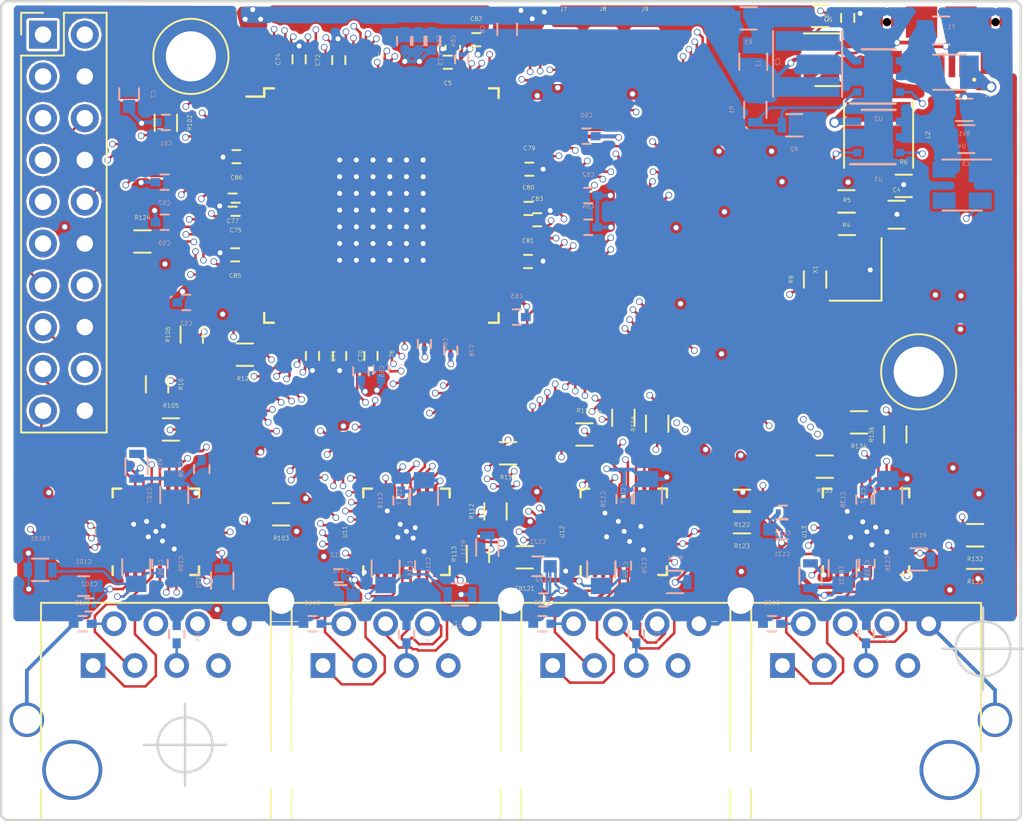
<source format=kicad_pcb>
(kicad_pcb (version 4) (host pcbnew 4.0.7)
  (layers (0 F.Cu power hide) (1 In1.Cu signal hide) (2 In2.Cu signal hide) (31 B.Cu power) (34 B.Paste user hide) (35 F.Paste user hide) (36 B.SilkS user hide) (37 F.SilkS user hide) (38 B.Mask user hide) (39 F.Mask user hide) (44 Edge.Cuts user))
  (net 0 "")
  (net 1 "Net-(C5-Pad1)")
  (net 2 "Net-(C6-Pad1)")
  (net 3 "Net-(C101-Pad1)")
  (net 4 "Net-(C103-Pad1)")
  (net 5 "Net-(C104-Pad1)")
  (net 6 "Net-(C105-Pad1)")
  (net 7 "Net-(C111-Pad1)")
  (net 8 "Net-(C113-Pad1)")
  (net 9 "Net-(C114-Pad1)")
  (net 10 "Net-(C115-Pad1)")
  (net 11 "Net-(C121-Pad1)")
  (net 12 "Net-(C123-Pad1)")
  (net 13 "Net-(C124-Pad1)")
  (net 14 "Net-(C125-Pad1)")
  (net 15 "Net-(C131-Pad1)")
  (net 16 "Net-(C133-Pad1)")
  (net 17 "Net-(C134-Pad1)")
  (net 18 "Net-(C135-Pad1)")
  (net 19 "Net-(F1-Pad1)")
  (net 20 "Net-(J1-Pad2)")
  (net 21 "Net-(J1-Pad3)")
  (net 22 "Net-(J1-Pad4)")
  (net 23 "Net-(J2-Pad1)")
  (net 24 "Net-(J2-Pad2)")
  (net 25 "Net-(J2-Pad3)")
  (net 26 "Net-(J2-Pad5)")
  (net 27 "Net-(J2-Pad6)")
  (net 28 "Net-(J2-Pad7)")
  (net 29 "Net-(J2-Pad9)")
  (net 30 "Net-(J2-Pad10)")
  (net 31 "Net-(J2-Pad11)")
  (net 32 "Net-(J2-Pad13)")
  (net 33 "Net-(J2-Pad14)")
  (net 34 "Net-(J2-Pad18)")
  (net 35 "Net-(J10-Pad1)")
  (net 36 "Net-(J10-Pad3)")
  (net 37 "Net-(J10-Pad4)")
  (net 38 "Net-(J10-Pad6)")
  (net 39 "Net-(J10-Pad7)")
  (net 40 "Net-(J11-Pad1)")
  (net 41 "Net-(J11-Pad3)")
  (net 42 "Net-(J11-Pad4)")
  (net 43 "Net-(J11-Pad6)")
  (net 44 "Net-(J11-Pad7)")
  (net 45 "Net-(J12-Pad1)")
  (net 46 "Net-(J12-Pad3)")
  (net 47 "Net-(J12-Pad4)")
  (net 48 "Net-(J12-Pad6)")
  (net 49 "Net-(J12-Pad7)")
  (net 50 "Net-(J13-Pad1)")
  (net 51 "Net-(J13-Pad3)")
  (net 52 "Net-(J13-Pad4)")
  (net 53 "Net-(J13-Pad6)")
  (net 54 "Net-(J13-Pad7)")
  (net 55 "Net-(L1-Pad1)")
  (net 56 "Net-(L2-Pad1)")
  (net 57 "Net-(R1-Pad2)")
  (net 58 "Net-(R4-Pad2)")
  (net 59 "Net-(R7-Pad2)")
  (net 60 25M)
  (net 61 "Net-(R9-Pad2)")
  (net 62 "Net-(R101-Pad1)")
  (net 63 /Tile0/EthernetPort0/MDC)
  (net 64 /Tile0/EthernetPort0/MDIO)
  (net 65 /Tile0/EthernetPort0/INT)
  (net 66 "Net-(R105-Pad1)")
  (net 67 /Tile0/EthernetPort0/TXC)
  (net 68 "Net-(R106-Pad1)")
  (net 69 /Tile0/EthernetPort0/RXC)
  (net 70 "Net-(R111-Pad1)")
  (net 71 /Tile0/EthernetPort1/MDC)
  (net 72 /Tile0/EthernetPort1/MDIO)
  (net 73 /Tile0/EthernetPort1/INT)
  (net 74 "Net-(R115-Pad1)")
  (net 75 /Tile0/EthernetPort1/TXC)
  (net 76 "Net-(R116-Pad1)")
  (net 77 /Tile0/EthernetPort1/RXC)
  (net 78 "Net-(R121-Pad1)")
  (net 79 /Tile1/EthernetPort2/MDC)
  (net 80 /Tile1/EthernetPort2/MDIO)
  (net 81 /Tile1/EthernetPort2/INT)
  (net 82 "Net-(R125-Pad1)")
  (net 83 /Tile1/EthernetPort2/TXC)
  (net 84 "Net-(R126-Pad1)")
  (net 85 /Tile1/EthernetPort2/RXC)
  (net 86 "Net-(R131-Pad1)")
  (net 87 /Tile1/EthernetPort3/MDC)
  (net 88 /Tile1/EthernetPort3/MDIO)
  (net 89 /Tile1/EthernetPort3/INT)
  (net 90 "Net-(R135-Pad1)")
  (net 91 /Tile1/EthernetPort3/TXC)
  (net 92 "Net-(R136-Pad1)")
  (net 93 /Tile1/EthernetPort3/RXC)
  (net 94 /Tile0/EthernetPort0/RST_N)
  (net 95 /Tile1/EthernetPort3/RST_N)
  (net 96 /Tile1/EthernetPort2/RST_N)
  (net 97 /Tile1/EthernetPort2/NWAYEN)
  (net 98 /Tile1/EthernetPort2/CRS)
  (net 99 /Tile1/EthernetPort2/COL)
  (net 100 /Tile1/EthernetPort2/RXERR)
  (net 101 /Tile0/EthernetPort0/RXDV)
  (net 102 /Tile1/EthernetPort2/TXEN)
  (net 103 /Tile0/EthernetPort0/TXEN)
  (net 104 /Tile0/EthernetPort0/RXD0)
  (net 105 /Tile0/EthernetPort0/RXD1)
  (net 106 /Tile0/EthernetPort0/RXD2)
  (net 107 /Tile0/EthernetPort0/RXD3)
  (net 108 /Tile0/EthernetPort0/TXD0)
  (net 109 /Tile0/EthernetPort0/TXD1)
  (net 110 /Tile0/EthernetPort0/TXD2)
  (net 111 /Tile0/EthernetPort0/TXD3)
  (net 112 /Tile1/EthernetPort2/RXDV)
  (net 113 /Tile1/EthernetPort2/RXD0)
  (net 114 /Tile1/EthernetPort2/RXD1)
  (net 115 /Tile1/EthernetPort2/RXD2)
  (net 116 /Tile1/EthernetPort2/RXD3)
  (net 117 /Tile0/EthernetPort0/RXERR)
  (net 118 /Tile0/EthernetPort1/TXEN)
  (net 119 /Tile0/EthernetPort1/RST_N)
  (net 120 "Net-(U1-Pad65)")
  (net 121 /Tile0/EthernetPort1/TXD0)
  (net 122 /Tile0/EthernetPort1/TXD1)
  (net 123 /Tile0/EthernetPort1/TXD2)
  (net 124 /Tile0/EthernetPort1/TXD3)
  (net 125 /Tile1/EthernetPort3/RXERR)
  (net 126 /Tile1/EthernetPort3/COL)
  (net 127 /Tile1/EthernetPort3/TXD0)
  (net 128 /Tile1/EthernetPort3/TXD1)
  (net 129 /Tile1/EthernetPort3/TXD2)
  (net 130 /Tile1/EthernetPort3/TXD3)
  (net 131 /Tile1/EthernetPort3/CRS)
  (net 132 /Tile1/EthernetPort3/NWAYEN)
  (net 133 /Tile1/EthernetPort3/TXEN)
  (net 134 /Tile0/EthernetPort1/RXDV)
  (net 135 /Tile0/EthernetPort1/RXD0)
  (net 136 /Tile0/EthernetPort1/RXD1)
  (net 137 /Tile0/EthernetPort1/RXD2)
  (net 138 /Tile0/EthernetPort1/RXERR)
  (net 139 /Tile0/EthernetPort1/RXD3)
  (net 140 /Tile0/EthernetPort1/COL)
  (net 141 /Tile0/EthernetPort1/CRS)
  (net 142 /Tile0/EthernetPort1/NWAYEN)
  (net 143 "Net-(U1-Pad105)")
  (net 144 "Net-(U1-Pad106)")
  (net 145 "Net-(U1-Pad107)")
  (net 146 "Net-(U1-Pad108)")
  (net 147 /Tile1/EthernetPort2/TXD0)
  (net 148 /Tile1/EthernetPort2/TXD1)
  (net 149 /Tile1/EthernetPort3/RXD0)
  (net 150 /Tile1/EthernetPort3/RXD1)
  (net 151 /Tile1/EthernetPort3/RXD2)
  (net 152 /Tile1/EthernetPort3/RXD3)
  (net 153 /Tile1/EthernetPort2/TXD2)
  (net 154 /Tile1/EthernetPort2/TXD3)
  (net 155 /Tile1/EthernetPort3/RXDV)
  (net 156 /PG_5V)
  (net 157 "Net-(U5-Pad4)")
  (net 158 "Net-(U10-Pad8)")
  (net 159 "Net-(U10-Pad31)")
  (net 160 "Net-(U11-Pad8)")
  (net 161 "Net-(U11-Pad31)")
  (net 162 "Net-(U12-Pad8)")
  (net 163 "Net-(U12-Pad31)")
  (net 164 "Net-(U13-Pad8)")
  (net 165 "Net-(U13-Pad31)")
  (net 166 "Net-(X1-Pad1)")
  (net 167 +1V0)
  (net 168 +5V)
  (net 169 GND)
  (net 170 +3V3)
  (net 171 COL0)
  (net 172 CRS0)
  (net 173 NWAYEN0)
  (net 174 "Net-(U4-Pad3)")
  (module Connectors:1pin (layer F.Cu) (at 126.5936 96.3168)
    (fp_text reference Mount3 hide)
    (fp_text value "" hide)
    (pad 1 thru_hole circle (at 0 0) (size 4.064 4.064) (drill 3.048) (layers *.Cu *.Mask) (net 169 GND))
  )
  (module Connectors:1pin (layer F.Cu) (at 170.8404 115.4938)
    (fp_text reference Mount2 hide)
    (fp_text value "" hide)
    (pad 1 thru_hole circle (at 0 0) (size 4.064 4.064) (drill 3.048) (layers *.Cu *.Mask) (net 169 GND))
  )
  (module Capacitors_SMD:C_0805 (layer B.Cu) (at 172.212 94.742)
    (fp_text reference C1 (at 0 1.5) (layer B.SilkS) (effects (font (size 0.254 0.254) (thickness 0.0254)) (justify mirror)))
    (fp_text value 4.7uF)
    (pad 1 smd rect (at -1 0) (size 1 1.25) (layers B.Cu B.Paste B.Mask) (net 168 +5V))
    (pad 2 smd rect (at 1 0) (size 1 1.25) (layers B.Cu B.Paste B.Mask) (net 169 GND))
  )
  (module Capacitors_SMD:C_0805 (layer B.Cu) (at 160.782 96.647 90)
    (fp_text reference C2 (at 0 1.5 90) (layer B.SilkS) (effects (font (size 0.254 0.254) (thickness 0.0254)) (justify mirror)))
    (fp_text value 22uF)
    (pad 1 smd rect (at -1 0 90) (size 1 1.25) (layers B.Cu B.Paste B.Mask) (net 167 +1V0))
    (pad 2 smd rect (at 1 0 90) (size 1 1.25) (layers B.Cu B.Paste B.Mask) (net 169 GND))
  )
  (module Capacitors_SMD:C_0805 (layer B.Cu) (at 173.736 101.346)
    (fp_text reference C3 (at 0 1.5) (layer B.SilkS) (effects (font (size 0.254 0.254) (thickness 0.0254)) (justify mirror)))
    (fp_text value 4.7uF)
    (pad 1 smd rect (at -1 0) (size 1 1.25) (layers B.Cu B.Paste B.Mask) (net 168 +5V))
    (pad 2 smd rect (at 1 0) (size 1 1.25) (layers B.Cu B.Paste B.Mask) (net 169 GND))
  )
  (module Capacitors_SMD:C_0805 (layer F.Cu) (at 169.4942 105.9434)
    (fp_text reference C4 (at 0 -1.5) (layer F.SilkS) (effects (font (size 0.254 0.254) (thickness 0.0254))))
    (fp_text value 22uF)
    (pad 1 smd rect (at -1 0) (size 1 1.25) (layers F.Cu F.Paste F.Mask) (net 170 +3V3))
    (pad 2 smd rect (at 1 0) (size 1 1.25) (layers F.Cu F.Paste F.Mask) (net 169 GND))
  )
  (module Capacitors_SMD:C_0201 (layer F.Cu) (at 142.2146 96.6724 180)
    (fp_text reference C5 (at 0 -1.27 180) (layer F.SilkS) (effects (font (size 0.254 0.254) (thickness 0.0254))))
    (fp_text value 100nF)
    (pad 1 smd rect (at -0.28 0 180) (size 0.3 0.35) (layers F.Cu F.Paste F.Mask) (net 1 "Net-(C5-Pad1)"))
    (pad 2 smd rect (at 0.28 0 180) (size 0.3 0.35) (layers F.Cu F.Paste F.Mask) (net 169 GND))
  )
  (module Capacitors_SMD:C_0201 (layer F.Cu) (at 166.5224 93.98 90)
    (fp_text reference C6 (at 0 -1.27 90) (layer F.SilkS) (effects (font (size 0.254 0.254) (thickness 0.0254))))
    (fp_text value 100nF)
    (pad 1 smd rect (at -0.28 0 90) (size 0.3 0.35) (layers F.Cu F.Paste F.Mask) (net 2 "Net-(C6-Pad1)"))
    (pad 2 smd rect (at 0.28 0 90) (size 0.3 0.35) (layers F.Cu F.Paste F.Mask) (net 169 GND))
  )
  (module Capacitors_SMD:C_0603 (layer B.Cu) (at 122.8344 98.6028 90)
    (fp_text reference C7 (at 0 1.5 90) (layer B.SilkS) (effects (font (size 0.254 0.254) (thickness 0.0254)) (justify mirror)))
    (fp_text value 2.2uF)
    (pad 2 smd rect (at 0.75 0 90) (size 0.8 0.75) (layers B.Cu B.Paste B.Mask) (net 169 GND))
    (pad 1 smd rect (at -0.75 0 90) (size 0.8 0.75) (layers B.Cu B.Paste B.Mask) (net 170 +3V3))
  )
  (module Capacitors_SMD:C_0603 (layer B.Cu) (at 145.8214 94.6658 270)
    (fp_text reference C8 (at 0 1.5 270) (layer B.SilkS) (effects (font (size 0.254 0.254) (thickness 0.0254)) (justify mirror)))
    (fp_text value 2.2uF)
    (pad 2 smd rect (at 0.75 0 270) (size 0.8 0.75) (layers B.Cu B.Paste B.Mask) (net 169 GND))
    (pad 1 smd rect (at -0.75 0 270) (size 0.8 0.75) (layers B.Cu B.Paste B.Mask) (net 167 +1V0))
  )
  (module Capacitors_SMD:C_0402 (layer B.Cu) (at 150.6474 101.1682 180)
    (fp_text reference C50 (at 0 1.27 180) (layer B.SilkS) (effects (font (size 0.254 0.254) (thickness 0.0254)) (justify mirror)))
    (fp_text value 100nF)
    (pad 1 smd rect (at -0.55 0 180) (size 0.6 0.5) (layers B.Cu B.Paste B.Mask) (net 170 +3V3))
    (pad 2 smd rect (at 0.55 0 180) (size 0.6 0.5) (layers B.Cu B.Paste B.Mask) (net 169 GND))
  )
  (module Capacitors_SMD:C_0402 (layer B.Cu) (at 125.0696 100.33)
    (fp_text reference C51 (at 0 1.27) (layer B.SilkS) (effects (font (size 0.254 0.254) (thickness 0.0254)) (justify mirror)))
    (fp_text value 100nF)
    (pad 1 smd rect (at -0.55 0) (size 0.6 0.5) (layers B.Cu B.Paste B.Mask) (net 170 +3V3))
    (pad 2 smd rect (at 0.55 0) (size 0.6 0.5) (layers B.Cu B.Paste B.Mask) (net 169 GND))
  )
  (module Capacitors_SMD:C_0402 (layer B.Cu) (at 126.3142 111.2774)
    (fp_text reference C52 (at 0 1.27) (layer B.SilkS) (effects (font (size 0.254 0.254) (thickness 0.0254)) (justify mirror)))
    (fp_text value 100nF)
    (pad 1 smd rect (at -0.55 0) (size 0.6 0.5) (layers B.Cu B.Paste B.Mask) (net 170 +3V3))
    (pad 2 smd rect (at 0.55 0) (size 0.6 0.5) (layers B.Cu B.Paste B.Mask) (net 169 GND))
  )
  (module Capacitors_SMD:C_0402 (layer B.Cu) (at 139.5984 95.377 90)
    (fp_text reference C53 (at 0 1.27 90) (layer B.SilkS) (effects (font (size 0.254 0.254) (thickness 0.0254)) (justify mirror)))
    (fp_text value 100nF)
    (pad 1 smd rect (at -0.55 0 90) (size 0.6 0.5) (layers B.Cu B.Paste B.Mask) (net 170 +3V3))
    (pad 2 smd rect (at 0.55 0 90) (size 0.6 0.5) (layers B.Cu B.Paste B.Mask) (net 169 GND))
  )
  (module Capacitors_SMD:C_0402 (layer B.Cu) (at 150.749 106.7054 180)
    (fp_text reference C54 (at 0 1.27 180) (layer B.SilkS) (effects (font (size 0.254 0.254) (thickness 0.0254)) (justify mirror)))
    (fp_text value 100nF)
    (pad 1 smd rect (at -0.55 0 180) (size 0.6 0.5) (layers B.Cu B.Paste B.Mask) (net 170 +3V3))
    (pad 2 smd rect (at 0.55 0 180) (size 0.6 0.5) (layers B.Cu B.Paste B.Mask) (net 169 GND))
  )
  (module Capacitors_SMD:C_0402 (layer B.Cu) (at 136.9314 115.4684 90)
    (fp_text reference C55 (at 0 1.27 90) (layer B.SilkS) (effects (font (size 0.254 0.254) (thickness 0.0254)) (justify mirror)))
    (fp_text value 100nF)
    (pad 1 smd rect (at -0.55 0 90) (size 0.6 0.5) (layers B.Cu B.Paste B.Mask) (net 170 +3V3))
    (pad 2 smd rect (at 0.55 0 90) (size 0.6 0.5) (layers B.Cu B.Paste B.Mask) (net 169 GND))
  )
  (module Capacitors_SMD:C_0402 (layer B.Cu) (at 138.1506 115.3668 90)
    (fp_text reference C56 (at 0 1.27 90) (layer B.SilkS) (effects (font (size 0.254 0.254) (thickness 0.0254)) (justify mirror)))
    (fp_text value 100nF)
    (pad 1 smd rect (at -0.55 0 90) (size 0.6 0.5) (layers B.Cu B.Paste B.Mask) (net 170 +3V3))
    (pad 2 smd rect (at 0.55 0 90) (size 0.6 0.5) (layers B.Cu B.Paste B.Mask) (net 169 GND))
  )
  (module Capacitors_SMD:C_0402 (layer B.Cu) (at 124.9934 103.9622)
    (fp_text reference C57 (at 0 1.27) (layer B.SilkS) (effects (font (size 0.254 0.254) (thickness 0.0254)) (justify mirror)))
    (fp_text value 100nF)
    (pad 1 smd rect (at -0.55 0) (size 0.6 0.5) (layers B.Cu B.Paste B.Mask) (net 170 +3V3))
    (pad 2 smd rect (at 0.55 0) (size 0.6 0.5) (layers B.Cu B.Paste B.Mask) (net 169 GND))
  )
  (module Capacitors_SMD:C_0402 (layer B.Cu) (at 140.4366 95.377 90)
    (fp_text reference C58 (at 0 1.27 90) (layer B.SilkS) (effects (font (size 0.254 0.254) (thickness 0.0254)) (justify mirror)))
    (fp_text value 100nF)
    (pad 1 smd rect (at -0.55 0 90) (size 0.6 0.5) (layers B.Cu B.Paste B.Mask) (net 170 +3V3))
    (pad 2 smd rect (at 0.55 0 90) (size 0.6 0.5) (layers B.Cu B.Paste B.Mask) (net 169 GND))
  )
  (module Capacitors_SMD:C_0402 (layer B.Cu) (at 124.9934 106.4006)
    (fp_text reference C59 (at 0 1.27) (layer B.SilkS) (effects (font (size 0.254 0.254) (thickness 0.0254)) (justify mirror)))
    (fp_text value 100nF)
    (pad 1 smd rect (at -0.55 0) (size 0.6 0.5) (layers B.Cu B.Paste B.Mask) (net 170 +3V3))
    (pad 2 smd rect (at 0.55 0) (size 0.6 0.5) (layers B.Cu B.Paste B.Mask) (net 169 GND))
  )
  (module Capacitors_SMD:C_0402 (layer B.Cu) (at 150.749 104.775 180)
    (fp_text reference C62 (at 0 1.27 180) (layer B.SilkS) (effects (font (size 0.254 0.254) (thickness 0.0254)) (justify mirror)))
    (fp_text value 100nF)
    (pad 1 smd rect (at -0.55 0 180) (size 0.6 0.5) (layers B.Cu B.Paste B.Mask) (net 170 +3V3))
    (pad 2 smd rect (at 0.55 0 180) (size 0.6 0.5) (layers B.Cu B.Paste B.Mask) (net 169 GND))
  )
  (module Capacitors_SMD:C_0201 (layer F.Cu) (at 135.636 114.5286 270)
    (fp_text reference C70 (at 0 -1.27 270) (layer F.SilkS) (effects (font (size 0.254 0.254) (thickness 0.0254))))
    (fp_text value 100nF)
    (pad 1 smd rect (at -0.28 0 270) (size 0.3 0.35) (layers F.Cu F.Paste F.Mask) (net 167 +1V0))
    (pad 2 smd rect (at 0.28 0 270) (size 0.3 0.35) (layers F.Cu F.Paste F.Mask) (net 169 GND))
  )
  (module Capacitors_SMD:C_0201 (layer F.Cu) (at 133.985 114.5286 270)
    (fp_text reference C71 (at 0 -1.27 270) (layer F.SilkS) (effects (font (size 0.254 0.254) (thickness 0.0254))))
    (fp_text value 100nF)
    (pad 1 smd rect (at -0.28 0 270) (size 0.3 0.35) (layers F.Cu F.Paste F.Mask) (net 167 +1V0))
    (pad 2 smd rect (at 0.28 0 270) (size 0.3 0.35) (layers F.Cu F.Paste F.Mask) (net 169 GND))
  )
  (module Capacitors_SMD:C_0201 (layer F.Cu) (at 135.5852 96.5454 90)
    (fp_text reference C72 (at 0 -1.27 90) (layer F.SilkS) (effects (font (size 0.254 0.254) (thickness 0.0254))))
    (fp_text value 100nF)
    (pad 1 smd rect (at -0.28 0 90) (size 0.3 0.35) (layers F.Cu F.Paste F.Mask) (net 167 +1V0))
    (pad 2 smd rect (at 0.28 0 90) (size 0.3 0.35) (layers F.Cu F.Paste F.Mask) (net 169 GND))
  )
  (module Capacitors_SMD:C_0201 (layer B.Cu) (at 143.0528 96.4946 270)
    (fp_text reference C73 (at 0 1.27 270) (layer B.SilkS) (effects (font (size 0.254 0.254) (thickness 0.0254)) (justify mirror)))
    (fp_text value 100nF)
    (pad 1 smd rect (at -0.28 0 270) (size 0.3 0.35) (layers B.Cu B.Paste B.Mask) (net 167 +1V0))
    (pad 2 smd rect (at 0.28 0 270) (size 0.3 0.35) (layers B.Cu B.Paste B.Mask) (net 169 GND))
  )
  (module Capacitors_SMD:C_0201 (layer F.Cu) (at 133.1722 96.4946 90)
    (fp_text reference C74 (at 0 -1.27 90) (layer F.SilkS) (effects (font (size 0.254 0.254) (thickness 0.0254))))
    (fp_text value 100nF)
    (pad 1 smd rect (at -0.28 0 90) (size 0.3 0.35) (layers F.Cu F.Paste F.Mask) (net 167 +1V0))
    (pad 2 smd rect (at 0.28 0 90) (size 0.3 0.35) (layers F.Cu F.Paste F.Mask) (net 169 GND))
  )
  (module Capacitors_SMD:C_0201 (layer F.Cu) (at 129.3114 105.6132 180)
    (fp_text reference C75 (at 0 -1.27 180) (layer F.SilkS) (effects (font (size 0.254 0.254) (thickness 0.0254))))
    (fp_text value 100nF)
    (pad 1 smd rect (at -0.28 0 180) (size 0.3 0.35) (layers F.Cu F.Paste F.Mask) (net 167 +1V0))
    (pad 2 smd rect (at 0.28 0 180) (size 0.3 0.35) (layers F.Cu F.Paste F.Mask) (net 169 GND))
  )
  (module Capacitors_SMD:C_0201 (layer F.Cu) (at 137.541 114.5286 270)
    (fp_text reference C76 (at 0 -1.27 270) (layer F.SilkS) (effects (font (size 0.254 0.254) (thickness 0.0254))))
    (fp_text value 100nF)
    (pad 1 smd rect (at -0.28 0 270) (size 0.3 0.35) (layers F.Cu F.Paste F.Mask) (net 167 +1V0))
    (pad 2 smd rect (at 0.28 0 270) (size 0.3 0.35) (layers F.Cu F.Paste F.Mask) (net 169 GND))
  )
  (module Capacitors_SMD:C_0201 (layer F.Cu) (at 129.1336 105.0544 180)
    (fp_text reference C77 (at 0 -1.27 180) (layer F.SilkS) (effects (font (size 0.254 0.254) (thickness 0.0254))))
    (fp_text value 100nF)
    (pad 1 smd rect (at -0.28 0 180) (size 0.3 0.35) (layers F.Cu F.Paste F.Mask) (net 167 +1V0))
    (pad 2 smd rect (at 0.28 0 180) (size 0.3 0.35) (layers F.Cu F.Paste F.Mask) (net 169 GND))
  )
  (module Capacitors_SMD:C_0201 (layer B.Cu) (at 142.3924 114.1984 90)
    (fp_text reference C78 (at 0 1.27 90) (layer B.SilkS) (effects (font (size 0.254 0.254) (thickness 0.0254)) (justify mirror)))
    (fp_text value 100nF)
    (pad 1 smd rect (at -0.28 0 90) (size 0.3 0.35) (layers B.Cu B.Paste B.Mask) (net 167 +1V0))
    (pad 2 smd rect (at 0.28 0 90) (size 0.3 0.35) (layers B.Cu B.Paste B.Mask) (net 169 GND))
  )
  (module Capacitors_SMD:C_0201 (layer F.Cu) (at 147.1676 103.1748)
    (fp_text reference C79 (at 0 -1.27) (layer F.SilkS) (effects (font (size 0.254 0.254) (thickness 0.0254))))
    (fp_text value 100nF)
    (pad 1 smd rect (at -0.28 0) (size 0.3 0.35) (layers F.Cu F.Paste F.Mask) (net 167 +1V0))
    (pad 2 smd rect (at 0.28 0) (size 0.3 0.35) (layers F.Cu F.Paste F.Mask) (net 169 GND))
  )
  (module Capacitors_SMD:C_0201 (layer F.Cu) (at 147.1168 105.5624)
    (fp_text reference C80 (at 0 -1.27) (layer F.SilkS) (effects (font (size 0.254 0.254) (thickness 0.0254))))
    (fp_text value 100nF)
    (pad 1 smd rect (at -0.28 0) (size 0.3 0.35) (layers F.Cu F.Paste F.Mask) (net 167 +1V0))
    (pad 2 smd rect (at 0.28 0) (size 0.3 0.35) (layers F.Cu F.Paste F.Mask) (net 169 GND))
  )
  (module Capacitors_SMD:C_0201 (layer F.Cu) (at 147.0914 108.7882)
    (fp_text reference C81 (at 0 -1.27) (layer F.SilkS) (effects (font (size 0.254 0.254) (thickness 0.0254))))
    (fp_text value 100nF)
    (pad 1 smd rect (at -0.28 0) (size 0.3 0.35) (layers F.Cu F.Paste F.Mask) (net 167 +1V0))
    (pad 2 smd rect (at 0.28 0) (size 0.3 0.35) (layers F.Cu F.Paste F.Mask) (net 169 GND))
  )
  (module Capacitors_SMD:C_0201 (layer F.Cu) (at 143.9418 95.3008)
    (fp_text reference C82 (at 0 -1.27) (layer F.SilkS) (effects (font (size 0.254 0.254) (thickness 0.0254))))
    (fp_text value 100nF)
    (pad 1 smd rect (at -0.28 0) (size 0.3 0.35) (layers F.Cu F.Paste F.Mask) (net 167 +1V0))
    (pad 2 smd rect (at 0.28 0) (size 0.3 0.35) (layers F.Cu F.Paste F.Mask) (net 169 GND))
  )
  (module Capacitors_SMD:C_0603 (layer B.Cu) (at 120.0658 128.524 180)
    (fp_text reference C101 (at 0 1.5 180) (layer B.SilkS) (effects (font (size 0.254 0.254) (thickness 0.0254)) (justify mirror)))
    (fp_text value 2.2uF)
    (pad 2 smd rect (at 0.75 0 180) (size 0.8 0.75) (layers B.Cu B.Paste B.Mask) (net 169 GND))
    (pad 1 smd rect (at -0.75 0 180) (size 0.8 0.75) (layers B.Cu B.Paste B.Mask) (net 3 "Net-(C101-Pad1)"))
  )
  (module Capacitors_SMD:C_0201 (layer B.Cu) (at 120.4214 129.667 180)
    (fp_text reference C102 (at 0 1.27 180) (layer B.SilkS) (effects (font (size 0.254 0.254) (thickness 0.0254)) (justify mirror)))
    (fp_text value 100nF)
    (pad 1 smd rect (at -0.28 0 180) (size 0.3 0.35) (layers B.Cu B.Paste B.Mask) (net 3 "Net-(C101-Pad1)"))
    (pad 2 smd rect (at 0.28 0 180) (size 0.3 0.35) (layers B.Cu B.Paste B.Mask) (net 169 GND))
  )
  (module Capacitors_SMD:C_0402 (layer B.Cu) (at 120.015 130.81 180)
    (fp_text reference C103 (at 0 1.27 180) (layer B.SilkS) (effects (font (size 0.254 0.254) (thickness 0.0254)) (justify mirror)))
    (fp_text value 100nF)
    (pad 1 smd rect (at -0.55 0 180) (size 0.6 0.5) (layers B.Cu B.Paste B.Mask) (net 4 "Net-(C103-Pad1)"))
    (pad 2 smd rect (at 0.55 0 180) (size 0.6 0.5) (layers B.Cu B.Paste B.Mask) (net 169 GND))
  )
  (module Capacitors_SMD:C_0402 (layer B.Cu) (at 125.73 131.445 90)
    (fp_text reference C104 (at 0 1.27 90) (layer B.SilkS) (effects (font (size 0.254 0.254) (thickness 0.0254)) (justify mirror)))
    (fp_text value 100nF)
    (pad 1 smd rect (at -0.55 0 90) (size 0.6 0.5) (layers B.Cu B.Paste B.Mask) (net 5 "Net-(C104-Pad1)"))
    (pad 2 smd rect (at 0.55 0 90) (size 0.6 0.5) (layers B.Cu B.Paste B.Mask) (net 169 GND))
  )
  (module Capacitors_SMD:C_0805 (layer B.Cu) (at 123.2662 127.381 90)
    (fp_text reference C105 (at 0 1.5 90) (layer B.SilkS) (effects (font (size 0.254 0.254) (thickness 0.0254)) (justify mirror)))
    (fp_text value 22uF)
    (pad 1 smd rect (at -1 0 90) (size 1 1.25) (layers B.Cu B.Paste B.Mask) (net 6 "Net-(C105-Pad1)"))
    (pad 2 smd rect (at 1 0 90) (size 1 1.25) (layers B.Cu B.Paste B.Mask) (net 169 GND))
  )
  (module Capacitors_SMD:C_0402 (layer B.Cu) (at 124.714 127.1778 90)
    (fp_text reference C106 (at 0 1.27 90) (layer B.SilkS) (effects (font (size 0.254 0.254) (thickness 0.0254)) (justify mirror)))
    (fp_text value 100nF)
    (pad 1 smd rect (at -0.55 0 90) (size 0.6 0.5) (layers B.Cu B.Paste B.Mask) (net 6 "Net-(C105-Pad1)"))
    (pad 2 smd rect (at 0.55 0 90) (size 0.6 0.5) (layers B.Cu B.Paste B.Mask) (net 169 GND))
  )
  (module Capacitors_SMD:C_0805 (layer B.Cu) (at 125.5776 122.9868 270)
    (fp_text reference C107 (at 0 1.5 270) (layer B.SilkS) (effects (font (size 0.254 0.254) (thickness 0.0254)) (justify mirror)))
    (fp_text value 22uF)
    (pad 1 smd rect (at -1 0 270) (size 1 1.25) (layers B.Cu B.Paste B.Mask) (net 170 +3V3))
    (pad 2 smd rect (at 1 0 270) (size 1 1.25) (layers B.Cu B.Paste B.Mask) (net 169 GND))
  )
  (module Capacitors_SMD:C_0402 (layer B.Cu) (at 127.254 121.412 270)
    (fp_text reference C108 (at 0 1.27 270) (layer B.SilkS) (effects (font (size 0.254 0.254) (thickness 0.0254)) (justify mirror)))
    (fp_text value 100nF)
    (pad 1 smd rect (at -0.55 0 270) (size 0.6 0.5) (layers B.Cu B.Paste B.Mask) (net 170 +3V3))
    (pad 2 smd rect (at 0.55 0 270) (size 0.6 0.5) (layers B.Cu B.Paste B.Mask) (net 169 GND))
  )
  (module Capacitors_SMD:C_0603 (layer B.Cu) (at 135.7122 129.0574 180)
    (fp_text reference C111 (at 0 1.5 180) (layer B.SilkS) (effects (font (size 0.254 0.254) (thickness 0.0254)) (justify mirror)))
    (fp_text value 2.2uF)
    (pad 2 smd rect (at 0.75 0 180) (size 0.8 0.75) (layers B.Cu B.Paste B.Mask) (net 169 GND))
    (pad 1 smd rect (at -0.75 0 180) (size 0.8 0.75) (layers B.Cu B.Paste B.Mask) (net 7 "Net-(C111-Pad1)"))
  )
  (module Capacitors_SMD:C_0201 (layer B.Cu) (at 135.5598 127.889 180)
    (fp_text reference C112 (at 0 1.27 180) (layer B.SilkS) (effects (font (size 0.254 0.254) (thickness 0.0254)) (justify mirror)))
    (fp_text value 100nF)
    (pad 1 smd rect (at -0.28 0 180) (size 0.3 0.35) (layers B.Cu B.Paste B.Mask) (net 7 "Net-(C111-Pad1)"))
    (pad 2 smd rect (at 0.28 0 180) (size 0.3 0.35) (layers B.Cu B.Paste B.Mask) (net 169 GND))
  )
  (module Capacitors_SMD:C_0402 (layer B.Cu) (at 133.985 130.81 180)
    (fp_text reference C113 (at 0 1.27 180) (layer B.SilkS) (effects (font (size 0.254 0.254) (thickness 0.0254)) (justify mirror)))
    (fp_text value 100nF)
    (pad 1 smd rect (at -0.55 0 180) (size 0.6 0.5) (layers B.Cu B.Paste B.Mask) (net 8 "Net-(C113-Pad1)"))
    (pad 2 smd rect (at 0.55 0 180) (size 0.6 0.5) (layers B.Cu B.Paste B.Mask) (net 169 GND))
  )
  (module Capacitors_SMD:C_0402 (layer B.Cu) (at 139.7 131.445 90)
    (fp_text reference C114 (at 0 1.27 90) (layer B.SilkS) (effects (font (size 0.254 0.254) (thickness 0.0254)) (justify mirror)))
    (fp_text value 100nF)
    (pad 1 smd rect (at -0.55 0 90) (size 0.6 0.5) (layers B.Cu B.Paste B.Mask) (net 9 "Net-(C114-Pad1)"))
    (pad 2 smd rect (at 0.55 0 90) (size 0.6 0.5) (layers B.Cu B.Paste B.Mask) (net 169 GND))
  )
  (module Capacitors_SMD:C_0805 (layer B.Cu) (at 138.43 127.4572 90)
    (fp_text reference C115 (at 0 1.5 90) (layer B.SilkS) (effects (font (size 0.254 0.254) (thickness 0.0254)) (justify mirror)))
    (fp_text value 22uF)
    (pad 1 smd rect (at -1 0 90) (size 1 1.25) (layers B.Cu B.Paste B.Mask) (net 10 "Net-(C115-Pad1)"))
    (pad 2 smd rect (at 1 0 90) (size 1 1.25) (layers B.Cu B.Paste B.Mask) (net 169 GND))
  )
  (module Capacitors_SMD:C_0402 (layer B.Cu) (at 139.7508 127.254 90)
    (fp_text reference C116 (at 0 1.27 90) (layer B.SilkS) (effects (font (size 0.254 0.254) (thickness 0.0254)) (justify mirror)))
    (fp_text value 100nF)
    (pad 1 smd rect (at -0.55 0 90) (size 0.6 0.5) (layers B.Cu B.Paste B.Mask) (net 10 "Net-(C115-Pad1)"))
    (pad 2 smd rect (at 0.55 0 90) (size 0.6 0.5) (layers B.Cu B.Paste B.Mask) (net 169 GND))
  )
  (module Capacitors_SMD:C_0805 (layer B.Cu) (at 140.7668 123.0884 270)
    (fp_text reference C117 (at 0 1.5 270) (layer B.SilkS) (effects (font (size 0.254 0.254) (thickness 0.0254)) (justify mirror)))
    (fp_text value 22uF)
    (pad 1 smd rect (at -1 0 270) (size 1 1.25) (layers B.Cu B.Paste B.Mask) (net 170 +3V3))
    (pad 2 smd rect (at 1 0 270) (size 1 1.25) (layers B.Cu B.Paste B.Mask) (net 169 GND))
  )
  (module Capacitors_SMD:C_0402 (layer B.Cu) (at 139.3698 123.317 270)
    (fp_text reference C118 (at 0 1.27 270) (layer B.SilkS) (effects (font (size 0.254 0.254) (thickness 0.0254)) (justify mirror)))
    (fp_text value 100nF)
    (pad 1 smd rect (at -0.55 0 270) (size 0.6 0.5) (layers B.Cu B.Paste B.Mask) (net 170 +3V3))
    (pad 2 smd rect (at 0.55 0 270) (size 0.6 0.5) (layers B.Cu B.Paste B.Mask) (net 169 GND))
  )
  (module Capacitors_SMD:C_0603 (layer B.Cu) (at 147.6883 127.3175 180)
    (fp_text reference C121 (at 0 1.5 180) (layer B.SilkS) (effects (font (size 0.254 0.254) (thickness 0.0254)) (justify mirror)))
    (fp_text value 2.2uF)
    (pad 2 smd rect (at 0.75 0 180) (size 0.8 0.75) (layers B.Cu B.Paste B.Mask) (net 169 GND))
    (pad 1 smd rect (at -0.75 0 180) (size 0.8 0.75) (layers B.Cu B.Paste B.Mask) (net 11 "Net-(C121-Pad1)"))
  )
  (module Capacitors_SMD:C_0201 (layer B.Cu) (at 148.0185 129.3622 180)
    (fp_text reference C122 (at 0 1.27 180) (layer B.SilkS) (effects (font (size 0.254 0.254) (thickness 0.0254)) (justify mirror)))
    (fp_text value 100nF)
    (pad 1 smd rect (at -0.28 0 180) (size 0.3 0.35) (layers B.Cu B.Paste B.Mask) (net 11 "Net-(C121-Pad1)"))
    (pad 2 smd rect (at 0.28 0 180) (size 0.3 0.35) (layers B.Cu B.Paste B.Mask) (net 169 GND))
  )
  (module Capacitors_SMD:C_0402 (layer B.Cu) (at 147.955 130.81 180)
    (fp_text reference C123 (at 0 1.27 180) (layer B.SilkS) (effects (font (size 0.254 0.254) (thickness 0.0254)) (justify mirror)))
    (fp_text value 100nF)
    (pad 1 smd rect (at -0.55 0 180) (size 0.6 0.5) (layers B.Cu B.Paste B.Mask) (net 12 "Net-(C123-Pad1)"))
    (pad 2 smd rect (at 0.55 0 180) (size 0.6 0.5) (layers B.Cu B.Paste B.Mask) (net 169 GND))
  )
  (module Capacitors_SMD:C_0402 (layer B.Cu) (at 153.67 131.445 90)
    (fp_text reference C124 (at 0 1.27 90) (layer B.SilkS) (effects (font (size 0.254 0.254) (thickness 0.0254)) (justify mirror)))
    (fp_text value 100nF)
    (pad 1 smd rect (at -0.55 0 90) (size 0.6 0.5) (layers B.Cu B.Paste B.Mask) (net 13 "Net-(C124-Pad1)"))
    (pad 2 smd rect (at 0.55 0 90) (size 0.6 0.5) (layers B.Cu B.Paste B.Mask) (net 169 GND))
  )
  (module Capacitors_SMD:C_0805 (layer B.Cu) (at 151.5364 127.508 90)
    (fp_text reference C125 (at 0 1.5 90) (layer B.SilkS) (effects (font (size 0.254 0.254) (thickness 0.0254)) (justify mirror)))
    (fp_text value 22uF)
    (pad 1 smd rect (at -1 0 90) (size 1 1.25) (layers B.Cu B.Paste B.Mask) (net 14 "Net-(C125-Pad1)"))
    (pad 2 smd rect (at 1 0 90) (size 1 1.25) (layers B.Cu B.Paste B.Mask) (net 169 GND))
  )
  (module Capacitors_SMD:C_0402 (layer B.Cu) (at 152.8826 127.2794 90)
    (fp_text reference C126 (at 0 1.27 90) (layer B.SilkS) (effects (font (size 0.254 0.254) (thickness 0.0254)) (justify mirror)))
    (fp_text value 100nF)
    (pad 1 smd rect (at -0.55 0 90) (size 0.6 0.5) (layers B.Cu B.Paste B.Mask) (net 14 "Net-(C125-Pad1)"))
    (pad 2 smd rect (at 0.55 0 90) (size 0.6 0.5) (layers B.Cu B.Paste B.Mask) (net 169 GND))
  )
  (module Capacitors_SMD:C_0805 (layer B.Cu) (at 154.3812 123.0122 270)
    (fp_text reference C127 (at 0 1.5 270) (layer B.SilkS) (effects (font (size 0.254 0.254) (thickness 0.0254)) (justify mirror)))
    (fp_text value 22uF)
    (pad 1 smd rect (at -1 0 270) (size 1 1.25) (layers B.Cu B.Paste B.Mask) (net 170 +3V3))
    (pad 2 smd rect (at 1 0 270) (size 1 1.25) (layers B.Cu B.Paste B.Mask) (net 169 GND))
  )
  (module Capacitors_SMD:C_0402 (layer B.Cu) (at 152.9334 123.2408 270)
    (fp_text reference C128 (at 0 1.27 270) (layer B.SilkS) (effects (font (size 0.254 0.254) (thickness 0.0254)) (justify mirror)))
    (fp_text value 100nF)
    (pad 1 smd rect (at -0.55 0 270) (size 0.6 0.5) (layers B.Cu B.Paste B.Mask) (net 170 +3V3))
    (pad 2 smd rect (at 0.55 0 270) (size 0.6 0.5) (layers B.Cu B.Paste B.Mask) (net 169 GND))
  )
  (module Capacitors_SMD:C_0603 (layer B.Cu) (at 162.5346 125.0696)
    (fp_text reference C131 (at 0 1.5) (layer B.SilkS) (effects (font (size 0.254 0.254) (thickness 0.0254)) (justify mirror)))
    (fp_text value 2.2uF)
    (pad 2 smd rect (at 0.75 0) (size 0.8 0.75) (layers B.Cu B.Paste B.Mask) (net 169 GND))
    (pad 1 smd rect (at -0.75 0) (size 0.8 0.75) (layers B.Cu B.Paste B.Mask) (net 15 "Net-(C131-Pad1)"))
  )
  (module Capacitors_SMD:C_0201 (layer B.Cu) (at 162.5854 124.0282)
    (fp_text reference C132 (at 0 1.27) (layer B.SilkS) (effects (font (size 0.254 0.254) (thickness 0.0254)) (justify mirror)))
    (fp_text value 100nF)
    (pad 1 smd rect (at -0.28 0) (size 0.3 0.35) (layers B.Cu B.Paste B.Mask) (net 15 "Net-(C131-Pad1)"))
    (pad 2 smd rect (at 0.28 0) (size 0.3 0.35) (layers B.Cu B.Paste B.Mask) (net 169 GND))
  )
  (module Capacitors_SMD:C_0402 (layer B.Cu) (at 161.925 130.81 180)
    (fp_text reference C133 (at 0 1.27 180) (layer B.SilkS) (effects (font (size 0.254 0.254) (thickness 0.0254)) (justify mirror)))
    (fp_text value 100nF)
    (pad 1 smd rect (at -0.55 0 180) (size 0.6 0.5) (layers B.Cu B.Paste B.Mask) (net 16 "Net-(C133-Pad1)"))
    (pad 2 smd rect (at 0.55 0 180) (size 0.6 0.5) (layers B.Cu B.Paste B.Mask) (net 169 GND))
  )
  (module Capacitors_SMD:C_0402 (layer B.Cu) (at 167.64 131.445 90)
    (fp_text reference C134 (at 0 1.27 90) (layer B.SilkS) (effects (font (size 0.254 0.254) (thickness 0.0254)) (justify mirror)))
    (fp_text value 100nF)
    (pad 1 smd rect (at -0.55 0 90) (size 0.6 0.5) (layers B.Cu B.Paste B.Mask) (net 17 "Net-(C134-Pad1)"))
    (pad 2 smd rect (at 0.55 0 90) (size 0.6 0.5) (layers B.Cu B.Paste B.Mask) (net 169 GND))
  )
  (module Capacitors_SMD:C_0805 (layer B.Cu) (at 166.2176 127.4318 90)
    (fp_text reference C135 (at 0 1.5 90) (layer B.SilkS) (effects (font (size 0.254 0.254) (thickness 0.0254)) (justify mirror)))
    (fp_text value 22uF)
    (pad 1 smd rect (at -1 0 90) (size 1 1.25) (layers B.Cu B.Paste B.Mask) (net 18 "Net-(C135-Pad1)"))
    (pad 2 smd rect (at 1 0 90) (size 1 1.25) (layers B.Cu B.Paste B.Mask) (net 169 GND))
  )
  (module Capacitors_SMD:C_0402 (layer B.Cu) (at 167.6908 127.1524 90)
    (fp_text reference C136 (at 0 1.27 90) (layer B.SilkS) (effects (font (size 0.254 0.254) (thickness 0.0254)) (justify mirror)))
    (fp_text value 100nF)
    (pad 1 smd rect (at -0.55 0 90) (size 0.6 0.5) (layers B.Cu B.Paste B.Mask) (net 18 "Net-(C135-Pad1)"))
    (pad 2 smd rect (at 0.55 0 90) (size 0.6 0.5) (layers B.Cu B.Paste B.Mask) (net 169 GND))
  )
  (module Capacitors_SMD:C_0805 (layer B.Cu) (at 168.9862 123.0122 270)
    (fp_text reference C137 (at 0 1.5 270) (layer B.SilkS) (effects (font (size 0.254 0.254) (thickness 0.0254)) (justify mirror)))
    (fp_text value 22uF)
    (pad 1 smd rect (at -1 0 270) (size 1 1.25) (layers B.Cu B.Paste B.Mask) (net 170 +3V3))
    (pad 2 smd rect (at 1 0 270) (size 1 1.25) (layers B.Cu B.Paste B.Mask) (net 169 GND))
  )
  (module Capacitors_SMD:C_0402 (layer B.Cu) (at 167.513 123.2662 270)
    (fp_text reference C138 (at 0 1.27 270) (layer B.SilkS) (effects (font (size 0.254 0.254) (thickness 0.0254)) (justify mirror)))
    (fp_text value 100nF)
    (pad 1 smd rect (at -0.55 0 270) (size 0.6 0.5) (layers B.Cu B.Paste B.Mask) (net 170 +3V3))
    (pad 2 smd rect (at 0.55 0 270) (size 0.6 0.5) (layers B.Cu B.Paste B.Mask) (net 169 GND))
  )
  (module Fuse_Holders_and_Fuses:Fuse_SMD1206_Reflow (layer B.Cu) (at 172.72 97.282 180)
    (fp_text reference F1 (at -0.1 2.75 180) (layer B.SilkS) (effects (font (size 0.254 0.254) (thickness 0.0254)) (justify mirror)))
    (fp_text value 1206L110)
    (pad 1 smd rect (at -1.2 0 90) (size 2.03 1.14) (layers B.Cu B.Paste B.Mask) (net 19 "Net-(F1-Pad1)"))
    (pad 2 smd rect (at 1.2 0 90) (size 2.03 1.14) (layers B.Cu B.Paste B.Mask) (net 168 +5V))
  )
  (module Inductors_SMD:L_0603 (layer B.Cu) (at 117.4242 127.5334 180)
    (fp_text reference FB101 (at 0 1.9 180) (layer B.SilkS) (effects (font (size 0.254 0.254) (thickness 0.0254)) (justify mirror)))
    (fp_text value "FERRITE BEAD")
    (pad 1 smd rect (at -0.75 0 180) (size 0.5 0.9) (layers B.Cu B.Paste B.Mask) (net 6 "Net-(C105-Pad1)"))
    (pad 2 smd rect (at 0.75 0 180) (size 0.5 0.9) (layers B.Cu B.Paste B.Mask) (net 170 +3V3))
  )
  (module Inductors_SMD:L_0603 (layer B.Cu) (at 142.9512 129.032)
    (fp_text reference FB111 (at 0 1.9) (layer B.SilkS) (effects (font (size 0.254 0.254) (thickness 0.0254)) (justify mirror)))
    (fp_text value "FERRITE BEAD")
    (pad 1 smd rect (at -0.75 0) (size 0.5 0.9) (layers B.Cu B.Paste B.Mask) (net 10 "Net-(C115-Pad1)"))
    (pad 2 smd rect (at 0.75 0) (size 0.5 0.9) (layers B.Cu B.Paste B.Mask) (net 170 +3V3))
  )
  (module Inductors_SMD:L_0603 (layer F.Cu) (at 146.8882 126.7714 180)
    (fp_text reference FB121 (at 0 -1.9 180) (layer F.SilkS) (effects (font (size 0.254 0.254) (thickness 0.0254))))
    (fp_text value "FERRITE BEAD")
    (pad 1 smd rect (at -0.75 0 180) (size 0.5 0.9) (layers F.Cu F.Paste F.Mask) (net 14 "Net-(C125-Pad1)"))
    (pad 2 smd rect (at 0.75 0 180) (size 0.5 0.9) (layers F.Cu F.Paste F.Mask) (net 170 +3V3))
  )
  (module Inductors_SMD:L_0603 (layer B.Cu) (at 164.2618 127.889 90)
    (fp_text reference FB131 (at 0 1.9 90) (layer B.SilkS) (effects (font (size 0.254 0.254) (thickness 0.0254)) (justify mirror)))
    (fp_text value "FERRITE BEAD")
    (pad 1 smd rect (at -0.75 0 90) (size 0.5 0.9) (layers B.Cu B.Paste B.Mask) (net 18 "Net-(C135-Pad1)"))
    (pad 2 smd rect (at 0.75 0 90) (size 0.5 0.9) (layers B.Cu B.Paste B.Mask) (net 170 +3V3))
  )
  (module 10118193-0001LF:FCI_10118193-0001LF (layer F.Cu) (at 172.212 94.234 180)
    (fp_text reference J1 (at -2.88163 -4.41749 180) (layer F.SilkS) (effects (font (size 0.254 0.254) (thickness 0.0254))))
    (fp_text value 10118193-0001LF (at -2.47389 2.3492 180) (layer F.SilkS) (effects (font (size 0.254 0.254) (thickness 0.0254))))
    (fp_poly (pts (xy -3.05 0) (xy -2.85 0) (xy -2.85 -0.35) (xy -2.85 0.361781) (xy -2.85123 0.385316) (xy -2.8537 0.408754) (xy -2.85738 0.432031) (xy -2.86228 0.455084) (xy -2.86838 0.477848) (xy -2.87567 0.500262) (xy -2.88411 0.522264) (xy -2.8937 0.543794) (xy -2.9044 0.564793) (xy -2.91618 0.585203) (xy -2.92901 0.604968) (xy -2.94287 0.624034) (xy -2.9577 0.64235) (xy -2.97347 0.659864) (xy -2.99013 0.676528) (xy -3.00765 0.692298) (xy -3.02596 0.70713) (xy -3.04503 0.720982) (xy -3.06479 0.733818) (xy -3.0852 0.745602) (xy -3.1062 0.756301) (xy -3.12773 0.765887) (xy -3.14973 0.774333) (xy -3.17215 0.781616) (xy -3.19491 0.787716) (xy -3.21796 0.792616) (xy -3.24124 0.796303) (xy -3.26468 0.798766) (xy -3.28821 0.8) (xy -3.3 0.8) (xy -3.31178 0.8) (xy -3.33532 0.798767) (xy -3.35875 0.796303) (xy -3.38203 0.792617) (xy -3.40508 0.787717) (xy -3.42785 0.781617) (xy -3.45026 0.774335) (xy -3.47226 0.765889) (xy -3.49379 0.756304) (xy -3.51479 0.745604) (xy -3.5352 0.733821) (xy -3.55497 0.720985) (xy -3.57403 0.707133) (xy -3.59235 0.692302) (xy -3.60986 0.676532) (xy -3.62653 0.659868) (xy -3.6423 0.642354) (xy -3.65713 0.624039) (xy -3.67098 0.604972) (xy -3.68382 0.585207) (xy -3.6956 0.564797) (xy -3.7063 0.543799) (xy -3.71589 0.522269) (xy -3.72433 0.500267) (xy -3.73162 0.477853) (xy -3.73772 0.455089) (xy -3.74262 0.432037) (xy -3.7463 0.40876) (xy -3.74877 0.385321) (xy -3.75 0.361786) (xy -3.75 0.35) (xy -3.75 0) (xy -3.55 0) (xy -3.55 -0.35) (xy -3.55 0.356545) (xy -3.54931 0.36962) (xy -3.54795 0.382641) (xy -3.5459 0.395573) (xy -3.54318 0.40838) (xy -3.53979 0.421027) (xy -3.53574 0.433479) (xy -3.53105 0.445702) (xy -3.52572 0.457663) (xy -3.51978 0.469329) (xy -3.51323 0.480668) (xy -3.5061 0.491649) (xy -3.49841 0.502241) (xy -3.49017 0.512417) (xy -3.48141 0.522147) (xy -3.47215 0.531405) (xy -3.46242 0.540166) (xy -3.45224 0.548405) (xy -3.44165 0.556101) (xy -3.43067 0.563232) (xy -3.41933 0.569779) (xy -3.40767 0.575723) (xy -3.39571 0.581048) (xy -3.38348 0.585741) (xy -3.37103 0.589787) (xy -3.35838 0.593175) (xy -3.34558 0.595898) (xy -3.33264 0.597946) (xy -3.31962 0.599315) (xy -3.30655 0.6) (xy -3.3 0.6) (xy -3.29346 0.6) (xy -3.28038 0.599315) (xy -3.26736 0.597946) (xy -3.25443 0.595898) (xy -3.24162 0.593176) (xy -3.22897 0.589787) (xy -3.21652 0.585742) (xy -3.2043 0.58105) (xy -3.19234 0.575724) (xy -3.18067 0.56978) (xy -3.16933 0.563234) (xy -3.15835 0.556103) (xy -3.14776 0.548407) (xy -3.13758 0.540168) (xy -3.12785 0.531407) (xy -3.1186 0.522149) (xy -3.10983 0.512419) (xy -3.10159 0.502244) (xy -3.0939 0.491651) (xy -3.08677 0.480671) (xy -3.08022 0.469332) (xy -3.07428 0.457666) (xy -3.06895 0.445705) (xy -3.06426 0.433482) (xy -3.06021 0.42103) (xy -3.05682 0.408383) (xy -3.0541 0.395576) (xy -3.05205 0.382644) (xy -3.05069 0.369623) (xy -3.05 0.356548) (xy -3.05 0.35)) (layer F.Cu) (width 0))
    (fp_poly (pts (xy -3.05 0) (xy -2.85 0) (xy -2.85 0.35) (xy -2.85 -0.361781) (xy -2.85123 -0.385316) (xy -2.8537 -0.408754) (xy -2.85738 -0.432031) (xy -2.86228 -0.455084) (xy -2.86838 -0.477848) (xy -2.87567 -0.500262) (xy -2.88411 -0.522264) (xy -2.8937 -0.543794) (xy -2.9044 -0.564793) (xy -2.91618 -0.585203) (xy -2.92901 -0.604968) (xy -2.94287 -0.624034) (xy -2.9577 -0.64235) (xy -2.97347 -0.659864) (xy -2.99013 -0.676528) (xy -3.00765 -0.692298) (xy -3.02596 -0.70713) (xy -3.04503 -0.720982) (xy -3.06479 -0.733818) (xy -3.0852 -0.745602) (xy -3.1062 -0.756301) (xy -3.12773 -0.765887) (xy -3.14973 -0.774333) (xy -3.17215 -0.781616) (xy -3.19491 -0.787716) (xy -3.21796 -0.792616) (xy -3.24124 -0.796303) (xy -3.26468 -0.798766) (xy -3.28821 -0.8) (xy -3.3 -0.8) (xy -3.31178 -0.8) (xy -3.33532 -0.798767) (xy -3.35875 -0.796303) (xy -3.38203 -0.792617) (xy -3.40508 -0.787717) (xy -3.42785 -0.781617) (xy -3.45026 -0.774335) (xy -3.47226 -0.765889) (xy -3.49379 -0.756304) (xy -3.51479 -0.745604) (xy -3.5352 -0.733821) (xy -3.55497 -0.720985) (xy -3.57403 -0.707133) (xy -3.59235 -0.692302) (xy -3.60986 -0.676532) (xy -3.62653 -0.659868) (xy -3.6423 -0.642354) (xy -3.65713 -0.624039) (xy -3.67098 -0.604972) (xy -3.68382 -0.585207) (xy -3.6956 -0.564797) (xy -3.7063 -0.543799) (xy -3.71589 -0.522269) (xy -3.72433 -0.500267) (xy -3.73162 -0.477853) (xy -3.73772 -0.455089) (xy -3.74262 -0.432037) (xy -3.7463 -0.40876) (xy -3.74877 -0.385321) (xy -3.75 -0.361786) (xy -3.75 -0.35) (xy -3.75 0) (xy -3.55 0) (xy -3.55 0.35) (xy -3.55 -0.356545) (xy -3.54931 -0.36962) (xy -3.54795 -0.382641) (xy -3.5459 -0.395573) (xy -3.54318 -0.40838) (xy -3.53979 -0.421027) (xy -3.53574 -0.433479) (xy -3.53105 -0.445702) (xy -3.52572 -0.457663) (xy -3.51978 -0.469329) (xy -3.51323 -0.480668) (xy -3.5061 -0.491649) (xy -3.49841 -0.502241) (xy -3.49017 -0.512417) (xy -3.48141 -0.522147) (xy -3.47215 -0.531405) (xy -3.46242 -0.540166) (xy -3.45224 -0.548405) (xy -3.44165 -0.556101) (xy -3.43067 -0.563232) (xy -3.41933 -0.569779) (xy -3.40767 -0.575723) (xy -3.39571 -0.581048) (xy -3.38348 -0.585741) (xy -3.37103 -0.589787) (xy -3.35838 -0.593175) (xy -3.34558 -0.595898) (xy -3.33264 -0.597946) (xy -3.31962 -0.599315) (xy -3.30655 -0.6) (xy -3.3 -0.6) (xy -3.29346 -0.6) (xy -3.28038 -0.599315) (xy -3.26736 -0.597946) (xy -3.25443 -0.595898) (xy -3.24162 -0.593176) (xy -3.22897 -0.589787) (xy -3.21652 -0.585742) (xy -3.2043 -0.58105) (xy -3.19234 -0.575724) (xy -3.18067 -0.56978) (xy -3.16933 -0.563234) (xy -3.15835 -0.556103) (xy -3.14776 -0.548407) (xy -3.13758 -0.540168) (xy -3.12785 -0.531407) (xy -3.1186 -0.522149) (xy -3.10983 -0.512419) (xy -3.10159 -0.502244) (xy -3.0939 -0.491651) (xy -3.08677 -0.480671) (xy -3.08022 -0.469332) (xy -3.07428 -0.457666) (xy -3.06895 -0.445705) (xy -3.06426 -0.433482) (xy -3.06021 -0.42103) (xy -3.05682 -0.408383) (xy -3.0541 -0.395576) (xy -3.05205 -0.382644) (xy -3.05069 -0.369623) (xy -3.05 -0.356548) (xy -3.05 -0.35)) (layer F.Cu) (width 0))
    (fp_poly (pts (xy 3.55 0) (xy 3.75 0) (xy 3.75 -0.35) (xy 3.75 0.361781) (xy 3.74877 0.385316) (xy 3.7463 0.408754) (xy 3.74262 0.432031) (xy 3.73772 0.455084) (xy 3.73162 0.477848) (xy 3.72433 0.500262) (xy 3.71589 0.522264) (xy 3.7063 0.543794) (xy 3.6956 0.564793) (xy 3.68382 0.585203) (xy 3.67099 0.604968) (xy 3.65713 0.624034) (xy 3.6423 0.64235) (xy 3.62653 0.659864) (xy 3.60987 0.676528) (xy 3.59235 0.692298) (xy 3.57404 0.70713) (xy 3.55497 0.720982) (xy 3.53521 0.733818) (xy 3.5148 0.745602) (xy 3.4938 0.756301) (xy 3.47227 0.765887) (xy 3.45027 0.774333) (xy 3.42785 0.781616) (xy 3.40509 0.787716) (xy 3.38204 0.792616) (xy 3.35876 0.796303) (xy 3.33532 0.798766) (xy 3.31179 0.8) (xy 3.3 0.8) (xy 3.28822 0.8) (xy 3.26468 0.798767) (xy 3.24125 0.796303) (xy 3.21797 0.792617) (xy 3.19492 0.787717) (xy 3.17215 0.781617) (xy 3.14974 0.774335) (xy 3.12774 0.765889) (xy 3.10621 0.756304) (xy 3.08521 0.745604) (xy 3.0648 0.733821) (xy 3.04503 0.720985) (xy 3.02597 0.707133) (xy 3.00765 0.692302) (xy 2.99014 0.676532) (xy 2.97347 0.659868) (xy 2.9577 0.642354) (xy 2.94287 0.624039) (xy 2.92902 0.604972) (xy 2.91618 0.585207) (xy 2.9044 0.564797) (xy 2.8937 0.543799) (xy 2.88411 0.522269) (xy 2.87567 0.500267) (xy 2.86838 0.477853) (xy 2.86228 0.455089) (xy 2.85738 0.432037) (xy 2.8537 0.40876) (xy 2.85123 0.385321) (xy 2.85 0.361786) (xy 2.85 0.35) (xy 2.85 0) (xy 3.05 0) (xy 3.05 -0.35) (xy 3.05 0.356545) (xy 3.05069 0.36962) (xy 3.05205 0.382641) (xy 3.0541 0.395573) (xy 3.05682 0.40838) (xy 3.06021 0.421027) (xy 3.06426 0.433479) (xy 3.06895 0.445702) (xy 3.07428 0.457663) (xy 3.08022 0.469329) (xy 3.08677 0.480668) (xy 3.0939 0.491649) (xy 3.10159 0.502241) (xy 3.10983 0.512417) (xy 3.11859 0.522147) (xy 3.12785 0.531405) (xy 3.13758 0.540166) (xy 3.14776 0.548405) (xy 3.15835 0.556101) (xy 3.16933 0.563232) (xy 3.18067 0.569779) (xy 3.19233 0.575723) (xy 3.20429 0.581048) (xy 3.21652 0.585741) (xy 3.22897 0.589787) (xy 3.24162 0.593175) (xy 3.25442 0.595898) (xy 3.26736 0.597946) (xy 3.28038 0.599315) (xy 3.29345 0.6) (xy 3.3 0.6) (xy 3.30654 0.6) (xy 3.31962 0.599315) (xy 3.33264 0.597946) (xy 3.34557 0.595898) (xy 3.35838 0.593176) (xy 3.37103 0.589787) (xy 3.38348 0.585742) (xy 3.3957 0.58105) (xy 3.40766 0.575724) (xy 3.41933 0.56978) (xy 3.43067 0.563234) (xy 3.44165 0.556103) (xy 3.45224 0.548407) (xy 3.46242 0.540168) (xy 3.47215 0.531407) (xy 3.4814 0.522149) (xy 3.49017 0.512419) (xy 3.49841 0.502244) (xy 3.5061 0.491651) (xy 3.51323 0.480671) (xy 3.51978 0.469332) (xy 3.52572 0.457666) (xy 3.53105 0.445705) (xy 3.53574 0.433482) (xy 3.53979 0.42103) (xy 3.54318 0.408383) (xy 3.5459 0.395576) (xy 3.54795 0.382644) (xy 3.54931 0.369623) (xy 3.55 0.356548) (xy 3.55 0.35)) (layer F.Cu) (width 0))
    (fp_poly (pts (xy 3.55 0) (xy 3.75 0) (xy 3.75 0.35) (xy 3.75 -0.361781) (xy 3.74877 -0.385316) (xy 3.7463 -0.408754) (xy 3.74262 -0.432031) (xy 3.73772 -0.455084) (xy 3.73162 -0.477848) (xy 3.72433 -0.500262) (xy 3.71589 -0.522264) (xy 3.7063 -0.543794) (xy 3.6956 -0.564793) (xy 3.68382 -0.585203) (xy 3.67099 -0.604968) (xy 3.65713 -0.624034) (xy 3.6423 -0.64235) (xy 3.62653 -0.659864) (xy 3.60987 -0.676528) (xy 3.59235 -0.692298) (xy 3.57404 -0.70713) (xy 3.55497 -0.720982) (xy 3.53521 -0.733818) (xy 3.5148 -0.745602) (xy 3.4938 -0.756301) (xy 3.47227 -0.765887) (xy 3.45027 -0.774333) (xy 3.42785 -0.781616) (xy 3.40509 -0.787716) (xy 3.38204 -0.792616) (xy 3.35876 -0.796303) (xy 3.33532 -0.798766) (xy 3.31179 -0.8) (xy 3.3 -0.8) (xy 3.28822 -0.8) (xy 3.26468 -0.798767) (xy 3.24125 -0.796303) (xy 3.21797 -0.792617) (xy 3.19492 -0.787717) (xy 3.17215 -0.781617) (xy 3.14974 -0.774335) (xy 3.12774 -0.765889) (xy 3.10621 -0.756304) (xy 3.08521 -0.745604) (xy 3.0648 -0.733821) (xy 3.04503 -0.720985) (xy 3.02597 -0.707133) (xy 3.00765 -0.692302) (xy 2.99014 -0.676532) (xy 2.97347 -0.659868) (xy 2.9577 -0.642354) (xy 2.94287 -0.624039) (xy 2.92902 -0.604972) (xy 2.91618 -0.585207) (xy 2.9044 -0.564797) (xy 2.8937 -0.543799) (xy 2.88411 -0.522269) (xy 2.87567 -0.500267) (xy 2.86838 -0.477853) (xy 2.86228 -0.455089) (xy 2.85738 -0.432037) (xy 2.8537 -0.40876) (xy 2.85123 -0.385321) (xy 2.85 -0.361786) (xy 2.85 -0.35) (xy 2.85 0) (xy 3.05 0) (xy 3.05 0.35) (xy 3.05 -0.356545) (xy 3.05069 -0.36962) (xy 3.05205 -0.382641) (xy 3.0541 -0.395573) (xy 3.05682 -0.40838) (xy 3.06021 -0.421027) (xy 3.06426 -0.433479) (xy 3.06895 -0.445702) (xy 3.07428 -0.457663) (xy 3.08022 -0.469329) (xy 3.08677 -0.480668) (xy 3.0939 -0.491649) (xy 3.10159 -0.502241) (xy 3.10983 -0.512417) (xy 3.11859 -0.522147) (xy 3.12785 -0.531405) (xy 3.13758 -0.540166) (xy 3.14776 -0.548405) (xy 3.15835 -0.556101) (xy 3.16933 -0.563232) (xy 3.18067 -0.569779) (xy 3.19233 -0.575723) (xy 3.20429 -0.581048) (xy 3.21652 -0.585741) (xy 3.22897 -0.589787) (xy 3.24162 -0.593175) (xy 3.25442 -0.595898) (xy 3.26736 -0.597946) (xy 3.28038 -0.599315) (xy 3.29345 -0.6) (xy 3.3 -0.6) (xy 3.30654 -0.6) (xy 3.31962 -0.599315) (xy 3.33264 -0.597946) (xy 3.34557 -0.595898) (xy 3.35838 -0.593176) (xy 3.37103 -0.589787) (xy 3.38348 -0.585742) (xy 3.3957 -0.58105) (xy 3.40766 -0.575724) (xy 3.41933 -0.56978) (xy 3.43067 -0.563234) (xy 3.44165 -0.556103) (xy 3.45224 -0.548407) (xy 3.46242 -0.540168) (xy 3.47215 -0.531407) (xy 3.4814 -0.522149) (xy 3.49017 -0.512419) (xy 3.49841 -0.502244) (xy 3.5061 -0.491651) (xy 3.51323 -0.480671) (xy 3.51978 -0.469332) (xy 3.52572 -0.457666) (xy 3.53105 -0.445705) (xy 3.53574 -0.433482) (xy 3.53979 -0.42103) (xy 3.54318 -0.408383) (xy 3.5459 -0.395576) (xy 3.54795 -0.382644) (xy 3.54931 -0.369623) (xy 3.55 -0.356548) (xy 3.55 -0.35)) (layer F.Cu) (width 0))
    (pad 1 smd rect (at -1.3 -2.675 180) (size 0.4 1.35) (layers F.Cu F.Paste F.Mask) (net 19 "Net-(F1-Pad1)"))
    (pad 2 smd rect (at -0.65 -2.675 180) (size 0.4 1.35) (layers F.Cu F.Paste F.Mask) (net 20 "Net-(J1-Pad2)"))
    (pad 3 smd rect (at 0 -2.675 180) (size 0.4 1.35) (layers F.Cu F.Paste F.Mask) (net 21 "Net-(J1-Pad3)"))
    (pad 4 smd rect (at 0.65 -2.675 180) (size 0.4 1.35) (layers F.Cu F.Paste F.Mask) (net 22 "Net-(J1-Pad4)"))
    (pad 5 smd rect (at 1.3 -2.675 180) (size 0.4 1.35) (layers F.Cu F.Paste F.Mask) (net 169 GND))
    (pad P1 smd rect (at -3.2 -2.45 180) (size 1.6 1.4) (layers F.Cu F.Paste F.Mask))
    (pad P2 smd rect (at 3.2 -2.45 180) (size 1.6 1.4) (layers F.Cu F.Paste F.Mask))
    (pad P4 smd rect (at -1.2 0 180) (size 1.9 1.9) (layers F.Cu F.Paste F.Mask))
    (pad P3 smd rect (at 1.2 0 180) (size 1.9 1.9) (layers F.Cu F.Paste F.Mask))
    (pad Hole np_thru_hole circle (at -3.3 0 180) (size 0.5 0.5) (drill 0.5) (layers))
    (pad Hole np_thru_hole circle (at 3.3 0 180) (size 0.5 0.5) (drill 0.5) (layers))
  )
  (module Pin_Headers:Pin_Header_Straight_2x10_Pitch2.54mm (layer F.Cu) (at 117.602 94.996)
    (fp_text reference J2 (at 1.27 -2.33) (layer F.SilkS) (effects (font (size 0.254 0.254) (thickness 0.0254))))
    (fp_text value "2x10 Vertical Pin")
    (pad 1 thru_hole rect (at 0 0) (size 1.7 1.7) (drill 1) (layers *.Cu *.Mask) (net 23 "Net-(J2-Pad1)"))
    (pad 2 thru_hole oval (at 2.54 0) (size 1.7 1.7) (drill 1) (layers *.Cu *.Mask) (net 24 "Net-(J2-Pad2)"))
    (pad 3 thru_hole oval (at 0 2.54) (size 1.7 1.7) (drill 1) (layers *.Cu *.Mask) (net 25 "Net-(J2-Pad3)"))
    (pad 4 thru_hole oval (at 2.54 2.54) (size 1.7 1.7) (drill 1) (layers *.Cu *.Mask) (net 169 GND))
    (pad 5 thru_hole oval (at 0 5.08) (size 1.7 1.7) (drill 1) (layers *.Cu *.Mask) (net 26 "Net-(J2-Pad5)"))
    (pad 6 thru_hole oval (at 2.54 5.08) (size 1.7 1.7) (drill 1) (layers *.Cu *.Mask) (net 27 "Net-(J2-Pad6)"))
    (pad 7 thru_hole oval (at 0 7.62) (size 1.7 1.7) (drill 1) (layers *.Cu *.Mask) (net 28 "Net-(J2-Pad7)"))
    (pad 8 thru_hole oval (at 2.54 7.62) (size 1.7 1.7) (drill 1) (layers *.Cu *.Mask) (net 169 GND))
    (pad 9 thru_hole oval (at 0 10.16) (size 1.7 1.7) (drill 1) (layers *.Cu *.Mask) (net 29 "Net-(J2-Pad9)"))
    (pad 10 thru_hole oval (at 2.54 10.16) (size 1.7 1.7) (drill 1) (layers *.Cu *.Mask) (net 30 "Net-(J2-Pad10)"))
    (pad 11 thru_hole oval (at 0 12.7) (size 1.7 1.7) (drill 1) (layers *.Cu *.Mask) (net 31 "Net-(J2-Pad11)"))
    (pad 12 thru_hole oval (at 2.54 12.7) (size 1.7 1.7) (drill 1) (layers *.Cu *.Mask) (net 169 GND))
    (pad 13 thru_hole oval (at 0 15.24) (size 1.7 1.7) (drill 1) (layers *.Cu *.Mask) (net 32 "Net-(J2-Pad13)"))
    (pad 14 thru_hole oval (at 2.54 15.24) (size 1.7 1.7) (drill 1) (layers *.Cu *.Mask) (net 33 "Net-(J2-Pad14)"))
    (pad 15 thru_hole oval (at 0 17.78) (size 1.7 1.7) (drill 1) (layers *.Cu *.Mask) (net 171 COL0))
    (pad 16 thru_hole oval (at 2.54 17.78) (size 1.7 1.7) (drill 1) (layers *.Cu *.Mask) (net 169 GND))
    (pad 17 thru_hole oval (at 0 20.32) (size 1.7 1.7) (drill 1) (layers *.Cu *.Mask) (net 172 CRS0))
    (pad 18 thru_hole oval (at 2.54 20.32) (size 1.7 1.7) (drill 1) (layers *.Cu *.Mask) (net 34 "Net-(J2-Pad18)"))
    (pad 19 thru_hole oval (at 0 22.86) (size 1.7 1.7) (drill 1) (layers *.Cu *.Mask) (net 173 NWAYEN0))
    (pad 20 thru_hole oval (at 2.54 22.86) (size 1.7 1.7) (drill 1) (layers *.Cu *.Mask) (net 169 GND))
  )
  (module Inductors_SMD:L_Taiyo-Yuden_NR-40xx (layer B.Cu) (at 164.084 96.774 270)
    (fp_text reference L1 (at 0 3 270) (layer B.SilkS) (effects (font (size 0.254 0.254) (thickness 0.0254)) (justify mirror)))
    (fp_text value 3.3uH)
    (pad 1 smd rect (at -1.4 0 270) (size 1.2 3.9) (layers B.Cu B.Paste B.Mask) (net 55 "Net-(L1-Pad1)"))
    (pad 2 smd rect (at 1.4 0 270) (size 1.2 3.9) (layers B.Cu B.Paste B.Mask) (net 167 +1V0))
  )
  (module Inductors_SMD:L_Taiyo-Yuden_NR-40xx (layer F.Cu) (at 168.402 101.092 270)
    (fp_text reference L2 (at 0 -3 270) (layer F.SilkS) (effects (font (size 0.254 0.254) (thickness 0.0254))))
    (fp_text value 3.3uH)
    (pad 1 smd rect (at -1.4 0 270) (size 1.2 3.9) (layers F.Cu F.Paste F.Mask) (net 56 "Net-(L2-Pad1)"))
    (pad 2 smd rect (at 1.4 0 270) (size 1.2 3.9) (layers F.Cu F.Paste F.Mask) (net 170 +3V3))
  )
  (module Resistors_SMD:R_0603 (layer B.Cu) (at 160.909 99.568 270)
    (fp_text reference R1 (at 0 1.45 270) (layer B.SilkS) (effects (font (size 0.254 0.254) (thickness 0.0254)) (justify mirror)))
    (fp_text value 4.7K)
    (pad 1 smd rect (at -0.75 0 270) (size 0.5 0.9) (layers B.Cu B.Paste B.Mask) (net 167 +1V0))
    (pad 2 smd rect (at 0.75 0 270) (size 0.5 0.9) (layers B.Cu B.Paste B.Mask) (net 57 "Net-(R1-Pad2)"))
  )
  (module Resistors_SMD:R_0603 (layer B.Cu) (at 163.2712 100.5078)
    (fp_text reference R2 (at 0 1.45) (layer B.SilkS) (effects (font (size 0.254 0.254) (thickness 0.0254)) (justify mirror)))
    (fp_text value 18K)
    (pad 1 smd rect (at -0.75 0) (size 0.5 0.9) (layers B.Cu B.Paste B.Mask) (net 57 "Net-(R1-Pad2)"))
    (pad 2 smd rect (at 0.75 0) (size 0.5 0.9) (layers B.Cu B.Paste B.Mask) (net 169 GND))
  )
  (module Resistors_SMD:R_0603 (layer B.Cu) (at 160.5026 94.0054)
    (fp_text reference R3 (at 0 1.45) (layer B.SilkS) (effects (font (size 0.254 0.254) (thickness 0.0254)) (justify mirror)))
    (fp_text value 1K)
    (pad 1 smd rect (at -0.75 0) (size 0.5 0.9) (layers B.Cu B.Paste B.Mask) (net 167 +1V0))
    (pad 2 smd rect (at 0.75 0) (size 0.5 0.9) (layers B.Cu B.Paste B.Mask) (net 169 GND))
  )
  (module Resistors_SMD:R_0603 (layer F.Cu) (at 166.4462 105.1306 180)
    (fp_text reference R4 (at 0 -1.45 180) (layer F.SilkS) (effects (font (size 0.254 0.254) (thickness 0.0254))))
    (fp_text value 18K)
    (pad 1 smd rect (at -0.75 0 180) (size 0.5 0.9) (layers F.Cu F.Paste F.Mask) (net 170 +3V3))
    (pad 2 smd rect (at 0.75 0 180) (size 0.5 0.9) (layers F.Cu F.Paste F.Mask) (net 58 "Net-(R4-Pad2)"))
  )
  (module Resistors_SMD:R_0603 (layer F.Cu) (at 166.4716 106.5022)
    (fp_text reference R5 (at 0 -1.45) (layer F.SilkS) (effects (font (size 0.254 0.254) (thickness 0.0254))))
    (fp_text value 5.6K)
    (pad 1 smd rect (at -0.75 0) (size 0.5 0.9) (layers F.Cu F.Paste F.Mask) (net 58 "Net-(R4-Pad2)"))
    (pad 2 smd rect (at 0.75 0) (size 0.5 0.9) (layers F.Cu F.Paste F.Mask) (net 169 GND))
  )
  (module Resistors_SMD:R_0603 (layer F.Cu) (at 169.926 104.1908)
    (fp_text reference R6 (at 0 -1.45) (layer F.SilkS) (effects (font (size 0.254 0.254) (thickness 0.0254))))
    (fp_text value 2.2K)
    (pad 1 smd rect (at -0.75 0) (size 0.5 0.9) (layers F.Cu F.Paste F.Mask) (net 170 +3V3))
    (pad 2 smd rect (at 0.75 0) (size 0.5 0.9) (layers F.Cu F.Paste F.Mask) (net 169 GND))
  )
  (module Resistors_SMD:R_0603 (layer F.Cu) (at 164.846 93.853)
    (fp_text reference R7 (at 0 -1.45) (layer F.SilkS) (effects (font (size 0.254 0.254) (thickness 0.0254))))
    (fp_text value 47K)
    (pad 1 smd rect (at -0.75 0) (size 0.5 0.9) (layers F.Cu F.Paste F.Mask) (net 170 +3V3))
    (pad 2 smd rect (at 0.75 0) (size 0.5 0.9) (layers F.Cu F.Paste F.Mask) (net 59 "Net-(R7-Pad2)"))
  )
  (module Resistors_SMD:R_0201 (layer F.Cu) (at 142.5194 95.7834 270)
    (fp_text reference R8 (at 0 -1.25 270) (layer F.SilkS) (effects (font (size 0.254 0.254) (thickness 0.0254))))
    (fp_text value 4.7R)
    (pad 1 smd rect (at -0.26 0 270) (size 0.28 0.43) (layers F.Cu F.Paste F.Mask) (net 167 +1V0))
    (pad 2 smd rect (at 0.26 0 270) (size 0.28 0.43) (layers F.Cu F.Paste F.Mask) (net 1 "Net-(C5-Pad1)"))
  )
  (module Resistors_SMD:R_0603 (layer F.Cu) (at 164.5412 109.8804 90)
    (fp_text reference R9 (at 0 -1.45 90) (layer F.SilkS) (effects (font (size 0.254 0.254) (thickness 0.0254))))
    (fp_text value 33R)
    (pad 1 smd rect (at -0.75 0 90) (size 0.5 0.9) (layers F.Cu F.Paste F.Mask) (net 60 25M))
    (pad 2 smd rect (at 0.75 0 90) (size 0.5 0.9) (layers F.Cu F.Paste F.Mask) (net 61 "Net-(R9-Pad2)"))
  )
  (module Resistors_SMD:R_0603 (layer B.Cu) (at 128.4986 128.1938 270)
    (fp_text reference R101 (at 0 1.45 270) (layer B.SilkS) (effects (font (size 0.254 0.254) (thickness 0.0254)) (justify mirror)))
    (fp_text value 6.49K)
    (pad 1 smd rect (at -0.75 0 270) (size 0.5 0.9) (layers B.Cu B.Paste B.Mask) (net 62 "Net-(R101-Pad1)"))
    (pad 2 smd rect (at 0.75 0 270) (size 0.5 0.9) (layers B.Cu B.Paste B.Mask) (net 169 GND))
  )
  (module Resistors_SMD:R_0603 (layer F.Cu) (at 125.0696 100.3554 270)
    (fp_text reference R102 (at 0 -1.45 270) (layer F.SilkS) (effects (font (size 0.254 0.254) (thickness 0.0254))))
    (fp_text value 10K)
    (pad 1 smd rect (at -0.75 0 270) (size 0.5 0.9) (layers F.Cu F.Paste F.Mask) (net 170 +3V3))
    (pad 2 smd rect (at 0.75 0 270) (size 0.5 0.9) (layers F.Cu F.Paste F.Mask) (net 63 /Tile0/EthernetPort0/MDC))
  )
  (module Resistors_SMD:R_0603 (layer F.Cu) (at 132.08 124.1552 180)
    (fp_text reference R103 (at 0 -1.45 180) (layer F.SilkS) (effects (font (size 0.254 0.254) (thickness 0.0254))))
    (fp_text value 1K)
    (pad 1 smd rect (at -0.75 0 180) (size 0.5 0.9) (layers F.Cu F.Paste F.Mask) (net 170 +3V3))
    (pad 2 smd rect (at 0.75 0 180) (size 0.5 0.9) (layers F.Cu F.Paste F.Mask) (net 64 /Tile0/EthernetPort0/MDIO))
  )
  (module Resistors_SMD:R_0603 (layer B.Cu) (at 123.2916 121.2342 90)
    (fp_text reference R104 (at 0 1.45 90) (layer B.SilkS) (effects (font (size 0.254 0.254) (thickness 0.0254)) (justify mirror)))
    (fp_text value 1K)
    (pad 1 smd rect (at -0.75 0 90) (size 0.5 0.9) (layers B.Cu B.Paste B.Mask) (net 170 +3V3))
    (pad 2 smd rect (at 0.75 0 90) (size 0.5 0.9) (layers B.Cu B.Paste B.Mask) (net 65 /Tile0/EthernetPort0/INT))
  )
  (module Resistors_SMD:R_0603 (layer F.Cu) (at 125.3744 118.999)
    (fp_text reference R105 (at 0 -1.45) (layer F.SilkS) (effects (font (size 0.254 0.254) (thickness 0.0254))))
    (fp_text value 33R)
    (pad 1 smd rect (at -0.75 0) (size 0.5 0.9) (layers F.Cu F.Paste F.Mask) (net 66 "Net-(R105-Pad1)"))
    (pad 2 smd rect (at 0.75 0) (size 0.5 0.9) (layers F.Cu F.Paste F.Mask) (net 67 /Tile0/EthernetPort0/TXC))
  )
  (module Resistors_SMD:R_0603 (layer F.Cu) (at 126.6444 113.2332 90)
    (fp_text reference R106 (at 0 -1.45 90) (layer F.SilkS) (effects (font (size 0.254 0.254) (thickness 0.0254))))
    (fp_text value 33R)
    (pad 1 smd rect (at -0.75 0 90) (size 0.5 0.9) (layers F.Cu F.Paste F.Mask) (net 68 "Net-(R106-Pad1)"))
    (pad 2 smd rect (at 0.75 0 90) (size 0.5 0.9) (layers F.Cu F.Paste F.Mask) (net 69 /Tile0/EthernetPort0/RXC))
  )
  (module Resistors_SMD:R_0603 (layer B.Cu) (at 144.6149 126.1872 270)
    (fp_text reference R111 (at 0 1.45 270) (layer B.SilkS) (effects (font (size 0.254 0.254) (thickness 0.0254)) (justify mirror)))
    (fp_text value 6.49K)
    (pad 1 smd rect (at -0.75 0 270) (size 0.5 0.9) (layers B.Cu B.Paste B.Mask) (net 70 "Net-(R111-Pad1)"))
    (pad 2 smd rect (at 0.75 0 270) (size 0.5 0.9) (layers B.Cu B.Paste B.Mask) (net 169 GND))
  )
  (module Resistors_SMD:R_0603 (layer F.Cu) (at 145.1102 123.9774 90)
    (fp_text reference R112 (at 0 -1.45 90) (layer F.SilkS) (effects (font (size 0.254 0.254) (thickness 0.0254))))
    (fp_text value 10K)
    (pad 1 smd rect (at -0.75 0 90) (size 0.5 0.9) (layers F.Cu F.Paste F.Mask) (net 170 +3V3))
    (pad 2 smd rect (at 0.75 0 90) (size 0.5 0.9) (layers F.Cu F.Paste F.Mask) (net 71 /Tile0/EthernetPort1/MDC))
  )
  (module Resistors_SMD:R_0603 (layer F.Cu) (at 144.0434 126.5682 90)
    (fp_text reference R113 (at 0 -1.45 90) (layer F.SilkS) (effects (font (size 0.254 0.254) (thickness 0.0254))))
    (fp_text value 1K)
    (pad 1 smd rect (at -0.75 0 90) (size 0.5 0.9) (layers F.Cu F.Paste F.Mask) (net 170 +3V3))
    (pad 2 smd rect (at 0.75 0 90) (size 0.5 0.9) (layers F.Cu F.Paste F.Mask) (net 72 /Tile0/EthernetPort1/MDIO))
  )
  (module Resistors_SMD:R_0603 (layer F.Cu) (at 145.8722 120.4468 180)
    (fp_text reference R114 (at 0 -1.45 180) (layer F.SilkS) (effects (font (size 0.254 0.254) (thickness 0.0254))))
    (fp_text value 1K)
    (pad 1 smd rect (at -0.75 0 180) (size 0.5 0.9) (layers F.Cu F.Paste F.Mask) (net 170 +3V3))
    (pad 2 smd rect (at 0.75 0 180) (size 0.5 0.9) (layers F.Cu F.Paste F.Mask) (net 73 /Tile0/EthernetPort1/INT))
  )
  (module Resistors_SMD:R_0603 (layer F.Cu) (at 150.5204 119.3038)
    (fp_text reference R115 (at 0 -1.45) (layer F.SilkS) (effects (font (size 0.254 0.254) (thickness 0.0254))))
    (fp_text value 33R)
    (pad 1 smd rect (at -0.75 0) (size 0.5 0.9) (layers F.Cu F.Paste F.Mask) (net 74 "Net-(R115-Pad1)"))
    (pad 2 smd rect (at 0.75 0) (size 0.5 0.9) (layers F.Cu F.Paste F.Mask) (net 75 /Tile0/EthernetPort1/TXC))
  )
  (module Resistors_SMD:R_0603 (layer F.Cu) (at 154.94 118.6434 90)
    (fp_text reference R116 (at 0 -1.45 90) (layer F.SilkS) (effects (font (size 0.254 0.254) (thickness 0.0254))))
    (fp_text value 33R)
    (pad 1 smd rect (at -0.75 0 90) (size 0.5 0.9) (layers F.Cu F.Paste F.Mask) (net 76 "Net-(R116-Pad1)"))
    (pad 2 smd rect (at 0.75 0 90) (size 0.5 0.9) (layers F.Cu F.Paste F.Mask) (net 77 /Tile0/EthernetPort1/RXC))
  )
  (module Resistors_SMD:R_0603 (layer B.Cu) (at 156.0322 128.27 180)
    (fp_text reference R121 (at 0 1.45 180) (layer B.SilkS) (effects (font (size 0.254 0.254) (thickness 0.0254)) (justify mirror)))
    (fp_text value 6.49K)
    (pad 1 smd rect (at -0.75 0 180) (size 0.5 0.9) (layers B.Cu B.Paste B.Mask) (net 78 "Net-(R121-Pad1)"))
    (pad 2 smd rect (at 0.75 0 180) (size 0.5 0.9) (layers B.Cu B.Paste B.Mask) (net 169 GND))
  )
  (module Resistors_SMD:R_0603 (layer F.Cu) (at 160.0962 123.3424 180)
    (fp_text reference R122 (at 0 -1.45 180) (layer F.SilkS) (effects (font (size 0.254 0.254) (thickness 0.0254))))
    (fp_text value 10K)
    (pad 1 smd rect (at -0.75 0 180) (size 0.5 0.9) (layers F.Cu F.Paste F.Mask) (net 170 +3V3))
    (pad 2 smd rect (at 0.75 0 180) (size 0.5 0.9) (layers F.Cu F.Paste F.Mask) (net 79 /Tile1/EthernetPort2/MDC))
  )
  (module Resistors_SMD:R_0603 (layer F.Cu) (at 160.0962 124.6378 180)
    (fp_text reference R123 (at 0 -1.45 180) (layer F.SilkS) (effects (font (size 0.254 0.254) (thickness 0.0254))))
    (fp_text value 1K)
    (pad 1 smd rect (at -0.75 0 180) (size 0.5 0.9) (layers F.Cu F.Paste F.Mask) (net 170 +3V3))
    (pad 2 smd rect (at 0.75 0 180) (size 0.5 0.9) (layers F.Cu F.Paste F.Mask) (net 80 /Tile1/EthernetPort2/MDIO))
  )
  (module Resistors_SMD:R_0603 (layer F.Cu) (at 123.6472 107.569)
    (fp_text reference R124 (at 0 -1.45) (layer F.SilkS) (effects (font (size 0.254 0.254) (thickness 0.0254))))
    (fp_text value 1K)
    (pad 1 smd rect (at -0.75 0) (size 0.5 0.9) (layers F.Cu F.Paste F.Mask) (net 170 +3V3))
    (pad 2 smd rect (at 0.75 0) (size 0.5 0.9) (layers F.Cu F.Paste F.Mask) (net 81 /Tile1/EthernetPort2/INT))
  )
  (module Resistors_SMD:R_0603 (layer F.Cu) (at 129.8702 114.4524 180)
    (fp_text reference R125 (at 0 -1.45 180) (layer F.SilkS) (effects (font (size 0.254 0.254) (thickness 0.0254))))
    (fp_text value 33R)
    (pad 1 smd rect (at -0.75 0 180) (size 0.5 0.9) (layers F.Cu F.Paste F.Mask) (net 82 "Net-(R125-Pad1)"))
    (pad 2 smd rect (at 0.75 0 180) (size 0.5 0.9) (layers F.Cu F.Paste F.Mask) (net 83 /Tile1/EthernetPort2/TXC))
  )
  (module Resistors_SMD:R_0603 (layer F.Cu) (at 152.8826 118.2878 90)
    (fp_text reference R126 (at 0 -1.45 90) (layer F.SilkS) (effects (font (size 0.254 0.254) (thickness 0.0254))))
    (fp_text value 33R)
    (pad 1 smd rect (at -0.75 0 90) (size 0.5 0.9) (layers F.Cu F.Paste F.Mask) (net 84 "Net-(R126-Pad1)"))
    (pad 2 smd rect (at 0.75 0 90) (size 0.5 0.9) (layers F.Cu F.Paste F.Mask) (net 85 /Tile1/EthernetPort2/RXC))
  )
  (module Resistors_SMD:R_0603 (layer B.Cu) (at 170.8404 126.8984 180)
    (fp_text reference R131 (at 0 1.45 180) (layer B.SilkS) (effects (font (size 0.254 0.254) (thickness 0.0254)) (justify mirror)))
    (fp_text value 6.49K)
    (pad 1 smd rect (at -0.75 0 180) (size 0.5 0.9) (layers B.Cu B.Paste B.Mask) (net 86 "Net-(R131-Pad1)"))
    (pad 2 smd rect (at 0.75 0 180) (size 0.5 0.9) (layers B.Cu B.Paste B.Mask) (net 169 GND))
  )
  (module Resistors_SMD:R_0603 (layer F.Cu) (at 174.2694 125.4252 180)
    (fp_text reference R132 (at 0 -1.45 180) (layer F.SilkS) (effects (font (size 0.254 0.254) (thickness 0.0254))))
    (fp_text value 10K)
    (pad 1 smd rect (at -0.75 0 180) (size 0.5 0.9) (layers F.Cu F.Paste F.Mask) (net 170 +3V3))
    (pad 2 smd rect (at 0.75 0 180) (size 0.5 0.9) (layers F.Cu F.Paste F.Mask) (net 87 /Tile1/EthernetPort3/MDC))
  )
  (module Resistors_SMD:R_0603 (layer F.Cu) (at 174.2694 126.7968 180)
    (fp_text reference R133 (at 0 -1.45 180) (layer F.SilkS) (effects (font (size 0.254 0.254) (thickness 0.0254))))
    (fp_text value 1K)
    (pad 1 smd rect (at -0.75 0 180) (size 0.5 0.9) (layers F.Cu F.Paste F.Mask) (net 170 +3V3))
    (pad 2 smd rect (at 0.75 0 180) (size 0.5 0.9) (layers F.Cu F.Paste F.Mask) (net 88 /Tile1/EthernetPort3/MDIO))
  )
  (module Resistors_SMD:R_0603 (layer F.Cu) (at 167.2082 118.5672 180)
    (fp_text reference R134 (at 0 -1.45 180) (layer F.SilkS) (effects (font (size 0.254 0.254) (thickness 0.0254))))
    (fp_text value 1K)
    (pad 1 smd rect (at -0.75 0 180) (size 0.5 0.9) (layers F.Cu F.Paste F.Mask) (net 170 +3V3))
    (pad 2 smd rect (at 0.75 0 180) (size 0.5 0.9) (layers F.Cu F.Paste F.Mask) (net 89 /Tile1/EthernetPort3/INT))
  )
  (module Resistors_SMD:R_0603 (layer F.Cu) (at 165.1254 121.2596 180)
    (fp_text reference R135 (at 0 -1.45 180) (layer F.SilkS) (effects (font (size 0.254 0.254) (thickness 0.0254))))
    (fp_text value 33R)
    (pad 1 smd rect (at -0.75 0 180) (size 0.5 0.9) (layers F.Cu F.Paste F.Mask) (net 90 "Net-(R135-Pad1)"))
    (pad 2 smd rect (at 0.75 0 180) (size 0.5 0.9) (layers F.Cu F.Paste F.Mask) (net 91 /Tile1/EthernetPort3/TXC))
  )
  (module Resistors_SMD:R_0603 (layer F.Cu) (at 169.418 119.3038 90)
    (fp_text reference R136 (at 0 -1.45 90) (layer F.SilkS) (effects (font (size 0.254 0.254) (thickness 0.0254))))
    (fp_text value 33R)
    (pad 1 smd rect (at -0.75 0 90) (size 0.5 0.9) (layers F.Cu F.Paste F.Mask) (net 92 "Net-(R136-Pad1)"))
    (pad 2 smd rect (at 0.75 0 90) (size 0.5 0.9) (layers F.Cu F.Paste F.Mask) (net 93 /Tile1/EthernetPort3/RXC))
  )
  (module Resistors_SMD:R_0603 (layer B.Cu) (at 173.609 99.568)
    (fp_text reference RV1 (at 0 1.45) (layer B.SilkS) (effects (font (size 0.254 0.254) (thickness 0.0254)) (justify mirror)))
    (fp_text value V5.5MLA0603H)
    (pad 1 smd rect (at -0.75 0) (size 0.5 0.9) (layers B.Cu B.Paste B.Mask) (net 168 +5V))
    (pad 2 smd rect (at 0.75 0) (size 0.5 0.9) (layers B.Cu B.Paste B.Mask) (net 169 GND))
  )
  (module Housings_QFP:TQFP-128_14x14mm_Pitch0.4mm (layer F.Cu) (at 138.176 105.3846)
    (fp_text reference U1 (at 0 -9.2) (layer F.SilkS) (effects (font (size 0.254 0.254) (thickness 0.0254))))
    (fp_text value XL216-512-TQ128_CHIP_VIEW)
    (pad 1 smd rect (at -7.7 -6.2) (size 1 0.23) (layers F.Cu F.Paste F.Mask) (net 32 "Net-(J2-Pad13)"))
    (pad 2 smd rect (at -7.7 -5.8) (size 1 0.23) (layers F.Cu F.Paste F.Mask) (net 94 /Tile0/EthernetPort0/RST_N))
    (pad 3 smd rect (at -7.7 -5.4) (size 1 0.23) (layers F.Cu F.Paste F.Mask) (net 64 /Tile0/EthernetPort0/MDIO))
    (pad 4 smd rect (at -7.7 -5) (size 1 0.23) (layers F.Cu F.Paste F.Mask) (net 170 +3V3))
    (pad 5 smd rect (at -7.7 -4.6) (size 1 0.23) (layers F.Cu F.Paste F.Mask) (net 63 /Tile0/EthernetPort0/MDC))
    (pad 6 smd rect (at -7.7 -4.2) (size 1 0.23) (layers F.Cu F.Paste F.Mask) (net 65 /Tile0/EthernetPort0/INT))
    (pad 7 smd rect (at -7.7 -3.8) (size 1 0.23) (layers F.Cu F.Paste F.Mask) (net 34 "Net-(J2-Pad18)"))
    (pad 8 smd rect (at -7.7 -3.4) (size 1 0.23) (layers F.Cu F.Paste F.Mask) (net 33 "Net-(J2-Pad14)"))
    (pad 9 smd rect (at -7.7 -3) (size 1 0.23) (layers F.Cu F.Paste F.Mask) (net 167 +1V0))
    (pad 10 smd rect (at -7.7 -2.6) (size 1 0.23) (layers F.Cu F.Paste F.Mask) (net 30 "Net-(J2-Pad10)"))
    (pad 11 smd rect (at -7.7 -2.2) (size 1 0.23) (layers F.Cu F.Paste F.Mask) (net 27 "Net-(J2-Pad6)"))
    (pad 12 smd rect (at -7.7 -1.8) (size 1 0.23) (layers F.Cu F.Paste F.Mask) (net 89 /Tile1/EthernetPort3/INT))
    (pad 13 smd rect (at -7.7 -1.4) (size 1 0.23) (layers F.Cu F.Paste F.Mask) (net 170 +3V3))
    (pad 14 smd rect (at -7.7 -1) (size 1 0.23) (layers F.Cu F.Paste F.Mask) (net 87 /Tile1/EthernetPort3/MDC))
    (pad 15 smd rect (at -7.7 -0.6) (size 1 0.23) (layers F.Cu F.Paste F.Mask) (net 88 /Tile1/EthernetPort3/MDIO))
    (pad 16 smd rect (at -7.7 -0.2) (size 1 0.23) (layers F.Cu F.Paste F.Mask) (net 167 +1V0))
    (pad 17 smd rect (at -7.7 0.2) (size 1 0.23) (layers F.Cu F.Paste F.Mask) (net 167 +1V0))
    (pad 18 smd rect (at -7.7 0.6) (size 1 0.23) (layers F.Cu F.Paste F.Mask) (net 95 /Tile1/EthernetPort3/RST_N))
    (pad 19 smd rect (at -7.7 1) (size 1 0.23) (layers F.Cu F.Paste F.Mask) (net 170 +3V3))
    (pad 20 smd rect (at -7.7 1.4) (size 1 0.23) (layers F.Cu F.Paste F.Mask) (net 96 /Tile1/EthernetPort2/RST_N))
    (pad 21 smd rect (at -7.7 1.8) (size 1 0.23) (layers F.Cu F.Paste F.Mask) (net 81 /Tile1/EthernetPort2/INT))
    (pad 22 smd rect (at -7.7 2.2) (size 1 0.23) (layers F.Cu F.Paste F.Mask) (net 97 /Tile1/EthernetPort2/NWAYEN))
    (pad 23 smd rect (at -7.7 2.6) (size 1 0.23) (layers F.Cu F.Paste F.Mask) (net 98 /Tile1/EthernetPort2/CRS))
    (pad 24 smd rect (at -7.7 3) (size 1 0.23) (layers F.Cu F.Paste F.Mask) (net 167 +1V0))
    (pad 25 smd rect (at -7.7 3.4) (size 1 0.23) (layers F.Cu F.Paste F.Mask) (net 99 /Tile1/EthernetPort2/COL))
    (pad 26 smd rect (at -7.7 3.8) (size 1 0.23) (layers F.Cu F.Paste F.Mask) (net 100 /Tile1/EthernetPort2/RXERR))
    (pad 27 smd rect (at -7.7 4.2) (size 1 0.23) (layers F.Cu F.Paste F.Mask) (net 101 /Tile0/EthernetPort0/RXDV))
    (pad 28 smd rect (at -7.7 4.6) (size 1 0.23) (layers F.Cu F.Paste F.Mask) (net 69 /Tile0/EthernetPort0/RXC))
    (pad 29 smd rect (at -7.7 5) (size 1 0.23) (layers F.Cu F.Paste F.Mask) (net 170 +3V3))
    (pad 30 smd rect (at -7.7 5.4) (size 1 0.23) (layers F.Cu F.Paste F.Mask) (net 102 /Tile1/EthernetPort2/TXEN))
    (pad 31 smd rect (at -7.7 5.8) (size 1 0.23) (layers F.Cu F.Paste F.Mask) (net 83 /Tile1/EthernetPort2/TXC))
    (pad 32 smd rect (at -7.7 6.2) (size 1 0.23) (layers F.Cu F.Paste F.Mask) (net 67 /Tile0/EthernetPort0/TXC))
    (pad 33 smd rect (at -6.2 7.7 90) (size 1 0.23) (layers F.Cu F.Paste F.Mask) (net 103 /Tile0/EthernetPort0/TXEN))
    (pad 34 smd rect (at -5.8 7.7 90) (size 1 0.23) (layers F.Cu F.Paste F.Mask) (net 108 /Tile0/EthernetPort0/TXD0))
    (pad 35 smd rect (at -5.4 7.7 90) (size 1 0.23) (layers F.Cu F.Paste F.Mask) (net 109 /Tile0/EthernetPort0/TXD1))
    (pad 36 smd rect (at -5 7.7 90) (size 1 0.23) (layers F.Cu F.Paste F.Mask) (net 110 /Tile0/EthernetPort0/TXD2))
    (pad 37 smd rect (at -4.6 7.7 90) (size 1 0.23) (layers F.Cu F.Paste F.Mask) (net 111 /Tile0/EthernetPort0/TXD3))
    (pad 38 smd rect (at -4.2 7.7 90) (size 1 0.23) (layers F.Cu F.Paste F.Mask) (net 167 +1V0))
    (pad 39 smd rect (at -3.8 7.7 90) (size 1 0.23) (layers F.Cu F.Paste F.Mask) (net 104 /Tile0/EthernetPort0/RXD0))
    (pad 40 smd rect (at -3.4 7.7 90) (size 1 0.23) (layers F.Cu F.Paste F.Mask) (net 105 /Tile0/EthernetPort0/RXD1))
    (pad 41 smd rect (at -3 7.7 90) (size 1 0.23) (layers F.Cu F.Paste F.Mask) (net 106 /Tile0/EthernetPort0/RXD2))
    (pad 42 smd rect (at -2.6 7.7 90) (size 1 0.23) (layers F.Cu F.Paste F.Mask) (net 167 +1V0))
    (pad 43 smd rect (at -2.2 7.7 90) (size 1 0.23) (layers F.Cu F.Paste F.Mask) (net 107 /Tile0/EthernetPort0/RXD3))
    (pad 44 smd rect (at -1.8 7.7 90) (size 1 0.23) (layers F.Cu F.Paste F.Mask) (net 85 /Tile1/EthernetPort2/RXC))
    (pad 45 smd rect (at -1.4 7.7 90) (size 1 0.23) (layers F.Cu F.Paste F.Mask) (net 112 /Tile1/EthernetPort2/RXDV))
    (pad 46 smd rect (at -1 7.7 90) (size 1 0.23) (layers F.Cu F.Paste F.Mask) (net 170 +3V3))
    (pad 47 smd rect (at -0.6 7.7 90) (size 1 0.23) (layers F.Cu F.Paste F.Mask) (net 167 +1V0))
    (pad 48 smd rect (at -0.2 7.7 90) (size 1 0.23) (layers F.Cu F.Paste F.Mask) (net 170 +3V3))
    (pad 49 smd rect (at 0.2 7.7 90) (size 1 0.23) (layers F.Cu F.Paste F.Mask) (net 113 /Tile1/EthernetPort2/RXD0))
    (pad 50 smd rect (at 0.6 7.7 90) (size 1 0.23) (layers F.Cu F.Paste F.Mask) (net 114 /Tile1/EthernetPort2/RXD1))
    (pad 51 smd rect (at 1 7.7 90) (size 1 0.23) (layers F.Cu F.Paste F.Mask) (net 115 /Tile1/EthernetPort2/RXD2))
    (pad 52 smd rect (at 1.4 7.7 90) (size 1 0.23) (layers F.Cu F.Paste F.Mask) (net 116 /Tile1/EthernetPort2/RXD3))
    (pad 53 smd rect (at 1.8 7.7 90) (size 1 0.23) (layers F.Cu F.Paste F.Mask) (net 79 /Tile1/EthernetPort2/MDC))
    (pad 54 smd rect (at 2.2 7.7 90) (size 1 0.23) (layers F.Cu F.Paste F.Mask) (net 80 /Tile1/EthernetPort2/MDIO))
    (pad 55 smd rect (at 2.6 7.7 90) (size 1 0.23) (layers F.Cu F.Paste F.Mask) (net 167 +1V0))
    (pad 56 smd rect (at 3 7.7 90) (size 1 0.23) (layers F.Cu F.Paste F.Mask) (net 117 /Tile0/EthernetPort0/RXERR))
    (pad 57 smd rect (at 3.4 7.7 90) (size 1 0.23) (layers F.Cu F.Paste F.Mask) (net 171 COL0))
    (pad 58 smd rect (at 3.8 7.7 90) (size 1 0.23) (layers F.Cu F.Paste F.Mask) (net 172 CRS0))
    (pad 59 smd rect (at 4.2 7.7 90) (size 1 0.23) (layers F.Cu F.Paste F.Mask) (net 167 +1V0))
    (pad 60 smd rect (at 4.6 7.7 90) (size 1 0.23) (layers F.Cu F.Paste F.Mask) (net 173 NWAYEN0))
    (pad 61 smd rect (at 5 7.7 90) (size 1 0.23) (layers F.Cu F.Paste F.Mask) (net 118 /Tile0/EthernetPort1/TXEN))
    (pad 62 smd rect (at 5.4 7.7 90) (size 1 0.23) (layers F.Cu F.Paste F.Mask) (net 75 /Tile0/EthernetPort1/TXC))
    (pad 63 smd rect (at 5.8 7.7 90) (size 1 0.23) (layers F.Cu F.Paste F.Mask) (net 73 /Tile0/EthernetPort1/INT))
    (pad 64 smd rect (at 6.2 7.7 90) (size 1 0.23) (layers F.Cu F.Paste F.Mask) (net 119 /Tile0/EthernetPort1/RST_N))
    (pad 65 smd rect (at 7.7 6.2) (size 1 0.23) (layers F.Cu F.Paste F.Mask) (net 120 "Net-(U1-Pad65)"))
    (pad 66 smd rect (at 7.7 5.8) (size 1 0.23) (layers F.Cu F.Paste F.Mask) (net 170 +3V3))
    (pad 67 smd rect (at 7.7 5.4) (size 1 0.23) (layers F.Cu F.Paste F.Mask) (net 121 /Tile0/EthernetPort1/TXD0))
    (pad 68 smd rect (at 7.7 5) (size 1 0.23) (layers F.Cu F.Paste F.Mask) (net 122 /Tile0/EthernetPort1/TXD1))
    (pad 69 smd rect (at 7.7 4.6) (size 1 0.23) (layers F.Cu F.Paste F.Mask) (net 123 /Tile0/EthernetPort1/TXD2))
    (pad 70 smd rect (at 7.7 4.2) (size 1 0.23) (layers F.Cu F.Paste F.Mask) (net 124 /Tile0/EthernetPort1/TXD3))
    (pad 71 smd rect (at 7.7 3.8) (size 1 0.23) (layers F.Cu F.Paste F.Mask) (net 125 /Tile1/EthernetPort3/RXERR))
    (pad 72 smd rect (at 7.7 3.4) (size 1 0.23) (layers F.Cu F.Paste F.Mask) (net 167 +1V0))
    (pad 73 smd rect (at 7.7 3) (size 1 0.23) (layers F.Cu F.Paste F.Mask) (net 126 /Tile1/EthernetPort3/COL))
    (pad 74 smd rect (at 7.7 2.6) (size 1 0.23) (layers F.Cu F.Paste F.Mask) (net 127 /Tile1/EthernetPort3/TXD0))
    (pad 75 smd rect (at 7.7 2.2) (size 1 0.23) (layers F.Cu F.Paste F.Mask) (net 128 /Tile1/EthernetPort3/TXD1))
    (pad 76 smd rect (at 7.7 1.8) (size 1 0.23) (layers F.Cu F.Paste F.Mask) (net 129 /Tile1/EthernetPort3/TXD2))
    (pad 77 smd rect (at 7.7 1.4) (size 1 0.23) (layers F.Cu F.Paste F.Mask) (net 170 +3V3))
    (pad 78 smd rect (at 7.7 1) (size 1 0.23) (layers F.Cu F.Paste F.Mask) (net 130 /Tile1/EthernetPort3/TXD3))
    (pad 79 smd rect (at 7.7 0.6) (size 1 0.23) (layers F.Cu F.Paste F.Mask) (net 167 +1V0))
    (pad 80 smd rect (at 7.7 0.2) (size 1 0.23) (layers F.Cu F.Paste F.Mask) (net 167 +1V0))
    (pad 81 smd rect (at 7.7 -0.2) (size 1 0.23) (layers F.Cu F.Paste F.Mask) (net 131 /Tile1/EthernetPort3/CRS))
    (pad 82 smd rect (at 7.7 -0.6) (size 1 0.23) (layers F.Cu F.Paste F.Mask) (net 170 +3V3))
    (pad 83 smd rect (at 7.7 -1) (size 1 0.23) (layers F.Cu F.Paste F.Mask) (net 132 /Tile1/EthernetPort3/NWAYEN))
    (pad 84 smd rect (at 7.7 -1.4) (size 1 0.23) (layers F.Cu F.Paste F.Mask) (net 133 /Tile1/EthernetPort3/TXEN))
    (pad 85 smd rect (at 7.7 -1.8) (size 1 0.23) (layers F.Cu F.Paste F.Mask) (net 91 /Tile1/EthernetPort3/TXC))
    (pad 86 smd rect (at 7.7 -2.2) (size 1 0.23) (layers F.Cu F.Paste F.Mask) (net 167 +1V0))
    (pad 87 smd rect (at 7.7 -2.6) (size 1 0.23) (layers F.Cu F.Paste F.Mask) (net 71 /Tile0/EthernetPort1/MDC))
    (pad 88 smd rect (at 7.7 -3) (size 1 0.23) (layers F.Cu F.Paste F.Mask) (net 72 /Tile0/EthernetPort1/MDIO))
    (pad 89 smd rect (at 7.7 -3.4) (size 1 0.23) (layers F.Cu F.Paste F.Mask) (net 77 /Tile0/EthernetPort1/RXC))
    (pad 90 smd rect (at 7.7 -3.8) (size 1 0.23) (layers F.Cu F.Paste F.Mask) (net 134 /Tile0/EthernetPort1/RXDV))
    (pad 91 smd rect (at 7.7 -4.2) (size 1 0.23) (layers F.Cu F.Paste F.Mask) (net 170 +3V3))
    (pad 92 smd rect (at 7.7 -4.6) (size 1 0.23) (layers F.Cu F.Paste F.Mask) (net 135 /Tile0/EthernetPort1/RXD0))
    (pad 93 smd rect (at 7.7 -5) (size 1 0.23) (layers F.Cu F.Paste F.Mask) (net 136 /Tile0/EthernetPort1/RXD1))
    (pad 94 smd rect (at 7.7 -5.4) (size 1 0.23) (layers F.Cu F.Paste F.Mask) (net 137 /Tile0/EthernetPort1/RXD2))
    (pad 95 smd rect (at 7.7 -5.8) (size 1 0.23) (layers F.Cu F.Paste F.Mask) (net 138 /Tile0/EthernetPort1/RXERR))
    (pad 96 smd rect (at 7.7 -6.2) (size 1 0.23) (layers F.Cu F.Paste F.Mask) (net 139 /Tile0/EthernetPort1/RXD3))
    (pad 97 smd rect (at 6.2 -7.7 90) (size 1 0.23) (layers F.Cu F.Paste F.Mask) (net 140 /Tile0/EthernetPort1/COL))
    (pad 98 smd rect (at 5.8 -7.7 90) (size 1 0.23) (layers F.Cu F.Paste F.Mask) (net 141 /Tile0/EthernetPort1/CRS))
    (pad 99 smd rect (at 5.4 -7.7 90) (size 1 0.23) (layers F.Cu F.Paste F.Mask) (net 142 /Tile0/EthernetPort1/NWAYEN))
    (pad 100 smd rect (at 5 -7.7 90) (size 1 0.23) (layers F.Cu F.Paste F.Mask) (net 167 +1V0))
    (pad 101 smd rect (at 4.6 -7.7 90) (size 1 0.23) (layers F.Cu F.Paste F.Mask) (net 167 +1V0))
    (pad 102 smd rect (at 4.2 -7.7 90) (size 1 0.23) (layers F.Cu F.Paste F.Mask) (net 1 "Net-(C5-Pad1)"))
    (pad 103 smd rect (at 3.8 -7.7 90) (size 1 0.23) (layers F.Cu F.Paste F.Mask) (net 169 GND))
    (pad 104 smd rect (at 3.4 -7.7 90) (size 1 0.23) (layers F.Cu F.Paste F.Mask) (net 170 +3V3))
    (pad 105 smd rect (at 3 -7.7 90) (size 1 0.23) (layers F.Cu F.Paste F.Mask) (net 143 "Net-(U1-Pad105)"))
    (pad 106 smd rect (at 2.6 -7.7 90) (size 1 0.23) (layers F.Cu F.Paste F.Mask) (net 144 "Net-(U1-Pad106)"))
    (pad 107 smd rect (at 2.2 -7.7 90) (size 1 0.23) (layers F.Cu F.Paste F.Mask) (net 145 "Net-(U1-Pad107)"))
    (pad 108 smd rect (at 1.8 -7.7 90) (size 1 0.23) (layers F.Cu F.Paste F.Mask) (net 146 "Net-(U1-Pad108)"))
    (pad 109 smd rect (at 1.4 -7.7 90) (size 1 0.23) (layers F.Cu F.Paste F.Mask) (net 170 +3V3))
    (pad 110 smd rect (at 1 -7.7 90) (size 1 0.23) (layers F.Cu F.Paste F.Mask) (net 170 +3V3))
    (pad 111 smd rect (at 0.6 -7.7 90) (size 1 0.23) (layers F.Cu F.Paste F.Mask) (net 147 /Tile1/EthernetPort2/TXD0))
    (pad 112 smd rect (at 0.2 -7.7 90) (size 1 0.23) (layers F.Cu F.Paste F.Mask) (net 148 /Tile1/EthernetPort2/TXD1))
    (pad 113 smd rect (at -0.2 -7.7 90) (size 1 0.23) (layers F.Cu F.Paste F.Mask) (net 149 /Tile1/EthernetPort3/RXD0))
    (pad 114 smd rect (at -0.6 -7.7 90) (size 1 0.23) (layers F.Cu F.Paste F.Mask) (net 150 /Tile1/EthernetPort3/RXD1))
    (pad 115 smd rect (at -1 -7.7 90) (size 1 0.23) (layers F.Cu F.Paste F.Mask) (net 151 /Tile1/EthernetPort3/RXD2))
    (pad 116 smd rect (at -1.4 -7.7 90) (size 1 0.23) (layers F.Cu F.Paste F.Mask) (net 152 /Tile1/EthernetPort3/RXD3))
    (pad 117 smd rect (at -1.8 -7.7 90) (size 1 0.23) (layers F.Cu F.Paste F.Mask) (net 153 /Tile1/EthernetPort2/TXD2))
    (pad 118 smd rect (at -2.2 -7.7 90) (size 1 0.23) (layers F.Cu F.Paste F.Mask) (net 154 /Tile1/EthernetPort2/TXD3))
    (pad 119 smd rect (at -2.6 -7.7 90) (size 1 0.23) (layers F.Cu F.Paste F.Mask) (net 167 +1V0))
    (pad 120 smd rect (at -3 -7.7 90) (size 1 0.23) (layers F.Cu F.Paste F.Mask) (net 93 /Tile1/EthernetPort3/RXC))
    (pad 121 smd rect (at -3.4 -7.7 90) (size 1 0.23) (layers F.Cu F.Paste F.Mask) (net 155 /Tile1/EthernetPort3/RXDV))
    (pad 122 smd rect (at -3.8 -7.7 90) (size 1 0.23) (layers F.Cu F.Paste F.Mask) (net 59 "Net-(R7-Pad2)"))
    (pad 123 smd rect (at -4.2 -7.7 90) (size 1 0.23) (layers F.Cu F.Paste F.Mask) (net 59 "Net-(R7-Pad2)"))
    (pad 124 smd rect (at -4.6 -7.7 90) (size 1 0.23) (layers F.Cu F.Paste F.Mask) (net 60 25M))
    (pad 125 smd rect (at -5 -7.7 90) (size 1 0.23) (layers F.Cu F.Paste F.Mask) (net 167 +1V0))
    (pad 126 smd rect (at -5.4 -7.7 90) (size 1 0.23) (layers F.Cu F.Paste F.Mask) (net 28 "Net-(J2-Pad7)"))
    (pad 127 smd rect (at -5.8 -7.7 90) (size 1 0.23) (layers F.Cu F.Paste F.Mask) (net 29 "Net-(J2-Pad9)"))
    (pad 128 smd rect (at -6.2 -7.7 90) (size 1 0.23) (layers F.Cu F.Paste F.Mask) (net 26 "Net-(J2-Pad5)"))
  )
  (module Housings_SSOP:TSOP-5_1.65x3.05mm_Pitch0.95mm (layer F.Cu) (at 165.354 96.52)
    (fp_text reference U5 (at 0 -2.45) (layer F.SilkS) (effects (font (size 0.254 0.254) (thickness 0.0254))))
    (fp_text value NCP303LSN10T)
    (pad 1 smd rect (at -1.16 -0.95) (size 0.7 0.51) (layers F.Cu F.Paste F.Mask) (net 59 "Net-(R7-Pad2)"))
    (pad 2 smd rect (at -1.16 0) (size 0.7 0.51) (layers F.Cu F.Paste F.Mask) (net 167 +1V0))
    (pad 3 smd rect (at -1.16 0.95) (size 0.7 0.51) (layers F.Cu F.Paste F.Mask) (net 169 GND))
    (pad 4 smd rect (at 1.16 0.95) (size 0.7 0.51) (layers F.Cu F.Paste F.Mask) (net 157 "Net-(U5-Pad4)"))
    (pad 6 smd rect (at 1.16 -0.95) (size 0.7 0.51) (layers F.Cu F.Paste F.Mask) (net 2 "Net-(C6-Pad1)"))
  )
  (module Housings_DFN_QFN:QFN-32-1EP_5x5mm_Pitch0.5mm (layer F.Cu) (at 124.46 125.222 90)
    (fp_text reference U10 (at 0 -3.75 90) (layer F.SilkS) (effects (font (size 0.254 0.254) (thickness 0.0254))))
    (fp_text value KSZ8081MNX)
    (pad 1 smd rect (at -2.4 -1.75 90) (size 0.7 0.25) (layers F.Cu F.Paste F.Mask) (net 169 GND))
    (pad 2 smd rect (at -2.4 -1.25 90) (size 0.7 0.25) (layers F.Cu F.Paste F.Mask) (net 3 "Net-(C101-Pad1)"))
    (pad 3 smd rect (at -2.4 -0.75 90) (size 0.7 0.25) (layers F.Cu F.Paste F.Mask) (net 6 "Net-(C105-Pad1)"))
    (pad 4 smd rect (at -2.4 -0.25 90) (size 0.7 0.25) (layers F.Cu F.Paste F.Mask) (net 36 "Net-(J10-Pad3)"))
    (pad 5 smd rect (at -2.4 0.25 90) (size 0.7 0.25) (layers F.Cu F.Paste F.Mask) (net 35 "Net-(J10-Pad1)"))
    (pad 6 smd rect (at -2.4 0.75 90) (size 0.7 0.25) (layers F.Cu F.Paste F.Mask) (net 38 "Net-(J10-Pad6)"))
    (pad 7 smd rect (at -2.4 1.25 90) (size 0.7 0.25) (layers F.Cu F.Paste F.Mask) (net 37 "Net-(J10-Pad4)"))
    (pad 8 smd rect (at -2.4 1.75 90) (size 0.7 0.25) (layers F.Cu F.Paste F.Mask) (net 158 "Net-(U10-Pad8)"))
    (pad 9 smd rect (at -1.75 2.4 180) (size 0.7 0.25) (layers F.Cu F.Paste F.Mask) (net 60 25M))
    (pad 10 smd rect (at -1.25 2.4 180) (size 0.7 0.25) (layers F.Cu F.Paste F.Mask) (net 62 "Net-(R101-Pad1)"))
    (pad 11 smd rect (at -0.75 2.4 180) (size 0.7 0.25) (layers F.Cu F.Paste F.Mask) (net 64 /Tile0/EthernetPort0/MDIO))
    (pad 12 smd rect (at -0.25 2.4 180) (size 0.7 0.25) (layers F.Cu F.Paste F.Mask) (net 63 /Tile0/EthernetPort0/MDC))
    (pad 13 smd rect (at 0.25 2.4 180) (size 0.7 0.25) (layers F.Cu F.Paste F.Mask) (net 107 /Tile0/EthernetPort0/RXD3))
    (pad 14 smd rect (at 0.75 2.4 180) (size 0.7 0.25) (layers F.Cu F.Paste F.Mask) (net 106 /Tile0/EthernetPort0/RXD2))
    (pad 15 smd rect (at 1.25 2.4 180) (size 0.7 0.25) (layers F.Cu F.Paste F.Mask) (net 105 /Tile0/EthernetPort0/RXD1))
    (pad 16 smd rect (at 1.75 2.4 180) (size 0.7 0.25) (layers F.Cu F.Paste F.Mask) (net 104 /Tile0/EthernetPort0/RXD0))
    (pad 17 smd rect (at 2.4 1.75 90) (size 0.7 0.25) (layers F.Cu F.Paste F.Mask) (net 170 +3V3))
    (pad 18 smd rect (at 2.4 1.25 90) (size 0.7 0.25) (layers F.Cu F.Paste F.Mask) (net 101 /Tile0/EthernetPort0/RXDV))
    (pad 19 smd rect (at 2.4 0.75 90) (size 0.7 0.25) (layers F.Cu F.Paste F.Mask) (net 68 "Net-(R106-Pad1)"))
    (pad 20 smd rect (at 2.4 0.25 90) (size 0.7 0.25) (layers F.Cu F.Paste F.Mask) (net 117 /Tile0/EthernetPort0/RXERR))
    (pad 21 smd rect (at 2.4 -0.25 90) (size 0.7 0.25) (layers F.Cu F.Paste F.Mask) (net 65 /Tile0/EthernetPort0/INT))
    (pad 22 smd rect (at 2.4 -0.75 90) (size 0.7 0.25) (layers F.Cu F.Paste F.Mask) (net 66 "Net-(R105-Pad1)"))
    (pad 23 smd rect (at 2.4 -1.25 90) (size 0.7 0.25) (layers F.Cu F.Paste F.Mask) (net 103 /Tile0/EthernetPort0/TXEN))
    (pad 24 smd rect (at 2.4 -1.75 90) (size 0.7 0.25) (layers F.Cu F.Paste F.Mask) (net 108 /Tile0/EthernetPort0/TXD0))
    (pad 25 smd rect (at 1.75 -2.4 180) (size 0.7 0.25) (layers F.Cu F.Paste F.Mask) (net 109 /Tile0/EthernetPort0/TXD1))
    (pad 26 smd rect (at 1.25 -2.4 180) (size 0.7 0.25) (layers F.Cu F.Paste F.Mask) (net 110 /Tile0/EthernetPort0/TXD2))
    (pad 27 smd rect (at 0.75 -2.4 180) (size 0.7 0.25) (layers F.Cu F.Paste F.Mask) (net 111 /Tile0/EthernetPort0/TXD3))
    (pad 28 smd rect (at 0.25 -2.4 180) (size 0.7 0.25) (layers F.Cu F.Paste F.Mask) (net 171 COL0))
    (pad 29 smd rect (at -0.25 -2.4 180) (size 0.7 0.25) (layers F.Cu F.Paste F.Mask) (net 172 CRS0))
    (pad 30 smd rect (at -0.75 -2.4 180) (size 0.7 0.25) (layers F.Cu F.Paste F.Mask) (net 173 NWAYEN0))
    (pad 31 smd rect (at -1.25 -2.4 180) (size 0.7 0.25) (layers F.Cu F.Paste F.Mask) (net 159 "Net-(U10-Pad31)"))
    (pad 32 smd rect (at -1.75 -2.4 180) (size 0.7 0.25) (layers F.Cu F.Paste F.Mask) (net 94 /Tile0/EthernetPort0/RST_N))
    (pad 33 smd rect (at 0.8625 0.8625 90) (size 1.725 1.725) (layers F.Cu F.Paste F.Mask) (net 169 GND))
    (pad 33 smd rect (at 0.8625 -0.8625 90) (size 1.725 1.725) (layers F.Cu F.Paste F.Mask) (net 169 GND))
    (pad 33 smd rect (at -0.8625 0.8625 90) (size 1.725 1.725) (layers F.Cu F.Paste F.Mask) (net 169 GND))
    (pad 33 smd rect (at -0.8625 -0.8625 90) (size 1.725 1.725) (layers F.Cu F.Paste F.Mask) (net 169 GND))
  )
  (module Housings_DFN_QFN:QFN-32-1EP_5x5mm_Pitch0.5mm (layer F.Cu) (at 139.7 125.222 90)
    (fp_text reference U11 (at 0 -3.75 90) (layer F.SilkS) (effects (font (size 0.254 0.254) (thickness 0.0254))))
    (fp_text value KSZ8081MNX)
    (pad 1 smd rect (at -2.4 -1.75 90) (size 0.7 0.25) (layers F.Cu F.Paste F.Mask) (net 169 GND))
    (pad 2 smd rect (at -2.4 -1.25 90) (size 0.7 0.25) (layers F.Cu F.Paste F.Mask) (net 7 "Net-(C111-Pad1)"))
    (pad 3 smd rect (at -2.4 -0.75 90) (size 0.7 0.25) (layers F.Cu F.Paste F.Mask) (net 10 "Net-(C115-Pad1)"))
    (pad 4 smd rect (at -2.4 -0.25 90) (size 0.7 0.25) (layers F.Cu F.Paste F.Mask) (net 41 "Net-(J11-Pad3)"))
    (pad 5 smd rect (at -2.4 0.25 90) (size 0.7 0.25) (layers F.Cu F.Paste F.Mask) (net 40 "Net-(J11-Pad1)"))
    (pad 6 smd rect (at -2.4 0.75 90) (size 0.7 0.25) (layers F.Cu F.Paste F.Mask) (net 43 "Net-(J11-Pad6)"))
    (pad 7 smd rect (at -2.4 1.25 90) (size 0.7 0.25) (layers F.Cu F.Paste F.Mask) (net 42 "Net-(J11-Pad4)"))
    (pad 8 smd rect (at -2.4 1.75 90) (size 0.7 0.25) (layers F.Cu F.Paste F.Mask) (net 160 "Net-(U11-Pad8)"))
    (pad 9 smd rect (at -1.75 2.4 180) (size 0.7 0.25) (layers F.Cu F.Paste F.Mask) (net 60 25M))
    (pad 10 smd rect (at -1.25 2.4 180) (size 0.7 0.25) (layers F.Cu F.Paste F.Mask) (net 70 "Net-(R111-Pad1)"))
    (pad 11 smd rect (at -0.75 2.4 180) (size 0.7 0.25) (layers F.Cu F.Paste F.Mask) (net 72 /Tile0/EthernetPort1/MDIO))
    (pad 12 smd rect (at -0.25 2.4 180) (size 0.7 0.25) (layers F.Cu F.Paste F.Mask) (net 71 /Tile0/EthernetPort1/MDC))
    (pad 13 smd rect (at 0.25 2.4 180) (size 0.7 0.25) (layers F.Cu F.Paste F.Mask) (net 139 /Tile0/EthernetPort1/RXD3))
    (pad 14 smd rect (at 0.75 2.4 180) (size 0.7 0.25) (layers F.Cu F.Paste F.Mask) (net 137 /Tile0/EthernetPort1/RXD2))
    (pad 15 smd rect (at 1.25 2.4 180) (size 0.7 0.25) (layers F.Cu F.Paste F.Mask) (net 136 /Tile0/EthernetPort1/RXD1))
    (pad 16 smd rect (at 1.75 2.4 180) (size 0.7 0.25) (layers F.Cu F.Paste F.Mask) (net 135 /Tile0/EthernetPort1/RXD0))
    (pad 17 smd rect (at 2.4 1.75 90) (size 0.7 0.25) (layers F.Cu F.Paste F.Mask) (net 170 +3V3))
    (pad 18 smd rect (at 2.4 1.25 90) (size 0.7 0.25) (layers F.Cu F.Paste F.Mask) (net 134 /Tile0/EthernetPort1/RXDV))
    (pad 19 smd rect (at 2.4 0.75 90) (size 0.7 0.25) (layers F.Cu F.Paste F.Mask) (net 76 "Net-(R116-Pad1)"))
    (pad 20 smd rect (at 2.4 0.25 90) (size 0.7 0.25) (layers F.Cu F.Paste F.Mask) (net 138 /Tile0/EthernetPort1/RXERR))
    (pad 21 smd rect (at 2.4 -0.25 90) (size 0.7 0.25) (layers F.Cu F.Paste F.Mask) (net 73 /Tile0/EthernetPort1/INT))
    (pad 22 smd rect (at 2.4 -0.75 90) (size 0.7 0.25) (layers F.Cu F.Paste F.Mask) (net 74 "Net-(R115-Pad1)"))
    (pad 23 smd rect (at 2.4 -1.25 90) (size 0.7 0.25) (layers F.Cu F.Paste F.Mask) (net 118 /Tile0/EthernetPort1/TXEN))
    (pad 24 smd rect (at 2.4 -1.75 90) (size 0.7 0.25) (layers F.Cu F.Paste F.Mask) (net 121 /Tile0/EthernetPort1/TXD0))
    (pad 25 smd rect (at 1.75 -2.4 180) (size 0.7 0.25) (layers F.Cu F.Paste F.Mask) (net 122 /Tile0/EthernetPort1/TXD1))
    (pad 26 smd rect (at 1.25 -2.4 180) (size 0.7 0.25) (layers F.Cu F.Paste F.Mask) (net 123 /Tile0/EthernetPort1/TXD2))
    (pad 27 smd rect (at 0.75 -2.4 180) (size 0.7 0.25) (layers F.Cu F.Paste F.Mask) (net 124 /Tile0/EthernetPort1/TXD3))
    (pad 28 smd rect (at 0.25 -2.4 180) (size 0.7 0.25) (layers F.Cu F.Paste F.Mask) (net 140 /Tile0/EthernetPort1/COL))
    (pad 29 smd rect (at -0.25 -2.4 180) (size 0.7 0.25) (layers F.Cu F.Paste F.Mask) (net 141 /Tile0/EthernetPort1/CRS))
    (pad 30 smd rect (at -0.75 -2.4 180) (size 0.7 0.25) (layers F.Cu F.Paste F.Mask) (net 142 /Tile0/EthernetPort1/NWAYEN))
    (pad 31 smd rect (at -1.25 -2.4 180) (size 0.7 0.25) (layers F.Cu F.Paste F.Mask) (net 161 "Net-(U11-Pad31)"))
    (pad 32 smd rect (at -1.75 -2.4 180) (size 0.7 0.25) (layers F.Cu F.Paste F.Mask) (net 119 /Tile0/EthernetPort1/RST_N))
    (pad 33 smd rect (at 0.8625 0.8625 90) (size 1.725 1.725) (layers F.Cu F.Paste F.Mask) (net 169 GND))
    (pad 33 smd rect (at 0.8625 -0.8625 90) (size 1.725 1.725) (layers F.Cu F.Paste F.Mask) (net 169 GND))
    (pad 33 smd rect (at -0.8625 0.8625 90) (size 1.725 1.725) (layers F.Cu F.Paste F.Mask) (net 169 GND))
    (pad 33 smd rect (at -0.8625 -0.8625 90) (size 1.725 1.725) (layers F.Cu F.Paste F.Mask) (net 169 GND))
  )
  (module Housings_DFN_QFN:QFN-32-1EP_5x5mm_Pitch0.5mm (layer F.Cu) (at 152.908 125.222 90)
    (fp_text reference U12 (at 0 -3.75 90) (layer F.SilkS) (effects (font (size 0.254 0.254) (thickness 0.0254))))
    (fp_text value KSZ8081MNX)
    (pad 1 smd rect (at -2.4 -1.75 90) (size 0.7 0.25) (layers F.Cu F.Paste F.Mask) (net 169 GND))
    (pad 2 smd rect (at -2.4 -1.25 90) (size 0.7 0.25) (layers F.Cu F.Paste F.Mask) (net 11 "Net-(C121-Pad1)"))
    (pad 3 smd rect (at -2.4 -0.75 90) (size 0.7 0.25) (layers F.Cu F.Paste F.Mask) (net 14 "Net-(C125-Pad1)"))
    (pad 4 smd rect (at -2.4 -0.25 90) (size 0.7 0.25) (layers F.Cu F.Paste F.Mask) (net 46 "Net-(J12-Pad3)"))
    (pad 5 smd rect (at -2.4 0.25 90) (size 0.7 0.25) (layers F.Cu F.Paste F.Mask) (net 45 "Net-(J12-Pad1)"))
    (pad 6 smd rect (at -2.4 0.75 90) (size 0.7 0.25) (layers F.Cu F.Paste F.Mask) (net 48 "Net-(J12-Pad6)"))
    (pad 7 smd rect (at -2.4 1.25 90) (size 0.7 0.25) (layers F.Cu F.Paste F.Mask) (net 47 "Net-(J12-Pad4)"))
    (pad 8 smd rect (at -2.4 1.75 90) (size 0.7 0.25) (layers F.Cu F.Paste F.Mask) (net 162 "Net-(U12-Pad8)"))
    (pad 9 smd rect (at -1.75 2.4 180) (size 0.7 0.25) (layers F.Cu F.Paste F.Mask) (net 60 25M))
    (pad 10 smd rect (at -1.25 2.4 180) (size 0.7 0.25) (layers F.Cu F.Paste F.Mask) (net 78 "Net-(R121-Pad1)"))
    (pad 11 smd rect (at -0.75 2.4 180) (size 0.7 0.25) (layers F.Cu F.Paste F.Mask) (net 80 /Tile1/EthernetPort2/MDIO))
    (pad 12 smd rect (at -0.25 2.4 180) (size 0.7 0.25) (layers F.Cu F.Paste F.Mask) (net 79 /Tile1/EthernetPort2/MDC))
    (pad 13 smd rect (at 0.25 2.4 180) (size 0.7 0.25) (layers F.Cu F.Paste F.Mask) (net 116 /Tile1/EthernetPort2/RXD3))
    (pad 14 smd rect (at 0.75 2.4 180) (size 0.7 0.25) (layers F.Cu F.Paste F.Mask) (net 115 /Tile1/EthernetPort2/RXD2))
    (pad 15 smd rect (at 1.25 2.4 180) (size 0.7 0.25) (layers F.Cu F.Paste F.Mask) (net 114 /Tile1/EthernetPort2/RXD1))
    (pad 16 smd rect (at 1.75 2.4 180) (size 0.7 0.25) (layers F.Cu F.Paste F.Mask) (net 113 /Tile1/EthernetPort2/RXD0))
    (pad 17 smd rect (at 2.4 1.75 90) (size 0.7 0.25) (layers F.Cu F.Paste F.Mask) (net 170 +3V3))
    (pad 18 smd rect (at 2.4 1.25 90) (size 0.7 0.25) (layers F.Cu F.Paste F.Mask) (net 112 /Tile1/EthernetPort2/RXDV))
    (pad 19 smd rect (at 2.4 0.75 90) (size 0.7 0.25) (layers F.Cu F.Paste F.Mask) (net 84 "Net-(R126-Pad1)"))
    (pad 20 smd rect (at 2.4 0.25 90) (size 0.7 0.25) (layers F.Cu F.Paste F.Mask) (net 100 /Tile1/EthernetPort2/RXERR))
    (pad 21 smd rect (at 2.4 -0.25 90) (size 0.7 0.25) (layers F.Cu F.Paste F.Mask) (net 81 /Tile1/EthernetPort2/INT))
    (pad 22 smd rect (at 2.4 -0.75 90) (size 0.7 0.25) (layers F.Cu F.Paste F.Mask) (net 82 "Net-(R125-Pad1)"))
    (pad 23 smd rect (at 2.4 -1.25 90) (size 0.7 0.25) (layers F.Cu F.Paste F.Mask) (net 102 /Tile1/EthernetPort2/TXEN))
    (pad 24 smd rect (at 2.4 -1.75 90) (size 0.7 0.25) (layers F.Cu F.Paste F.Mask) (net 147 /Tile1/EthernetPort2/TXD0))
    (pad 25 smd rect (at 1.75 -2.4 180) (size 0.7 0.25) (layers F.Cu F.Paste F.Mask) (net 148 /Tile1/EthernetPort2/TXD1))
    (pad 26 smd rect (at 1.25 -2.4 180) (size 0.7 0.25) (layers F.Cu F.Paste F.Mask) (net 153 /Tile1/EthernetPort2/TXD2))
    (pad 27 smd rect (at 0.75 -2.4 180) (size 0.7 0.25) (layers F.Cu F.Paste F.Mask) (net 154 /Tile1/EthernetPort2/TXD3))
    (pad 28 smd rect (at 0.25 -2.4 180) (size 0.7 0.25) (layers F.Cu F.Paste F.Mask) (net 99 /Tile1/EthernetPort2/COL))
    (pad 29 smd rect (at -0.25 -2.4 180) (size 0.7 0.25) (layers F.Cu F.Paste F.Mask) (net 98 /Tile1/EthernetPort2/CRS))
    (pad 30 smd rect (at -0.75 -2.4 180) (size 0.7 0.25) (layers F.Cu F.Paste F.Mask) (net 97 /Tile1/EthernetPort2/NWAYEN))
    (pad 31 smd rect (at -1.25 -2.4 180) (size 0.7 0.25) (layers F.Cu F.Paste F.Mask) (net 163 "Net-(U12-Pad31)"))
    (pad 32 smd rect (at -1.75 -2.4 180) (size 0.7 0.25) (layers F.Cu F.Paste F.Mask) (net 96 /Tile1/EthernetPort2/RST_N))
    (pad 33 smd rect (at 0.8625 0.8625 90) (size 1.725 1.725) (layers F.Cu F.Paste F.Mask) (net 169 GND))
    (pad 33 smd rect (at 0.8625 -0.8625 90) (size 1.725 1.725) (layers F.Cu F.Paste F.Mask) (net 169 GND))
    (pad 33 smd rect (at -0.8625 0.8625 90) (size 1.725 1.725) (layers F.Cu F.Paste F.Mask) (net 169 GND))
    (pad 33 smd rect (at -0.8625 -0.8625 90) (size 1.725 1.725) (layers F.Cu F.Paste F.Mask) (net 169 GND))
  )
  (module Housings_DFN_QFN:QFN-32-1EP_5x5mm_Pitch0.5mm (layer F.Cu) (at 167.64 125.222 90)
    (fp_text reference U13 (at 0 -3.75 90) (layer F.SilkS) (effects (font (size 0.254 0.254) (thickness 0.0254))))
    (fp_text value KSZ8081MNX)
    (pad 1 smd rect (at -2.4 -1.75 90) (size 0.7 0.25) (layers F.Cu F.Paste F.Mask) (net 169 GND))
    (pad 2 smd rect (at -2.4 -1.25 90) (size 0.7 0.25) (layers F.Cu F.Paste F.Mask) (net 15 "Net-(C131-Pad1)"))
    (pad 3 smd rect (at -2.4 -0.75 90) (size 0.7 0.25) (layers F.Cu F.Paste F.Mask) (net 18 "Net-(C135-Pad1)"))
    (pad 4 smd rect (at -2.4 -0.25 90) (size 0.7 0.25) (layers F.Cu F.Paste F.Mask) (net 51 "Net-(J13-Pad3)"))
    (pad 5 smd rect (at -2.4 0.25 90) (size 0.7 0.25) (layers F.Cu F.Paste F.Mask) (net 50 "Net-(J13-Pad1)"))
    (pad 6 smd rect (at -2.4 0.75 90) (size 0.7 0.25) (layers F.Cu F.Paste F.Mask) (net 53 "Net-(J13-Pad6)"))
    (pad 7 smd rect (at -2.4 1.25 90) (size 0.7 0.25) (layers F.Cu F.Paste F.Mask) (net 52 "Net-(J13-Pad4)"))
    (pad 8 smd rect (at -2.4 1.75 90) (size 0.7 0.25) (layers F.Cu F.Paste F.Mask) (net 164 "Net-(U13-Pad8)"))
    (pad 9 smd rect (at -1.75 2.4 180) (size 0.7 0.25) (layers F.Cu F.Paste F.Mask) (net 60 25M))
    (pad 10 smd rect (at -1.25 2.4 180) (size 0.7 0.25) (layers F.Cu F.Paste F.Mask) (net 86 "Net-(R131-Pad1)"))
    (pad 11 smd rect (at -0.75 2.4 180) (size 0.7 0.25) (layers F.Cu F.Paste F.Mask) (net 88 /Tile1/EthernetPort3/MDIO))
    (pad 12 smd rect (at -0.25 2.4 180) (size 0.7 0.25) (layers F.Cu F.Paste F.Mask) (net 87 /Tile1/EthernetPort3/MDC))
    (pad 13 smd rect (at 0.25 2.4 180) (size 0.7 0.25) (layers F.Cu F.Paste F.Mask) (net 152 /Tile1/EthernetPort3/RXD3))
    (pad 14 smd rect (at 0.75 2.4 180) (size 0.7 0.25) (layers F.Cu F.Paste F.Mask) (net 151 /Tile1/EthernetPort3/RXD2))
    (pad 15 smd rect (at 1.25 2.4 180) (size 0.7 0.25) (layers F.Cu F.Paste F.Mask) (net 150 /Tile1/EthernetPort3/RXD1))
    (pad 16 smd rect (at 1.75 2.4 180) (size 0.7 0.25) (layers F.Cu F.Paste F.Mask) (net 149 /Tile1/EthernetPort3/RXD0))
    (pad 17 smd rect (at 2.4 1.75 90) (size 0.7 0.25) (layers F.Cu F.Paste F.Mask) (net 170 +3V3))
    (pad 18 smd rect (at 2.4 1.25 90) (size 0.7 0.25) (layers F.Cu F.Paste F.Mask) (net 155 /Tile1/EthernetPort3/RXDV))
    (pad 19 smd rect (at 2.4 0.75 90) (size 0.7 0.25) (layers F.Cu F.Paste F.Mask) (net 92 "Net-(R136-Pad1)"))
    (pad 20 smd rect (at 2.4 0.25 90) (size 0.7 0.25) (layers F.Cu F.Paste F.Mask) (net 125 /Tile1/EthernetPort3/RXERR))
    (pad 21 smd rect (at 2.4 -0.25 90) (size 0.7 0.25) (layers F.Cu F.Paste F.Mask) (net 89 /Tile1/EthernetPort3/INT))
    (pad 22 smd rect (at 2.4 -0.75 90) (size 0.7 0.25) (layers F.Cu F.Paste F.Mask) (net 90 "Net-(R135-Pad1)"))
    (pad 23 smd rect (at 2.4 -1.25 90) (size 0.7 0.25) (layers F.Cu F.Paste F.Mask) (net 133 /Tile1/EthernetPort3/TXEN))
    (pad 24 smd rect (at 2.4 -1.75 90) (size 0.7 0.25) (layers F.Cu F.Paste F.Mask) (net 127 /Tile1/EthernetPort3/TXD0))
    (pad 25 smd rect (at 1.75 -2.4 180) (size 0.7 0.25) (layers F.Cu F.Paste F.Mask) (net 128 /Tile1/EthernetPort3/TXD1))
    (pad 26 smd rect (at 1.25 -2.4 180) (size 0.7 0.25) (layers F.Cu F.Paste F.Mask) (net 129 /Tile1/EthernetPort3/TXD2))
    (pad 27 smd rect (at 0.75 -2.4 180) (size 0.7 0.25) (layers F.Cu F.Paste F.Mask) (net 130 /Tile1/EthernetPort3/TXD3))
    (pad 28 smd rect (at 0.25 -2.4 180) (size 0.7 0.25) (layers F.Cu F.Paste F.Mask) (net 126 /Tile1/EthernetPort3/COL))
    (pad 29 smd rect (at -0.25 -2.4 180) (size 0.7 0.25) (layers F.Cu F.Paste F.Mask) (net 131 /Tile1/EthernetPort3/CRS))
    (pad 30 smd rect (at -0.75 -2.4 180) (size 0.7 0.25) (layers F.Cu F.Paste F.Mask) (net 132 /Tile1/EthernetPort3/NWAYEN))
    (pad 31 smd rect (at -1.25 -2.4 180) (size 0.7 0.25) (layers F.Cu F.Paste F.Mask) (net 165 "Net-(U13-Pad31)"))
    (pad 32 smd rect (at -1.75 -2.4 180) (size 0.7 0.25) (layers F.Cu F.Paste F.Mask) (net 95 /Tile1/EthernetPort3/RST_N))
    (pad 33 smd rect (at 0.8625 0.8625 90) (size 1.725 1.725) (layers F.Cu F.Paste F.Mask) (net 169 GND))
    (pad 33 smd rect (at 0.8625 -0.8625 90) (size 1.725 1.725) (layers F.Cu F.Paste F.Mask) (net 169 GND))
    (pad 33 smd rect (at -0.8625 0.8625 90) (size 1.725 1.725) (layers F.Cu F.Paste F.Mask) (net 169 GND))
    (pad 33 smd rect (at -0.8625 -0.8625 90) (size 1.725 1.725) (layers F.Cu F.Paste F.Mask) (net 169 GND))
  )
  (module Oscillators:Oscillator_SMD_Abracon_ASE-4pin_3.2x2.5mm (layer F.Cu) (at 167.005 109.2708 90)
    (fp_text reference X1 (at 0 -2.45 90) (layer F.SilkS) (effects (font (size 0.254 0.254) (thickness 0.0254))))
    (fp_text value DSC6001CI2A-025.0000)
    (pad 1 smd rect (at -1.05 0.825 90) (size 1.3 1.1) (layers F.Cu F.Paste F.Mask) (net 166 "Net-(X1-Pad1)"))
    (pad 2 smd rect (at 1.05 0.825 90) (size 1.3 1.1) (layers F.Cu F.Paste F.Mask) (net 169 GND))
    (pad 3 smd rect (at 1.05 -0.825 90) (size 1.3 1.1) (layers F.Cu F.Paste F.Mask) (net 61 "Net-(R9-Pad2)"))
    (pad 4 smd rect (at -1.05 -0.825 90) (size 1.3 1.1) (layers F.Cu F.Paste F.Mask) (net 170 +3V3))
  )
  (module Capacitors_SMD:C_0402 (layer B.Cu) (at 146.4056 112.1664 180)
    (fp_text reference C63 (at 0 1.27 180) (layer B.SilkS) (effects (font (size 0.254 0.254) (thickness 0.0254)) (justify mirror)))
    (fp_text value 100nF)
    (pad 1 smd rect (at -0.55 0 180) (size 0.6 0.5) (layers B.Cu B.Paste B.Mask) (net 170 +3V3))
    (pad 2 smd rect (at 0.55 0 180) (size 0.6 0.5) (layers B.Cu B.Paste B.Mask) (net 169 GND))
  )
  (module Capacitors_SMD:C_0402 (layer B.Cu) (at 141.2748 95.377 90)
    (fp_text reference C64 (at 0 1.27 90) (layer B.SilkS) (effects (font (size 0.254 0.254) (thickness 0.0254)) (justify mirror)))
    (fp_text value 100nF)
    (pad 1 smd rect (at -0.55 0 90) (size 0.6 0.5) (layers B.Cu B.Paste B.Mask) (net 170 +3V3))
    (pad 2 smd rect (at 0.55 0 90) (size 0.6 0.5) (layers B.Cu B.Paste B.Mask) (net 169 GND))
  )
  (module Capacitors_SMD:C_0201 (layer F.Cu) (at 147.6502 106.2482)
    (fp_text reference C83 (at 0 -1.27) (layer F.SilkS) (effects (font (size 0.254 0.254) (thickness 0.0254))))
    (fp_text value 100nF)
    (pad 1 smd rect (at -0.28 0) (size 0.3 0.35) (layers F.Cu F.Paste F.Mask) (net 167 +1V0))
    (pad 2 smd rect (at 0.28 0) (size 0.3 0.35) (layers F.Cu F.Paste F.Mask) (net 169 GND))
  )
  (module Capacitors_SMD:C_0201 (layer B.Cu) (at 140.7922 113.792 90)
    (fp_text reference C84 (at 0 1.27 90) (layer B.SilkS) (effects (font (size 0.254 0.254) (thickness 0.0254)) (justify mirror)))
    (fp_text value 100nF)
    (pad 1 smd rect (at -0.28 0 90) (size 0.3 0.35) (layers B.Cu B.Paste B.Mask) (net 167 +1V0))
    (pad 2 smd rect (at 0.28 0 90) (size 0.3 0.35) (layers B.Cu B.Paste B.Mask) (net 169 GND))
  )
  (module Capacitors_SMD:C_0201 (layer F.Cu) (at 129.286 108.3818 180)
    (fp_text reference C85 (at 0 -1.27 180) (layer F.SilkS) (effects (font (size 0.254 0.254) (thickness 0.0254))))
    (fp_text value 100nF)
    (pad 1 smd rect (at -0.28 0 180) (size 0.3 0.35) (layers F.Cu F.Paste F.Mask) (net 167 +1V0))
    (pad 2 smd rect (at 0.28 0 180) (size 0.3 0.35) (layers F.Cu F.Paste F.Mask) (net 169 GND))
  )
  (module Resistors_SMD:R_0603 (layer F.Cu) (at 124.5362 116.2558 270)
    (fp_text reference R10 (at 0 -1.45 270) (layer F.SilkS) (effects (font (size 0.254 0.254) (thickness 0.0254))))
    (fp_text value 3.3K)
    (pad 1 smd rect (at -0.75 0 270) (size 0.5 0.9) (layers F.Cu F.Paste F.Mask) (net 170 +3V3))
    (pad 2 smd rect (at 0.75 0 270) (size 0.5 0.9) (layers F.Cu F.Paste F.Mask) (net 110 /Tile0/EthernetPort0/TXD2))
  )
  (module Capacitors_SMD:C_0201 (layer F.Cu) (at 129.3622 102.4128 180)
    (fp_text reference C86 (at 0 -1.27 180) (layer F.SilkS) (effects (font (size 0.254 0.254) (thickness 0.0254))))
    (fp_text value 100nF)
    (pad 1 smd rect (at -0.28 0 180) (size 0.3 0.35) (layers F.Cu F.Paste F.Mask) (net 167 +1V0))
    (pad 2 smd rect (at 0.28 0 180) (size 0.3 0.35) (layers F.Cu F.Paste F.Mask) (net 169 GND))
  )
  (module Measurement_Points:Measurement_Point_Square-SMD-Pad_Small (layer F.Cu) (at 149.2504 95.4532)
    (fp_text reference J7 (at 0 -2) (layer F.SilkS) (effects (font (size 0.254 0.254) (thickness 0.0254))))
    (fp_text value NWAY_TP)
    (pad 1 smd rect (at 0 0) (size 1.5 1.5) (layers F.Cu F.Mask) (net 142 /Tile0/EthernetPort1/NWAYEN))
  )
  (module Measurement_Points:Measurement_Point_Square-SMD-Pad_Small (layer F.Cu) (at 151.6507 95.4278)
    (fp_text reference J8 (at 0 -2) (layer F.SilkS) (effects (font (size 0.254 0.254) (thickness 0.0254))))
    (fp_text value CRS_TP)
    (pad 1 smd rect (at 0 0) (size 1.5 1.5) (layers F.Cu F.Mask) (net 141 /Tile0/EthernetPort1/CRS))
  )
  (module Measurement_Points:Measurement_Point_Square-SMD-Pad_Small (layer F.Cu) (at 154.1907 95.4405)
    (fp_text reference J9 (at 0 -2) (layer F.SilkS) (effects (font (size 0.254 0.254) (thickness 0.0254))))
    (fp_text value COL_TP)
    (pad 1 smd rect (at 0 0) (size 1.5 1.5) (layers F.Cu F.Mask) (net 140 /Tile0/EthernetPort1/COL))
  )
  (module RJ45_LINK-PP:RJ45_LINK-PP (layer F.Cu) (at 162.56 133.35)
    (fp_text reference J13 (at 4.7 11.18) (layer F.SilkS) (effects (font (size 0.254 0.254) (thickness 0.0254))))
    (fp_text value RJ45_0)
    (pad 11 thru_hole circle (at 12.92 3.3) (size 2.1 2.1) (drill 1.7) (layers *.Cu *.Mask) (net 169 GND))
    (pad "" thru_hole circle (at 10.16 6.35) (size 3.65 3.65) (drill 3.2) (layers *.Cu *.Mask))
    (pad 1 thru_hole rect (at 0 0) (size 1.5 1.5) (drill 0.9) (layers *.Cu *.Mask) (net 50 "Net-(J13-Pad1)"))
    (pad 2 thru_hole circle (at 1.27 -2.54) (size 1.5 1.5) (drill 0.9) (layers *.Cu *.Mask) (net 16 "Net-(C133-Pad1)"))
    (pad 3 thru_hole circle (at 2.54 0) (size 1.5 1.5) (drill 0.9) (layers *.Cu *.Mask) (net 51 "Net-(J13-Pad3)"))
    (pad 4 thru_hole circle (at 3.81 -2.54) (size 1.5 1.5) (drill 0.9) (layers *.Cu *.Mask) (net 52 "Net-(J13-Pad4)"))
    (pad 5 thru_hole circle (at 5.08 0) (size 1.5 1.5) (drill 0.9) (layers *.Cu *.Mask) (net 17 "Net-(C134-Pad1)"))
    (pad 6 thru_hole circle (at 6.35 -2.54) (size 1.5 1.5) (drill 0.9) (layers *.Cu *.Mask) (net 53 "Net-(J13-Pad6)"))
    (pad 7 thru_hole circle (at 7.62 0) (size 1.5 1.5) (drill 0.9) (layers *.Cu *.Mask) (net 54 "Net-(J13-Pad7)"))
    (pad 8 thru_hole circle (at 8.89 -2.54) (size 1.5 1.5) (drill 0.9) (layers *.Cu *.Mask) (net 169 GND))
  )
  (module RJ45_LINK-PP:RJ45_LINK-PP (layer F.Cu) (at 148.59 133.35)
    (fp_text reference J12 (at 4.7 11.18) (layer F.SilkS) (effects (font (size 0.254 0.254) (thickness 0.0254))))
    (fp_text value RJ45_0)
    (pad 1 thru_hole rect (at 0 0) (size 1.5 1.5) (drill 0.9) (layers *.Cu *.Mask) (net 45 "Net-(J12-Pad1)"))
    (pad 2 thru_hole circle (at 1.27 -2.54) (size 1.5 1.5) (drill 0.9) (layers *.Cu *.Mask) (net 12 "Net-(C123-Pad1)"))
    (pad 3 thru_hole circle (at 2.54 0) (size 1.5 1.5) (drill 0.9) (layers *.Cu *.Mask) (net 46 "Net-(J12-Pad3)"))
    (pad 4 thru_hole circle (at 3.81 -2.54) (size 1.5 1.5) (drill 0.9) (layers *.Cu *.Mask) (net 47 "Net-(J12-Pad4)"))
    (pad 5 thru_hole circle (at 5.08 0) (size 1.5 1.5) (drill 0.9) (layers *.Cu *.Mask) (net 13 "Net-(C124-Pad1)"))
    (pad 6 thru_hole circle (at 6.35 -2.54) (size 1.5 1.5) (drill 0.9) (layers *.Cu *.Mask) (net 48 "Net-(J12-Pad6)"))
    (pad 7 thru_hole circle (at 7.62 0) (size 1.5 1.5) (drill 0.9) (layers *.Cu *.Mask) (net 49 "Net-(J12-Pad7)"))
    (pad 8 thru_hole circle (at 8.89 -2.54) (size 1.5 1.5) (drill 0.9) (layers *.Cu *.Mask) (net 169 GND))
    (pad 10 thru_hole circle (at 11.43 -3.94) (size 2.2 2.2) (drill 1.6) (layers *.Cu *.Mask) (net 169 GND))
  )
  (module RJ45_LINK-PP:RJ45_LINK-PP (layer F.Cu) (at 134.62 133.35)
    (fp_text reference J11 (at 4.7 11.18) (layer F.SilkS) (effects (font (size 0.254 0.254) (thickness 0.0254))))
    (fp_text value RJ45_0)
    (pad 1 thru_hole rect (at 0 0) (size 1.5 1.5) (drill 0.9) (layers *.Cu *.Mask) (net 40 "Net-(J11-Pad1)"))
    (pad 2 thru_hole circle (at 1.27 -2.54) (size 1.5 1.5) (drill 0.9) (layers *.Cu *.Mask) (net 8 "Net-(C113-Pad1)"))
    (pad 3 thru_hole circle (at 2.54 0) (size 1.5 1.5) (drill 0.9) (layers *.Cu *.Mask) (net 41 "Net-(J11-Pad3)"))
    (pad 4 thru_hole circle (at 3.81 -2.54) (size 1.5 1.5) (drill 0.9) (layers *.Cu *.Mask) (net 42 "Net-(J11-Pad4)"))
    (pad 5 thru_hole circle (at 5.08 0) (size 1.5 1.5) (drill 0.9) (layers *.Cu *.Mask) (net 9 "Net-(C114-Pad1)"))
    (pad 6 thru_hole circle (at 6.35 -2.54) (size 1.5 1.5) (drill 0.9) (layers *.Cu *.Mask) (net 43 "Net-(J11-Pad6)"))
    (pad 7 thru_hole circle (at 7.62 0) (size 1.5 1.5) (drill 0.9) (layers *.Cu *.Mask) (net 44 "Net-(J11-Pad7)"))
    (pad 8 thru_hole circle (at 8.89 -2.54) (size 1.5 1.5) (drill 0.9) (layers *.Cu *.Mask) (net 169 GND))
    (pad 10 thru_hole circle (at 11.43 -3.94) (size 2.2 2.2) (drill 1.6) (layers *.Cu *.Mask) (net 169 GND))
  )
  (module RJ45_LINK-PP:RJ45_LINK-PP (layer F.Cu) (at 120.65 133.35)
    (fp_text reference J10 (at 4.7 11.18) (layer F.SilkS) (effects (font (size 0.254 0.254) (thickness 0.0254))))
    (fp_text value RJ45_0)
    (pad "" thru_hole circle (at -1.27 6.35) (size 3.65 3.65) (drill 3.2) (layers *.Cu *.Mask))
    (pad 1 thru_hole rect (at 0 0) (size 1.5 1.5) (drill 0.9) (layers *.Cu *.Mask) (net 35 "Net-(J10-Pad1)"))
    (pad 2 thru_hole circle (at 1.27 -2.54) (size 1.5 1.5) (drill 0.9) (layers *.Cu *.Mask) (net 4 "Net-(C103-Pad1)"))
    (pad 3 thru_hole circle (at 2.54 0) (size 1.5 1.5) (drill 0.9) (layers *.Cu *.Mask) (net 36 "Net-(J10-Pad3)"))
    (pad 4 thru_hole circle (at 3.81 -2.54) (size 1.5 1.5) (drill 0.9) (layers *.Cu *.Mask) (net 37 "Net-(J10-Pad4)"))
    (pad 5 thru_hole circle (at 5.08 0) (size 1.5 1.5) (drill 0.9) (layers *.Cu *.Mask) (net 5 "Net-(C104-Pad1)"))
    (pad 6 thru_hole circle (at 6.35 -2.54) (size 1.5 1.5) (drill 0.9) (layers *.Cu *.Mask) (net 38 "Net-(J10-Pad6)"))
    (pad 7 thru_hole circle (at 7.62 0) (size 1.5 1.5) (drill 0.9) (layers *.Cu *.Mask) (net 39 "Net-(J10-Pad7)"))
    (pad 8 thru_hole circle (at 8.89 -2.54) (size 1.5 1.5) (drill 0.9) (layers *.Cu *.Mask) (net 169 GND))
    (pad 9 thru_hole circle (at -4.03 3.3) (size 2.1 2.1) (drill 1.7) (layers *.Cu *.Mask) (net 169 GND))
    (pad 10 thru_hole circle (at 11.43 -3.94) (size 2.2 2.2) (drill 1.6) (layers *.Cu *.Mask) (net 169 GND))
  )
  (module ST1S06:DFN6D_3x3mm (layer B.Cu) (at 168.402 97.536)
    (fp_text reference U2 (at 0 2.575) (layer B.SilkS) (effects (font (size 0.254 0.254) (thickness 0.0254)) (justify mirror)))
    (fp_text value ST1S06)
    (pad 1 smd rect (at -1.3 0.95) (size 0.5 0.45) (layers B.Cu B.Paste B.Mask) (net 57 "Net-(R1-Pad2)"))
    (pad 2 smd rect (at -1.3 0) (size 0.5 0.45) (layers B.Cu B.Paste B.Mask) (net 169 GND))
    (pad 3 smd rect (at -1.3 -0.95) (size 0.5 0.45) (layers B.Cu B.Paste B.Mask) (net 55 "Net-(L1-Pad1)"))
    (pad 4 smd rect (at 1.3 -0.95) (size 0.5 0.45) (layers B.Cu B.Paste B.Mask) (net 168 +5V))
    (pad 5 smd rect (at 1.3 0) (size 0.5 0.45) (layers B.Cu B.Paste B.Mask) (net 168 +5V))
    (pad 6 smd rect (at 1.3 0.95) (size 0.5 0.45) (layers B.Cu B.Paste B.Mask) (net 156 /PG_5V))
    (pad 7 smd rect (at 0 0) (size 1.75 2.5) (layers B.Cu B.Paste B.Mask) (net 169 GND))
  )
  (module ST1S06:DFN6D_3x3mm (layer B.Cu) (at 168.402 101.219)
    (fp_text reference U3 (at 0 2.575) (layer B.SilkS) (effects (font (size 0.254 0.254) (thickness 0.0254)) (justify mirror)))
    (fp_text value ST1S06)
    (pad 1 smd rect (at -1.3 0.95) (size 0.5 0.45) (layers B.Cu B.Paste B.Mask) (net 58 "Net-(R4-Pad2)"))
    (pad 2 smd rect (at -1.3 0) (size 0.5 0.45) (layers B.Cu B.Paste B.Mask) (net 169 GND))
    (pad 3 smd rect (at -1.3 -0.95) (size 0.5 0.45) (layers B.Cu B.Paste B.Mask) (net 56 "Net-(L2-Pad1)"))
    (pad 4 smd rect (at 1.3 -0.95) (size 0.5 0.45) (layers B.Cu B.Paste B.Mask) (net 168 +5V))
    (pad 5 smd rect (at 1.3 0) (size 0.5 0.45) (layers B.Cu B.Paste B.Mask) (net 168 +5V))
    (pad 6 smd rect (at 1.3 0.95) (size 0.5 0.45) (layers B.Cu B.Paste B.Mask) (net 156 /PG_5V))
    (pad 7 smd rect (at 0 0) (size 1.75 2.5) (layers B.Cu B.Paste B.Mask) (net 169 GND))
  )
  (module TO_SOT_Packages_SMD:SOT-143 (layer B.Cu) (at 173.482 104.14 180)
    (fp_text reference U4 (at 0.02 2.38 180) (layer B.SilkS) (effects (font (size 0.254 0.254) (thickness 0.0254)) (justify mirror)))
    (fp_text value APX811-46UG-7)
    (pad 1 smd rect (at -1.1 0.77 270) (size 1.2 1.4) (layers B.Cu B.Paste B.Mask) (net 169 GND))
    (pad 2 smd rect (at -1.1 -0.95 270) (size 1 1.4) (layers B.Cu B.Paste B.Mask) (net 156 /PG_5V))
    (pad 3 smd rect (at 1.1 -0.95 270) (size 1 1.4) (layers B.Cu B.Paste B.Mask) (net 174 "Net-(U4-Pad3)"))
    (pad 4 smd rect (at 1.1 0.95 270) (size 1 1.4) (layers B.Cu B.Paste B.Mask) (net 168 +5V))
  )
  (target plus (at 174.752 132.334) (size 5) (width 0.15) (layer Edge.Cuts))
  (target plus (at 126.238 138.176) (size 5) (width 0.15) (layer Edge.Cuts))
  (gr_line (start 115.316 92.964) (end 115.57 92.964) (angle 90) (layer Edge.Cuts) (width 0.15))
  (gr_line (start 115.062 93.218) (end 115.316 92.964) (angle 90) (layer Edge.Cuts) (width 0.15))
  (gr_line (start 115.062 93.472) (end 115.062 93.218) (angle 90) (layer Edge.Cuts) (width 0.15))
  (gr_line (start 176.784 142.748) (end 115.316 142.748) (angle 90) (layer Edge.Cuts) (width 0.15))
  (gr_line (start 176.784 92.964) (end 115.57 92.964) (angle 90) (layer Edge.Cuts) (width 0.15))
  (gr_line (start 115.062 142.494) (end 115.062 93.472) (angle 90) (layer Edge.Cuts) (width 0.15))
  (gr_line (start 115.316 142.748) (end 115.062 142.494) (angle 90) (layer Edge.Cuts) (width 0.15))
  (gr_line (start 177.038 142.494) (end 176.784 142.748) (angle 90) (layer Edge.Cuts) (width 0.15))
  (gr_line (start 177.038 93.218) (end 177.038 142.494) (angle 90) (layer Edge.Cuts) (width 0.15))
  (gr_line (start 176.784 92.964) (end 177.038 93.218) (angle 90) (layer Edge.Cuts) (width 0.15))
  (segment (start 142.4946 96.0682) (end 142.4946 96.2666) (width 0.15367) (layer F.Cu) (net 1))
  (segment (start 142.4946 96.2666) (end 142.4946 96.5708) (width 0.15367) (layer F.Cu) (net 1))
  (segment (start 142.4946 96.0682) (end 142.5194 96.0434) (width 0.15367) (layer F.Cu) (net 1))
  (segment (start 142.376 97.6846) (end 142.376 96.6894) (width 0.15367) (layer F.Cu) (net 1))
  (segment (start 142.376 96.6894) (end 142.4946 96.5708) (width 0.15367) (layer F.Cu) (net 1))
  (segment (start 166.514 95.57) (end 166.514 94.2684) (width 0.15367) (layer F.Cu) (net 2))
  (segment (start 166.514 94.2684) (end 166.5224 94.26) (width 0.15367) (layer F.Cu) (net 2))
  (segment (start 120.6888 128.7526) (end 120.6888 129.6544) (width 0.15367) (layer B.Cu) (net 3))
  (segment (start 120.6888 129.6544) (end 121.6414 128.7018) (width 0.15367) (layer B.Cu) (net 3))
  (via (at 121.666 128.7018) (size 0.4) (drill 0.3) (layers F.Cu B.Cu) (net 3))
  (segment (start 121.6414 128.7018) (end 120.7396 128.7018) (width 0.15367) (layer B.Cu) (net 3))
  (segment (start 120.7396 128.7018) (end 120.6888 128.7526) (width 0.15367) (layer B.Cu) (net 3))
  (segment (start 123.21 127.622) (end 123.21 127.9452) (width 0.15367) (layer F.Cu) (net 3))
  (segment (start 123.21 127.9452) (end 122.4534 128.7018) (width 0.15367) (layer F.Cu) (net 3))
  (segment (start 122.4534 128.7018) (end 121.666 128.7018) (width 0.15367) (layer F.Cu) (net 3))
  (segment (start 120.565 130.81) (end 121.92 130.81) (width 0.15367) (layer B.Cu) (net 4))
  (segment (start 125.73 131.995) (end 125.73 133.35) (width 0.15367) (layer B.Cu) (net 5))
  (segment (start 124.4854 127.7278) (end 123.9194 127.7278) (width 0.15367) (layer B.Cu) (net 6))
  (segment (start 123.9194 127.7278) (end 123.2662 128.381) (width 0.15367) (layer B.Cu) (net 6))
  (segment (start 123.2662 128.381) (end 122.031 128.381) (width 0.15367) (layer B.Cu) (net 6))
  (segment (start 121.2762 127.6262) (end 118.3178 127.6262) (width 0.15367) (layer B.Cu) (net 6))
  (segment (start 122.031 128.381) (end 121.2762 127.6262) (width 0.15367) (layer B.Cu) (net 6))
  (segment (start 118.3178 127.6262) (end 118.225 127.5334) (width 0.15367) (layer B.Cu) (net 6))
  (segment (start 122.1232 129.159) (end 122.4882 129.159) (width 0.15367) (layer B.Cu) (net 6))
  (via (at 122.1232 129.159) (size 0.4) (drill 0.3) (layers F.Cu B.Cu) (net 6))
  (segment (start 122.5042 129.159) (end 122.1232 129.159) (width 0.15367) (layer F.Cu) (net 6))
  (segment (start 123.71 127.9532) (end 122.5042 129.159) (width 0.15367) (layer F.Cu) (net 6))
  (segment (start 122.4882 129.159) (end 123.2662 128.381) (width 0.15367) (layer B.Cu) (net 6))
  (segment (start 123.71 127.622) (end 123.71 127.9532) (width 0.15367) (layer F.Cu) (net 6))
  (segment (start 136.5504 128.143) (end 136.652 128.143) (width 0.15367) (layer F.Cu) (net 7))
  (segment (start 136.652 128.143) (end 137.0076 128.4986) (width 0.15367) (layer F.Cu) (net 7))
  (segment (start 136.5504 128.143) (end 136.5504 128.1938) (width 0.15367) (layer F.Cu) (net 7))
  (segment (start 136.5504 128.1938) (end 136.9822 128.6256) (width 0.15367) (layer F.Cu) (net 7))
  (segment (start 136.4622 129.0574) (end 136.4622 128.2312) (width 0.15367) (layer B.Cu) (net 7))
  (segment (start 136.4622 128.2312) (end 136.5504 128.143) (width 0.15367) (layer B.Cu) (net 7))
  (segment (start 135.8398 127.889) (end 136.2964 127.889) (width 0.15367) (layer B.Cu) (net 7))
  (segment (start 136.2964 127.889) (end 136.5504 128.143) (width 0.15367) (layer B.Cu) (net 7))
  (segment (start 135.9408 128.6002) (end 136.0932 128.6002) (width 0.15367) (layer B.Cu) (net 7))
  (segment (start 135.8398 128.4992) (end 135.9408 128.6002) (width 0.15367) (layer B.Cu) (net 7))
  (segment (start 135.8398 127.889) (end 135.8398 128.4992) (width 0.15367) (layer B.Cu) (net 7))
  (segment (start 136.0932 128.6002) (end 136.1694 128.6764) (width 0.15367) (layer B.Cu) (net 7))
  (segment (start 136.4622 129.0574) (end 136.4622 128.5114) (width 0.15367) (layer B.Cu) (net 7))
  (segment (start 136.4622 128.5114) (end 135.8398 127.889) (width 0.15367) (layer B.Cu) (net 7))
  (segment (start 136.551 128.1436) (end 136.5504 128.143) (width 0.15367) (layer B.Cu) (net 7))
  (via (at 136.5504 128.143) (size 0.4) (drill 0.3) (layers F.Cu B.Cu) (net 7))
  (segment (start 136.5504 128.143) (end 136.6266 128.2192) (width 0.15367) (layer B.Cu) (net 7))
  (segment (start 138.0998 128.4986) (end 138.45 128.4986) (width 0.15367) (layer F.Cu) (net 7))
  (segment (start 138.45 128.4986) (end 138.45 128.504) (width 0.15367) (layer F.Cu) (net 7))
  (segment (start 137.0076 128.4986) (end 138.0998 128.4986) (width 0.15367) (layer F.Cu) (net 7))
  (segment (start 138.3538 128.3716) (end 138.3538 127.7182) (width 0.15367) (layer F.Cu) (net 7))
  (segment (start 138.2268 128.4986) (end 138.3538 128.3716) (width 0.15367) (layer F.Cu) (net 7))
  (segment (start 138.0998 128.4986) (end 138.2268 128.4986) (width 0.15367) (layer F.Cu) (net 7))
  (segment (start 138.3538 127.7182) (end 138.45 127.622) (width 0.15367) (layer F.Cu) (net 7))
  (segment (start 138.45 127.622) (end 138.45 128.504) (width 0.15367) (layer F.Cu) (net 7))
  (segment (start 138.3284 128.6256) (end 136.9822 128.6256) (width 0.15367) (layer F.Cu) (net 7))
  (segment (start 138.45 128.504) (end 138.3284 128.6256) (width 0.15367) (layer F.Cu) (net 7))
  (segment (start 135.89 130.81) (end 134.535 130.81) (width 0.15367) (layer B.Cu) (net 8))
  (segment (start 139.7 133.35) (end 139.7 132.08) (width 0.15367) (layer B.Cu) (net 9))
  (segment (start 139.5222 127.804) (end 140.9732 127.804) (width 0.15367) (layer B.Cu) (net 10))
  (segment (start 140.9732 127.804) (end 142.2012 129.032) (width 0.15367) (layer B.Cu) (net 10))
  (segment (start 138.43 128.4572) (end 138.869 128.4572) (width 0.15367) (layer B.Cu) (net 10))
  (segment (start 138.869 128.4572) (end 139.5222 127.804) (width 0.15367) (layer B.Cu) (net 10))
  (segment (start 138.95 127.622) (end 138.95 128.9692) (width 0.15367) (layer F.Cu) (net 10))
  (segment (start 137.3124 129.1336) (end 137.9888 128.4572) (width 0.15367) (layer B.Cu) (net 10))
  (segment (start 137.3632 129.1336) (end 137.3124 129.1336) (width 0.15367) (layer B.Cu) (net 10))
  (via (at 137.3632 129.1336) (size 0.4) (drill 0.3) (layers F.Cu B.Cu) (net 10))
  (segment (start 138.7856 129.1336) (end 137.3632 129.1336) (width 0.15367) (layer F.Cu) (net 10))
  (segment (start 138.95 128.9692) (end 138.7856 129.1336) (width 0.15367) (layer F.Cu) (net 10))
  (segment (start 137.9888 128.4572) (end 138.43 128.4572) (width 0.15367) (layer B.Cu) (net 10))
  (segment (start 148.235 128.4986) (end 148.235 127.5208) (width 0.15367) (layer B.Cu) (net 11))
  (segment (start 148.235 127.5208) (end 148.4383 127.3175) (width 0.15367) (layer B.Cu) (net 11))
  (segment (start 148.4256 128.3208) (end 148.4383 128.3081) (width 0.15367) (layer B.Cu) (net 11))
  (segment (start 148.4383 128.3081) (end 148.4383 127.3175) (width 0.15367) (layer B.Cu) (net 11))
  (segment (start 149.1488 128.8034) (end 148.7551 128.4097) (width 0.15367) (layer B.Cu) (net 11))
  (segment (start 148.7551 128.4097) (end 148.7551 127.6343) (width 0.15367) (layer B.Cu) (net 11))
  (segment (start 148.7551 127.6343) (end 148.4383 127.3175) (width 0.15367) (layer B.Cu) (net 11))
  (segment (start 149.1488 128.8034) (end 148.7938 128.8034) (width 0.15367) (layer B.Cu) (net 11))
  (segment (start 148.7938 128.8034) (end 148.235 129.3622) (width 0.15367) (layer B.Cu) (net 11))
  (segment (start 148.4256 128.2446) (end 148.4256 128.3208) (width 0.15367) (layer B.Cu) (net 11))
  (segment (start 148.4256 128.3208) (end 148.4256 129.1716) (width 0.15367) (layer B.Cu) (net 11))
  (segment (start 148.4256 129.1716) (end 148.235 129.3622) (width 0.15367) (layer B.Cu) (net 11))
  (segment (start 148.235 129.3622) (end 148.235 128.4986) (width 0.15367) (layer B.Cu) (net 11))
  (segment (start 148.235 128.4986) (end 148.235 128.4352) (width 0.15367) (layer B.Cu) (net 11))
  (segment (start 151.658 127.622) (end 151.658 128.25) (width 0.15367) (layer F.Cu) (net 11))
  (via (at 149.1488 128.8034) (size 0.4) (drill 0.3) (layers F.Cu B.Cu) (net 11))
  (segment (start 151.1046 128.8034) (end 149.1488 128.8034) (width 0.15367) (layer F.Cu) (net 11))
  (segment (start 151.658 128.25) (end 151.1046 128.8034) (width 0.15367) (layer F.Cu) (net 11))
  (segment (start 148.505 130.81) (end 149.86 130.81) (width 0.15367) (layer B.Cu) (net 12))
  (segment (start 153.67 131.995) (end 153.67 133.35) (width 0.15367) (layer B.Cu) (net 13))
  (segment (start 147.7458 127.8001) (end 147.8153 127.8001) (width 0.15367) (layer F.Cu) (net 14))
  (segment (start 147.8153 127.8001) (end 148.1074 128.0922) (width 0.15367) (layer F.Cu) (net 14))
  (segment (start 148.1074 128.0922) (end 150.0632 128.0922) (width 0.15367) (layer F.Cu) (net 14))
  (segment (start 150.0632 128.0922) (end 150.1902 128.2192) (width 0.15367) (layer F.Cu) (net 14))
  (segment (start 148.463 129.3368) (end 151.330352 129.3368) (width 0.15367) (layer F.Cu) (net 14))
  (segment (start 151.330352 129.3368) (end 152.182676 128.484476) (width 0.15367) (layer F.Cu) (net 14))
  (segment (start 152.182676 128.484476) (end 152.182676 128.385724) (width 0.15367) (layer F.Cu) (net 14))
  (segment (start 147.7458 127.895) (end 147.7458 127.8001) (width 0.15367) (layer F.Cu) (net 14))
  (segment (start 147.7458 127.8001) (end 147.7458 126.879) (width 0.15367) (layer F.Cu) (net 14))
  (segment (start 147.7458 126.879) (end 147.6382 126.7714) (width 0.15367) (layer F.Cu) (net 14))
  (segment (start 147.6382 126.7714) (end 147.6382 128.512) (width 0.15367) (layer F.Cu) (net 14))
  (segment (start 147.6382 128.512) (end 148.463 129.3368) (width 0.15367) (layer F.Cu) (net 14))
  (segment (start 151.5364 128.508) (end 152.204 128.508) (width 0.15367) (layer B.Cu) (net 14))
  (segment (start 152.204 128.508) (end 152.8826 127.8294) (width 0.15367) (layer B.Cu) (net 14))
  (segment (start 151.95 128.508) (end 151.5364 128.508) (width 0.15367) (layer B.Cu) (net 14))
  (segment (start 151.5364 128.508) (end 150.479 128.508) (width 0.15367) (layer B.Cu) (net 14))
  (segment (start 150.479 128.508) (end 150.1902 128.2192) (width 0.15367) (layer B.Cu) (net 14))
  (via (at 150.1902 128.2192) (size 0.4) (drill 0.3) (layers F.Cu B.Cu) (net 14))
  (segment (start 150.1902 128.2192) (end 148.07 128.2192) (width 0.15367) (layer F.Cu) (net 14))
  (segment (start 148.07 128.2192) (end 147.7458 127.895) (width 0.15367) (layer F.Cu) (net 14))
  (segment (start 147.7458 127.895) (end 147.689 127.8382) (width 0.15367) (layer F.Cu) (net 14))
  (segment (start 148.8948 129.286) (end 148.5392 129.286) (width 0.15367) (layer F.Cu) (net 14))
  (segment (start 152.158 128.4104) (end 152.182676 128.385724) (width 0.15367) (layer F.Cu) (net 14))
  (segment (start 152.182676 128.385724) (end 151.2824 129.286) (width 0.15367) (layer F.Cu) (net 14))
  (segment (start 151.2824 129.286) (end 148.8948 129.286) (width 0.15367) (layer F.Cu) (net 14))
  (segment (start 152.158 127.622) (end 152.158 128.4104) (width 0.15367) (layer F.Cu) (net 14))
  (segment (start 147.689 128.4358) (end 147.689 127.8382) (width 0.15367) (layer F.Cu) (net 14))
  (segment (start 148.5392 129.286) (end 147.689 128.4358) (width 0.15367) (layer F.Cu) (net 14))
  (segment (start 162.3822 126.0602) (end 162.3822 126.0094) (width 0.15367) (layer F.Cu) (net 15))
  (segment (start 162.456976 125.934624) (end 162.787176 125.934624) (width 0.15367) (layer F.Cu) (net 15))
  (segment (start 162.3822 126.0094) (end 162.456976 125.934624) (width 0.15367) (layer F.Cu) (net 15))
  (segment (start 162.5346 126.0856) (end 162.6108 126.0856) (width 0.15367) (layer F.Cu) (net 15))
  (segment (start 164.3126 128.4224) (end 164.2872 128.4224) (width 0.15367) (layer F.Cu) (net 15))
  (segment (start 166.39 128.0214) (end 165.9128 128.4986) (width 0.15367) (layer F.Cu) (net 15))
  (segment (start 165.9128 128.4986) (end 164.3888 128.4986) (width 0.15367) (layer F.Cu) (net 15))
  (segment (start 164.3888 128.4986) (end 164.3126 128.4224) (width 0.15367) (layer F.Cu) (net 15))
  (segment (start 166.39 127.622) (end 166.39 128.0214) (width 0.15367) (layer F.Cu) (net 15))
  (segment (start 162.5346 126.6698) (end 162.5346 126.0856) (width 0.15367) (layer F.Cu) (net 15))
  (segment (start 164.2872 128.4224) (end 162.5346 126.6698) (width 0.15367) (layer F.Cu) (net 15))
  (segment (start 162.7124 125.984) (end 162.7124 125.9586) (width 0.15367) (layer F.Cu) (net 15))
  (segment (start 162.6108 126.0856) (end 162.7124 125.984) (width 0.15367) (layer F.Cu) (net 15))
  (segment (start 162.5092 125.8824) (end 162.5092 125.9332) (width 0.15367) (layer F.Cu) (net 15))
  (segment (start 162.5092 125.9332) (end 162.3822 126.0602) (width 0.15367) (layer F.Cu) (net 15))
  (segment (start 162.3822 126.0602) (end 162.3822 126.6952) (width 0.15367) (layer F.Cu) (net 15))
  (segment (start 162.3822 126.6952) (end 164.310058 128.623058) (width 0.15367) (layer F.Cu) (net 15))
  (segment (start 164.310058 128.623058) (end 165.940742 128.623058) (width 0.15367) (layer F.Cu) (net 15))
  (segment (start 165.940742 128.623058) (end 166.5224 128.0414) (width 0.15367) (layer F.Cu) (net 15))
  (segment (start 166.5224 128.0414) (end 166.5224 127.7544) (width 0.15367) (layer F.Cu) (net 15))
  (segment (start 166.5224 127.7544) (end 166.39 127.622) (width 0.15367) (layer F.Cu) (net 15))
  (segment (start 162.5092 125.8824) (end 162.5092 125.1204) (width 0.15367) (layer B.Cu) (net 15))
  (segment (start 162.5092 125.1204) (end 162.1028 124.714) (width 0.15367) (layer B.Cu) (net 15))
  (segment (start 162.1028 124.714) (end 162.1028 124.46) (width 0.15367) (layer B.Cu) (net 15))
  (segment (start 162.3054 124.2574) (end 162.3054 124.0282) (width 0.15367) (layer B.Cu) (net 15))
  (segment (start 162.1028 124.46) (end 162.3054 124.2574) (width 0.15367) (layer B.Cu) (net 15))
  (segment (start 161.7846 125.0696) (end 161.7846 124.549) (width 0.15367) (layer B.Cu) (net 15))
  (segment (start 161.7846 124.549) (end 162.3054 124.0282) (width 0.15367) (layer B.Cu) (net 15))
  (segment (start 162.5092 125.7942) (end 161.7846 125.0696) (width 0.15367) (layer B.Cu) (net 15))
  (segment (start 162.5092 125.8824) (end 162.5092 125.7942) (width 0.15367) (layer B.Cu) (net 15))
  (via (at 162.5092 125.8824) (size 0.4) (drill 0.3) (layers F.Cu B.Cu) (net 15))
  (segment (start 161.7846 125.0696) (end 161.7846 124.8538) (width 0.15367) (layer B.Cu) (net 15))
  (segment (start 162.4832 125.9072) (end 162.5848 125.9072) (width 0.15367) (layer B.Cu) (net 15))
  (segment (start 162.5848 125.9072) (end 162.5854 125.9078) (width 0.15367) (layer B.Cu) (net 15))
  (segment (start 162.475 130.81) (end 163.83 130.81) (width 0.15367) (layer B.Cu) (net 16))
  (segment (start 167.64 131.995) (end 167.64 133.35) (width 0.15367) (layer B.Cu) (net 17))
  (segment (start 167.1149 127.9481) (end 167.4451 127.9481) (width 0.15367) (layer B.Cu) (net 18))
  (segment (start 167.4451 127.9481) (end 167.6908 127.7024) (width 0.15367) (layer B.Cu) (net 18))
  (segment (start 166.947 127.7024) (end 167.6908 127.7024) (width 0.15367) (layer B.Cu) (net 18))
  (segment (start 167.3606 127.7024) (end 167.1149 127.9481) (width 0.15367) (layer B.Cu) (net 18))
  (segment (start 167.1149 127.9481) (end 166.6312 128.4318) (width 0.15367) (layer B.Cu) (net 18))
  (segment (start 166.6312 128.4318) (end 166.2176 128.4318) (width 0.15367) (layer B.Cu) (net 18))
  (segment (start 166.2176 128.4318) (end 166.947 127.7024) (width 0.15367) (layer B.Cu) (net 18))
  (segment (start 166.947 127.7024) (end 167.3606 127.7024) (width 0.15367) (layer B.Cu) (net 18))
  (segment (start 164.2618 128.639) (end 164.469 128.4318) (width 0.15367) (layer B.Cu) (net 18))
  (segment (start 164.469 128.4318) (end 166.2176 128.4318) (width 0.15367) (layer B.Cu) (net 18))
  (segment (start 164.2618 128.639) (end 164.7056 129.0828) (width 0.15367) (layer B.Cu) (net 18))
  (segment (start 164.7056 129.0828) (end 165.1 129.0828) (width 0.15367) (layer B.Cu) (net 18))
  (segment (start 166.89 128.255458) (end 166.89 128.557716) (width 0.15367) (layer F.Cu) (net 18))
  (segment (start 166.89 127.622) (end 166.89 128.255458) (width 0.15367) (layer F.Cu) (net 18))
  (segment (start 165.2524 128.9304) (end 165.1 129.0828) (width 0.15367) (layer F.Cu) (net 18))
  (segment (start 166.1414 128.9304) (end 165.2524 128.9304) (width 0.15367) (layer F.Cu) (net 18))
  (segment (start 166.5224 128.5494) (end 166.1414 128.9304) (width 0.15367) (layer F.Cu) (net 18))
  (segment (start 166.881684 128.5494) (end 166.5224 128.5494) (width 0.15367) (layer F.Cu) (net 18))
  (segment (start 166.89 128.557716) (end 166.881684 128.5494) (width 0.15367) (layer F.Cu) (net 18))
  (segment (start 165.1 129.0828) (end 165.5666 129.0828) (width 0.15367) (layer B.Cu) (net 18))
  (via (at 165.1 129.0828) (size 0.4) (drill 0.3) (layers F.Cu B.Cu) (net 18))
  (segment (start 165.5666 129.0828) (end 166.2176 128.4318) (width 0.15367) (layer B.Cu) (net 18))
  (segment (start 175.2346 98.171) (end 174.7774 98.171) (width 0.41) (layer F.Cu) (net 19))
  (segment (start 174.7774 98.171) (end 174.0916 97.4852) (width 0.41) (layer F.Cu) (net 19))
  (segment (start 173.512 96.909) (end 173.863 97.26) (width 0.41) (layer F.Cu) (net 19))
  (segment (start 174.4472 98.171) (end 175.2346 98.171) (width 0.41) (layer F.Cu) (net 19))
  (segment (start 173.863 97.5868) (end 174.4472 98.171) (width 0.41) (layer F.Cu) (net 19))
  (segment (start 173.863 97.26) (end 173.863 97.5868) (width 0.41) (layer F.Cu) (net 19))
  (segment (start 175.2346 98.171) (end 174.809 98.171) (width 0.41) (layer B.Cu) (net 19))
  (segment (start 174.809 98.171) (end 173.92 97.282) (width 0.41) (layer B.Cu) (net 19))
  (segment (start 175.2346 98.171) (end 174.3456 97.282) (width 0.41) (layer B.Cu) (net 19))
  (via (at 175.2346 98.171) (size 0.6604) (drill 0.4572) (layers F.Cu B.Cu) (net 19))
  (segment (start 174.3456 97.282) (end 173.92 97.282) (width 0.41) (layer B.Cu) (net 19))
  (segment (start 131.976 97.6846) (end 131.976 96.2382) (width 0.15367) (layer F.Cu) (net 26))
  (via (at 131.6482 94.6658) (size 0.4) (drill 0.3) (layers F.Cu B.Cu) (net 26))
  (segment (start 131.6482 95.0722) (end 131.6482 94.6658) (width 0.15367) (layer F.Cu) (net 26))
  (segment (start 131.8514 95.2754) (end 131.6482 95.0722) (width 0.15367) (layer F.Cu) (net 26))
  (segment (start 131.8514 96.1136) (end 131.8514 95.2754) (width 0.15367) (layer F.Cu) (net 26))
  (segment (start 131.976 96.2382) (end 131.8514 96.1136) (width 0.15367) (layer F.Cu) (net 26))
  (segment (start 130.476 103.1846) (end 122.548048 103.1846) (width 0.15367) (layer F.Cu) (net 27))
  (segment (start 118.872 101.346) (end 120.142 100.076) (width 0.15367) (layer F.Cu) (net 27))
  (segment (start 118.872 105.7148) (end 118.872 101.346) (width 0.15367) (layer F.Cu) (net 27))
  (segment (start 119.5578 106.4006) (end 118.872 105.7148) (width 0.15367) (layer F.Cu) (net 27))
  (segment (start 120.7008 106.4006) (end 119.5578 106.4006) (width 0.15367) (layer F.Cu) (net 27))
  (segment (start 121.4374 105.664) (end 120.7008 106.4006) (width 0.15367) (layer F.Cu) (net 27))
  (segment (start 121.4374 104.295248) (end 121.4374 105.664) (width 0.15367) (layer F.Cu) (net 27))
  (segment (start 122.548048 103.1846) (end 121.4374 104.295248) (width 0.15367) (layer F.Cu) (net 27))
  (segment (start 132.776 97.6846) (end 132.776 97.1144) (width 0.15367) (layer F.Cu) (net 28))
  (via (at 132.8166 95.123) (size 0.4) (drill 0.3) (layers F.Cu B.Cu) (net 28))
  (segment (start 132.6896 95.2754) (end 132.8166 95.123) (width 0.15367) (layer F.Cu) (net 28))
  (segment (start 132.715 97.0534) (end 132.6896 95.2754) (width 0.15367) (layer F.Cu) (net 28))
  (segment (start 132.776 97.1144) (end 132.715 97.0534) (width 0.15367) (layer F.Cu) (net 28))
  (via (at 132.2832 94.742) (size 0.4) (drill 0.3) (layers F.Cu B.Cu) (net 29))
  (segment (start 132.2832 94.742) (end 132.334 94.7928) (width 0.15367) (layer F.Cu) (net 29))
  (segment (start 132.334 94.7928) (end 132.334 97.6426) (width 0.15367) (layer F.Cu) (net 29))
  (segment (start 132.334 97.6426) (end 132.376 97.6846) (width 0.15367) (layer F.Cu) (net 29))
  (segment (start 129.6416 102.877258) (end 129.837542 102.877258) (width 0.15367) (layer F.Cu) (net 30))
  (segment (start 129.6416 102.877258) (end 122.420742 102.877258) (width 0.15367) (layer F.Cu) (net 30))
  (segment (start 120.142 105.156) (end 122.420742 102.877258) (width 0.15367) (layer F.Cu) (net 30))
  (segment (start 129.921 102.8446) (end 129.981 102.7846) (width 0.15367) (layer F.Cu) (net 30))
  (segment (start 129.8702 102.8446) (end 129.921 102.8446) (width 0.15367) (layer F.Cu) (net 30))
  (segment (start 129.837542 102.877258) (end 129.8702 102.8446) (width 0.15367) (layer F.Cu) (net 30))
  (segment (start 129.981 102.7846) (end 130.476 102.7846) (width 0.15367) (layer F.Cu) (net 30))
  (segment (start 130.476 99.1846) (end 130.3758 99.1846) (width 0.15367) (layer F.Cu) (net 32))
  (segment (start 130.3758 99.1846) (end 130.0226 98.8314) (width 0.15367) (layer F.Cu) (net 32))
  (segment (start 130.0226 98.8314) (end 116.9162 98.8314) (width 0.15367) (layer F.Cu) (net 32))
  (segment (start 116.9162 98.8314) (end 116.3574 99.3902) (width 0.15367) (layer F.Cu) (net 32))
  (segment (start 116.3574 99.3902) (end 116.3574 108.9914) (width 0.15367) (layer F.Cu) (net 32))
  (segment (start 116.3574 108.9914) (end 117.602 110.236) (width 0.15367) (layer F.Cu) (net 32))
  (segment (start 121.539 102.616) (end 122.120658 102.034342) (width 0.15367) (layer F.Cu) (net 33))
  (via (at 121.539 102.616) (size 0.4) (drill 0.3) (layers F.Cu B.Cu) (net 33))
  (segment (start 128.7816 101.9846) (end 130.476 101.9846) (width 0.15367) (layer F.Cu) (net 33))
  (segment (start 128.596284 101.799284) (end 128.7816 101.9846) (width 0.15367) (layer F.Cu) (net 33))
  (segment (start 127.1524 101.799284) (end 128.596284 101.799284) (width 0.15367) (layer F.Cu) (net 33))
  (segment (start 126.917342 102.034342) (end 127.1524 101.799284) (width 0.15367) (layer F.Cu) (net 33))
  (segment (start 126.568506 102.034342) (end 126.917342 102.034342) (width 0.15367) (layer F.Cu) (net 33))
  (segment (start 122.120658 102.034342) (end 126.568506 102.034342) (width 0.15367) (layer F.Cu) (net 33))
  (segment (start 121.8184 101.6508) (end 122.5804 101.6508) (width 0.15367) (layer F.Cu) (net 34))
  (segment (start 129.454858 101.5846) (end 130.476 101.5846) (width 0.15367) (layer F.Cu) (net 34))
  (segment (start 129.454858 101.5846) (end 128.870658 101.5846) (width 0.15367) (layer F.Cu) (net 34))
  (segment (start 128.870658 101.5846) (end 128.778 101.491942) (width 0.15367) (layer F.Cu) (net 34))
  (segment (start 128.778 101.491942) (end 126.676258 101.491942) (width 0.15367) (layer F.Cu) (net 34))
  (segment (start 126.676258 101.491942) (end 126.4412 101.727) (width 0.15367) (layer F.Cu) (net 34))
  (segment (start 126.4412 101.727) (end 122.6566 101.727) (width 0.15367) (layer F.Cu) (net 34))
  (segment (start 122.5804 101.6508) (end 122.6566 101.727) (width 0.15367) (layer F.Cu) (net 34))
  (via (at 121.8184 101.6508) (size 0.4) (drill 0.3) (layers F.Cu B.Cu) (net 34))
  (segment (start 121.844858 101.677258) (end 121.8184 101.6508) (width 0.15367) (layer F.Cu) (net 34))
  (segment (start 124.71 128.143) (end 124.71 127.622) (width 0.15367) (layer F.Cu) (net 35))
  (segment (start 124.71 128.13) (end 124.71 128.143) (width 0.15367) (layer F.Cu) (net 35))
  (segment (start 124.71 128.143) (end 124.71 128.655) (width 0.15367) (layer F.Cu) (net 35))
  (segment (start 122.555 134.62) (end 121.285 133.35) (width 0.15367) (layer F.Cu) (net 35))
  (segment (start 123.825 134.62) (end 122.555 134.62) (width 0.15367) (layer F.Cu) (net 35))
  (segment (start 124.46 133.985) (end 123.825 134.62) (width 0.15367) (layer F.Cu) (net 35))
  (segment (start 124.46 132.715) (end 124.46 133.985) (width 0.15367) (layer F.Cu) (net 35))
  (segment (start 123.19 131.445) (end 124.46 132.715) (width 0.15367) (layer F.Cu) (net 35))
  (segment (start 123.19 130.175) (end 123.19 131.445) (width 0.15367) (layer F.Cu) (net 35))
  (segment (start 124.71 128.655) (end 123.19 130.175) (width 0.15367) (layer F.Cu) (net 35))
  (segment (start 121.285 133.35) (end 120.65 133.35) (width 0.15367) (layer F.Cu) (net 35))
  (segment (start 124.21 127.622) (end 124.21 127.9866) (width 0.15367) (layer F.Cu) (net 36))
  (segment (start 120.7516 131.2926) (end 122.809 133.35) (width 0.15367) (layer F.Cu) (net 36))
  (segment (start 120.7516 130.3274) (end 120.7516 131.2926) (width 0.15367) (layer F.Cu) (net 36))
  (segment (start 121.4628 129.6162) (end 120.7516 130.3274) (width 0.15367) (layer F.Cu) (net 36))
  (segment (start 122.5804 129.6162) (end 121.4628 129.6162) (width 0.15367) (layer F.Cu) (net 36))
  (segment (start 124.21 127.9866) (end 122.5804 129.6162) (width 0.15367) (layer F.Cu) (net 36))
  (segment (start 122.809 133.35) (end 123.19 133.35) (width 0.15367) (layer F.Cu) (net 36))
  (segment (start 122.555 133.35) (end 123.19 133.35) (width 0.15367) (layer F.Cu) (net 36))
  (segment (start 125.71 128.143) (end 125.71 127.622) (width 0.15367) (layer F.Cu) (net 37))
  (segment (start 125.71 128.13) (end 125.71 128.143) (width 0.15367) (layer F.Cu) (net 37))
  (segment (start 125.71 128.143) (end 125.71 128.885) (width 0.15367) (layer F.Cu) (net 37))
  (via (at 125.73 128.905) (size 0.4) (drill 0.3) (layers F.Cu B.Cu) (net 37))
  (segment (start 125.71 128.885) (end 125.73 128.905) (width 0.15367) (layer F.Cu) (net 37))
  (segment (start 125.21 128.143) (end 125.21 127.622) (width 0.15367) (layer F.Cu) (net 38))
  (segment (start 125.21 128.13) (end 125.21 128.143) (width 0.15367) (layer F.Cu) (net 38))
  (segment (start 125.21 128.143) (end 125.21 128.79) (width 0.15367) (layer F.Cu) (net 38))
  (via (at 125.095 128.905) (size 0.4) (drill 0.3) (layers F.Cu B.Cu) (net 38))
  (segment (start 125.21 128.79) (end 125.095 128.905) (width 0.15367) (layer F.Cu) (net 38))
  (segment (start 139.95 127.622) (end 139.95 129.29) (width 0.15367) (layer F.Cu) (net 40))
  (segment (start 135.763 134.493) (end 134.62 133.35) (width 0.15367) (layer F.Cu) (net 40))
  (segment (start 137.6426 134.493) (end 135.763 134.493) (width 0.15367) (layer F.Cu) (net 40))
  (segment (start 138.3792 133.7564) (end 137.6426 134.493) (width 0.15367) (layer F.Cu) (net 40))
  (segment (start 138.3792 132.7912) (end 138.3792 133.7564) (width 0.15367) (layer F.Cu) (net 40))
  (segment (start 137.2108 131.6228) (end 138.3792 132.7912) (width 0.15367) (layer F.Cu) (net 40))
  (segment (start 137.2108 130.4544) (end 137.2108 131.6228) (width 0.15367) (layer F.Cu) (net 40))
  (segment (start 137.8712 129.794) (end 137.2108 130.4544) (width 0.15367) (layer F.Cu) (net 40))
  (segment (start 139.446 129.794) (end 137.8712 129.794) (width 0.15367) (layer F.Cu) (net 40))
  (segment (start 139.95 129.29) (end 139.446 129.794) (width 0.15367) (layer F.Cu) (net 40))
  (segment (start 139.45 127.622) (end 139.45 129.3074) (width 0.15367) (layer F.Cu) (net 41))
  (segment (start 134.747 131.318) (end 136.779 133.35) (width 0.15367) (layer F.Cu) (net 41))
  (segment (start 134.747 129.921) (end 134.747 131.318) (width 0.15367) (layer F.Cu) (net 41))
  (segment (start 134.8994 129.7686) (end 134.747 129.921) (width 0.15367) (layer F.Cu) (net 41))
  (segment (start 137.3378 129.7686) (end 134.8994 129.7686) (width 0.15367) (layer F.Cu) (net 41))
  (segment (start 137.619742 129.486658) (end 137.3378 129.7686) (width 0.15367) (layer F.Cu) (net 41))
  (segment (start 139.270742 129.486658) (end 137.619742 129.486658) (width 0.15367) (layer F.Cu) (net 41))
  (segment (start 139.45 129.3074) (end 139.270742 129.486658) (width 0.15367) (layer F.Cu) (net 41))
  (segment (start 136.779 133.35) (end 137.16 133.35) (width 0.15367) (layer F.Cu) (net 41))
  (segment (start 140.95 127.622) (end 140.95 129.393) (width 0.15367) (layer F.Cu) (net 42))
  (segment (start 139.2174 132.2578) (end 138.43 131.4704) (width 0.15367) (layer F.Cu) (net 42))
  (segment (start 139.9794 132.2578) (end 139.2174 132.2578) (width 0.15367) (layer F.Cu) (net 42))
  (segment (start 140.081 132.3594) (end 139.9794 132.2578) (width 0.15367) (layer F.Cu) (net 42))
  (segment (start 140.335 132.3594) (end 140.081 132.3594) (width 0.15367) (layer F.Cu) (net 42))
  (segment (start 140.4112 132.4356) (end 140.335 132.3594) (width 0.15367) (layer F.Cu) (net 42))
  (segment (start 141.478 132.4356) (end 140.4112 132.4356) (width 0.15367) (layer F.Cu) (net 42))
  (segment (start 142.1638 131.7498) (end 141.478 132.4356) (width 0.15367) (layer F.Cu) (net 42))
  (segment (start 142.1638 130.4798) (end 142.1638 131.7498) (width 0.15367) (layer F.Cu) (net 42))
  (segment (start 141.5288 129.8448) (end 142.1638 130.4798) (width 0.15367) (layer F.Cu) (net 42))
  (segment (start 141.4018 129.8448) (end 141.5288 129.8448) (width 0.15367) (layer F.Cu) (net 42))
  (segment (start 140.95 129.393) (end 141.4018 129.8448) (width 0.15367) (layer F.Cu) (net 42))
  (segment (start 138.43 131.4704) (end 138.43 130.81) (width 0.15367) (layer F.Cu) (net 42))
  (segment (start 140.45 127.622) (end 140.45 129.298) (width 0.15367) (layer F.Cu) (net 43))
  (segment (start 141.8082 130.9624) (end 141.6558 130.81) (width 0.15367) (layer F.Cu) (net 43))
  (segment (start 141.8082 131.5466) (end 141.8082 130.9624) (width 0.15367) (layer F.Cu) (net 43))
  (segment (start 141.3002 132.0546) (end 141.8082 131.5466) (width 0.15367) (layer F.Cu) (net 43))
  (segment (start 140.462 132.0546) (end 141.3002 132.0546) (width 0.15367) (layer F.Cu) (net 43))
  (segment (start 140.081 131.6736) (end 140.462 132.0546) (width 0.15367) (layer F.Cu) (net 43))
  (segment (start 140.0048 131.6736) (end 140.081 131.6736) (width 0.15367) (layer F.Cu) (net 43))
  (segment (start 139.7508 131.9276) (end 140.0048 131.6736) (width 0.15367) (layer F.Cu) (net 43))
  (segment (start 139.5984 131.9276) (end 139.7508 131.9276) (width 0.15367) (layer F.Cu) (net 43))
  (segment (start 139.4206 131.7498) (end 139.5984 131.9276) (width 0.15367) (layer F.Cu) (net 43))
  (segment (start 139.4206 131.5466) (end 139.4206 131.7498) (width 0.15367) (layer F.Cu) (net 43))
  (segment (start 139.8524 131.1148) (end 139.4206 131.5466) (width 0.15367) (layer F.Cu) (net 43))
  (segment (start 139.8524 130.8608) (end 139.8524 131.1148) (width 0.15367) (layer F.Cu) (net 43))
  (segment (start 139.6492 130.6576) (end 139.8524 130.8608) (width 0.15367) (layer F.Cu) (net 43))
  (segment (start 139.5984 130.6576) (end 139.6492 130.6576) (width 0.15367) (layer F.Cu) (net 43))
  (segment (start 139.446 130.5052) (end 139.5984 130.6576) (width 0.15367) (layer F.Cu) (net 43))
  (segment (start 139.446 130.302) (end 139.446 130.5052) (width 0.15367) (layer F.Cu) (net 43))
  (segment (start 140.45 129.298) (end 139.446 130.302) (width 0.15367) (layer F.Cu) (net 43))
  (segment (start 141.6558 130.81) (end 140.97 130.81) (width 0.15367) (layer F.Cu) (net 43))
  (segment (start 153.158 127.622) (end 153.158 128.4264) (width 0.15367) (layer F.Cu) (net 45))
  (segment (start 149.6314 134.3914) (end 148.59 133.35) (width 0.15367) (layer F.Cu) (net 45))
  (segment (start 151.6634 134.3914) (end 149.6314 134.3914) (width 0.15367) (layer F.Cu) (net 45))
  (segment (start 152.2984 133.7564) (end 151.6634 134.3914) (width 0.15367) (layer F.Cu) (net 45))
  (segment (start 152.2984 132.715) (end 152.2984 133.7564) (width 0.15367) (layer F.Cu) (net 45))
  (segment (start 151.2824 131.699) (end 152.2984 132.715) (width 0.15367) (layer F.Cu) (net 45))
  (segment (start 151.2824 130.302) (end 151.2824 131.699) (width 0.15367) (layer F.Cu) (net 45))
  (segment (start 153.158 128.4264) (end 151.2824 130.302) (width 0.15367) (layer F.Cu) (net 45))
  (segment (start 152.658 127.622) (end 152.658 128.4438) (width 0.15367) (layer F.Cu) (net 46))
  (segment (start 148.717 131.318) (end 150.749 133.35) (width 0.15367) (layer F.Cu) (net 46))
  (segment (start 148.717 130.429) (end 148.717 131.318) (width 0.15367) (layer F.Cu) (net 46))
  (segment (start 149.4028 129.7432) (end 148.717 130.429) (width 0.15367) (layer F.Cu) (net 46))
  (segment (start 151.3586 129.7432) (end 149.4028 129.7432) (width 0.15367) (layer F.Cu) (net 46))
  (segment (start 152.658 128.4438) (end 151.3586 129.7432) (width 0.15367) (layer F.Cu) (net 46))
  (segment (start 150.749 133.35) (end 151.13 133.35) (width 0.15367) (layer F.Cu) (net 46))
  (segment (start 154.158 127.622) (end 154.158 128.5802) (width 0.15367) (layer F.Cu) (net 47))
  (segment (start 153.8986 132.3086) (end 152.4 130.81) (width 0.15367) (layer F.Cu) (net 47))
  (segment (start 155.0416 132.3086) (end 153.8986 132.3086) (width 0.15367) (layer F.Cu) (net 47))
  (segment (start 155.9814 131.3688) (end 155.0416 132.3086) (width 0.15367) (layer F.Cu) (net 47))
  (segment (start 155.9814 130.4036) (end 155.9814 131.3688) (width 0.15367) (layer F.Cu) (net 47))
  (segment (start 154.158 128.5802) (end 155.9814 130.4036) (width 0.15367) (layer F.Cu) (net 47))
  (segment (start 153.658 127.622) (end 153.658 128.409) (width 0.15367) (layer F.Cu) (net 48))
  (segment (start 155.411324 131.405476) (end 155.411324 131.281324) (width 0.15367) (layer F.Cu) (net 48))
  (segment (start 154.8638 131.953) (end 155.411324 131.405476) (width 0.15367) (layer F.Cu) (net 48))
  (segment (start 154.3304 131.953) (end 154.8638 131.953) (width 0.15367) (layer F.Cu) (net 48))
  (segment (start 153.8986 131.5212) (end 154.3304 131.953) (width 0.15367) (layer F.Cu) (net 48))
  (segment (start 153.8986 130.7846) (end 153.8986 131.5212) (width 0.15367) (layer F.Cu) (net 48))
  (segment (start 152.908 129.794) (end 153.8986 130.7846) (width 0.15367) (layer F.Cu) (net 48))
  (segment (start 152.908 129.159) (end 152.908 129.794) (width 0.15367) (layer F.Cu) (net 48))
  (segment (start 153.658 128.409) (end 152.908 129.159) (width 0.15367) (layer F.Cu) (net 48))
  (segment (start 155.411324 131.281324) (end 154.94 130.81) (width 0.15367) (layer F.Cu) (net 48))
  (segment (start 167.89 128.401) (end 167.89 128.7566) (width 0.15367) (layer F.Cu) (net 50))
  (segment (start 165.2778 130.429) (end 165.2778 131.9784) (width 0.15367) (layer F.Cu) (net 50))
  (segment (start 165.2778 131.9784) (end 166.243 132.9436) (width 0.15367) (layer F.Cu) (net 50))
  (segment (start 166.243 132.9436) (end 166.243 133.731) (width 0.15367) (layer F.Cu) (net 50))
  (segment (start 166.243 133.731) (end 165.5318 134.4422) (width 0.15367) (layer F.Cu) (net 50))
  (segment (start 165.5318 134.4422) (end 164.2364 134.4422) (width 0.15367) (layer F.Cu) (net 50))
  (segment (start 163.1442 133.35) (end 164.2364 134.4422) (width 0.15367) (layer F.Cu) (net 50))
  (segment (start 167.89 128.401) (end 167.89 127.622) (width 0.15367) (layer F.Cu) (net 50))
  (segment (start 165.9128 129.794) (end 165.2778 130.429) (width 0.15367) (layer F.Cu) (net 50))
  (segment (start 166.0398 129.794) (end 165.9128 129.794) (width 0.15367) (layer F.Cu) (net 50))
  (segment (start 166.2684 129.5654) (end 166.0398 129.794) (width 0.15367) (layer F.Cu) (net 50))
  (segment (start 166.4716 129.5654) (end 166.2684 129.5654) (width 0.15367) (layer F.Cu) (net 50))
  (segment (start 166.8526 129.1844) (end 166.4716 129.5654) (width 0.15367) (layer F.Cu) (net 50))
  (segment (start 167.4622 129.1844) (end 166.8526 129.1844) (width 0.15367) (layer F.Cu) (net 50))
  (segment (start 167.89 128.7566) (end 167.4622 129.1844) (width 0.15367) (layer F.Cu) (net 50))
  (segment (start 163.1442 133.35) (end 162.56 133.35) (width 0.15367) (layer F.Cu) (net 50))
  (segment (start 165.354 129.7686) (end 165.3794 129.7686) (width 0.15367) (layer F.Cu) (net 51))
  (segment (start 165.354 129.7686) (end 163.3728 129.7686) (width 0.15367) (layer F.Cu) (net 51))
  (segment (start 163.3728 129.7686) (end 162.7886 130.3528) (width 0.15367) (layer F.Cu) (net 51))
  (segment (start 162.7886 130.3528) (end 162.7886 131.3434) (width 0.15367) (layer F.Cu) (net 51))
  (segment (start 164.7952 133.35) (end 162.7886 131.3434) (width 0.15367) (layer F.Cu) (net 51))
  (segment (start 167.39 128.6724) (end 167.39 127.622) (width 0.15367) (layer F.Cu) (net 51))
  (segment (start 167.185342 128.877058) (end 167.39 128.6724) (width 0.15367) (layer F.Cu) (net 51))
  (segment (start 166.677342 128.877058) (end 167.185342 128.877058) (width 0.15367) (layer F.Cu) (net 51))
  (segment (start 166.296342 129.258058) (end 166.677342 128.877058) (width 0.15367) (layer F.Cu) (net 51))
  (segment (start 166.093142 129.258058) (end 166.296342 129.258058) (width 0.15367) (layer F.Cu) (net 51))
  (segment (start 165.8874 129.4638) (end 166.093142 129.258058) (width 0.15367) (layer F.Cu) (net 51))
  (segment (start 165.6842 129.4638) (end 165.8874 129.4638) (width 0.15367) (layer F.Cu) (net 51))
  (segment (start 165.3794 129.7686) (end 165.6842 129.4638) (width 0.15367) (layer F.Cu) (net 51))
  (segment (start 167.39 127.622) (end 167.39 128.2152) (width 0.15367) (layer F.Cu) (net 51))
  (segment (start 164.7952 133.35) (end 165.1 133.35) (width 0.15367) (layer F.Cu) (net 51))
  (segment (start 168.89 127.622) (end 168.89 128.0976) (width 0.15367) (layer F.Cu) (net 52))
  (segment (start 167.4622 131.9022) (end 166.37 130.81) (width 0.15367) (layer F.Cu) (net 52))
  (segment (start 169.3926 131.9022) (end 167.4622 131.9022) (width 0.15367) (layer F.Cu) (net 52))
  (segment (start 170.0784 131.2164) (end 169.3926 131.9022) (width 0.15367) (layer F.Cu) (net 52))
  (segment (start 170.0784 129.286) (end 170.0784 131.2164) (width 0.15367) (layer F.Cu) (net 52))
  (segment (start 168.89 128.0976) (end 170.0784 129.286) (width 0.15367) (layer F.Cu) (net 52))
  (segment (start 168.3512 129.3622) (end 168.3512 129.1336) (width 0.15367) (layer F.Cu) (net 53))
  (segment (start 168.39 127.622) (end 168.39 128.1056) (width 0.15367) (layer F.Cu) (net 53))
  (segment (start 168.783 131.594858) (end 168.91 131.467858) (width 0.15367) (layer F.Cu) (net 53))
  (segment (start 168.148 131.594858) (end 168.783 131.594858) (width 0.15367) (layer F.Cu) (net 53))
  (segment (start 167.8432 131.290058) (end 168.148 131.594858) (width 0.15367) (layer F.Cu) (net 53))
  (segment (start 167.8432 130.2258) (end 167.8432 131.290058) (width 0.15367) (layer F.Cu) (net 53))
  (segment (start 167.767 130.1496) (end 167.8432 130.2258) (width 0.15367) (layer F.Cu) (net 53))
  (segment (start 166.9034 129.794) (end 167.259 130.1496) (width 0.15367) (layer F.Cu) (net 53))
  (segment (start 168.5544 129.5654) (end 168.3512 129.3622) (width 0.15367) (layer F.Cu) (net 53))
  (segment (start 168.783 129.5654) (end 168.5544 129.5654) (width 0.15367) (layer F.Cu) (net 53))
  (segment (start 169.1386 129.2098) (end 168.783 129.5654) (width 0.15367) (layer F.Cu) (net 53))
  (segment (start 169.1386 128.8542) (end 169.1386 129.2098) (width 0.15367) (layer F.Cu) (net 53))
  (segment (start 168.39 128.1056) (end 169.1386 128.8542) (width 0.15367) (layer F.Cu) (net 53))
  (segment (start 167.259 130.1496) (end 167.767 130.1496) (width 0.15367) (layer F.Cu) (net 53))
  (segment (start 166.9034 129.6162) (end 166.9034 129.794) (width 0.15367) (layer F.Cu) (net 53))
  (segment (start 166.9796 129.54) (end 166.9034 129.6162) (width 0.15367) (layer F.Cu) (net 53))
  (segment (start 167.2844 129.54) (end 166.9796 129.54) (width 0.15367) (layer F.Cu) (net 53))
  (segment (start 167.4622 129.7178) (end 167.2844 129.54) (width 0.15367) (layer F.Cu) (net 53))
  (segment (start 167.7416 129.7178) (end 167.4622 129.7178) (width 0.15367) (layer F.Cu) (net 53))
  (segment (start 167.894 129.5654) (end 167.7416 129.7178) (width 0.15367) (layer F.Cu) (net 53))
  (segment (start 167.894 129.2606) (end 167.894 129.5654) (width 0.15367) (layer F.Cu) (net 53))
  (segment (start 168.0972 129.0574) (end 167.894 129.2606) (width 0.15367) (layer F.Cu) (net 53))
  (segment (start 168.275 129.0574) (end 168.0972 129.0574) (width 0.15367) (layer F.Cu) (net 53))
  (segment (start 168.3512 129.1336) (end 168.275 129.0574) (width 0.15367) (layer F.Cu) (net 53))
  (segment (start 168.91 131.467858) (end 168.91 130.81) (width 0.15367) (layer F.Cu) (net 53))
  (segment (start 167.062 96.586) (end 166.944 96.586) (width 0.4572) (layer B.Cu) (net 55))
  (segment (start 166.944 96.586) (end 165.732 95.374) (width 0.4572) (layer B.Cu) (net 55))
  (segment (start 165.732 95.374) (end 164.084 95.374) (width 0.4572) (layer B.Cu) (net 55))
  (segment (start 167.062 100.269) (end 165.796 100.269) (width 0.4572) (layer B.Cu) (net 56))
  (segment (start 166.373 99.692) (end 168.402 99.692) (width 0.4572) (layer F.Cu) (net 56))
  (segment (start 165.735 100.33) (end 166.373 99.692) (width 0.4572) (layer F.Cu) (net 56))
  (via (at 165.735 100.33) (size 0.6604) (drill 0.4572) (layers F.Cu B.Cu) (net 56))
  (segment (start 165.796 100.269) (end 165.735 100.33) (width 0.4572) (layer B.Cu) (net 56))
  (segment (start 162.5212 100.5078) (end 162.5212 99.7084) (width 0.15367) (layer B.Cu) (net 57))
  (segment (start 162.5212 99.7084) (end 162.7886 99.441) (width 0.15367) (layer B.Cu) (net 57))
  (segment (start 162.5212 100.5078) (end 161.0988 100.5078) (width 0.15367) (layer B.Cu) (net 57))
  (segment (start 161.0988 100.5078) (end 160.909 100.318) (width 0.15367) (layer B.Cu) (net 57))
  (segment (start 167.062 98.486) (end 166.944 98.486) (width 0.15367) (layer B.Cu) (net 57))
  (segment (start 166.944 98.486) (end 165.989 99.441) (width 0.15367) (layer B.Cu) (net 57))
  (segment (start 165.989 99.441) (end 162.7886 99.441) (width 0.15367) (layer B.Cu) (net 57))
  (segment (start 162.7886 99.441) (end 161.786 99.441) (width 0.15367) (layer B.Cu) (net 57))
  (segment (start 161.786 99.441) (end 160.909 100.318) (width 0.15367) (layer B.Cu) (net 57))
  (segment (start 165.6962 105.1306) (end 165.6962 102.35) (width 0.15367) (layer F.Cu) (net 58))
  (segment (start 165.8772 102.169) (end 167.062 102.169) (width 0.15367) (layer B.Cu) (net 58))
  (segment (start 165.8112 102.235) (end 165.8772 102.169) (width 0.15367) (layer B.Cu) (net 58))
  (via (at 165.8112 102.235) (size 0.4) (drill 0.3) (layers F.Cu B.Cu) (net 58))
  (segment (start 165.6962 102.35) (end 165.8112 102.235) (width 0.15367) (layer F.Cu) (net 58))
  (segment (start 165.7216 106.5022) (end 165.7216 105.156) (width 0.15367) (layer F.Cu) (net 58))
  (segment (start 165.7216 105.156) (end 165.6962 105.1306) (width 0.15367) (layer F.Cu) (net 58))
  (via (at 134.1882 94.6912) (size 0.4) (drill 0.3) (layers F.Cu B.Cu) (net 59))
  (segment (start 134.1882 97.6846) (end 134.1882 94.6912) (width 0.15367) (layer F.Cu) (net 59))
  (segment (start 164.8714 93.5482) (end 165.596 93.853) (width 0.15367) (layer F.Cu) (net 59))
  (via (at 164.8714 93.5482) (size 0.4) (drill 0.3) (layers F.Cu B.Cu) (net 59))
  (segment (start 133.976 97.6846) (end 134.1882 97.6846) (width 0.15367) (layer F.Cu) (net 59))
  (segment (start 134.1882 97.6846) (end 134.376 97.6846) (width 0.15367) (layer F.Cu) (net 59))
  (segment (start 164.194 95.57) (end 164.194 95.255) (width 0.15367) (layer F.Cu) (net 59))
  (segment (start 164.194 95.255) (end 165.596 93.853) (width 0.15367) (layer F.Cu) (net 59))
  (segment (start 126.86 126.972) (end 126.86 127.4696) (width 0.15367) (layer F.Cu) (net 60))
  (via (at 127.5588 128.2192) (size 0.4) (drill 0.3) (layers F.Cu B.Cu) (net 60))
  (segment (start 127.5588 128.1684) (end 127.5588 128.2192) (width 0.15367) (layer F.Cu) (net 60))
  (segment (start 126.86 127.4696) (end 127.5588 128.1684) (width 0.15367) (layer F.Cu) (net 60))
  (segment (start 133.576 97.0814) (end 133.7056 96.9518) (width 0.15367) (layer F.Cu) (net 60))
  (segment (start 133.7056 96.9518) (end 133.7056 95.123) (width 0.15367) (layer F.Cu) (net 60))
  (via (at 133.7056 95.123) (size 0.4) (drill 0.3) (layers F.Cu B.Cu) (net 60))
  (segment (start 133.576 97.6846) (end 133.576 97.0814) (width 0.15367) (layer F.Cu) (net 60))
  (via (at 170.1292 127.889) (size 0.4) (drill 0.3) (layers F.Cu B.Cu) (net 60))
  (segment (start 170.04 127.7998) (end 170.1292 127.889) (width 0.15367) (layer F.Cu) (net 60))
  (segment (start 170.04 126.972) (end 170.04 127.7998) (width 0.15367) (layer F.Cu) (net 60))
  (segment (start 155.308 126.972) (end 155.9026 126.972) (width 0.15367) (layer F.Cu) (net 60))
  (via (at 156.0068 127.0762) (size 0.4) (drill 0.3) (layers F.Cu B.Cu) (net 60))
  (segment (start 155.9026 126.972) (end 156.0068 127.0762) (width 0.15367) (layer F.Cu) (net 60))
  (segment (start 142.1 126.972) (end 142.1 127.2918) (width 0.15367) (layer F.Cu) (net 60))
  (segment (start 142.9766 128.1684) (end 142.1 127.2918) (width 0.15367) (layer F.Cu) (net 60))
  (via (at 142.9766 128.1684) (size 0.4) (drill 0.3) (layers F.Cu B.Cu) (net 60))
  (segment (start 163.1562 110.6304) (end 164.5412 110.6304) (width 0.15367) (layer F.Cu) (net 60))
  (segment (start 162.9918 110.7948) (end 163.1562 110.6304) (width 0.15367) (layer F.Cu) (net 60))
  (via (at 162.9918 110.7948) (size 0.4) (drill 0.3) (layers F.Cu B.Cu) (net 60))
  (segment (start 164.5412 109.1304) (end 165.2704 109.1304) (width 0.15367) (layer F.Cu) (net 61))
  (segment (start 165.2704 109.1304) (end 166.18 108.2208) (width 0.15367) (layer F.Cu) (net 61))
  (segment (start 128.4732 127.4184) (end 128.4732 126.5174) (width 0.15367) (layer B.Cu) (net 62))
  (segment (start 128.4278 126.472) (end 128.4732 126.5174) (width 0.15367) (layer F.Cu) (net 62))
  (via (at 128.4732 126.5174) (size 0.4) (drill 0.3) (layers F.Cu B.Cu) (net 62))
  (segment (start 128.4278 126.472) (end 126.86 126.472) (width 0.15367) (layer F.Cu) (net 62))
  (segment (start 128.4732 127.4184) (end 128.4986 127.4438) (width 0.15367) (layer B.Cu) (net 62))
  (segment (start 125.0696 101.1054) (end 125.3904 100.7846) (width 0.15367) (layer F.Cu) (net 63))
  (segment (start 125.3904 100.7846) (end 130.476 100.7846) (width 0.15367) (layer F.Cu) (net 63))
  (segment (start 126.86 125.472) (end 127.768542 125.472) (width 0.15367) (layer F.Cu) (net 63))
  (segment (start 123.6084 101.1054) (end 125.0696 101.1054) (width 0.15367) (layer F.Cu) (net 63))
  (segment (start 123.571 101.1428) (end 123.6084 101.1054) (width 0.15367) (layer F.Cu) (net 63))
  (via (at 123.571 101.1428) (size 0.4) (drill 0.3) (layers F.Cu B.Cu) (net 63))
  (via (at 128.9812 125.222) (size 0.4) (drill 0.3) (layers F.Cu B.Cu) (net 63))
  (segment (start 128.927858 125.275342) (end 128.9812 125.222) (width 0.15367) (layer F.Cu) (net 63))
  (segment (start 127.9652 125.275342) (end 128.927858 125.275342) (width 0.15367) (layer F.Cu) (net 63))
  (segment (start 127.768542 125.472) (end 127.9652 125.275342) (width 0.15367) (layer F.Cu) (net 63))
  (segment (start 125.1338 101.0412) (end 125.0696 101.1054) (width 0.15367) (layer F.Cu) (net 63))
  (segment (start 130.476 99.9846) (end 130.4608 99.9998) (width 0.15367) (layer F.Cu) (net 64))
  (segment (start 130.4608 99.9998) (end 127.5334 99.9998) (width 0.15367) (layer F.Cu) (net 64))
  (via (at 127.2794 99.7458) (size 0.4) (drill 0.3) (layers F.Cu B.Cu) (net 64))
  (segment (start 127.5334 99.9998) (end 127.2794 99.7458) (width 0.15367) (layer F.Cu) (net 64))
  (segment (start 130.454993 99.963593) (end 130.476 99.9846) (width 0.15367) (layer F.Cu) (net 64))
  (segment (start 129.9972 125.0696) (end 129.9972 124.587) (width 0.15367) (layer F.Cu) (net 64))
  (via (at 129.8702 124.46) (size 0.4) (drill 0.3) (layers F.Cu B.Cu) (net 64))
  (segment (start 129.9972 124.587) (end 129.8702 124.46) (width 0.15367) (layer F.Cu) (net 64))
  (segment (start 126.86 125.972) (end 129.0948 125.972) (width 0.15367) (layer F.Cu) (net 64))
  (segment (start 130.9116 124.1552) (end 131.33 124.1552) (width 0.15367) (layer F.Cu) (net 64))
  (segment (start 129.0948 125.972) (end 129.9972 125.0696) (width 0.15367) (layer F.Cu) (net 64))
  (segment (start 129.9972 125.0696) (end 130.9116 124.1552) (width 0.15367) (layer F.Cu) (net 64))
  (segment (start 126.3232 101.1846) (end 130.476 101.1846) (width 0.15367) (layer F.Cu) (net 65))
  (via (at 126.2634 101.2444) (size 0.4) (drill 0.3) (layers F.Cu B.Cu) (net 65))
  (segment (start 126.3232 101.1846) (end 126.2634 101.2444) (width 0.15367) (layer F.Cu) (net 65))
  (segment (start 123.2916 120.4842) (end 123.94 121.1326) (width 0.15367) (layer B.Cu) (net 65))
  (segment (start 123.94 121.1326) (end 124.206 121.1326) (width 0.15367) (layer B.Cu) (net 65))
  (segment (start 124.21 121.1366) (end 124.21 122.822) (width 0.15367) (layer F.Cu) (net 65))
  (segment (start 124.206 121.1326) (end 124.21 121.1366) (width 0.15367) (layer F.Cu) (net 65))
  (via (at 124.206 121.1326) (size 0.4) (drill 0.3) (layers F.Cu B.Cu) (net 65))
  (segment (start 123.71 122.822) (end 123.71 122.156634) (width 0.15367) (layer F.Cu) (net 66))
  (segment (start 123.754496 118.999) (end 124.6244 118.999) (width 0.15367) (layer F.Cu) (net 66))
  (segment (start 122.304966 120.44853) (end 123.754496 118.999) (width 0.15367) (layer F.Cu) (net 66))
  (segment (start 122.304966 120.7516) (end 122.304966 120.44853) (width 0.15367) (layer F.Cu) (net 66))
  (segment (start 123.71 122.156634) (end 122.304966 120.7516) (width 0.15367) (layer F.Cu) (net 66))
  (segment (start 130.476 111.5846) (end 130.476 113.4402) (width 0.15367) (layer F.Cu) (net 67))
  (segment (start 125.349 118.999) (end 126.1244 118.999) (width 0.15367) (layer F.Cu) (net 67))
  (segment (start 125.3236 119.0244) (end 125.349 118.999) (width 0.15367) (layer F.Cu) (net 67))
  (via (at 125.3236 119.0244) (size 0.4) (drill 0.3) (layers F.Cu B.Cu) (net 67))
  (via (at 125.3744 116.0272) (size 0.4) (drill 0.3) (layers F.Cu B.Cu) (net 67))
  (segment (start 129.562858 116.0272) (end 125.3744 116.0272) (width 0.15367) (layer F.Cu) (net 67))
  (segment (start 129.794 115.796058) (end 129.562858 116.0272) (width 0.15367) (layer F.Cu) (net 67))
  (segment (start 129.794 114.1222) (end 129.794 115.796058) (width 0.15367) (layer F.Cu) (net 67))
  (segment (start 130.476 113.4402) (end 129.794 114.1222) (width 0.15367) (layer F.Cu) (net 67))
  (segment (start 125.21 122.822) (end 125.2728 122.7592) (width 0.15367) (layer F.Cu) (net 68))
  (segment (start 125.2728 122.7592) (end 125.2728 121.2342) (width 0.15367) (layer F.Cu) (net 68))
  (via (at 127.5334 120.0658) (size 0.4) (drill 0.3) (layers F.Cu B.Cu) (net 68))
  (via (at 127.4064 113.0554) (size 0.4) (drill 0.3) (layers F.Cu B.Cu) (net 68))
  (segment (start 126.6444 113.6904) (end 126.6444 113.9832) (width 0.15367) (layer F.Cu) (net 68))
  (segment (start 127.4064 113.0554) (end 126.6444 113.6904) (width 0.15367) (layer F.Cu) (net 68))
  (segment (start 127.2794 120.3198) (end 127.5334 120.0658) (width 0.15367) (layer F.Cu) (net 68))
  (segment (start 126.1872 120.3198) (end 127.2794 120.3198) (width 0.15367) (layer F.Cu) (net 68))
  (segment (start 125.2728 121.2342) (end 126.1872 120.3198) (width 0.15367) (layer F.Cu) (net 68))
  (segment (start 125.21 122.822) (end 125.222 122.81) (width 0.15367) (layer F.Cu) (net 68))
  (segment (start 125.21 122.822) (end 125.1966 122.8086) (width 0.15367) (layer F.Cu) (net 68))
  (segment (start 125.6792 112.5474) (end 125.7434 112.4832) (width 0.15367) (layer F.Cu) (net 69))
  (segment (start 125.0442 111.0234) (end 125.0442 111.9124) (width 0.15367) (layer F.Cu) (net 69))
  (segment (start 125.0442 111.9124) (end 125.6792 112.5474) (width 0.15367) (layer F.Cu) (net 69))
  (segment (start 125.0315 111.0107) (end 125.0442 111.0234) (width 0.15367) (layer F.Cu) (net 69))
  (segment (start 125.7434 112.4832) (end 126.6444 112.4832) (width 0.15367) (layer F.Cu) (net 69))
  (segment (start 130.476 109.9846) (end 130.4532 110.0074) (width 0.15367) (layer F.Cu) (net 69))
  (segment (start 130.4532 110.0074) (end 126.2888 110.0074) (width 0.15367) (layer F.Cu) (net 69))
  (segment (start 126.2888 110.0074) (end 126.0348 110.0074) (width 0.15367) (layer F.Cu) (net 69))
  (segment (start 126.0348 110.0074) (end 125.0315 111.0107) (width 0.15367) (layer F.Cu) (net 69))
  (segment (start 125.0315 111.0107) (end 125.0188 111.0234) (width 0.15367) (layer F.Cu) (net 69))
  (segment (start 142.1 126.472) (end 143.53 126.472) (width 0.15367) (layer F.Cu) (net 70))
  (segment (start 143.53 126.472) (end 143.6624 126.3396) (width 0.15367) (layer F.Cu) (net 70))
  (segment (start 143.6624 126.3396) (end 144.78 126.3396) (width 0.15367) (layer F.Cu) (net 70))
  (segment (start 144.78 126.3396) (end 144.8435 126.2761) (width 0.15367) (layer F.Cu) (net 70))
  (via (at 144.8435 126.2761) (size 0.4) (drill 0.3) (layers F.Cu B.Cu) (net 70))
  (segment (start 144.8435 126.2761) (end 144.8435 125.6658) (width 0.15367) (layer B.Cu) (net 70))
  (segment (start 144.8435 125.6658) (end 144.6149 125.4372) (width 0.15367) (layer B.Cu) (net 70))
  (via (at 144.2466 124.0028) (size 0.4) (drill 0.3) (layers F.Cu B.Cu) (net 71))
  (segment (start 144.2466 124.0028) (end 144.3348 124.0028) (width 0.15367) (layer F.Cu) (net 71))
  (segment (start 142.7774 125.472) (end 144.2466 124.0028) (width 0.15367) (layer F.Cu) (net 71))
  (segment (start 142.1 125.472) (end 142.7774 125.472) (width 0.15367) (layer F.Cu) (net 71))
  (segment (start 144.3348 124.0028) (end 145.1102 123.2274) (width 0.15367) (layer F.Cu) (net 71))
  (segment (start 145.876 102.7846) (end 146.592342 102.7846) (width 0.15367) (layer F.Cu) (net 71))
  (via (at 156.6418 118.999) (size 0.4) (drill 0.3) (layers F.Cu B.Cu) (net 71))
  (via (at 150.6982 102.6668) (size 0.4) (drill 0.3) (layers F.Cu B.Cu) (net 71))
  (segment (start 150.345142 103.019858) (end 150.6982 102.6668) (width 0.15367) (layer F.Cu) (net 71))
  (segment (start 148.7932 103.019858) (end 150.345142 103.019858) (width 0.15367) (layer F.Cu) (net 71))
  (segment (start 148.465284 102.691942) (end 148.7932 103.019858) (width 0.15367) (layer F.Cu) (net 71))
  (segment (start 146.685 102.691942) (end 148.465284 102.691942) (width 0.15367) (layer F.Cu) (net 71))
  (segment (start 146.592342 102.7846) (end 146.685 102.691942) (width 0.15367) (layer F.Cu) (net 71))
  (segment (start 144.0434 125.8182) (end 145.4016 125.8563) (width 0.15367) (layer F.Cu) (net 72))
  (segment (start 148.9484 102.3846) (end 145.876 102.3846) (width 0.15367) (layer F.Cu) (net 72))
  (segment (start 148.971 102.362) (end 148.9484 102.3846) (width 0.15367) (layer F.Cu) (net 72))
  (via (at 148.971 102.362) (size 0.4) (drill 0.3) (layers F.Cu B.Cu) (net 72))
  (via (at 156.1338 118.5926) (size 0.4) (drill 0.3) (layers F.Cu B.Cu) (net 72))
  (via (at 145.4785 125.9205) (size 0.4) (drill 0.3) (layers F.Cu B.Cu) (net 72))
  (segment (start 145.4016 125.8563) (end 145.4785 125.9205) (width 0.15367) (layer F.Cu) (net 72))
  (segment (start 142.1 125.972) (end 143.8896 125.972) (width 0.15367) (layer F.Cu) (net 72))
  (segment (start 143.8896 125.972) (end 144.0434 125.8182) (width 0.15367) (layer F.Cu) (net 72))
  (segment (start 139.45 121.9414) (end 140.3096 121.0818) (width 0.15367) (layer F.Cu) (net 73))
  (via (at 140.3096 121.0818) (size 0.4) (drill 0.3) (layers F.Cu B.Cu) (net 73))
  (segment (start 139.45 122.822) (end 139.45 121.9414) (width 0.15367) (layer F.Cu) (net 73))
  (segment (start 144.6276 121.3612) (end 145.1222 120.8666) (width 0.15367) (layer F.Cu) (net 73))
  (via (at 144.6276 121.3612) (size 0.4) (drill 0.3) (layers F.Cu B.Cu) (net 73))
  (segment (start 145.1222 120.8666) (end 145.1222 120.4468) (width 0.15367) (layer F.Cu) (net 73))
  (segment (start 145.8722 119.634) (end 145.8722 119.6968) (width 0.15367) (layer F.Cu) (net 73))
  (segment (start 145.8722 119.6968) (end 145.1222 120.4468) (width 0.15367) (layer F.Cu) (net 73))
  (segment (start 143.976 113.0846) (end 143.976 113.88239) (width 0.15367) (layer F.Cu) (net 73))
  (segment (start 145.8722 119.634) (end 145.8722 119.6594) (width 0.15367) (layer F.Cu) (net 73))
  (via (at 145.8722 119.634) (size 0.4) (drill 0.3) (layers F.Cu B.Cu) (net 73))
  (via (at 141.097 118.0084) (size 0.4) (drill 0.3) (layers F.Cu B.Cu) (net 73))
  (segment (start 141.328216 118.0084) (end 141.097 118.0084) (width 0.15367) (layer F.Cu) (net 73))
  (segment (start 144.368516 114.9681) (end 141.328216 118.0084) (width 0.15367) (layer F.Cu) (net 73))
  (segment (start 144.368516 114.274906) (end 144.368516 114.9681) (width 0.15367) (layer F.Cu) (net 73))
  (segment (start 143.976 113.88239) (end 144.368516 114.274906) (width 0.15367) (layer F.Cu) (net 73))
  (segment (start 144.9832 122.4534) (end 146.2532 122.4534) (width 0.15367) (layer F.Cu) (net 74))
  (via (at 144.9832 122.4534) (size 0.4) (drill 0.3) (layers F.Cu B.Cu) (net 74))
  (segment (start 138.95 122.822) (end 138.95 121.781) (width 0.15367) (layer F.Cu) (net 74))
  (via (at 139.4714 121.2596) (size 0.4) (drill 0.3) (layers F.Cu B.Cu) (net 74))
  (segment (start 138.95 121.781) (end 139.4714 121.2596) (width 0.15367) (layer F.Cu) (net 74))
  (segment (start 149.1234 120.6754) (end 149.1234 119.9508) (width 0.15367) (layer F.Cu) (net 74))
  (via (at 149.1234 120.6754) (size 0.4) (drill 0.3) (layers F.Cu B.Cu) (net 74))
  (via (at 146.4056 122.301) (size 0.4) (drill 0.3) (layers F.Cu B.Cu) (net 74))
  (segment (start 149.1234 119.9508) (end 149.7704 119.3038) (width 0.15367) (layer F.Cu) (net 74))
  (segment (start 146.2532 122.4534) (end 146.4056 122.301) (width 0.15367) (layer F.Cu) (net 74))
  (segment (start 142.265168 116.6368) (end 144.005184 114.896784) (width 0.15367) (layer F.Cu) (net 75))
  (segment (start 142.112768 116.7892) (end 141.4526 116.7892) (width 0.15367) (layer F.Cu) (net 75))
  (via (at 141.4526 116.7892) (size 0.4) (drill 0.3) (layers F.Cu B.Cu) (net 75))
  (segment (start 142.265168 116.6368) (end 142.112768 116.7892) (width 0.15367) (layer F.Cu) (net 75))
  (segment (start 151.2704 119.3038) (end 150.749 119.3038) (width 0.15367) (layer F.Cu) (net 75))
  (segment (start 150.5204 119.0752) (end 150.749 119.3038) (width 0.15367) (layer F.Cu) (net 75))
  (via (at 150.5204 119.0752) (size 0.4) (drill 0.3) (layers F.Cu B.Cu) (net 75))
  (segment (start 143.576 113.6294) (end 143.576 113.0846) (width 0.15367) (layer F.Cu) (net 75))
  (segment (start 143.668658 113.722058) (end 143.576 113.6294) (width 0.15367) (layer F.Cu) (net 75))
  (segment (start 143.668658 114.009696) (end 143.668658 113.722058) (width 0.15367) (layer F.Cu) (net 75))
  (segment (start 144.005184 114.346222) (end 143.668658 114.009696) (width 0.15367) (layer F.Cu) (net 75))
  (segment (start 144.005184 114.63539) (end 144.005184 114.346222) (width 0.15367) (layer F.Cu) (net 75))
  (segment (start 144.005184 114.896784) (end 144.005184 114.63539) (width 0.15367) (layer F.Cu) (net 75))
  (segment (start 144.6022 121.9962) (end 145.796 121.9962) (width 0.15367) (layer F.Cu) (net 76))
  (via (at 144.6022 121.9962) (size 0.4) (drill 0.3) (layers F.Cu B.Cu) (net 76))
  (via (at 146.2532 121.539) (size 0.4) (drill 0.3) (layers F.Cu B.Cu) (net 76))
  (via (at 154.8638 120.2182) (size 0.4) (drill 0.3) (layers F.Cu B.Cu) (net 76))
  (segment (start 154.8638 120.2182) (end 154.94 120.142) (width 0.15367) (layer F.Cu) (net 76))
  (segment (start 154.94 119.3934) (end 154.94 120.142) (width 0.15367) (layer F.Cu) (net 76))
  (segment (start 140.45 122.059) (end 140.45 122.822) (width 0.15367) (layer F.Cu) (net 76))
  (via (at 141.2748 121.2342) (size 0.4) (drill 0.3) (layers F.Cu B.Cu) (net 76))
  (segment (start 140.45 122.059) (end 141.2748 121.2342) (width 0.15367) (layer F.Cu) (net 76))
  (segment (start 145.796 121.9962) (end 146.2532 121.539) (width 0.15367) (layer F.Cu) (net 76))
  (segment (start 154.94 117.8934) (end 154.94 117.3734) (width 0.15367) (layer F.Cu) (net 77))
  (segment (start 146.4782 101.9846) (end 145.876 101.9846) (width 0.15367) (layer F.Cu) (net 77))
  (segment (start 146.570858 101.891942) (end 146.4782 101.9846) (width 0.15367) (layer F.Cu) (net 77))
  (segment (start 149.821742 101.891942) (end 146.570858 101.891942) (width 0.15367) (layer F.Cu) (net 77))
  (segment (start 149.9616 102.0318) (end 149.821742 101.891942) (width 0.15367) (layer F.Cu) (net 77))
  (via (at 149.9616 102.0318) (size 0.4) (drill 0.3) (layers F.Cu B.Cu) (net 77))
  (via (at 154.6606 101.4984) (size 0.4) (drill 0.3) (layers F.Cu B.Cu) (net 77))
  (segment (start 155.450542 102.288342) (end 154.6606 101.4984) (width 0.15367) (layer F.Cu) (net 77))
  (segment (start 155.450542 104.216506) (end 155.450542 102.288342) (width 0.15367) (layer F.Cu) (net 77))
  (segment (start 155.125426 104.541622) (end 155.450542 104.216506) (width 0.15367) (layer F.Cu) (net 77))
  (segment (start 155.125426 112.123226) (end 155.125426 104.541622) (width 0.15367) (layer F.Cu) (net 77))
  (segment (start 157.2006 114.1984) (end 155.125426 112.123226) (width 0.15367) (layer F.Cu) (net 77))
  (via (at 157.2006 114.1984) (size 0.4) (drill 0.3) (layers F.Cu B.Cu) (net 77))
  (via (at 154.4828 116.9162) (size 0.4) (drill 0.3) (layers F.Cu B.Cu) (net 77))
  (segment (start 154.94 117.3734) (end 154.4828 116.9162) (width 0.15367) (layer F.Cu) (net 77))
  (segment (start 155.308 126.472) (end 156.2154 126.472) (width 0.15367) (layer F.Cu) (net 78))
  (segment (start 156.0576 128.27) (end 156.7822 128.27) (width 0.15367) (layer B.Cu) (net 78))
  (segment (start 156.0322 128.2954) (end 156.0576 128.27) (width 0.15367) (layer B.Cu) (net 78))
  (via (at 156.0322 128.2954) (size 0.4) (drill 0.3) (layers F.Cu B.Cu) (net 78))
  (segment (start 156.718 127.6096) (end 156.0322 128.2954) (width 0.15367) (layer F.Cu) (net 78))
  (segment (start 156.718 126.9746) (end 156.718 127.6096) (width 0.15367) (layer F.Cu) (net 78))
  (segment (start 156.2154 126.472) (end 156.718 126.9746) (width 0.15367) (layer F.Cu) (net 78))
  (segment (start 139.976 113.0846) (end 139.976 113.7632) (width 0.15367) (layer F.Cu) (net 79))
  (segment (start 140.053058 113.840258) (end 139.976 113.7632) (width 0.15367) (layer F.Cu) (net 79))
  (segment (start 140.053058 114.5286) (end 140.053058 113.840258) (width 0.15367) (layer F.Cu) (net 79))
  (segment (start 139.98498 114.596678) (end 140.053058 114.5286) (width 0.15367) (layer F.Cu) (net 79))
  (segment (start 139.98498 115.47398) (end 139.98498 114.596678) (width 0.15367) (layer F.Cu) (net 79))
  (segment (start 139.33016 116.1288) (end 139.98498 115.47398) (width 0.15367) (layer F.Cu) (net 79))
  (segment (start 138.8872 116.2304) (end 139.33016 116.1288) (width 0.15367) (layer F.Cu) (net 79))
  (via (at 138.8872 116.2304) (size 0.4) (drill 0.3) (layers F.Cu B.Cu) (net 79))
  (via (at 157.2006 125.1966) (size 0.4) (drill 0.3) (layers F.Cu B.Cu) (net 79))
  (segment (start 157.2006 125.1966) (end 157.492 125.1966) (width 0.15367) (layer F.Cu) (net 79))
  (segment (start 157.492 125.1966) (end 159.3462 123.3424) (width 0.15367) (layer F.Cu) (net 79))
  (segment (start 155.308 125.472) (end 156.8998 125.472) (width 0.15367) (layer F.Cu) (net 79))
  (segment (start 156.8998 125.472) (end 157.1752 125.1966) (width 0.15367) (layer F.Cu) (net 79))
  (segment (start 157.1752 125.1966) (end 157.2006 125.1966) (width 0.15367) (layer F.Cu) (net 79))
  (segment (start 139.976 113.0846) (end 139.9794 113.088) (width 0.15367) (layer F.Cu) (net 79))
  (segment (start 140.3604 115.2144) (end 140.3604 115.533208) (width 0.15367) (layer F.Cu) (net 80))
  (segment (start 140.3604 113.1002) (end 140.3604 115.2144) (width 0.15367) (layer F.Cu) (net 80))
  (via (at 156.4894 125.9332) (size 0.4) (drill 0.3) (layers F.Cu B.Cu) (net 80))
  (via (at 136.5758 118.8466) (size 0.4) (drill 0.3) (layers F.Cu B.Cu) (net 80))
  (segment (start 136.883216 118.8466) (end 136.5758 118.8466) (width 0.15367) (layer F.Cu) (net 80))
  (segment (start 137.718894 118.010922) (end 136.883216 118.8466) (width 0.15367) (layer F.Cu) (net 80))
  (segment (start 138.403988 118.010922) (end 137.718894 118.010922) (width 0.15367) (layer F.Cu) (net 80))
  (segment (start 138.71133 117.70358) (end 138.403988 118.010922) (width 0.15367) (layer F.Cu) (net 80))
  (segment (start 139.156146 117.70358) (end 138.71133 117.70358) (width 0.15367) (layer F.Cu) (net 80))
  (segment (start 139.359632 117.500094) (end 139.156146 117.70358) (width 0.15367) (layer F.Cu) (net 80))
  (segment (start 139.359632 116.533976) (end 139.359632 117.500094) (width 0.15367) (layer F.Cu) (net 80))
  (segment (start 140.3604 115.533208) (end 139.359632 116.533976) (width 0.15367) (layer F.Cu) (net 80))
  (segment (start 156.4894 125.9332) (end 158.0508 125.9332) (width 0.15367) (layer F.Cu) (net 80))
  (segment (start 158.0508 125.9332) (end 159.3462 124.6378) (width 0.15367) (layer F.Cu) (net 80))
  (segment (start 156.4506 125.972) (end 155.308 125.972) (width 0.15367) (layer F.Cu) (net 80))
  (segment (start 156.4894 125.9332) (end 156.4506 125.972) (width 0.15367) (layer F.Cu) (net 80))
  (segment (start 140.376 113.0846) (end 140.3604 113.1002) (width 0.15367) (layer F.Cu) (net 80))
  (segment (start 152.8064 122.2248) (end 152.8064 121.6914) (width 0.15367) (layer F.Cu) (net 81))
  (segment (start 152.8064 122.2248) (end 152.658 122.3732) (width 0.15367) (layer F.Cu) (net 81))
  (segment (start 152.658 122.822) (end 152.658 122.3732) (width 0.15367) (layer F.Cu) (net 81))
  (segment (start 152.2984 120.3198) (end 152.8572 119.761) (width 0.15367) (layer F.Cu) (net 81))
  (segment (start 152.2984 121.1834) (end 152.2984 120.3198) (width 0.15367) (layer F.Cu) (net 81))
  (segment (start 152.8064 121.6914) (end 152.2984 121.1834) (width 0.15367) (layer F.Cu) (net 81))
  (segment (start 124.3972 107.569) (end 126.746 107.569) (width 0.15367) (layer F.Cu) (net 81))
  (segment (start 152.8572 119.761) (end 152.8064 119.8118) (width 0.15367) (layer F.Cu) (net 81))
  (via (at 152.8572 119.761) (size 0.4) (drill 0.3) (layers F.Cu B.Cu) (net 81))
  (via (at 126.7714 107.5944) (size 0.4) (drill 0.3) (layers F.Cu B.Cu) (net 81))
  (segment (start 126.746 107.569) (end 126.7714 107.5944) (width 0.15367) (layer F.Cu) (net 81))
  (segment (start 130.476 107.1846) (end 129.581858 107.1846) (width 0.15367) (layer F.Cu) (net 81))
  (segment (start 125.2862 106.68) (end 124.3972 107.569) (width 0.15367) (layer F.Cu) (net 81))
  (segment (start 127.017522 106.68) (end 125.2862 106.68) (width 0.15367) (layer F.Cu) (net 81))
  (segment (start 127.429464 107.091942) (end 127.017522 106.68) (width 0.15367) (layer F.Cu) (net 81))
  (segment (start 129.4892 107.091942) (end 127.429464 107.091942) (width 0.15367) (layer F.Cu) (net 81))
  (segment (start 129.581858 107.1846) (end 129.4892 107.091942) (width 0.15367) (layer F.Cu) (net 81))
  (segment (start 130.6202 114.4524) (end 131.191 114.4524) (width 0.15367) (layer F.Cu) (net 82))
  (segment (start 131.191 114.4524) (end 131.4958 114.7572) (width 0.15367) (layer F.Cu) (net 82))
  (segment (start 152.158 122.1366) (end 152.158 122.822) (width 0.15367) (layer F.Cu) (net 82))
  (segment (start 152.3746 121.92) (end 152.158 122.1366) (width 0.15367) (layer F.Cu) (net 82))
  (via (at 152.3746 121.92) (size 0.4) (drill 0.3) (layers F.Cu B.Cu) (net 82))
  (via (at 131.4958 114.7572) (size 0.4) (drill 0.3) (layers F.Cu B.Cu) (net 82))
  (segment (start 129.8106 111.1846) (end 129.7178 111.2774) (width 0.15367) (layer F.Cu) (net 83))
  (segment (start 130.476 111.1846) (end 129.8106 111.1846) (width 0.15367) (layer F.Cu) (net 83))
  (segment (start 129.7178 113.763752) (end 129.1202 114.361352) (width 0.15367) (layer F.Cu) (net 83))
  (segment (start 129.7178 111.2774) (end 129.7178 113.763752) (width 0.15367) (layer F.Cu) (net 83))
  (segment (start 129.1202 114.361352) (end 129.1202 114.4524) (width 0.15367) (layer F.Cu) (net 83))
  (segment (start 153.658 122.822) (end 153.658 119.8132) (width 0.15367) (layer F.Cu) (net 84))
  (segment (start 153.658 119.8132) (end 152.8826 119.0378) (width 0.15367) (layer F.Cu) (net 84))
  (segment (start 151.3466 117.5378) (end 150.9776 117.9068) (width 0.15367) (layer F.Cu) (net 85))
  (via (at 150.9776 117.9068) (size 0.4) (drill 0.3) (layers F.Cu B.Cu) (net 85))
  (segment (start 152.8826 117.5378) (end 151.3466 117.5378) (width 0.15367) (layer F.Cu) (net 85))
  (segment (start 136.395458 116.967306) (end 136.395458 116.0272) (width 0.15367) (layer F.Cu) (net 85))
  (segment (start 136.599776 117.171624) (end 136.395458 116.967306) (width 0.15367) (layer F.Cu) (net 85))
  (segment (start 136.599776 117.397376) (end 136.599776 117.171624) (width 0.15367) (layer F.Cu) (net 85))
  (segment (start 137.0076 117.8052) (end 136.599776 117.397376) (width 0.15367) (layer F.Cu) (net 85))
  (segment (start 137.4394 117.8052) (end 137.0076 117.8052) (width 0.15367) (layer F.Cu) (net 85))
  (segment (start 137.7442 117.5004) (end 137.4394 117.8052) (width 0.15367) (layer F.Cu) (net 85))
  (segment (start 137.7442 117.2718) (end 137.7442 117.5004) (width 0.15367) (layer F.Cu) (net 85))
  (segment (start 137.795 117.221) (end 137.7442 117.2718) (width 0.15367) (layer F.Cu) (net 85))
  (via (at 137.795 117.221) (size 0.4) (drill 0.3) (layers F.Cu B.Cu) (net 85))
  (segment (start 136.395458 116.0272) (end 136.395458 115.716458) (width 0.15367) (layer F.Cu) (net 85))
  (segment (start 136.375142 115.696142) (end 136.376 115.696142) (width 0.15367) (layer F.Cu) (net 85))
  (segment (start 136.395458 115.716458) (end 136.375142 115.696142) (width 0.15367) (layer F.Cu) (net 85))
  (segment (start 136.395458 116.0272) (end 136.395458 116.024658) (width 0.15367) (layer F.Cu) (net 85))
  (segment (start 136.376 113.0846) (end 136.376 115.696142) (width 0.15367) (layer F.Cu) (net 85))
  (segment (start 136.376 115.696142) (end 136.376 115.696142) (width 0.15367) (layer F.Cu) (net 85))
  (segment (start 136.376 115.696142) (end 136.375142 115.697) (width 0.15367) (layer F.Cu) (net 85))
  (segment (start 170.04 126.472) (end 170.0854 126.5174) (width 0.15367) (layer F.Cu) (net 86))
  (segment (start 170.0854 126.5174) (end 170.9166 126.5174) (width 0.15367) (layer F.Cu) (net 86))
  (via (at 170.9166 126.5174) (size 0.4) (drill 0.3) (layers F.Cu B.Cu) (net 86))
  (segment (start 170.9166 126.5174) (end 171.2094 126.5174) (width 0.15367) (layer B.Cu) (net 86))
  (segment (start 171.2094 126.5174) (end 171.5904 126.8984) (width 0.15367) (layer B.Cu) (net 86))
  (segment (start 129.921 104.3846) (end 129.874593 104.3846) (width 0.15367) (layer F.Cu) (net 87))
  (segment (start 126.404193 104.329407) (end 126.349 104.3846) (width 0.15367) (layer F.Cu) (net 87))
  (segment (start 129.8194 104.329407) (end 126.404193 104.329407) (width 0.15367) (layer F.Cu) (net 87))
  (segment (start 129.874593 104.3846) (end 129.8194 104.329407) (width 0.15367) (layer F.Cu) (net 87))
  (segment (start 173.5194 125.4252) (end 173.5194 124.345) (width 0.15367) (layer F.Cu) (net 87))
  (segment (start 173.482 124.3076) (end 173.5194 124.345) (width 0.15367) (layer F.Cu) (net 87))
  (via (at 173.482 124.3076) (size 0.4) (drill 0.3) (layers F.Cu B.Cu) (net 87))
  (via (at 126.0094 104.7242) (size 0.4) (drill 0.3) (layers F.Cu B.Cu) (net 87))
  (segment (start 126.349 104.3846) (end 126.0094 104.7242) (width 0.15367) (layer F.Cu) (net 87))
  (segment (start 129.921 104.3846) (end 130.476 104.3846) (width 0.15367) (layer F.Cu) (net 87))
  (segment (start 173.5194 125.4252) (end 173.4726 125.472) (width 0.15367) (layer F.Cu) (net 87))
  (segment (start 173.4726 125.472) (end 170.04 125.472) (width 0.15367) (layer F.Cu) (net 87))
  (segment (start 129.9052 104.7846) (end 129.8194 104.6988) (width 0.15367) (layer F.Cu) (net 88))
  (segment (start 127.570051 104.636749) (end 127.2286 104.9782) (width 0.15367) (layer F.Cu) (net 88))
  (segment (start 129.6924 104.636749) (end 127.570051 104.636749) (width 0.15367) (layer F.Cu) (net 88))
  (segment (start 129.754451 104.6988) (end 129.6924 104.636749) (width 0.15367) (layer F.Cu) (net 88))
  (segment (start 129.8194 104.6988) (end 129.754451 104.6988) (width 0.15367) (layer F.Cu) (net 88))
  (segment (start 129.9052 104.7846) (end 130.476 104.7846) (width 0.15367) (layer F.Cu) (net 88))
  (via (at 127.2286 104.9782) (size 0.4) (drill 0.3) (layers F.Cu B.Cu) (net 88))
  (via (at 172.6692 126.0348) (size 0.4) (drill 0.3) (layers F.Cu B.Cu) (net 88))
  (segment (start 173.4312 126.7968) (end 172.6692 126.0348) (width 0.15367) (layer F.Cu) (net 88))
  (segment (start 173.4312 126.7968) (end 172.466 126.7968) (width 0.15367) (layer F.Cu) (net 88))
  (segment (start 172.466 126.7968) (end 171.6412 125.972) (width 0.15367) (layer F.Cu) (net 88))
  (segment (start 171.6412 125.972) (end 170.04 125.972) (width 0.15367) (layer F.Cu) (net 88))
  (segment (start 159.659316 102.743) (end 159.659316 102.306116) (width 0.15367) (layer F.Cu) (net 89))
  (segment (start 159.659316 102.306116) (end 155.1178 97.7646) (width 0.15367) (layer F.Cu) (net 89))
  (via (at 146.7104 97.7138) (size 0.4) (drill 0.3) (layers F.Cu B.Cu) (net 89))
  (segment (start 146.7104 97.7138) (end 146.7612 97.7646) (width 0.15367) (layer F.Cu) (net 89))
  (segment (start 146.7612 97.7646) (end 155.1178 97.7646) (width 0.15367) (layer F.Cu) (net 89))
  (segment (start 124.146258 103.5846) (end 124.0536 103.491942) (width 0.15367) (layer F.Cu) (net 89))
  (segment (start 124.0536 103.491942) (end 123.279258 103.491942) (width 0.15367) (layer F.Cu) (net 89))
  (segment (start 123.279258 103.491942) (end 122.6312 104.14) (width 0.15367) (layer F.Cu) (net 89))
  (via (at 122.6312 104.14) (size 0.4) (drill 0.3) (layers F.Cu B.Cu) (net 89))
  (segment (start 130.476 103.5846) (end 124.146258 103.5846) (width 0.15367) (layer F.Cu) (net 89))
  (segment (start 166.4582 112.915) (end 166.4582 118.5672) (width 0.15367) (layer F.Cu) (net 89))
  (segment (start 166.227768 112.684568) (end 166.4582 112.915) (width 0.15367) (layer F.Cu) (net 89))
  (segment (start 161.441176 112.684568) (end 166.227768 112.684568) (width 0.15367) (layer F.Cu) (net 89))
  (segment (start 159.659316 110.902708) (end 161.441176 112.684568) (width 0.15367) (layer F.Cu) (net 89))
  (segment (start 159.659316 102.743) (end 159.659316 110.902708) (width 0.15367) (layer F.Cu) (net 89))
  (segment (start 167.39 122.822) (end 167.39 122.178) (width 0.15367) (layer F.Cu) (net 89))
  (segment (start 166.624 121.412) (end 166.624 118.733) (width 0.15367) (layer F.Cu) (net 89))
  (segment (start 167.39 122.178) (end 166.624 121.412) (width 0.15367) (layer F.Cu) (net 89))
  (segment (start 166.624 118.733) (end 166.4582 118.5672) (width 0.15367) (layer F.Cu) (net 89))
  (segment (start 166.89 122.822) (end 166.89 122.2742) (width 0.15367) (layer F.Cu) (net 90))
  (segment (start 166.89 122.2742) (end 165.8754 121.2596) (width 0.15367) (layer F.Cu) (net 90))
  (segment (start 164.3754 121.2596) (end 163.56484 121.2596) (width 0.15367) (layer F.Cu) (net 91))
  (segment (start 154.94 103.3272) (end 154.686 103.3272) (width 0.15367) (layer F.Cu) (net 91))
  (segment (start 155.1432 103.5304) (end 154.94 103.3272) (width 0.15367) (layer F.Cu) (net 91))
  (segment (start 155.1432 104.0892) (end 155.1432 103.5304) (width 0.15367) (layer F.Cu) (net 91))
  (segment (start 154.818084 104.414316) (end 155.1432 104.0892) (width 0.15367) (layer F.Cu) (net 91))
  (segment (start 154.818084 110.335364) (end 154.818084 104.414316) (width 0.15367) (layer F.Cu) (net 91))
  (segment (start 154.721568 110.43188) (end 154.818084 110.335364) (width 0.15367) (layer F.Cu) (net 91))
  (segment (start 154.721568 112.416328) (end 154.721568 110.43188) (width 0.15367) (layer F.Cu) (net 91))
  (segment (start 163.56484 121.2596) (end 154.721568 112.416328) (width 0.15367) (layer F.Cu) (net 91))
  (segment (start 151.765 103.3272) (end 152.1206 103.3272) (width 0.15367) (layer F.Cu) (net 91))
  (segment (start 154.686 103.3272) (end 154.686 103.3018) (width 0.15367) (layer F.Cu) (net 91))
  (via (at 154.686 103.3272) (size 0.4) (drill 0.3) (layers F.Cu B.Cu) (net 91))
  (via (at 152.1206 103.3272) (size 0.4) (drill 0.3) (layers F.Cu B.Cu) (net 91))
  (segment (start 145.876 103.5846) (end 147.806 103.5846) (width 0.15367) (layer F.Cu) (net 91))
  (segment (start 148.4884 103.3272) (end 151.765 103.3272) (width 0.15367) (layer F.Cu) (net 91))
  (segment (start 151.765 103.3272) (end 151.7904 103.3272) (width 0.15367) (layer F.Cu) (net 91))
  (segment (start 148.209 103.6066) (end 148.4884 103.3272) (width 0.15367) (layer F.Cu) (net 91))
  (segment (start 147.828 103.6066) (end 148.209 103.6066) (width 0.15367) (layer F.Cu) (net 91))
  (segment (start 147.806 103.5846) (end 147.828 103.6066) (width 0.15367) (layer F.Cu) (net 91))
  (segment (start 169.418 120.0404) (end 169.418 120.0524) (width 0.15367) (layer F.Cu) (net 92))
  (segment (start 169.418 120.0524) (end 168.39 120.7382) (width 0.15367) (layer F.Cu) (net 92))
  (segment (start 168.39 120.7382) (end 168.39 122.822) (width 0.15367) (layer F.Cu) (net 92))
  (segment (start 168.8592 117.8052) (end 169.418 118.364) (width 0.15367) (layer F.Cu) (net 93))
  (via (at 168.8592 117.8052) (size 0.4) (drill 0.3) (layers F.Cu B.Cu) (net 93))
  (segment (start 169.418 118.364) (end 169.418 118.5538) (width 0.15367) (layer F.Cu) (net 93))
  (segment (start 135.176 95.552) (end 134.7978 95.1738) (width 0.15367) (layer F.Cu) (net 93))
  (via (at 134.7978 95.1738) (size 0.4) (drill 0.3) (layers F.Cu B.Cu) (net 93))
  (segment (start 135.176 97.6846) (end 135.176 95.552) (width 0.15367) (layer F.Cu) (net 93))
  (segment (start 130.476 99.5846) (end 129.554058 99.5846) (width 0.15367) (layer F.Cu) (net 94))
  (segment (start 118.7424 126.972) (end 122.06 126.972) (width 0.15367) (layer F.Cu) (net 94))
  (segment (start 116.84 125.0696) (end 118.7424 126.972) (width 0.15367) (layer F.Cu) (net 94))
  (via (at 116.84 125.0696) (size 0.4) (drill 0.3) (layers F.Cu B.Cu) (net 94))
  (via (at 126.2888 99.3648) (size 0.4) (drill 0.3) (layers F.Cu B.Cu) (net 94))
  (segment (start 126.514858 99.138742) (end 126.2888 99.3648) (width 0.15367) (layer F.Cu) (net 94))
  (segment (start 129.1082 99.138742) (end 126.514858 99.138742) (width 0.15367) (layer F.Cu) (net 94))
  (segment (start 129.554058 99.5846) (end 129.1082 99.138742) (width 0.15367) (layer F.Cu) (net 94))
  (segment (start 164.3484 127.8636) (end 165.24 126.972) (width 0.15367) (layer F.Cu) (net 95))
  (segment (start 164.338 127.8636) (end 164.3484 127.8636) (width 0.15367) (layer F.Cu) (net 95))
  (via (at 164.338 127.8636) (size 0.4) (drill 0.3) (layers F.Cu B.Cu) (net 95))
  (via (at 127.8382 105.8672) (size 0.4) (drill 0.3) (layers F.Cu B.Cu) (net 95))
  (segment (start 128.010793 106.039793) (end 127.8382 105.8672) (width 0.15367) (layer F.Cu) (net 95))
  (segment (start 129.921 106.039793) (end 128.010793 106.039793) (width 0.15367) (layer F.Cu) (net 95))
  (segment (start 129.976193 105.9846) (end 129.921 106.039793) (width 0.15367) (layer F.Cu) (net 95))
  (segment (start 163.83 118.3894) (end 163.8046 118.364) (width 0.15367) (layer F.Cu) (net 95))
  (via (at 163.83 118.3894) (size 0.4) (drill 0.3) (layers F.Cu B.Cu) (net 95))
  (segment (start 130.476 105.9846) (end 129.976193 105.9846) (width 0.15367) (layer F.Cu) (net 95))
  (via (at 146.812 125.7173) (size 0.4) (drill 0.3) (layers F.Cu B.Cu) (net 96))
  (segment (start 150.508 126.972) (end 149.879558 126.972) (width 0.15367) (layer F.Cu) (net 96))
  (segment (start 149.879558 126.972) (end 149.1869 126.279342) (width 0.15367) (layer F.Cu) (net 96))
  (segment (start 149.1869 126.279342) (end 148.549446 126.279342) (width 0.15367) (layer F.Cu) (net 96))
  (segment (start 148.549446 126.279342) (end 147.962004 125.6919) (width 0.15367) (layer F.Cu) (net 96))
  (segment (start 147.962004 125.6919) (end 146.812 125.7173) (width 0.15367) (layer F.Cu) (net 96))
  (segment (start 127.55677 106.7846) (end 130.476 106.7846) (width 0.15367) (layer F.Cu) (net 96))
  (via (at 126.492 106.2228) (size 0.4) (drill 0.3) (layers F.Cu B.Cu) (net 96))
  (segment (start 126.99497 106.2228) (end 126.492 106.2228) (width 0.15367) (layer F.Cu) (net 96))
  (segment (start 127.55677 106.7846) (end 126.99497 106.2228) (width 0.15367) (layer F.Cu) (net 96))
  (segment (start 150.508 125.972) (end 148.676752 125.972) (width 0.15367) (layer F.Cu) (net 97))
  (segment (start 148.676752 125.972) (end 147.952152 125.2474) (width 0.15367) (layer F.Cu) (net 97))
  (segment (start 147.952152 125.2474) (end 146.5453 125.2093) (width 0.15367) (layer F.Cu) (net 97))
  (via (at 146.5453 125.2093) (size 0.4) (drill 0.3) (layers F.Cu B.Cu) (net 97))
  (segment (start 150.508 125.972) (end 150.0244 125.972) (width 0.15367) (layer F.Cu) (net 97))
  (segment (start 130.476 107.5846) (end 129.318916 107.5846) (width 0.15367) (layer F.Cu) (net 97))
  (via (at 126.2888 107.1372) (size 0.4) (drill 0.3) (layers F.Cu B.Cu) (net 97))
  (segment (start 127.040074 107.1372) (end 126.2888 107.1372) (width 0.15367) (layer F.Cu) (net 97))
  (segment (start 127.302158 107.399284) (end 127.040074 107.1372) (width 0.15367) (layer F.Cu) (net 97))
  (segment (start 129.1336 107.399284) (end 127.302158 107.399284) (width 0.15367) (layer F.Cu) (net 97))
  (segment (start 129.318916 107.5846) (end 129.1336 107.399284) (width 0.15367) (layer F.Cu) (net 97))
  (segment (start 147.1168 123.9774) (end 147.32 123.9774) (width 0.15367) (layer F.Cu) (net 98))
  (segment (start 147.32 123.9774) (end 148.8146 125.472) (width 0.15367) (layer F.Cu) (net 98))
  (segment (start 150.508 125.472) (end 148.8146 125.472) (width 0.15367) (layer F.Cu) (net 98))
  (segment (start 129.8286 107.9846) (end 130.476 107.9846) (width 0.15367) (layer F.Cu) (net 98))
  (segment (start 129.735942 107.891942) (end 129.8286 107.9846) (width 0.15367) (layer F.Cu) (net 98))
  (segment (start 129.19161 107.891942) (end 129.735942 107.891942) (width 0.15367) (layer F.Cu) (net 98))
  (segment (start 129.006294 107.706626) (end 129.19161 107.891942) (width 0.15367) (layer F.Cu) (net 98))
  (segment (start 127.9144 107.706626) (end 129.006294 107.706626) (width 0.15367) (layer F.Cu) (net 98))
  (segment (start 127.3556 108.265426) (end 127.9144 107.706626) (width 0.15367) (layer F.Cu) (net 98))
  (segment (start 127.3556 108.712) (end 127.3556 108.265426) (width 0.15367) (layer F.Cu) (net 98))
  (via (at 127.3556 108.712) (size 0.4) (drill 0.3) (layers F.Cu B.Cu) (net 98))
  (via (at 147.1168 123.9774) (size 0.4) (drill 0.3) (layers F.Cu B.Cu) (net 98))
  (segment (start 148.975 124.972) (end 147.7772 123.7742) (width 0.15367) (layer F.Cu) (net 99))
  (via (at 147.7772 123.7742) (size 0.4) (drill 0.3) (layers F.Cu B.Cu) (net 99))
  (segment (start 150.508 124.972) (end 148.975 124.972) (width 0.15367) (layer F.Cu) (net 99))
  (segment (start 129.8738 108.7846) (end 130.476 108.7846) (width 0.15367) (layer F.Cu) (net 99))
  (segment (start 129.697484 108.960916) (end 129.8738 108.7846) (width 0.15367) (layer F.Cu) (net 99))
  (segment (start 128.163316 108.960916) (end 129.697484 108.960916) (width 0.15367) (layer F.Cu) (net 99))
  (segment (start 127.9906 108.7882) (end 128.163316 108.960916) (width 0.15367) (layer F.Cu) (net 99))
  (via (at 127.9906 108.7882) (size 0.4) (drill 0.3) (layers F.Cu B.Cu) (net 99))
  (segment (start 153.158 122.822) (end 153.158 120.9762) (width 0.15367) (layer F.Cu) (net 100))
  (segment (start 129.931 109.1846) (end 130.476 109.1846) (width 0.15367) (layer F.Cu) (net 100))
  (segment (start 129.847342 109.268258) (end 129.931 109.1846) (width 0.15367) (layer F.Cu) (net 100))
  (segment (start 127.127 109.268258) (end 129.847342 109.268258) (width 0.15367) (layer F.Cu) (net 100))
  (segment (start 126.873 109.014258) (end 127.127 109.268258) (width 0.15367) (layer F.Cu) (net 100))
  (segment (start 126.873 108.1786) (end 126.873 109.014258) (width 0.15367) (layer F.Cu) (net 100))
  (via (at 126.873 108.1786) (size 0.4) (drill 0.3) (layers F.Cu B.Cu) (net 100))
  (via (at 153.0096 120.8278) (size 0.4) (drill 0.3) (layers F.Cu B.Cu) (net 100))
  (segment (start 153.158 120.9762) (end 153.0096 120.8278) (width 0.15367) (layer F.Cu) (net 100))
  (segment (start 125.71 122.822) (end 125.73 122.802) (width 0.15367) (layer F.Cu) (net 101))
  (segment (start 125.73 122.802) (end 125.73 121.285) (width 0.15367) (layer F.Cu) (net 101))
  (segment (start 125.73 121.285) (end 126.3904 120.7516) (width 0.15367) (layer F.Cu) (net 101))
  (via (at 126.3904 120.7516) (size 0.4) (drill 0.3) (layers F.Cu B.Cu) (net 101))
  (via (at 126.5682 109.5756) (size 0.4) (drill 0.3) (layers F.Cu B.Cu) (net 101))
  (segment (start 126.5682 109.5756) (end 130.467 109.5756) (width 0.15367) (layer F.Cu) (net 101))
  (segment (start 130.467 109.5756) (end 130.476 109.5846) (width 0.15367) (layer F.Cu) (net 101))
  (segment (start 151.511 122.1486) (end 150.622 122.1486) (width 0.15367) (layer F.Cu) (net 102))
  (segment (start 150.622 122.1486) (end 150.3934 122.3772) (width 0.15367) (layer F.Cu) (net 102))
  (via (at 150.3934 122.3772) (size 0.4) (drill 0.3) (layers F.Cu B.Cu) (net 102))
  (segment (start 151.658 122.822) (end 151.658 122.2956) (width 0.15367) (layer F.Cu) (net 102))
  (segment (start 151.658 122.2956) (end 151.511 122.1486) (width 0.15367) (layer F.Cu) (net 102))
  (segment (start 129.463207 110.7846) (end 130.476 110.7846) (width 0.15367) (layer F.Cu) (net 102))
  (segment (start 129.1844 111.063407) (end 129.463207 110.7846) (width 0.15367) (layer F.Cu) (net 102))
  (segment (start 129.1844 113.3602) (end 129.1844 111.063407) (width 0.15367) (layer F.Cu) (net 102))
  (via (at 129.1844 113.3602) (size 0.4) (drill 0.3) (layers F.Cu B.Cu) (net 102))
  (segment (start 131.976 114.5056) (end 131.953 114.5286) (width 0.15367) (layer F.Cu) (net 103))
  (segment (start 131.953 114.5286) (end 131.953 114.9604) (width 0.15367) (layer F.Cu) (net 103))
  (segment (start 131.953 114.9604) (end 131.1402 115.7732) (width 0.15367) (layer F.Cu) (net 103))
  (segment (start 131.1402 115.7732) (end 130.429 115.7732) (width 0.15367) (layer F.Cu) (net 103))
  (via (at 130.429 115.7732) (size 0.4) (drill 0.3) (layers F.Cu B.Cu) (net 103))
  (segment (start 131.976 114.5056) (end 131.976 113.0846) (width 0.15367) (layer F.Cu) (net 103))
  (segment (start 131.0386 118.3132) (end 131.2926 118.5672) (width 0.15367) (layer F.Cu) (net 103))
  (via (at 131.2926 118.5672) (size 0.4) (drill 0.3) (layers F.Cu B.Cu) (net 103))
  (segment (start 130.202942 118.163342) (end 130.0226 118.163342) (width 0.15367) (layer F.Cu) (net 103))
  (segment (start 130.202942 118.163342) (end 130.3528 118.3132) (width 0.15367) (layer F.Cu) (net 103))
  (segment (start 130.3528 118.3132) (end 130.9116 118.3132) (width 0.15367) (layer F.Cu) (net 103))
  (segment (start 130.9116 118.3132) (end 131.0386 118.3132) (width 0.15367) (layer F.Cu) (net 103))
  (segment (start 124.155506 118.163342) (end 130.0226 118.163342) (width 0.15367) (layer F.Cu) (net 103))
  (segment (start 130.0226 118.163342) (end 130.048 118.163342) (width 0.15367) (layer F.Cu) (net 103))
  (segment (start 121.997624 120.321224) (end 124.155506 118.163342) (width 0.15367) (layer F.Cu) (net 103))
  (segment (start 121.997624 120.981624) (end 121.997624 120.321224) (width 0.15367) (layer F.Cu) (net 103))
  (segment (start 123.21 122.822) (end 123.21 122.194) (width 0.15367) (layer F.Cu) (net 103))
  (segment (start 123.21 122.194) (end 121.997624 120.981624) (width 0.15367) (layer F.Cu) (net 103))
  (segment (start 132.376 119.1768) (end 134.3152 117.2376) (width 0.15367) (layer F.Cu) (net 104))
  (segment (start 134.3152 115.8494) (end 134.4676 115.697) (width 0.15367) (layer F.Cu) (net 104))
  (segment (start 134.4676 115.697) (end 134.4676 115.3922) (width 0.15367) (layer F.Cu) (net 104))
  (segment (start 134.4676 115.3922) (end 134.4676 114.527542) (width 0.15367) (layer F.Cu) (net 104))
  (segment (start 134.3152 115.9256) (end 134.3152 115.8494) (width 0.15367) (layer F.Cu) (net 104))
  (segment (start 134.3152 117.2376) (end 134.3152 115.9256) (width 0.15367) (layer F.Cu) (net 104))
  (segment (start 132.376 119.1768) (end 132.376 119.4142) (width 0.15367) (layer F.Cu) (net 104))
  (segment (start 127.3582 123.472) (end 126.86 123.472) (width 0.15367) (layer F.Cu) (net 104))
  (segment (start 127.508 123.6218) (end 127.3582 123.472) (width 0.15367) (layer F.Cu) (net 104))
  (segment (start 127.8128 123.6218) (end 127.508 123.6218) (width 0.15367) (layer F.Cu) (net 104))
  (segment (start 128.0922 123.3424) (end 127.8128 123.6218) (width 0.15367) (layer F.Cu) (net 104))
  (segment (start 128.0922 122.7582) (end 128.0922 123.3424) (width 0.15367) (layer F.Cu) (net 104))
  (segment (start 128.3208 122.5296) (end 128.0922 122.7582) (width 0.15367) (layer F.Cu) (net 104))
  (segment (start 128.6256 122.5296) (end 128.3208 122.5296) (width 0.15367) (layer F.Cu) (net 104))
  (segment (start 128.8542 122.7582) (end 128.6256 122.5296) (width 0.15367) (layer F.Cu) (net 104))
  (segment (start 129.232352 122.7582) (end 128.8542 122.7582) (width 0.15367) (layer F.Cu) (net 104))
  (segment (start 129.4384 122.552152) (end 129.232352 122.7582) (width 0.15367) (layer F.Cu) (net 104))
  (segment (start 129.4384 121.6914) (end 129.4384 122.552152) (width 0.15367) (layer F.Cu) (net 104))
  (segment (start 129.5654 121.5644) (end 129.4384 121.6914) (width 0.15367) (layer F.Cu) (net 104))
  (segment (start 129.921 121.5644) (end 129.5654 121.5644) (width 0.15367) (layer F.Cu) (net 104))
  (segment (start 130.0734 121.412) (end 129.921 121.5644) (width 0.15367) (layer F.Cu) (net 104))
  (segment (start 130.0734 121.031) (end 130.0734 121.412) (width 0.15367) (layer F.Cu) (net 104))
  (segment (start 130.302 120.8024) (end 130.0734 121.031) (width 0.15367) (layer F.Cu) (net 104))
  (segment (start 131.0894 120.8024) (end 130.302 120.8024) (width 0.15367) (layer F.Cu) (net 104))
  (segment (start 131.2926 120.5992) (end 131.0894 120.8024) (width 0.15367) (layer F.Cu) (net 104))
  (segment (start 131.2926 119.9388) (end 131.2926 120.5992) (width 0.15367) (layer F.Cu) (net 104))
  (segment (start 131.4196 119.8118) (end 131.2926 119.9388) (width 0.15367) (layer F.Cu) (net 104))
  (segment (start 131.9784 119.8118) (end 131.4196 119.8118) (width 0.15367) (layer F.Cu) (net 104))
  (segment (start 132.376 119.4142) (end 131.9784 119.8118) (width 0.15367) (layer F.Cu) (net 104))
  (segment (start 132.376 119.1768) (end 132.376 119.2006) (width 0.15367) (layer F.Cu) (net 104))
  (segment (start 134.4676 113.919) (end 134.4676 114.527542) (width 0.15367) (layer F.Cu) (net 104))
  (segment (start 134.376 113.8836) (end 134.4322 113.8836) (width 0.15367) (layer F.Cu) (net 104))
  (segment (start 134.4322 113.8836) (end 134.4676 113.919) (width 0.15367) (layer F.Cu) (net 104))
  (segment (start 134.4676 114.527542) (end 134.468658 114.5286) (width 0.15367) (layer F.Cu) (net 104))
  (segment (start 134.376 113.0846) (end 134.376 113.8836) (width 0.15367) (layer F.Cu) (net 104))
  (segment (start 134.376 113.8836) (end 134.366 113.8936) (width 0.15367) (layer F.Cu) (net 104))
  (segment (start 132.776 119.6086) (end 133.296224 119.088376) (width 0.15367) (layer F.Cu) (net 105))
  (segment (start 134.7978 115.801448) (end 134.7978 113.1064) (width 0.15367) (layer F.Cu) (net 105))
  (segment (start 134.622542 115.976706) (end 134.7978 115.801448) (width 0.15367) (layer F.Cu) (net 105))
  (segment (start 134.622542 117.370858) (end 134.622542 115.976706) (width 0.15367) (layer F.Cu) (net 105))
  (segment (start 134.368976 117.624424) (end 134.622542 117.370858) (width 0.15367) (layer F.Cu) (net 105))
  (segment (start 134.363024 117.624424) (end 134.368976 117.624424) (width 0.15367) (layer F.Cu) (net 105))
  (segment (start 133.296224 118.691224) (end 134.363024 117.624424) (width 0.15367) (layer F.Cu) (net 105))
  (segment (start 133.296224 119.088376) (end 133.296224 118.691224) (width 0.15367) (layer F.Cu) (net 105))
  (segment (start 134.7978 113.1064) (end 134.776 113.0846) (width 0.15367) (layer F.Cu) (net 105))
  (segment (start 132.776 119.6086) (end 132.776 119.74541) (width 0.15367) (layer F.Cu) (net 105))
  (segment (start 127.4518 123.972) (end 126.86 123.972) (width 0.15367) (layer F.Cu) (net 105))
  (segment (start 127.5842 124.1044) (end 127.4518 123.972) (width 0.15367) (layer F.Cu) (net 105))
  (segment (start 127.822258 124.1044) (end 127.5842 124.1044) (width 0.15367) (layer F.Cu) (net 105))
  (segment (start 128.050858 123.8758) (end 127.822258 124.1044) (width 0.15367) (layer F.Cu) (net 105))
  (segment (start 128.2954 123.8758) (end 128.050858 123.8758) (width 0.15367) (layer F.Cu) (net 105))
  (segment (start 128.9558 123.2154) (end 128.2954 123.8758) (width 0.15367) (layer F.Cu) (net 105))
  (segment (start 129.2098 123.2154) (end 128.9558 123.2154) (width 0.15367) (layer F.Cu) (net 105))
  (segment (start 130.0734 122.3518) (end 129.2098 123.2154) (width 0.15367) (layer F.Cu) (net 105))
  (segment (start 130.0734 121.9962) (end 130.0734 122.3518) (width 0.15367) (layer F.Cu) (net 105))
  (segment (start 130.9116 121.158) (end 130.0734 121.9962) (width 0.15367) (layer F.Cu) (net 105))
  (segment (start 131.2926 121.158) (end 130.9116 121.158) (width 0.15367) (layer F.Cu) (net 105))
  (segment (start 131.848705 120.601895) (end 131.2926 121.158) (width 0.15367) (layer F.Cu) (net 105))
  (segment (start 131.848705 120.424095) (end 131.848705 120.601895) (width 0.15367) (layer F.Cu) (net 105))
  (segment (start 132.2578 120.015) (end 131.848705 120.424095) (width 0.15367) (layer F.Cu) (net 105))
  (segment (start 132.50641 120.015) (end 132.2578 120.015) (width 0.15367) (layer F.Cu) (net 105))
  (segment (start 132.776 119.74541) (end 132.50641 120.015) (width 0.15367) (layer F.Cu) (net 105))
  (segment (start 132.776 119.6086) (end 132.776 119.6492) (width 0.15367) (layer F.Cu) (net 105))
  (segment (start 127.2086 123.972) (end 126.86 123.972) (width 0.15367) (layer F.Cu) (net 105))
  (segment (start 135.176 113.0846) (end 135.176 115.549942) (width 0.15367) (layer F.Cu) (net 106))
  (segment (start 133.6294 119.326658) (end 133.176 119.780058) (width 0.15367) (layer F.Cu) (net 106))
  (segment (start 133.6294 118.8212) (end 133.6294 119.326658) (width 0.15367) (layer F.Cu) (net 106))
  (segment (start 135.1534 117.2972) (end 133.6294 118.8212) (width 0.15367) (layer F.Cu) (net 106))
  (segment (start 135.1534 117.274648) (end 135.1534 117.2972) (width 0.15367) (layer F.Cu) (net 106))
  (segment (start 135.1534 116.870484) (end 135.1534 117.274648) (width 0.15367) (layer F.Cu) (net 106))
  (segment (start 135.1534 115.572542) (end 135.1534 116.870484) (width 0.15367) (layer F.Cu) (net 106))
  (segment (start 135.176 115.549942) (end 135.1534 115.572542) (width 0.15367) (layer F.Cu) (net 106))
  (segment (start 128.484058 124.472) (end 126.86 124.472) (width 0.15367) (layer F.Cu) (net 106))
  (segment (start 133.176 119.780058) (end 128.484058 124.472) (width 0.15367) (layer F.Cu) (net 106))
  (segment (start 127.2166 124.472) (end 126.86 124.472) (width 0.15367) (layer F.Cu) (net 106))
  (segment (start 135.7884 116.4844) (end 135.7884 116.969542) (width 0.15367) (layer F.Cu) (net 107))
  (segment (start 135.7884 115.9764) (end 136.0678 115.697) (width 0.15367) (layer F.Cu) (net 107))
  (segment (start 136.0678 115.697) (end 136.0678 113.9952) (width 0.15367) (layer F.Cu) (net 107))
  (segment (start 135.976 113.9034) (end 136.0678 113.9952) (width 0.15367) (layer F.Cu) (net 107))
  (segment (start 135.976 113.0846) (end 135.976 113.9034) (width 0.15367) (layer F.Cu) (net 107))
  (segment (start 135.7884 116.4844) (end 135.7884 115.9764) (width 0.15367) (layer F.Cu) (net 107))
  (segment (start 128.524 124.968) (end 126.864 124.968) (width 0.15367) (layer F.Cu) (net 107))
  (segment (start 133.5278 119.9642) (end 128.524 124.968) (width 0.15367) (layer F.Cu) (net 107))
  (segment (start 133.9596 119.5324) (end 133.5278 119.9642) (width 0.15367) (layer F.Cu) (net 107))
  (segment (start 133.9596 118.9482) (end 133.9596 119.5324) (width 0.15367) (layer F.Cu) (net 107))
  (segment (start 135.7884 117.1194) (end 133.9596 118.9482) (width 0.15367) (layer F.Cu) (net 107))
  (segment (start 135.7884 117.096848) (end 135.7884 117.1194) (width 0.15367) (layer F.Cu) (net 107))
  (segment (start 135.7884 116.969542) (end 135.7884 117.096848) (width 0.15367) (layer F.Cu) (net 107))
  (segment (start 126.864 124.968) (end 126.86 124.972) (width 0.15367) (layer F.Cu) (net 107))
  (segment (start 127.2754 124.972) (end 126.86 124.972) (width 0.15367) (layer F.Cu) (net 107))
  (segment (start 132.376 113.0846) (end 132.376 114.131142) (width 0.15367) (layer F.Cu) (net 108))
  (segment (start 121.0948 122.822) (end 122.71 122.822) (width 0.15367) (layer F.Cu) (net 108))
  (segment (start 124.0282 117.856) (end 130.556 117.856) (width 0.15367) (layer F.Cu) (net 108))
  (segment (start 120.9802 120.904) (end 124.0282 117.856) (width 0.15367) (layer F.Cu) (net 108))
  (segment (start 120.9802 121.0818) (end 120.9802 120.904) (width 0.15367) (layer F.Cu) (net 108))
  (segment (start 121.3866 121.4882) (end 120.9802 121.0818) (width 0.15367) (layer F.Cu) (net 108))
  (segment (start 121.3866 121.8692) (end 121.3866 121.4882) (width 0.15367) (layer F.Cu) (net 108))
  (segment (start 120.904 122.3518) (end 121.3866 121.8692) (width 0.15367) (layer F.Cu) (net 108))
  (segment (start 120.904 122.6312) (end 120.904 122.3518) (width 0.15367) (layer F.Cu) (net 108))
  (segment (start 121.0948 122.822) (end 120.904 122.6312) (width 0.15367) (layer F.Cu) (net 108))
  (segment (start 131.4704 117.856) (end 130.556 117.856) (width 0.15367) (layer F.Cu) (net 108))
  (segment (start 131.5466 117.7798) (end 131.4704 117.856) (width 0.15367) (layer F.Cu) (net 108))
  (via (at 131.5466 117.7798) (size 0.4) (drill 0.3) (layers F.Cu B.Cu) (net 108))
  (via (at 131.8006 115.7732) (size 0.4) (drill 0.3) (layers F.Cu B.Cu) (net 108))
  (segment (start 132.280658 115.293142) (end 131.8006 115.7732) (width 0.15367) (layer F.Cu) (net 108))
  (segment (start 132.280658 114.711484) (end 132.280658 115.293142) (width 0.15367) (layer F.Cu) (net 108))
  (segment (start 132.283342 114.7088) (end 132.280658 114.711484) (width 0.15367) (layer F.Cu) (net 108))
  (segment (start 132.283342 114.2238) (end 132.283342 114.7088) (width 0.15367) (layer F.Cu) (net 108))
  (segment (start 132.376 114.131142) (end 132.283342 114.2238) (width 0.15367) (layer F.Cu) (net 108))
  (segment (start 131.064 117.4242) (end 131.066542 117.4242) (width 0.15367) (layer F.Cu) (net 109))
  (segment (start 120.740324 120.559676) (end 120.889876 120.559676) (width 0.15367) (layer F.Cu) (net 109))
  (segment (start 120.889876 120.559676) (end 121.184824 120.264728) (width 0.15367) (layer F.Cu) (net 109))
  (segment (start 121.184824 120.264728) (end 121.184824 120.041824) (width 0.15367) (layer F.Cu) (net 109))
  (segment (start 121.184824 120.041824) (end 121.441672 119.784976) (width 0.15367) (layer F.Cu) (net 109))
  (segment (start 121.441672 119.784976) (end 121.664576 119.784976) (width 0.15367) (layer F.Cu) (net 109))
  (segment (start 121.664576 119.784976) (end 121.997624 119.451928) (width 0.15367) (layer F.Cu) (net 109))
  (segment (start 121.997624 119.451928) (end 121.997624 119.229024) (width 0.15367) (layer F.Cu) (net 109))
  (segment (start 121.997624 119.229024) (end 122.368772 118.857876) (width 0.15367) (layer F.Cu) (net 109))
  (segment (start 122.368772 118.857876) (end 122.591676 118.857876) (width 0.15367) (layer F.Cu) (net 109))
  (segment (start 122.591676 118.857876) (end 122.950124 118.499428) (width 0.15367) (layer F.Cu) (net 109))
  (segment (start 122.950124 118.499428) (end 122.950124 118.276524) (width 0.15367) (layer F.Cu) (net 109))
  (segment (start 122.950124 118.276524) (end 123.206972 118.019676) (width 0.15367) (layer F.Cu) (net 109))
  (segment (start 123.206972 118.019676) (end 123.429876 118.019676) (width 0.15367) (layer F.Cu) (net 109))
  (segment (start 123.429876 118.019676) (end 123.900894 117.548658) (width 0.15367) (layer F.Cu) (net 109))
  (segment (start 123.900894 117.548658) (end 130.126742 117.548658) (width 0.15367) (layer F.Cu) (net 109))
  (segment (start 130.126742 117.548658) (end 130.2512 117.4242) (width 0.15367) (layer F.Cu) (net 109))
  (segment (start 130.2512 117.4242) (end 131.064 117.4242) (width 0.15367) (layer F.Cu) (net 109))
  (segment (start 122.06 123.472) (end 120.9574 123.472) (width 0.15367) (layer F.Cu) (net 109))
  (segment (start 120.9574 123.472) (end 120.5484 123.063) (width 0.15367) (layer F.Cu) (net 109))
  (segment (start 120.5484 123.063) (end 120.5484 120.7516) (width 0.15367) (layer F.Cu) (net 109))
  (segment (start 120.5484 120.7516) (end 120.740324 120.559676) (width 0.15367) (layer F.Cu) (net 109))
  (segment (start 132.776 114.62) (end 132.776 113.0846) (width 0.15367) (layer F.Cu) (net 109))
  (segment (start 132.588 114.808) (end 132.776 114.62) (width 0.15367) (layer F.Cu) (net 109))
  (segment (start 132.588 115.7478) (end 132.588 114.808) (width 0.15367) (layer F.Cu) (net 109))
  (segment (start 132.4102 115.9256) (end 132.588 115.7478) (width 0.15367) (layer F.Cu) (net 109))
  (via (at 132.4102 115.9256) (size 0.4) (drill 0.3) (layers F.Cu B.Cu) (net 109))
  (via (at 132.08 117.348) (size 0.4) (drill 0.3) (layers F.Cu B.Cu) (net 109))
  (segment (start 131.879342 117.147342) (end 132.08 117.348) (width 0.15367) (layer F.Cu) (net 109))
  (segment (start 131.3434 117.147342) (end 131.879342 117.147342) (width 0.15367) (layer F.Cu) (net 109))
  (segment (start 131.066542 117.4242) (end 131.3434 117.147342) (width 0.15367) (layer F.Cu) (net 109))
  (segment (start 123.952 116.84) (end 124.3704 116.84) (width 0.15367) (layer F.Cu) (net 110))
  (segment (start 124.3704 116.84) (end 124.5362 117.0058) (width 0.15367) (layer F.Cu) (net 110))
  (segment (start 130.556 116.84) (end 132.2832 116.84) (width 0.15367) (layer F.Cu) (net 110))
  (segment (start 120.9748 123.972) (end 120.195342 123.192542) (width 0.15367) (layer F.Cu) (net 110))
  (segment (start 120.195342 123.192542) (end 120.195342 120.596658) (width 0.15367) (layer F.Cu) (net 110))
  (segment (start 120.195342 120.596658) (end 123.952 116.84) (width 0.15367) (layer F.Cu) (net 110))
  (segment (start 123.952 116.84) (end 130.556 116.84) (width 0.15367) (layer F.Cu) (net 110))
  (segment (start 122.06 123.972) (end 120.9748 123.972) (width 0.15367) (layer F.Cu) (net 110))
  (segment (start 133.176 114.9312) (end 133.176 113.0846) (width 0.15367) (layer F.Cu) (net 110))
  (segment (start 133.0452 115.062) (end 133.176 114.9312) (width 0.15367) (layer F.Cu) (net 110))
  (via (at 133.0452 115.062) (size 0.4) (drill 0.3) (layers F.Cu B.Cu) (net 110))
  (via (at 132.715 117.2718) (size 0.4) (drill 0.3) (layers F.Cu B.Cu) (net 110))
  (segment (start 132.2832 116.84) (end 132.715 117.2718) (width 0.15367) (layer F.Cu) (net 110))
  (segment (start 133.4008 115.5192) (end 133.5278 115.3922) (width 0.15367) (layer F.Cu) (net 111))
  (segment (start 133.576 114.3026) (end 133.576 113.0846) (width 0.15367) (layer F.Cu) (net 111))
  (segment (start 133.5278 114.3508) (end 133.576 114.3026) (width 0.15367) (layer F.Cu) (net 111))
  (segment (start 133.5278 115.3922) (end 133.5278 114.3508) (width 0.15367) (layer F.Cu) (net 111))
  (segment (start 131.064 116.4844) (end 132.6388 116.4844) (width 0.15367) (layer F.Cu) (net 111))
  (segment (start 119.888 120.4214) (end 123.825 116.4844) (width 0.15367) (layer F.Cu) (net 111))
  (segment (start 123.825 116.4844) (end 131.064 116.4844) (width 0.15367) (layer F.Cu) (net 111))
  (segment (start 122.06 124.472) (end 120.9668 124.472) (width 0.15367) (layer F.Cu) (net 111))
  (segment (start 120.9668 124.472) (end 119.888 123.3932) (width 0.15367) (layer F.Cu) (net 111))
  (segment (start 119.888 123.3932) (end 119.888 120.4214) (width 0.15367) (layer F.Cu) (net 111))
  (segment (start 133.4008 115.5192) (end 133.4262 115.5192) (width 0.15367) (layer F.Cu) (net 111))
  (via (at 133.4008 115.5192) (size 0.4) (drill 0.3) (layers F.Cu B.Cu) (net 111))
  (via (at 133.3246 117.1702) (size 0.4) (drill 0.3) (layers F.Cu B.Cu) (net 111))
  (segment (start 132.6388 116.4844) (end 133.3246 117.1702) (width 0.15367) (layer F.Cu) (net 111))
  (via (at 151.5872 118.3894) (size 0.4) (drill 0.3) (layers F.Cu B.Cu) (net 112))
  (segment (start 151.5872 118.3894) (end 153.67 118.3894) (width 0.15367) (layer F.Cu) (net 112))
  (segment (start 153.67 118.3894) (end 154.158 118.8774) (width 0.15367) (layer F.Cu) (net 112))
  (segment (start 151.5872 118.3894) (end 151.6126 118.364) (width 0.15367) (layer F.Cu) (net 112))
  (segment (start 136.7028 115.697) (end 136.7028 116.84) (width 0.15367) (layer F.Cu) (net 112))
  (segment (start 136.776 113.6934) (end 136.7028 113.7666) (width 0.15367) (layer F.Cu) (net 112))
  (segment (start 136.7028 113.7666) (end 136.7028 115.697) (width 0.15367) (layer F.Cu) (net 112))
  (segment (start 136.776 113.6934) (end 136.776 113.0846) (width 0.15367) (layer F.Cu) (net 112))
  (segment (start 136.7028 116.84) (end 137.2108 117.348) (width 0.15367) (layer F.Cu) (net 112))
  (via (at 137.2108 117.348) (size 0.4) (drill 0.3) (layers F.Cu B.Cu) (net 112))
  (segment (start 154.158 118.8774) (end 154.158 122.822) (width 0.15367) (layer F.Cu) (net 112))
  (segment (start 158.454898 121.698558) (end 158.454898 121.443448) (width 0.15367) (layer F.Cu) (net 113))
  (segment (start 158.454898 121.443448) (end 158.45282 121.44137) (width 0.15367) (layer F.Cu) (net 113))
  (segment (start 151.792942 115.57254) (end 151.943916 115.421566) (width 0.15367) (layer F.Cu) (net 113))
  (segment (start 151.792942 115.57254) (end 151.792942 115.697) (width 0.15367) (layer F.Cu) (net 113))
  (via (at 139.3698 115.443) (size 0.4) (drill 0.3) (layers F.Cu B.Cu) (net 113))
  (segment (start 138.7348 115.4684) (end 139.3698 115.443) (width 0.15367) (layer F.Cu) (net 113))
  (segment (start 138.4554 115.189) (end 138.7348 115.4684) (width 0.15367) (layer F.Cu) (net 113))
  (segment (start 138.4554 114.7318) (end 138.4554 115.189) (width 0.15367) (layer F.Cu) (net 113))
  (segment (start 138.376 114.6524) (end 138.4554 114.7318) (width 0.15367) (layer F.Cu) (net 113))
  (segment (start 138.376 113.0846) (end 138.376 114.6524) (width 0.15367) (layer F.Cu) (net 113))
  (segment (start 151.792942 115.697) (end 151.792942 115.824306) (width 0.15367) (layer F.Cu) (net 113))
  (segment (start 151.792942 115.824306) (end 151.368758 116.24849) (width 0.15367) (layer F.Cu) (net 113))
  (segment (start 151.368758 116.24849) (end 151.012852 116.24849) (width 0.15367) (layer F.Cu) (net 113))
  (segment (start 151.012852 116.24849) (end 150.853142 116.4082) (width 0.15367) (layer F.Cu) (net 113))
  (segment (start 150.853142 116.4082) (end 150.853142 116.512342) (width 0.15367) (layer F.Cu) (net 113))
  (segment (start 150.853142 116.512342) (end 150.9776 116.6368) (width 0.15367) (layer F.Cu) (net 113))
  (segment (start 150.9776 116.6368) (end 151.6634 116.6368) (width 0.15367) (layer F.Cu) (net 113))
  (segment (start 151.6634 116.6368) (end 151.7904 116.5098) (width 0.15367) (layer F.Cu) (net 113))
  (segment (start 151.7904 116.5098) (end 151.9682 116.5098) (width 0.15367) (layer F.Cu) (net 113))
  (segment (start 151.9682 116.5098) (end 152.0952 116.6368) (width 0.15367) (layer F.Cu) (net 113))
  (segment (start 152.0952 116.6368) (end 152.0952 116.925658) (width 0.15367) (layer F.Cu) (net 113))
  (segment (start 152.0952 116.925658) (end 151.7904 117.230458) (width 0.15367) (layer F.Cu) (net 113))
  (segment (start 151.7904 117.230458) (end 151.291858 117.230458) (width 0.15367) (layer F.Cu) (net 113))
  (segment (start 151.291858 117.230458) (end 151.1554 117.094) (width 0.15367) (layer F.Cu) (net 113))
  (via (at 151.1554 117.094) (size 0.4) (drill 0.3) (layers F.Cu B.Cu) (net 113))
  (segment (start 153.498086 115.533324) (end 153.176124 115.533324) (width 0.15367) (layer F.Cu) (net 113))
  (segment (start 153.176124 115.533324) (end 152.857506 115.851942) (width 0.15367) (layer F.Cu) (net 113))
  (segment (start 152.857506 115.851942) (end 152.52161 115.851942) (width 0.15367) (layer F.Cu) (net 113))
  (segment (start 152.52161 115.851942) (end 152.091234 115.421566) (width 0.15367) (layer F.Cu) (net 113))
  (segment (start 158.2166 121.20515) (end 158.45282 121.44137) (width 0.15367) (layer F.Cu) (net 113))
  (segment (start 158.2166 120.7008) (end 158.2166 121.20515) (width 0.15367) (layer F.Cu) (net 113))
  (segment (start 158.555228 120.362172) (end 158.2166 120.7008) (width 0.15367) (layer F.Cu) (net 113))
  (segment (start 158.555228 120.209772) (end 158.555228 120.362172) (width 0.15367) (layer F.Cu) (net 113))
  (segment (start 158.0134 119.667944) (end 158.555228 120.209772) (width 0.15367) (layer F.Cu) (net 113))
  (segment (start 154.093256 115.7478) (end 158.0134 119.667944) (width 0.15367) (layer F.Cu) (net 113))
  (segment (start 154.093256 115.7478) (end 153.712562 115.7478) (width 0.15367) (layer F.Cu) (net 113))
  (segment (start 153.712562 115.7478) (end 153.498086 115.533324) (width 0.15367) (layer F.Cu) (net 113))
  (segment (start 151.943916 115.421566) (end 152.091234 115.421566) (width 0.15367) (layer F.Cu) (net 113))
  (segment (start 158.454898 121.698558) (end 158.208056 121.9454) (width 0.15367) (layer F.Cu) (net 113))
  (segment (start 158.208056 121.9454) (end 157.7086 121.9454) (width 0.15367) (layer F.Cu) (net 113))
  (segment (start 157.7086 121.9454) (end 157.361428 122.292572) (width 0.15367) (layer F.Cu) (net 113))
  (segment (start 157.361428 122.292572) (end 157.361428 122.792028) (width 0.15367) (layer F.Cu) (net 113))
  (segment (start 157.361428 122.792028) (end 157.141256 123.0122) (width 0.15367) (layer F.Cu) (net 113))
  (segment (start 157.141256 123.0122) (end 156.5402 123.0122) (width 0.15367) (layer F.Cu) (net 113))
  (segment (start 156.5402 123.0122) (end 156.3116 123.2408) (width 0.15367) (layer F.Cu) (net 113))
  (segment (start 156.3116 123.2408) (end 156.3116 123.3932) (width 0.15367) (layer F.Cu) (net 113))
  (segment (start 156.3116 123.3932) (end 156.1338 123.571) (width 0.15367) (layer F.Cu) (net 113))
  (segment (start 156.1338 123.571) (end 155.829 123.571) (width 0.15367) (layer F.Cu) (net 113))
  (segment (start 155.829 123.571) (end 155.73 123.472) (width 0.15367) (layer F.Cu) (net 113))
  (segment (start 155.73 123.472) (end 155.308 123.472) (width 0.15367) (layer F.Cu) (net 113))
  (segment (start 152.562558 115.458242) (end 152.816558 115.458242) (width 0.15367) (layer F.Cu) (net 114))
  (segment (start 152.816558 115.458242) (end 152.8191 115.4557) (width 0.15367) (layer F.Cu) (net 114))
  (via (at 138.9126 115.0112) (size 0.4) (drill 0.3) (layers F.Cu B.Cu) (net 114))
  (segment (start 138.9126 115.0112) (end 138.811 114.9096) (width 0.15367) (layer F.Cu) (net 114))
  (segment (start 138.811 113.1196) (end 138.811 114.9096) (width 0.15367) (layer F.Cu) (net 114))
  (segment (start 153.159305 115.115495) (end 152.8191 115.4557) (width 0.15367) (layer F.Cu) (net 114))
  (segment (start 153.820976 115.421566) (end 153.514905 115.115495) (width 0.15367) (layer F.Cu) (net 114))
  (segment (start 154.20167 115.421566) (end 153.820976 115.421566) (width 0.15367) (layer F.Cu) (net 114))
  (segment (start 158.883192 120.103088) (end 154.20167 115.421566) (width 0.15367) (layer F.Cu) (net 114))
  (segment (start 158.883192 121.704912) (end 158.883192 120.103088) (width 0.15367) (layer F.Cu) (net 114))
  (segment (start 156.616104 123.972) (end 158.883192 121.704912) (width 0.15367) (layer F.Cu) (net 114))
  (segment (start 155.308 123.972) (end 156.616104 123.972) (width 0.15367) (layer F.Cu) (net 114))
  (segment (start 153.159305 115.115495) (end 153.514905 115.115495) (width 0.15367) (layer F.Cu) (net 114))
  (segment (start 152.562558 115.458242) (end 152.004064 114.899748) (width 0.15367) (layer F.Cu) (net 114))
  (segment (start 152.004064 114.899748) (end 151.729748 114.899748) (width 0.15367) (layer F.Cu) (net 114))
  (segment (start 151.729748 114.899748) (end 151.4856 115.143896) (width 0.15367) (layer F.Cu) (net 114))
  (segment (start 151.4856 115.143896) (end 151.4856 115.697) (width 0.15367) (layer F.Cu) (net 114))
  (segment (start 151.4856 115.697) (end 151.241452 115.941148) (width 0.15367) (layer F.Cu) (net 114))
  (segment (start 151.241452 115.941148) (end 150.688348 115.941148) (width 0.15367) (layer F.Cu) (net 114))
  (segment (start 150.688348 115.941148) (end 150.5458 116.083696) (width 0.15367) (layer F.Cu) (net 114))
  (segment (start 150.5458 116.083696) (end 150.5458 116.9416) (width 0.15367) (layer F.Cu) (net 114))
  (via (at 150.5458 116.9416) (size 0.4) (drill 0.3) (layers F.Cu B.Cu) (net 114))
  (segment (start 138.811 113.1196) (end 138.776 113.0846) (width 0.15367) (layer F.Cu) (net 114))
  (via (at 139.4206 114.554) (size 0.4) (drill 0.3) (layers F.Cu B.Cu) (net 115))
  (segment (start 139.4206 114.554) (end 139.1666 114.3) (width 0.15367) (layer F.Cu) (net 115))
  (segment (start 139.1666 113.094) (end 139.1666 114.3) (width 0.15367) (layer F.Cu) (net 115))
  (segment (start 152.473658 114.7826) (end 152.1714 114.480342) (width 0.15367) (layer F.Cu) (net 115))
  (segment (start 152.1714 114.480342) (end 151.714506 114.480342) (width 0.15367) (layer F.Cu) (net 115))
  (segment (start 151.714506 114.480342) (end 149.9616 116.233248) (width 0.15367) (layer F.Cu) (net 115))
  (segment (start 149.9616 116.233248) (end 149.9616 116.6622) (width 0.15367) (layer F.Cu) (net 115))
  (via (at 149.9616 116.6622) (size 0.4) (drill 0.3) (layers F.Cu B.Cu) (net 115))
  (segment (start 154.328976 115.114224) (end 153.948282 115.114224) (width 0.15367) (layer F.Cu) (net 115))
  (segment (start 156.550752 124.472) (end 159.190534 121.832218) (width 0.15367) (layer F.Cu) (net 115))
  (segment (start 159.190534 121.832218) (end 159.190534 119.975782) (width 0.15367) (layer F.Cu) (net 115))
  (segment (start 159.190534 119.975782) (end 154.328976 115.114224) (width 0.15367) (layer F.Cu) (net 115))
  (segment (start 156.550752 124.472) (end 155.308 124.472) (width 0.15367) (layer F.Cu) (net 115))
  (segment (start 153.337258 114.480342) (end 153.035 114.7826) (width 0.15367) (layer F.Cu) (net 115))
  (segment (start 153.5938 114.480342) (end 153.337258 114.480342) (width 0.15367) (layer F.Cu) (net 115))
  (segment (start 153.67 114.556542) (end 153.5938 114.480342) (width 0.15367) (layer F.Cu) (net 115))
  (segment (start 153.67 114.835942) (end 153.67 114.556542) (width 0.15367) (layer F.Cu) (net 115))
  (segment (start 153.948282 115.114224) (end 153.67 114.835942) (width 0.15367) (layer F.Cu) (net 115))
  (segment (start 153.035 114.7826) (end 152.473658 114.7826) (width 0.15367) (layer F.Cu) (net 115))
  (segment (start 139.1666 113.094) (end 139.176 113.0846) (width 0.15367) (layer F.Cu) (net 115))
  (via (at 139.5984 113.9952) (size 0.4) (drill 0.3) (layers F.Cu B.Cu) (net 116))
  (segment (start 139.5984 113.9952) (end 139.576 113.9728) (width 0.15367) (layer F.Cu) (net 116))
  (segment (start 139.576 113.0846) (end 139.576 113.9728) (width 0.15367) (layer F.Cu) (net 116))
  (segment (start 156.4854 124.972) (end 155.308 124.972) (width 0.15367) (layer F.Cu) (net 116))
  (via (at 149.352 116.4082) (size 0.4) (drill 0.3) (layers F.Cu B.Cu) (net 116))
  (segment (start 151.5872 114.173) (end 149.352 116.4082) (width 0.15367) (layer F.Cu) (net 116))
  (segment (start 159.497876 121.959524) (end 159.497876 119.848476) (width 0.15367) (layer F.Cu) (net 116))
  (segment (start 156.4854 124.972) (end 159.497876 121.959524) (width 0.15367) (layer F.Cu) (net 116))
  (segment (start 159.497876 119.848476) (end 153.8224 114.173) (width 0.15367) (layer F.Cu) (net 116))
  (segment (start 153.8224 114.173) (end 151.5872 114.173) (width 0.15367) (layer F.Cu) (net 116))
  (via (at 134.4676 119.0752) (size 0.4) (drill 0.3) (layers F.Cu B.Cu) (net 117))
  (segment (start 134.4676 119.0752) (end 134.586994 119.0752) (width 0.15367) (layer F.Cu) (net 117))
  (segment (start 134.586994 119.0752) (end 134.8232 119.311406) (width 0.15367) (layer F.Cu) (net 117))
  (segment (start 134.8232 119.311406) (end 136.853058 119.311406) (width 0.15367) (layer F.Cu) (net 117))
  (segment (start 136.853058 119.311406) (end 137.8462 118.318264) (width 0.15367) (layer F.Cu) (net 117))
  (segment (start 137.8462 118.318264) (end 138.531294 118.318264) (width 0.15367) (layer F.Cu) (net 117))
  (segment (start 138.531294 118.318264) (end 138.838636 118.010922) (width 0.15367) (layer F.Cu) (net 117))
  (segment (start 138.838636 118.010922) (end 139.283452 118.010922) (width 0.15367) (layer F.Cu) (net 117))
  (segment (start 139.283452 118.010922) (end 139.666974 117.6274) (width 0.15367) (layer F.Cu) (net 117))
  (segment (start 139.666974 117.6274) (end 139.666974 116.661282) (width 0.15367) (layer F.Cu) (net 117))
  (segment (start 139.666974 116.661282) (end 141.345916 114.98234) (width 0.15367) (layer F.Cu) (net 117))
  (segment (start 141.345916 114.98234) (end 141.345916 114.1222) (width 0.15367) (layer F.Cu) (net 117))
  (segment (start 141.176 113.952284) (end 141.345916 114.1222) (width 0.15367) (layer F.Cu) (net 117))
  (segment (start 141.176 113.0846) (end 141.176 113.952284) (width 0.15367) (layer F.Cu) (net 117))
  (segment (start 127.8382 119.1006) (end 131.8006 119.1006) (width 0.15367) (layer F.Cu) (net 117))
  (segment (start 124.71 121.1366) (end 124.71 122.822) (width 0.15367) (layer F.Cu) (net 117))
  (via (at 131.8006 119.1006) (size 0.4) (drill 0.3) (layers F.Cu B.Cu) (net 117))
  (segment (start 125.9078 119.9388) (end 127 119.9388) (width 0.15367) (layer F.Cu) (net 117))
  (segment (start 124.71 121.1366) (end 125.9078 119.9388) (width 0.15367) (layer F.Cu) (net 117))
  (segment (start 127 119.9388) (end 127.8382 119.1006) (width 0.15367) (layer F.Cu) (net 117))
  (segment (start 143.268658 115.198662) (end 143.697842 114.769478) (width 0.15367) (layer F.Cu) (net 118))
  (segment (start 138.45 121.9654) (end 138.43 121.9454) (width 0.15367) (layer F.Cu) (net 118))
  (via (at 138.43 121.9454) (size 0.4) (drill 0.3) (layers F.Cu B.Cu) (net 118))
  (segment (start 138.45 122.822) (end 138.45 121.9654) (width 0.15367) (layer F.Cu) (net 118))
  (segment (start 143.268658 115.198662) (end 142.13532 116.332) (width 0.15367) (layer F.Cu) (net 118))
  (segment (start 142.13532 116.332) (end 141.9352 116.332) (width 0.15367) (layer F.Cu) (net 118))
  (via (at 141.9352 116.332) (size 0.4) (drill 0.3) (layers F.Cu B.Cu) (net 118))
  (segment (start 143.2052 113.7412) (end 143.2052 113.1138) (width 0.15367) (layer F.Cu) (net 118))
  (segment (start 143.361316 113.897316) (end 143.2052 113.7412) (width 0.15367) (layer F.Cu) (net 118))
  (segment (start 143.361316 114.137002) (end 143.361316 113.897316) (width 0.15367) (layer F.Cu) (net 118))
  (segment (start 143.697842 114.473528) (end 143.361316 114.137002) (width 0.15367) (layer F.Cu) (net 118))
  (segment (start 143.697842 114.769478) (end 143.697842 114.473528) (width 0.15367) (layer F.Cu) (net 118))
  (segment (start 143.2052 113.1138) (end 143.176 113.0846) (width 0.15367) (layer F.Cu) (net 118))
  (segment (start 143.176 113.0846) (end 143.2052 113.1138) (width 0.15367) (layer F.Cu) (net 118))
  (segment (start 144.376 113.0846) (end 144.376 113.847742) (width 0.15367) (layer F.Cu) (net 119))
  (segment (start 136.0652 126.591) (end 137.3 126.972) (width 0.15367) (layer F.Cu) (net 119))
  (segment (start 135.9916 126.5174) (end 136.0652 126.591) (width 0.15367) (layer F.Cu) (net 119))
  (via (at 135.9916 126.5174) (size 0.4) (drill 0.3) (layers F.Cu B.Cu) (net 119))
  (via (at 135.4074 124.3584) (size 0.4) (drill 0.3) (layers F.Cu B.Cu) (net 119))
  (segment (start 133.576058 122.527058) (end 135.4074 124.3584) (width 0.15367) (layer F.Cu) (net 119))
  (segment (start 133.576058 121.462494) (end 133.576058 122.527058) (width 0.15367) (layer F.Cu) (net 119))
  (segment (start 134.010094 121.028458) (end 133.576058 121.462494) (width 0.15367) (layer F.Cu) (net 119))
  (segment (start 135.076894 121.028458) (end 134.010094 121.028458) (width 0.15367) (layer F.Cu) (net 119))
  (segment (start 135.564578 120.540774) (end 135.076894 121.028458) (width 0.15367) (layer F.Cu) (net 119))
  (segment (start 137.362282 120.540774) (end 135.564578 120.540774) (width 0.15367) (layer F.Cu) (net 119))
  (segment (start 138.355424 119.547632) (end 137.362282 120.540774) (width 0.15367) (layer F.Cu) (net 119))
  (segment (start 139.393976 119.547632) (end 138.355424 119.547632) (width 0.15367) (layer F.Cu) (net 119))
  (segment (start 139.701318 119.24029) (end 139.393976 119.547632) (width 0.15367) (layer F.Cu) (net 119))
  (segment (start 140.530974 119.24029) (end 139.701318 119.24029) (width 0.15367) (layer F.Cu) (net 119))
  (segment (start 144.675858 115.095406) (end 140.530974 119.24029) (width 0.15367) (layer F.Cu) (net 119))
  (segment (start 144.675858 114.1476) (end 144.675858 115.095406) (width 0.15367) (layer F.Cu) (net 119))
  (segment (start 144.376 113.847742) (end 144.675858 114.1476) (width 0.15367) (layer F.Cu) (net 119))
  (segment (start 134.0358 121.92) (end 133.8834 121.7676) (width 0.15367) (layer F.Cu) (net 121))
  (segment (start 134.747 121.92) (end 134.0358 121.92) (width 0.15367) (layer F.Cu) (net 121))
  (segment (start 136.258 122.822) (end 136.1948 122.8852) (width 0.15367) (layer F.Cu) (net 121))
  (via (at 136.1948 122.8852) (size 0.4) (drill 0.3) (layers F.Cu B.Cu) (net 121))
  (via (at 134.747 121.92) (size 0.4) (drill 0.3) (layers F.Cu B.Cu) (net 121))
  (segment (start 137.95 122.822) (end 136.258 122.822) (width 0.15367) (layer F.Cu) (net 121))
  (segment (start 147.005 110.7846) (end 145.876 110.7846) (width 0.15367) (layer F.Cu) (net 121))
  (segment (start 147.4216 111.2012) (end 147.005 110.7846) (width 0.15367) (layer F.Cu) (net 121))
  (segment (start 147.7518 111.2012) (end 147.4216 111.2012) (width 0.15367) (layer F.Cu) (net 121))
  (segment (start 148.082 110.871) (end 147.7518 111.2012) (width 0.15367) (layer F.Cu) (net 121))
  (segment (start 148.8948 110.871) (end 148.082 110.871) (width 0.15367) (layer F.Cu) (net 121))
  (segment (start 149.0472 111.0234) (end 148.8948 110.871) (width 0.15367) (layer F.Cu) (net 121))
  (segment (start 149.0472 111.158712) (end 149.0472 111.0234) (width 0.15367) (layer F.Cu) (net 121))
  (segment (start 148.479856 111.726056) (end 149.0472 111.158712) (width 0.15367) (layer F.Cu) (net 121))
  (segment (start 147.430144 111.726056) (end 148.479856 111.726056) (width 0.15367) (layer F.Cu) (net 121))
  (segment (start 147.0406 112.1156) (end 147.430144 111.726056) (width 0.15367) (layer F.Cu) (net 121))
  (segment (start 147.0406 113.165312) (end 147.0406 112.1156) (width 0.15367) (layer F.Cu) (net 121))
  (segment (start 146.744112 113.4618) (end 147.0406 113.165312) (width 0.15367) (layer F.Cu) (net 121))
  (segment (start 145.161 113.4618) (end 146.744112 113.4618) (width 0.15367) (layer F.Cu) (net 121))
  (segment (start 144.9832 113.6396) (end 145.161 113.4618) (width 0.15367) (layer F.Cu) (net 121))
  (segment (start 144.9832 115.222712) (end 144.9832 113.6396) (width 0.15367) (layer F.Cu) (net 121))
  (segment (start 140.65828 119.547632) (end 144.9832 115.222712) (width 0.15367) (layer F.Cu) (net 121))
  (segment (start 139.828624 119.547632) (end 140.65828 119.547632) (width 0.15367) (layer F.Cu) (net 121))
  (segment (start 139.521282 119.854974) (end 139.828624 119.547632) (width 0.15367) (layer F.Cu) (net 121))
  (segment (start 138.48273 119.854974) (end 139.521282 119.854974) (width 0.15367) (layer F.Cu) (net 121))
  (segment (start 137.489588 120.848116) (end 138.48273 119.854974) (width 0.15367) (layer F.Cu) (net 121))
  (segment (start 135.691884 120.848116) (end 137.489588 120.848116) (width 0.15367) (layer F.Cu) (net 121))
  (segment (start 135.2042 121.3358) (end 135.691884 120.848116) (width 0.15367) (layer F.Cu) (net 121))
  (segment (start 134.1374 121.3358) (end 135.2042 121.3358) (width 0.15367) (layer F.Cu) (net 121))
  (segment (start 133.8834 121.5898) (end 134.1374 121.3358) (width 0.15367) (layer F.Cu) (net 121))
  (segment (start 133.8834 121.7676) (end 133.8834 121.5898) (width 0.15367) (layer F.Cu) (net 121))
  (segment (start 150.09418 110.4138) (end 149.972322 110.291942) (width 0.15367) (layer F.Cu) (net 122))
  (segment (start 149.972322 110.291942) (end 149.987 110.291942) (width 0.15367) (layer F.Cu) (net 122))
  (segment (start 149.987 110.291942) (end 149.702458 110.291942) (width 0.15367) (layer F.Cu) (net 122))
  (segment (start 150.09418 110.54638) (end 150.09418 110.4138) (width 0.15367) (layer F.Cu) (net 122))
  (segment (start 135.3312 121.7168) (end 135.404552 121.7168) (width 0.15367) (layer F.Cu) (net 122))
  (segment (start 146.8158 110.3846) (end 145.876 110.3846) (width 0.15367) (layer F.Cu) (net 122))
  (segment (start 149.702458 110.291942) (end 149.4536 110.5408) (width 0.15367) (layer F.Cu) (net 122))
  (segment (start 149.4536 110.5408) (end 148.991258 110.5408) (width 0.15367) (layer F.Cu) (net 122))
  (segment (start 148.991258 110.5408) (end 148.7424 110.291942) (width 0.15367) (layer F.Cu) (net 122))
  (segment (start 148.7424 110.291942) (end 148.178458 110.291942) (width 0.15367) (layer F.Cu) (net 122))
  (segment (start 148.178458 110.291942) (end 147.9804 110.49) (width 0.15367) (layer F.Cu) (net 122))
  (segment (start 147.9804 110.49) (end 147.594258 110.49) (width 0.15367) (layer F.Cu) (net 122))
  (segment (start 147.594258 110.49) (end 147.3962 110.291942) (width 0.15367) (layer F.Cu) (net 122))
  (segment (start 147.3962 110.291942) (end 146.908458 110.291942) (width 0.15367) (layer F.Cu) (net 122))
  (segment (start 146.908458 110.291942) (end 146.8158 110.3846) (width 0.15367) (layer F.Cu) (net 122))
  (segment (start 140.785586 119.854974) (end 150.09418 110.54638) (width 0.15367) (layer F.Cu) (net 122))
  (segment (start 139.95593 119.854974) (end 140.785586 119.854974) (width 0.15367) (layer F.Cu) (net 122))
  (segment (start 139.648588 120.162316) (end 139.95593 119.854974) (width 0.15367) (layer F.Cu) (net 122))
  (segment (start 138.610036 120.162316) (end 139.648588 120.162316) (width 0.15367) (layer F.Cu) (net 122))
  (segment (start 137.616894 121.155458) (end 138.610036 120.162316) (width 0.15367) (layer F.Cu) (net 122))
  (segment (start 135.965894 121.155458) (end 137.616894 121.155458) (width 0.15367) (layer F.Cu) (net 122))
  (segment (start 135.404552 121.7168) (end 135.965894 121.155458) (width 0.15367) (layer F.Cu) (net 122))
  (segment (start 136.4006 123.472) (end 136.3472 123.4186) (width 0.15367) (layer F.Cu) (net 122))
  (via (at 136.3472 123.4186) (size 0.4) (drill 0.3) (layers F.Cu B.Cu) (net 122))
  (segment (start 137.3 123.472) (end 136.4006 123.472) (width 0.15367) (layer F.Cu) (net 122))
  (segment (start 135.3312 122.3518) (end 135.3312 121.7168) (width 0.15367) (layer F.Cu) (net 122))
  (segment (start 135.3312 121.7168) (end 135.3312 121.6914) (width 0.15367) (layer F.Cu) (net 122))
  (segment (start 135.255 122.428) (end 135.3312 122.3518) (width 0.15367) (layer F.Cu) (net 122))
  (via (at 135.255 122.428) (size 0.4) (drill 0.3) (layers F.Cu B.Cu) (net 122))
  (segment (start 150.622 110.453208) (end 150.622 110.1598) (width 0.15367) (layer F.Cu) (net 123))
  (segment (start 150.622 110.1598) (end 150.4468 109.9846) (width 0.15367) (layer F.Cu) (net 123))
  (segment (start 138.263476 120.966076) (end 138.263476 120.943524) (width 0.15367) (layer F.Cu) (net 123))
  (segment (start 150.4468 109.9846) (end 145.876 109.9846) (width 0.15367) (layer F.Cu) (net 123))
  (segment (start 141.772632 119.302576) (end 150.622 110.453208) (width 0.15367) (layer F.Cu) (net 123))
  (segment (start 141.772632 119.811494) (end 141.772632 119.302576) (width 0.15367) (layer F.Cu) (net 123))
  (segment (start 141.42181 120.162316) (end 141.772632 119.811494) (width 0.15367) (layer F.Cu) (net 123))
  (segment (start 140.083236 120.162316) (end 141.42181 120.162316) (width 0.15367) (layer F.Cu) (net 123))
  (segment (start 139.775894 120.469658) (end 140.083236 120.162316) (width 0.15367) (layer F.Cu) (net 123))
  (segment (start 138.737342 120.469658) (end 139.775894 120.469658) (width 0.15367) (layer F.Cu) (net 123))
  (segment (start 138.263476 120.943524) (end 138.737342 120.469658) (width 0.15367) (layer F.Cu) (net 123))
  (segment (start 137.3 123.972) (end 136.0116 123.972) (width 0.15367) (layer F.Cu) (net 123))
  (segment (start 137.766752 121.4628) (end 138.263476 120.966076) (width 0.15367) (layer F.Cu) (net 123))
  (segment (start 138.263476 120.966076) (end 138.288876 120.940676) (width 0.15367) (layer F.Cu) (net 123))
  (segment (start 136.0932 121.4628) (end 137.766752 121.4628) (width 0.15367) (layer F.Cu) (net 123))
  (segment (start 135.8392 121.7168) (end 136.0932 121.4628) (width 0.15367) (layer F.Cu) (net 123))
  (segment (start 135.8392 122.428) (end 135.8392 121.7168) (width 0.15367) (layer F.Cu) (net 123))
  (via (at 135.8392 122.428) (size 0.4) (drill 0.3) (layers F.Cu B.Cu) (net 123))
  (via (at 135.9916 123.952) (size 0.4) (drill 0.3) (layers F.Cu B.Cu) (net 123))
  (segment (start 136.0116 123.972) (end 135.9916 123.952) (width 0.15367) (layer F.Cu) (net 123))
  (segment (start 145.876 109.5846) (end 150.481448 109.5846) (width 0.15367) (layer F.Cu) (net 124))
  (segment (start 136.3084 124.472) (end 137.3 124.472) (width 0.15367) (layer F.Cu) (net 124))
  (segment (start 142.079974 119.9388) (end 142.079974 119.429882) (width 0.15367) (layer F.Cu) (net 124))
  (segment (start 141.549116 120.469658) (end 142.079974 119.9388) (width 0.15367) (layer F.Cu) (net 124))
  (segment (start 140.210542 120.469658) (end 141.549116 120.469658) (width 0.15367) (layer F.Cu) (net 124))
  (segment (start 139.9032 120.777) (end 140.210542 120.469658) (width 0.15367) (layer F.Cu) (net 124))
  (segment (start 138.8872 120.777) (end 139.9032 120.777) (width 0.15367) (layer F.Cu) (net 124))
  (segment (start 137.7442 121.92) (end 138.8872 120.777) (width 0.15367) (layer F.Cu) (net 124))
  (segment (start 136.3472 121.92) (end 137.7442 121.92) (width 0.15367) (layer F.Cu) (net 124))
  (segment (start 136.2964 121.9708) (end 136.3472 121.92) (width 0.15367) (layer F.Cu) (net 124))
  (via (at 136.2964 121.9708) (size 0.4) (drill 0.3) (layers F.Cu B.Cu) (net 124))
  (via (at 136.2964 124.46) (size 0.4) (drill 0.3) (layers F.Cu B.Cu) (net 124))
  (segment (start 136.3084 124.472) (end 136.2964 124.46) (width 0.15367) (layer F.Cu) (net 124))
  (segment (start 151.011428 110.498428) (end 142.079974 119.429882) (width 0.15367) (layer F.Cu) (net 124))
  (segment (start 151.011428 110.11458) (end 151.011428 110.498428) (width 0.15367) (layer F.Cu) (net 124))
  (segment (start 150.481448 109.5846) (end 151.011428 110.11458) (width 0.15367) (layer F.Cu) (net 124))
  (segment (start 167.89 120.7984) (end 167.89 122.822) (width 0.15367) (layer F.Cu) (net 125))
  (segment (start 167.5384 120.4468) (end 167.89 120.7984) (width 0.15367) (layer F.Cu) (net 125))
  (via (at 167.5384 120.4468) (size 0.4) (drill 0.3) (layers F.Cu B.Cu) (net 125))
  (segment (start 145.876 109.1846) (end 146.541542 109.1846) (width 0.15367) (layer F.Cu) (net 125))
  (via (at 152.1206 108.0516) (size 0.4) (drill 0.3) (layers F.Cu B.Cu) (net 125))
  (segment (start 150.894942 109.277258) (end 152.1206 108.0516) (width 0.15367) (layer F.Cu) (net 125))
  (segment (start 146.6342 109.277258) (end 150.894942 109.277258) (width 0.15367) (layer F.Cu) (net 125))
  (segment (start 146.541542 109.1846) (end 146.6342 109.277258) (width 0.15367) (layer F.Cu) (net 125))
  (segment (start 148.1582 108.291942) (end 148.836174 108.969916) (width 0.15367) (layer F.Cu) (net 126))
  (segment (start 150.491084 108.969916) (end 152.1206 107.3404) (width 0.15367) (layer F.Cu) (net 126))
  (segment (start 148.836174 108.969916) (end 150.491084 108.969916) (width 0.15367) (layer F.Cu) (net 126))
  (segment (start 165.24 124.972) (end 164.469 124.972) (width 0.15367) (layer F.Cu) (net 126))
  (via (at 164.6936 119.2784) (size 0.4) (drill 0.3) (layers F.Cu B.Cu) (net 126))
  (via (at 164.465 124.968) (size 0.4) (drill 0.3) (layers F.Cu B.Cu) (net 126))
  (segment (start 164.469 124.972) (end 164.465 124.968) (width 0.15367) (layer F.Cu) (net 126))
  (segment (start 146.4282 108.3846) (end 145.876 108.3846) (width 0.15367) (layer F.Cu) (net 126))
  (segment (start 146.520858 108.291942) (end 146.4282 108.3846) (width 0.15367) (layer F.Cu) (net 126))
  (segment (start 148.1582 108.291942) (end 146.520858 108.291942) (width 0.15367) (layer F.Cu) (net 126))
  (via (at 152.1206 107.3404) (size 0.4) (drill 0.3) (layers F.Cu B.Cu) (net 126))
  (segment (start 148.2344 107.9846) (end 148.285506 107.9846) (width 0.15367) (layer F.Cu) (net 127))
  (segment (start 149.4028 108.2548) (end 149.8346 107.823) (width 0.15367) (layer F.Cu) (net 127))
  (segment (start 148.555706 108.2548) (end 149.4028 108.2548) (width 0.15367) (layer F.Cu) (net 127))
  (segment (start 148.285506 107.9846) (end 148.555706 108.2548) (width 0.15367) (layer F.Cu) (net 127))
  (segment (start 165.89 122.822) (end 164.257944 122.822) (width 0.15367) (layer F.Cu) (net 127))
  (via (at 149.8346 107.823) (size 0.4) (drill 0.3) (layers F.Cu B.Cu) (net 127))
  (via (at 153.8478 111.2266) (size 0.4) (drill 0.3) (layers F.Cu B.Cu) (net 127))
  (segment (start 154.106884 111.485684) (end 153.8478 111.2266) (width 0.15367) (layer F.Cu) (net 127))
  (segment (start 154.106884 112.67094) (end 154.106884 111.485684) (width 0.15367) (layer F.Cu) (net 127))
  (segment (start 164.257944 122.822) (end 154.106884 112.67094) (width 0.15367) (layer F.Cu) (net 127))
  (segment (start 148.2344 107.9846) (end 145.876 107.9846) (width 0.15367) (layer F.Cu) (net 127))
  (segment (start 148.3614 107.677258) (end 148.412812 107.677258) (width 0.15367) (layer F.Cu) (net 128))
  (segment (start 148.973542 107.947458) (end 149.3012 107.6198) (width 0.15367) (layer F.Cu) (net 128))
  (segment (start 148.683012 107.947458) (end 148.973542 107.947458) (width 0.15367) (layer F.Cu) (net 128))
  (segment (start 148.412812 107.677258) (end 148.683012 107.947458) (width 0.15367) (layer F.Cu) (net 128))
  (segment (start 165.24 123.472) (end 164.473296 123.472) (width 0.15367) (layer F.Cu) (net 128))
  (segment (start 164.473296 123.472) (end 153.799542 112.798246) (width 0.15367) (layer F.Cu) (net 128))
  (segment (start 153.799542 112.798246) (end 153.799542 112.041942) (width 0.15367) (layer F.Cu) (net 128))
  (segment (start 153.799542 112.041942) (end 153.4668 111.7092) (width 0.15367) (layer F.Cu) (net 128))
  (via (at 153.4668 111.7092) (size 0.4) (drill 0.3) (layers F.Cu B.Cu) (net 128))
  (via (at 149.3012 107.6198) (size 0.4) (drill 0.3) (layers F.Cu B.Cu) (net 128))
  (segment (start 148.024542 107.677258) (end 148.3614 107.677258) (width 0.15367) (layer F.Cu) (net 128))
  (segment (start 146.431 107.5846) (end 145.876 107.5846) (width 0.15367) (layer F.Cu) (net 128))
  (segment (start 146.523658 107.677258) (end 148.024542 107.677258) (width 0.15367) (layer F.Cu) (net 128))
  (segment (start 146.431 107.5846) (end 146.523658 107.677258) (width 0.15367) (layer F.Cu) (net 128))
  (segment (start 147.701 107.369916) (end 148.789084 107.369916) (width 0.15367) (layer F.Cu) (net 129))
  (segment (start 148.789084 107.369916) (end 148.7932 107.3658) (width 0.15367) (layer F.Cu) (net 129))
  (via (at 148.7932 107.3658) (size 0.4) (drill 0.3) (layers F.Cu B.Cu) (net 129))
  (segment (start 164.538648 123.972) (end 153.4922 112.925552) (width 0.15367) (layer F.Cu) (net 129))
  (segment (start 153.4922 112.925552) (end 153.4922 112.5474) (width 0.15367) (layer F.Cu) (net 129))
  (segment (start 153.4922 112.5474) (end 153.2636 112.3188) (width 0.15367) (layer F.Cu) (net 129))
  (via (at 153.2636 112.3188) (size 0.4) (drill 0.3) (layers F.Cu B.Cu) (net 129))
  (segment (start 165.24 123.972) (end 164.538648 123.972) (width 0.15367) (layer F.Cu) (net 129))
  (segment (start 146.4564 107.1846) (end 146.550484 107.1846) (width 0.15367) (layer F.Cu) (net 129))
  (segment (start 146.4564 107.1846) (end 145.876 107.1846) (width 0.15367) (layer F.Cu) (net 129))
  (segment (start 146.550484 107.1846) (end 146.7358 107.369916) (width 0.15367) (layer F.Cu) (net 129))
  (segment (start 146.7358 107.369916) (end 147.701 107.369916) (width 0.15367) (layer F.Cu) (net 129))
  (segment (start 147.701 107.369916) (end 148.357284 107.369916) (width 0.15367) (layer F.Cu) (net 129))
  (segment (start 148.357284 107.369916) (end 148.7932 107.3658) (width 0.15367) (layer F.Cu) (net 129))
  (segment (start 147.822668 106.680302) (end 148.152868 106.680302) (width 0.15367) (layer F.Cu) (net 130))
  (segment (start 148.4884 106.49717) (end 148.4884 106.299) (width 0.15367) (layer F.Cu) (net 130))
  (segment (start 148.152868 106.680302) (end 148.4884 106.49717) (width 0.15367) (layer F.Cu) (net 130))
  (segment (start 146.5072 106.439793) (end 146.850891 106.439793) (width 0.15367) (layer F.Cu) (net 130))
  (segment (start 147.0914 106.680302) (end 147.822668 106.680302) (width 0.15367) (layer F.Cu) (net 130))
  (segment (start 146.850891 106.439793) (end 147.0914 106.680302) (width 0.15367) (layer F.Cu) (net 130))
  (segment (start 146.350407 106.3846) (end 146.4056 106.439793) (width 0.15367) (layer F.Cu) (net 130))
  (via (at 148.4884 106.299) (size 0.4) (drill 0.3) (layers F.Cu B.Cu) (net 130))
  (segment (start 146.4056 106.439793) (end 146.5072 106.439793) (width 0.15367) (layer F.Cu) (net 130))
  (via (at 152.9842 112.8522) (size 0.4) (drill 0.3) (layers F.Cu B.Cu) (net 130))
  (segment (start 165.24 124.472) (end 164.604 124.472) (width 0.15367) (layer F.Cu) (net 130))
  (segment (start 164.604 124.472) (end 152.9842 112.8522) (width 0.15367) (layer F.Cu) (net 130))
  (segment (start 145.876 106.3846) (end 146.350407 106.3846) (width 0.15367) (layer F.Cu) (net 130))
  (segment (start 145.9174 106.426) (end 145.876 106.3846) (width 0.15367) (layer F.Cu) (net 130))
  (segment (start 149.2758 106.1974) (end 149.2758 106.1212) (width 0.15367) (layer F.Cu) (net 131))
  (segment (start 149.2758 106.1212) (end 148.9202 105.7656) (width 0.15367) (layer F.Cu) (net 131))
  (segment (start 146.4056 105.1846) (end 146.460793 105.129407) (width 0.15367) (layer F.Cu) (net 131))
  (segment (start 148.6916 105.283) (end 148.9202 105.5116) (width 0.15367) (layer F.Cu) (net 131))
  (segment (start 148.9202 105.5116) (end 148.9202 105.7656) (width 0.15367) (layer F.Cu) (net 131))
  (segment (start 145.876 105.1846) (end 146.4056 105.1846) (width 0.15367) (layer F.Cu) (net 131))
  (segment (start 146.460793 105.129407) (end 148.538007 105.129407) (width 0.15367) (layer F.Cu) (net 131))
  (segment (start 148.538007 105.129407) (end 148.6916 105.283) (width 0.15367) (layer F.Cu) (net 131))
  (via (at 164.2618 118.8466) (size 0.4) (drill 0.3) (layers F.Cu B.Cu) (net 131))
  (via (at 149.2758 106.1974) (size 0.4) (drill 0.3) (layers F.Cu B.Cu) (net 131))
  (segment (start 164.723 125.472) (end 165.24 125.472) (width 0.15367) (layer F.Cu) (net 131))
  (segment (start 164.1348 126.0602) (end 164.723 125.472) (width 0.15367) (layer F.Cu) (net 131))
  (via (at 164.1348 126.0602) (size 0.4) (drill 0.3) (layers F.Cu B.Cu) (net 131))
  (segment (start 163.2592 125.972) (end 163.8554 126.5682) (width 0.15367) (layer F.Cu) (net 132))
  (via (at 155.6512 104.7496) (size 0.4) (drill 0.3) (layers F.Cu B.Cu) (net 132))
  (segment (start 155.6512 104.7496) (end 155.432768 104.968032) (width 0.15367) (layer F.Cu) (net 132))
  (segment (start 155.432768 104.968032) (end 155.432768 111.99592) (width 0.15367) (layer F.Cu) (net 132))
  (segment (start 155.432768 111.99592) (end 157.152648 113.7158) (width 0.15367) (layer F.Cu) (net 132))
  (segment (start 157.152648 113.7158) (end 157.48 113.7158) (width 0.15367) (layer F.Cu) (net 132))
  (segment (start 157.48 113.7158) (end 157.742544 113.978344) (width 0.15367) (layer F.Cu) (net 132))
  (segment (start 157.742544 113.978344) (end 157.742544 114.765744) (width 0.15367) (layer F.Cu) (net 132))
  (segment (start 157.742544 114.765744) (end 161.7472 118.7704) (width 0.15367) (layer F.Cu) (net 132))
  (via (at 161.7472 118.7704) (size 0.4) (drill 0.3) (layers F.Cu B.Cu) (net 132))
  (via (at 161.3662 122.4026) (size 0.4) (drill 0.3) (layers F.Cu B.Cu) (net 132))
  (segment (start 161.3662 122.4026) (end 161.3662 124.079) (width 0.15367) (layer F.Cu) (net 132))
  (segment (start 161.3662 124.079) (end 163.2592 125.972) (width 0.15367) (layer F.Cu) (net 132))
  (segment (start 145.876 104.3846) (end 150.8854 104.3846) (width 0.15367) (layer F.Cu) (net 132))
  (via (at 151.13 104.14) (size 0.4) (drill 0.3) (layers F.Cu B.Cu) (net 132))
  (segment (start 150.8854 104.3846) (end 151.13 104.14) (width 0.15367) (layer F.Cu) (net 132))
  (segment (start 164.338 126.5682) (end 164.9342 125.972) (width 0.15367) (layer F.Cu) (net 132))
  (segment (start 163.8554 126.5682) (end 164.338 126.5682) (width 0.15367) (layer F.Cu) (net 132))
  (segment (start 164.9342 125.972) (end 165.24 125.972) (width 0.15367) (layer F.Cu) (net 132))
  (segment (start 166.39 122.822) (end 166.39 122.3464) (width 0.15367) (layer F.Cu) (net 133))
  (segment (start 148.466 103.9846) (end 148.816058 103.634542) (width 0.15367) (layer F.Cu) (net 133))
  (segment (start 148.816058 103.634542) (end 150.368 103.634542) (width 0.15367) (layer F.Cu) (net 133))
  (segment (start 148.466 103.9846) (end 145.876 103.9846) (width 0.15367) (layer F.Cu) (net 133))
  (segment (start 151.488142 103.634542) (end 150.368 103.634542) (width 0.15367) (layer F.Cu) (net 133))
  (segment (start 151.638 103.7844) (end 151.488142 103.634542) (width 0.15367) (layer F.Cu) (net 133))
  (via (at 151.638 103.7844) (size 0.4) (drill 0.3) (layers F.Cu B.Cu) (net 133))
  (via (at 154.6606 103.9114) (size 0.4) (drill 0.3) (layers F.Cu B.Cu) (net 133))
  (segment (start 154.510742 104.061258) (end 154.6606 103.9114) (width 0.15367) (layer F.Cu) (net 133))
  (segment (start 154.510742 110.208058) (end 154.510742 104.061258) (width 0.15367) (layer F.Cu) (net 133))
  (segment (start 154.414226 110.304574) (end 154.510742 110.208058) (width 0.15367) (layer F.Cu) (net 133))
  (segment (start 154.414226 112.543634) (end 154.414226 110.304574) (width 0.15367) (layer F.Cu) (net 133))
  (segment (start 164.026196 122.155604) (end 154.414226 112.543634) (width 0.15367) (layer F.Cu) (net 133))
  (segment (start 166.199204 122.155604) (end 164.026196 122.155604) (width 0.15367) (layer F.Cu) (net 133))
  (segment (start 166.39 122.3464) (end 166.199204 122.155604) (width 0.15367) (layer F.Cu) (net 133))
  (segment (start 142.694658 119.684494) (end 150.4442 111.934952) (width 0.15367) (layer F.Cu) (net 134))
  (segment (start 152.905458 109.473694) (end 150.4442 111.934952) (width 0.15367) (layer F.Cu) (net 134))
  (segment (start 145.876 101.5846) (end 150.3018 101.5846) (width 0.15367) (layer F.Cu) (net 134))
  (segment (start 152.905458 102.0572) (end 152.905458 109.473694) (width 0.15367) (layer F.Cu) (net 134))
  (segment (start 152.626058 101.7778) (end 152.905458 102.0572) (width 0.15367) (layer F.Cu) (net 134))
  (segment (start 150.495 101.7778) (end 152.626058 101.7778) (width 0.15367) (layer F.Cu) (net 134))
  (segment (start 150.3018 101.5846) (end 150.495 101.7778) (width 0.15367) (layer F.Cu) (net 134))
  (segment (start 140.95 122.822) (end 140.95 122.293058) (width 0.15367) (layer F.Cu) (net 134))
  (segment (start 142.694658 120.8024) (end 142.694658 119.684494) (width 0.15367) (layer F.Cu) (net 134))
  (segment (start 142.5702 120.926858) (end 142.694658 120.8024) (width 0.15367) (layer F.Cu) (net 134))
  (segment (start 142.163494 120.926858) (end 142.5702 120.926858) (width 0.15367) (layer F.Cu) (net 134))
  (segment (start 141.754858 121.335494) (end 142.163494 120.926858) (width 0.15367) (layer F.Cu) (net 134))
  (segment (start 141.754858 121.4882) (end 141.754858 121.335494) (width 0.15367) (layer F.Cu) (net 134))
  (segment (start 140.95 122.293058) (end 141.754858 121.4882) (width 0.15367) (layer F.Cu) (net 134))
  (segment (start 153.2128 100.9904) (end 153.007 100.7846) (width 0.15367) (layer F.Cu) (net 135))
  (segment (start 153.2128 109.601) (end 153.2128 100.9904) (width 0.15367) (layer F.Cu) (net 135))
  (segment (start 150.3807 112.4331) (end 153.2128 109.601) (width 0.15367) (layer F.Cu) (net 135))
  (segment (start 153.007 100.7846) (end 145.876 100.7846) (width 0.15367) (layer F.Cu) (net 135))
  (segment (start 142.1 123.472) (end 142.1 123.076) (width 0.15367) (layer F.Cu) (net 135))
  (segment (start 143.002 119.8118) (end 150.3807 112.4331) (width 0.15367) (layer F.Cu) (net 135))
  (segment (start 150.3807 112.4331) (end 150.3934 112.4204) (width 0.15367) (layer F.Cu) (net 135))
  (segment (start 143.002 121.0564) (end 143.002 119.8118) (width 0.15367) (layer F.Cu) (net 135))
  (segment (start 142.8242 121.2342) (end 143.002 121.0564) (width 0.15367) (layer F.Cu) (net 135))
  (segment (start 142.2908 121.2342) (end 142.8242 121.2342) (width 0.15367) (layer F.Cu) (net 135))
  (segment (start 142.0622 121.4628) (end 142.2908 121.2342) (width 0.15367) (layer F.Cu) (net 135))
  (segment (start 142.0622 121.793) (end 142.0622 121.4628) (width 0.15367) (layer F.Cu) (net 135))
  (segment (start 142.5448 122.2756) (end 142.0622 121.793) (width 0.15367) (layer F.Cu) (net 135))
  (segment (start 142.5448 122.6312) (end 142.5448 122.2756) (width 0.15367) (layer F.Cu) (net 135))
  (segment (start 142.1 123.076) (end 142.5448 122.6312) (width 0.15367) (layer F.Cu) (net 135))
  (segment (start 153.543 100.711) (end 153.2166 100.3846) (width 0.15367) (layer F.Cu) (net 136))
  (segment (start 153.543 109.7534) (end 153.543 100.711) (width 0.15367) (layer F.Cu) (net 136))
  (segment (start 142.1 123.972) (end 142.6264 123.972) (width 0.15367) (layer F.Cu) (net 136))
  (segment (start 143.3576 119.9388) (end 150.5204 112.776) (width 0.15367) (layer F.Cu) (net 136))
  (segment (start 143.3576 121.2596) (end 143.3576 119.9388) (width 0.15367) (layer F.Cu) (net 136))
  (segment (start 143.0528 121.5644) (end 143.3576 121.2596) (width 0.15367) (layer F.Cu) (net 136))
  (segment (start 142.7734 121.5644) (end 143.0528 121.5644) (width 0.15367) (layer F.Cu) (net 136))
  (segment (start 142.6718 121.666) (end 142.7734 121.5644) (width 0.15367) (layer F.Cu) (net 136))
  (segment (start 142.6718 121.8438) (end 142.6718 121.666) (width 0.15367) (layer F.Cu) (net 136))
  (segment (start 143.0528 122.2248) (end 142.6718 121.8438) (width 0.15367) (layer F.Cu) (net 136))
  (segment (start 143.0528 122.5804) (end 143.0528 122.2248) (width 0.15367) (layer F.Cu) (net 136))
  (segment (start 142.8242 122.809) (end 143.0528 122.5804) (width 0.15367) (layer F.Cu) (net 136))
  (segment (start 142.8242 123.0122) (end 142.8242 122.809) (width 0.15367) (layer F.Cu) (net 136))
  (segment (start 143.2052 123.3932) (end 142.8242 123.0122) (width 0.15367) (layer F.Cu) (net 136))
  (segment (start 142.6264 123.972) (end 143.2052 123.3932) (width 0.15367) (layer F.Cu) (net 136))
  (segment (start 153.543 109.7534) (end 150.5204 112.776) (width 0.15367) (layer F.Cu) (net 136))
  (segment (start 153.2166 100.3846) (end 145.876 100.3846) (width 0.15367) (layer F.Cu) (net 136))
  (segment (start 145.876 99.9846) (end 146.365 99.9846) (width 0.15367) (layer F.Cu) (net 137))
  (segment (start 146.365 99.9846) (end 146.4056 100.0252) (width 0.15367) (layer F.Cu) (net 137))
  (segment (start 146.4056 100.0252) (end 153.289 100.0252) (width 0.15367) (layer F.Cu) (net 137))
  (segment (start 153.289 100.0252) (end 153.3144 100.0506) (width 0.15367) (layer F.Cu) (net 137))
  (segment (start 153.3144 100.0506) (end 153.317248 100.0506) (width 0.15367) (layer F.Cu) (net 137))
  (segment (start 153.317248 100.0506) (end 153.850342 100.583694) (width 0.15367) (layer F.Cu) (net 137))
  (segment (start 153.850342 100.583694) (end 153.850342 109.928658) (width 0.15367) (layer F.Cu) (net 137))
  (segment (start 153.850342 109.928658) (end 153.8732 109.9058) (width 0.15367) (layer F.Cu) (net 137))
  (segment (start 150.5712 113.2078) (end 153.8732 109.9058) (width 0.15367) (layer F.Cu) (net 137))
  (segment (start 142.6598 124.472) (end 143.6624 123.4694) (width 0.15367) (layer F.Cu) (net 137))
  (segment (start 143.6624 123.4694) (end 143.6624 123.2408) (width 0.15367) (layer F.Cu) (net 137))
  (segment (start 143.6624 123.2408) (end 143.4084 122.9868) (width 0.15367) (layer F.Cu) (net 137))
  (segment (start 143.4084 122.9868) (end 143.4084 121.793) (width 0.15367) (layer F.Cu) (net 137))
  (segment (start 143.4084 121.793) (end 143.7386 121.4628) (width 0.15367) (layer F.Cu) (net 137))
  (segment (start 143.7386 121.4628) (end 143.7386 120.0404) (width 0.15367) (layer F.Cu) (net 137))
  (segment (start 143.7386 120.0404) (end 150.5712 113.2078) (width 0.15367) (layer F.Cu) (net 137))
  (segment (start 142.1 124.472) (end 142.6598 124.472) (width 0.15367) (layer F.Cu) (net 137))
  (segment (start 153.5596 99.5846) (end 145.876 99.5846) (width 0.15367) (layer F.Cu) (net 138))
  (via (at 153.67 99.695) (size 0.4) (drill 0.3) (layers F.Cu B.Cu) (net 138))
  (segment (start 153.67 99.695) (end 153.5596 99.5846) (width 0.15367) (layer F.Cu) (net 138))
  (segment (start 139.95 122.822) (end 139.95 122.124352) (width 0.15367) (layer F.Cu) (net 138))
  (via (at 152.4254 102.235) (size 0.4) (drill 0.3) (layers F.Cu B.Cu) (net 138))
  (segment (start 152.598116 102.407716) (end 152.4254 102.235) (width 0.15367) (layer F.Cu) (net 138))
  (segment (start 152.598116 109.346388) (end 152.598116 102.407716) (width 0.15367) (layer F.Cu) (net 138))
  (segment (start 142.387316 119.557188) (end 152.598116 109.346388) (width 0.15367) (layer F.Cu) (net 138))
  (segment (start 142.387316 120.142) (end 142.387316 119.557188) (width 0.15367) (layer F.Cu) (net 138))
  (segment (start 141.752316 120.777) (end 142.387316 120.142) (width 0.15367) (layer F.Cu) (net 138))
  (segment (start 141.097 120.777) (end 141.752316 120.777) (width 0.15367) (layer F.Cu) (net 138))
  (segment (start 140.8176 121.0564) (end 141.097 120.777) (width 0.15367) (layer F.Cu) (net 138))
  (segment (start 140.8176 121.256752) (end 140.8176 121.0564) (width 0.15367) (layer F.Cu) (net 138))
  (segment (start 139.95 122.124352) (end 140.8176 121.256752) (width 0.15367) (layer F.Cu) (net 138))
  (segment (start 154.2034 99.9236) (end 154.2034 99.3902) (width 0.15367) (layer F.Cu) (net 139))
  (segment (start 154.1526 110.109) (end 154.2034 110.0582) (width 0.15367) (layer F.Cu) (net 139))
  (segment (start 154.2034 110.0582) (end 154.2034 107.8738) (width 0.15367) (layer F.Cu) (net 139))
  (segment (start 154.2034 107.8738) (end 154.2034 99.9236) (width 0.15367) (layer F.Cu) (net 139))
  (segment (start 145.876 99.1846) (end 153.4644 99.1846) (width 0.15367) (layer F.Cu) (net 139))
  (segment (start 142.6424 124.972) (end 142.1 124.972) (width 0.15367) (layer F.Cu) (net 139))
  (segment (start 144.0688 120.1928) (end 151.1808 113.0808) (width 0.15367) (layer F.Cu) (net 139))
  (segment (start 144.0688 123.5456) (end 144.0688 120.1928) (width 0.15367) (layer F.Cu) (net 139))
  (segment (start 142.6424 124.972) (end 144.0688 123.5456) (width 0.15367) (layer F.Cu) (net 139))
  (segment (start 151.1808 113.0808) (end 154.1526 110.109) (width 0.15367) (layer F.Cu) (net 139))
  (segment (start 153.9978 99.1846) (end 153.4644 99.1846) (width 0.15367) (layer F.Cu) (net 139))
  (segment (start 154.2034 99.3902) (end 153.9978 99.1846) (width 0.15367) (layer F.Cu) (net 139))
  (segment (start 148.4122 97.1296) (end 152.0317 97.1296) (width 0.15367) (layer F.Cu) (net 140))
  (segment (start 152.0317 97.1296) (end 153.7208 95.4405) (width 0.15367) (layer F.Cu) (net 140))
  (segment (start 153.7208 95.4405) (end 154.1907 95.4405) (width 0.15367) (layer F.Cu) (net 140))
  (via (at 148.4122 97.1296) (size 0.4) (drill 0.3) (layers F.Cu B.Cu) (net 140))
  (segment (start 144.376 97.2796) (end 144.7546 96.901) (width 0.15367) (layer F.Cu) (net 140))
  (segment (start 144.7546 96.901) (end 144.7546 96.1898) (width 0.15367) (layer F.Cu) (net 140))
  (via (at 144.7546 96.1898) (size 0.4) (drill 0.3) (layers F.Cu B.Cu) (net 140))
  (segment (start 135.1574 124.972) (end 137.3 124.972) (width 0.15367) (layer F.Cu) (net 140))
  (segment (start 135.001 124.8156) (end 135.1574 124.972) (width 0.15367) (layer F.Cu) (net 140))
  (segment (start 134.5692 124.8156) (end 135.001 124.8156) (width 0.15367) (layer F.Cu) (net 140))
  (segment (start 134.4676 124.714) (end 134.5692 124.8156) (width 0.15367) (layer F.Cu) (net 140))
  (via (at 134.4676 124.714) (size 0.4) (drill 0.3) (layers F.Cu B.Cu) (net 140))
  (segment (start 144.376 97.6846) (end 144.376 97.2796) (width 0.15367) (layer F.Cu) (net 140))
  (segment (start 147.828 97.2058) (end 147.828 96.8248) (width 0.15367) (layer F.Cu) (net 141))
  (segment (start 147.828 96.8248) (end 148.0566 96.5962) (width 0.15367) (layer F.Cu) (net 141))
  (segment (start 148.0566 96.5962) (end 150.4823 96.5962) (width 0.15367) (layer F.Cu) (net 141))
  (segment (start 150.4823 96.5962) (end 151.6507 95.4278) (width 0.15367) (layer F.Cu) (net 141))
  (via (at 147.828 97.2058) (size 0.4) (drill 0.3) (layers F.Cu B.Cu) (net 141))
  (segment (start 143.976 97.6846) (end 143.976 97.0954) (width 0.15367) (layer F.Cu) (net 141))
  (via (at 144.272 96.7232) (size 0.4) (drill 0.3) (layers F.Cu B.Cu) (net 141))
  (segment (start 144.272 96.7994) (end 144.272 96.7232) (width 0.15367) (layer F.Cu) (net 141))
  (segment (start 143.976 97.0954) (end 144.272 96.7994) (width 0.15367) (layer F.Cu) (net 141))
  (segment (start 134.7938 125.472) (end 137.3 125.472) (width 0.15367) (layer F.Cu) (net 141))
  (segment (start 134.5946 125.2728) (end 134.7938 125.472) (width 0.15367) (layer F.Cu) (net 141))
  (via (at 134.5946 125.2728) (size 0.4) (drill 0.3) (layers F.Cu B.Cu) (net 141))
  (segment (start 147.2184 97.2566) (end 147.2184 96.774) (width 0.15367) (layer F.Cu) (net 142))
  (segment (start 147.2184 96.774) (end 148.5392 95.4532) (width 0.15367) (layer F.Cu) (net 142))
  (segment (start 148.5392 95.4532) (end 149.2504 95.4532) (width 0.15367) (layer F.Cu) (net 142))
  (via (at 147.2184 97.2566) (size 0.4) (drill 0.3) (layers F.Cu B.Cu) (net 142))
  (segment (start 143.576 97.6846) (end 143.576 96.835) (width 0.15367) (layer F.Cu) (net 142))
  (via (at 143.6624 96.7486) (size 0.4) (drill 0.3) (layers F.Cu B.Cu) (net 142))
  (segment (start 143.576 96.835) (end 143.6624 96.7486) (width 0.15367) (layer F.Cu) (net 142))
  (segment (start 134.608 125.972) (end 137.3 125.972) (width 0.15367) (layer F.Cu) (net 142))
  (segment (start 134.5946 125.9586) (end 134.608 125.972) (width 0.15367) (layer F.Cu) (net 142))
  (via (at 134.5946 125.9586) (size 0.4) (drill 0.3) (layers F.Cu B.Cu) (net 142))
  (via (at 138.9888 96.3168) (size 0.4) (drill 0.3) (layers F.Cu B.Cu) (net 147))
  (segment (start 138.9888 96.3168) (end 138.776 96.5296) (width 0.15367) (layer F.Cu) (net 147))
  (segment (start 138.776 97.6846) (end 138.776 96.5296) (width 0.15367) (layer F.Cu) (net 147))
  (segment (start 151.158 122.822) (end 149.87839 122.822) (width 0.15367) (layer F.Cu) (net 147))
  (segment (start 149.87839 122.822) (end 148.567142 121.510752) (width 0.15367) (layer F.Cu) (net 147))
  (segment (start 148.567142 121.510752) (end 148.567142 117.243858) (width 0.15367) (layer F.Cu) (net 147))
  (segment (start 148.567142 117.243858) (end 148.7424 117.0686) (width 0.15367) (layer F.Cu) (net 147))
  (segment (start 148.7424 117.0686) (end 148.7424 116.2304) (width 0.15367) (layer F.Cu) (net 147))
  (via (at 148.7424 116.2304) (size 0.4) (drill 0.3) (layers F.Cu B.Cu) (net 147))
  (segment (start 138.7602 97.6688) (end 138.776 97.6846) (width 0.15367) (layer F.Cu) (net 147))
  (via (at 138.5062 95.9866) (size 0.4) (drill 0.3) (layers F.Cu B.Cu) (net 148))
  (segment (start 138.5062 95.9866) (end 138.376 96.1168) (width 0.15367) (layer F.Cu) (net 148))
  (segment (start 138.376 97.6846) (end 138.376 96.1168) (width 0.15367) (layer F.Cu) (net 148))
  (segment (start 150.093742 123.472) (end 150.508 123.472) (width 0.15367) (layer F.Cu) (net 148))
  (via (at 148.2598 116.7384) (size 0.4) (drill 0.3) (layers F.Cu B.Cu) (net 148))
  (segment (start 148.2598 121.638058) (end 148.2598 116.7384) (width 0.15367) (layer F.Cu) (net 148))
  (segment (start 150.093742 123.472) (end 148.2598 121.638058) (width 0.15367) (layer F.Cu) (net 148))
  (via (at 156.5148 96.3168) (size 0.4) (drill 0.3) (layers F.Cu B.Cu) (net 149))
  (segment (start 156.5148 96.3168) (end 156.5148 98.726952) (width 0.15367) (layer F.Cu) (net 149))
  (segment (start 159.966658 102.17881) (end 156.5148 98.726952) (width 0.15367) (layer F.Cu) (net 149))
  (segment (start 159.966658 102.17881) (end 159.966658 102.1842) (width 0.15367) (layer F.Cu) (net 149))
  (segment (start 137.976 96.7264) (end 137.922 96.6724) (width 0.15367) (layer F.Cu) (net 149))
  (segment (start 137.976 96.7264) (end 137.976 97.6846) (width 0.15367) (layer F.Cu) (net 149))
  (via (at 137.922 96.6724) (size 0.4) (drill 0.3) (layers F.Cu B.Cu) (net 149))
  (segment (start 156.5148 96.3168) (end 156.5402 96.2914) (width 0.15367) (layer F.Cu) (net 149))
  (segment (start 159.966658 102.1842) (end 159.966658 110.775402) (width 0.15367) (layer F.Cu) (net 149))
  (segment (start 170.04 123.472) (end 170.97 123.472) (width 0.15367) (layer F.Cu) (net 149))
  (segment (start 171.162658 123.664658) (end 170.97 123.472) (width 0.15367) (layer F.Cu) (net 149))
  (segment (start 171.525598 123.664658) (end 171.162658 123.664658) (width 0.15367) (layer F.Cu) (net 149))
  (segment (start 174.160174 121.030082) (end 171.525598 123.664658) (width 0.15367) (layer F.Cu) (net 149))
  (segment (start 174.160174 112.827718) (end 174.160174 121.030082) (width 0.15367) (layer F.Cu) (net 149))
  (segment (start 173.709682 112.377226) (end 174.160174 112.827718) (width 0.15367) (layer F.Cu) (net 149))
  (segment (start 161.568482 112.377226) (end 173.709682 112.377226) (width 0.15367) (layer F.Cu) (net 149))
  (segment (start 159.966658 110.775402) (end 161.568482 112.377226) (width 0.15367) (layer F.Cu) (net 149))
  (segment (start 156.8704 95.885) (end 156.987548 96.002148) (width 0.15367) (layer F.Cu) (net 150))
  (via (at 156.8704 95.885) (size 0.4) (drill 0.3) (layers F.Cu B.Cu) (net 150))
  (segment (start 156.987548 98.694548) (end 160.274 101.981) (width 0.15367) (layer F.Cu) (net 150))
  (segment (start 156.987548 96.002148) (end 156.987548 98.694548) (width 0.15367) (layer F.Cu) (net 150))
  (segment (start 171.652904 123.972) (end 174.467516 121.157388) (width 0.15367) (layer F.Cu) (net 150))
  (segment (start 171.652904 123.972) (end 170.04 123.972) (width 0.15367) (layer F.Cu) (net 150))
  (segment (start 160.274 110.648096) (end 160.274 101.981) (width 0.15367) (layer F.Cu) (net 150))
  (segment (start 161.695788 112.069884) (end 160.274 110.648096) (width 0.15367) (layer F.Cu) (net 150))
  (segment (start 173.836988 112.069884) (end 161.695788 112.069884) (width 0.15367) (layer F.Cu) (net 150))
  (segment (start 174.467516 112.700412) (end 173.836988 112.069884) (width 0.15367) (layer F.Cu) (net 150))
  (segment (start 174.467516 121.157388) (end 174.467516 112.700412) (width 0.15367) (layer F.Cu) (net 150))
  (segment (start 137.576 97.0884) (end 137.576 97.6846) (width 0.15367) (layer F.Cu) (net 150))
  (segment (start 137.483342 96.995742) (end 137.576 97.0884) (width 0.15367) (layer F.Cu) (net 150))
  (segment (start 137.483342 96.4438) (end 137.483342 96.995742) (width 0.15367) (layer F.Cu) (net 150))
  (segment (start 137.5664 96.360742) (end 137.483342 96.4438) (width 0.15367) (layer F.Cu) (net 150))
  (segment (start 137.5664 95.5548) (end 137.5664 96.360742) (width 0.15367) (layer F.Cu) (net 150))
  (segment (start 137.8712 95.25) (end 137.5664 95.5548) (width 0.15367) (layer F.Cu) (net 150))
  (via (at 137.8712 95.25) (size 0.4) (drill 0.3) (layers F.Cu B.Cu) (net 150))
  (segment (start 160.627058 101.8032) (end 157.353 98.529142) (width 0.15367) (layer F.Cu) (net 151))
  (via (at 137.3632 94.9452) (size 0.4) (drill 0.3) (layers F.Cu B.Cu) (net 151))
  (segment (start 137.3632 94.9452) (end 137.2362 95.0722) (width 0.15367) (layer F.Cu) (net 151))
  (segment (start 137.2362 95.0722) (end 137.2362 96.214742) (width 0.15367) (layer F.Cu) (net 151))
  (segment (start 137.2362 96.214742) (end 137.176 96.274942) (width 0.15367) (layer F.Cu) (net 151))
  (segment (start 137.176 96.274942) (end 137.176 97.6846) (width 0.15367) (layer F.Cu) (net 151))
  (via (at 157.226 95.4278) (size 0.4) (drill 0.3) (layers F.Cu B.Cu) (net 151))
  (segment (start 157.353 95.5548) (end 157.226 95.4278) (width 0.15367) (layer F.Cu) (net 151))
  (segment (start 157.353 98.529142) (end 157.353 95.5548) (width 0.15367) (layer F.Cu) (net 151))
  (segment (start 170.04 124.472) (end 171.587552 124.472) (width 0.15367) (layer F.Cu) (net 151))
  (segment (start 160.627058 110.566506) (end 160.627058 101.8032) (width 0.15367) (layer F.Cu) (net 151))
  (segment (start 161.823094 111.762542) (end 160.627058 110.566506) (width 0.15367) (layer F.Cu) (net 151))
  (segment (start 173.964294 111.762542) (end 161.823094 111.762542) (width 0.15367) (layer F.Cu) (net 151))
  (segment (start 174.774858 112.573106) (end 173.964294 111.762542) (width 0.15367) (layer F.Cu) (net 151))
  (segment (start 174.774858 121.284694) (end 174.774858 112.573106) (width 0.15367) (layer F.Cu) (net 151))
  (segment (start 171.587552 124.472) (end 174.774858 121.284694) (width 0.15367) (layer F.Cu) (net 151))
  (segment (start 160.9344 101.4984) (end 157.7086 98.2726) (width 0.15367) (layer F.Cu) (net 152))
  (segment (start 136.776 96.2182) (end 136.776 97.6846) (width 0.15367) (layer F.Cu) (net 152))
  (segment (start 136.906 96.0882) (end 136.776 96.2182) (width 0.15367) (layer F.Cu) (net 152))
  (segment (start 136.906 94.8944) (end 136.906 96.0882) (width 0.15367) (layer F.Cu) (net 152))
  (segment (start 136.4996 94.488) (end 136.906 94.8944) (width 0.15367) (layer F.Cu) (net 152))
  (via (at 136.4996 94.488) (size 0.4) (drill 0.3) (layers F.Cu B.Cu) (net 152))
  (via (at 157.3784 94.8436) (size 0.4) (drill 0.3) (layers F.Cu B.Cu) (net 152))
  (segment (start 157.7086 95.1738) (end 157.3784 94.8436) (width 0.15367) (layer F.Cu) (net 152))
  (segment (start 157.7086 98.2726) (end 157.7086 95.1738) (width 0.15367) (layer F.Cu) (net 152))
  (segment (start 170.04 124.972) (end 171.5222 124.972) (width 0.15367) (layer F.Cu) (net 152))
  (segment (start 160.9344 110.4392) (end 160.9344 101.4984) (width 0.15367) (layer F.Cu) (net 152))
  (segment (start 161.9504 111.4552) (end 160.9344 110.4392) (width 0.15367) (layer F.Cu) (net 152))
  (segment (start 174.0916 111.4552) (end 161.9504 111.4552) (width 0.15367) (layer F.Cu) (net 152))
  (segment (start 175.0822 112.4458) (end 174.0916 111.4552) (width 0.15367) (layer F.Cu) (net 152))
  (segment (start 175.0822 121.412) (end 175.0822 112.4458) (width 0.15367) (layer F.Cu) (net 152))
  (segment (start 171.5222 124.972) (end 175.0822 121.412) (width 0.15367) (layer F.Cu) (net 152))
  (segment (start 150.134 123.972) (end 147.8026 121.6406) (width 0.15367) (layer F.Cu) (net 153))
  (segment (start 147.8026 121.6406) (end 147.8026 117.1956) (width 0.15367) (layer F.Cu) (net 153))
  (via (at 147.8026 117.1956) (size 0.4) (drill 0.3) (layers F.Cu B.Cu) (net 153))
  (via (at 136.4742 95.1992) (size 0.4) (drill 0.3) (layers F.Cu B.Cu) (net 153))
  (segment (start 136.4742 95.1992) (end 136.4742 95.8342) (width 0.15367) (layer F.Cu) (net 153))
  (segment (start 136.4742 95.8342) (end 136.3726 95.9358) (width 0.15367) (layer F.Cu) (net 153))
  (segment (start 136.3726 97.6812) (end 136.3726 95.9358) (width 0.15367) (layer F.Cu) (net 153))
  (segment (start 150.134 123.972) (end 150.508 123.972) (width 0.15367) (layer F.Cu) (net 153))
  (segment (start 136.3726 97.6812) (end 136.376 97.6846) (width 0.15367) (layer F.Cu) (net 153))
  (segment (start 150.1006 124.472) (end 147.3708 121.7422) (width 0.15367) (layer F.Cu) (net 154))
  (segment (start 147.3708 121.7422) (end 147.3708 117.5766) (width 0.15367) (layer F.Cu) (net 154))
  (via (at 147.3708 117.5766) (size 0.4) (drill 0.3) (layers F.Cu B.Cu) (net 154))
  (via (at 136.017 94.8182) (size 0.4) (drill 0.3) (layers F.Cu B.Cu) (net 154))
  (segment (start 136.017 94.8182) (end 136.0424 94.8436) (width 0.15367) (layer F.Cu) (net 154))
  (segment (start 136.0424 94.8436) (end 136.0424 94.9198) (width 0.15367) (layer F.Cu) (net 154))
  (segment (start 136.0424 94.9198) (end 136.017 94.9452) (width 0.15367) (layer F.Cu) (net 154))
  (segment (start 136.017 97.6436) (end 136.017 94.9452) (width 0.15367) (layer F.Cu) (net 154))
  (segment (start 150.1006 124.472) (end 150.508 124.472) (width 0.15367) (layer F.Cu) (net 154))
  (segment (start 136.017 97.6436) (end 135.976 97.6846) (width 0.15367) (layer F.Cu) (net 154))
  (segment (start 134.776 95.8378) (end 134.6962 95.758) (width 0.15367) (layer F.Cu) (net 155))
  (via (at 134.6962 95.758) (size 0.4) (drill 0.3) (layers F.Cu B.Cu) (net 155))
  (segment (start 134.776 97.6846) (end 134.776 95.8378) (width 0.15367) (layer F.Cu) (net 155))
  (segment (start 168.89 120.9348) (end 168.89 122.822) (width 0.15367) (layer F.Cu) (net 155))
  (segment (start 168.8846 120.9294) (end 168.89 120.9348) (width 0.15367) (layer F.Cu) (net 155))
  (via (at 168.8846 120.9294) (size 0.4) (drill 0.3) (layers F.Cu B.Cu) (net 155))
  (segment (start 173.736 106.172) (end 174.818 105.09) (width 0.15367) (layer B.Cu) (net 156))
  (via (at 173.736 106.172) (size 0.4) (drill 0.3) (layers F.Cu B.Cu) (net 156))
  (segment (start 174.818 105.09) (end 174.836 105.09) (width 0.15367) (layer B.Cu) (net 156))
  (segment (start 169.742 98.486) (end 170.368 98.486) (width 0.15367) (layer B.Cu) (net 156))
  (segment (start 171.069 99.187) (end 170.368 98.486) (width 0.15367) (layer B.Cu) (net 156))
  (segment (start 171.003 102.169) (end 169.742 102.169) (width 0.15367) (layer B.Cu) (net 156))
  (via (at 171.069 102.235) (size 0.4) (drill 0.3) (layers F.Cu B.Cu) (net 156))
  (via (at 171.069 99.187) (size 0.4) (drill 0.3) (layers F.Cu B.Cu) (net 156))
  (segment (start 171.069 102.235) (end 171.003 102.169) (width 0.15367) (layer B.Cu) (net 156))
  (segment (start 146.8368 105.5624) (end 146.8368 105.7148) (width 0.2286) (layer F.Cu) (net 167))
  (segment (start 146.8368 105.7148) (end 147.3702 106.2482) (width 0.2286) (layer F.Cu) (net 167))
  (segment (start 145.876 105.9846) (end 145.876 105.5846) (width 0.2286) (layer F.Cu) (net 167))
  (segment (start 147.3702 106.2482) (end 147.2184 106.2482) (width 0.2286) (layer F.Cu) (net 167))
  (segment (start 146.9548 105.9846) (end 146.821 105.9846) (width 0.2286) (layer F.Cu) (net 167))
  (segment (start 147.2184 106.2482) (end 146.9548 105.9846) (width 0.2286) (layer F.Cu) (net 167))
  (segment (start 130.476 105.1846) (end 129.6454 105.1846) (width 0.2286) (layer F.Cu) (net 167))
  (segment (start 129.6454 105.1846) (end 129.5152 105.0544) (width 0.2286) (layer F.Cu) (net 167))
  (segment (start 143.1544 95.5234) (end 143.4392 95.5234) (width 0.2286) (layer F.Cu) (net 167))
  (segment (start 143.4392 95.5234) (end 143.6618 95.3008) (width 0.2286) (layer F.Cu) (net 167))
  (segment (start 143.6618 95.3008) (end 143.6618 95.7586) (width 0.2286) (layer F.Cu) (net 167))
  (segment (start 143.6618 95.7586) (end 143.5608 95.8596) (width 0.2286) (layer F.Cu) (net 167))
  (segment (start 143.5608 95.8596) (end 143.5608 95.4018) (width 0.2286) (layer F.Cu) (net 167))
  (segment (start 143.5608 95.4018) (end 143.6618 95.3008) (width 0.2286) (layer F.Cu) (net 167))
  (segment (start 142.5194 95.5234) (end 142.742 95.5234) (width 0.2286) (layer F.Cu) (net 167))
  (segment (start 143.0274 95.8088) (end 143.0274 96.393) (width 0.2286) (layer F.Cu) (net 167))
  (segment (start 142.742 95.5234) (end 143.0274 95.8088) (width 0.2286) (layer F.Cu) (net 167))
  (segment (start 142.5194 95.5234) (end 143.1544 95.5234) (width 0.2286) (layer F.Cu) (net 167))
  (segment (start 143.1544 95.5234) (end 143.2246 95.5234) (width 0.2286) (layer F.Cu) (net 167))
  (segment (start 143.2246 95.5234) (end 143.5608 95.8596) (width 0.2286) (layer F.Cu) (net 167))
  (segment (start 142.776 97.6846) (end 142.776 97.1524) (width 0.2286) (layer F.Cu) (net 167))
  (segment (start 142.776 97.1524) (end 143.002 96.9264) (width 0.2286) (layer F.Cu) (net 167))
  (segment (start 143.002 96.9264) (end 143.002 96.4184) (width 0.2286) (layer F.Cu) (net 167))
  (segment (start 143.002 96.4184) (end 143.0274 96.393) (width 0.2286) (layer F.Cu) (net 167))
  (segment (start 143.5608 95.8596) (end 143.2058 96.2146) (width 0.2286) (layer B.Cu) (net 167))
  (via (at 143.5608 95.8596) (size 0.4) (drill 0.3) (layers F.Cu B.Cu) (net 167))
  (segment (start 143.0274 96.393) (end 143.5608 95.8596) (width 0.2286) (layer F.Cu) (net 167))
  (segment (start 143.2058 96.2146) (end 143.0528 96.2146) (width 0.2286) (layer B.Cu) (net 167))
  (segment (start 130.476 102.3846) (end 129.6704 102.3846) (width 0.2286) (layer F.Cu) (net 167))
  (segment (start 129.6704 102.3846) (end 129.6422 102.4128) (width 0.2286) (layer F.Cu) (net 167))
  (segment (start 142.376 113.0846) (end 142.376 114.9948) (width 0.2286) (layer F.Cu) (net 167))
  (segment (start 142.3924 115.0112) (end 142.3924 114.4784) (width 0.2286) (layer B.Cu) (net 167))
  (via (at 142.3924 115.0112) (size 0.4) (drill 0.3) (layers F.Cu B.Cu) (net 167))
  (segment (start 142.376 114.9948) (end 142.3924 115.0112) (width 0.2286) (layer F.Cu) (net 167))
  (segment (start 130.476 108.3846) (end 129.5688 108.3846) (width 0.2286) (layer F.Cu) (net 167))
  (segment (start 129.5688 108.3846) (end 129.566 108.3818) (width 0.2286) (layer F.Cu) (net 167))
  (segment (start 140.776 113.0846) (end 140.776 114.5632) (width 0.2286) (layer F.Cu) (net 167))
  (segment (start 140.7922 114.5794) (end 140.7922 114.072) (width 0.2286) (layer B.Cu) (net 167))
  (segment (start 140.8176 114.6048) (end 140.7922 114.5794) (width 0.2286) (layer B.Cu) (net 167))
  (via (at 140.8176 114.6048) (size 0.4) (drill 0.3) (layers F.Cu B.Cu) (net 167))
  (segment (start 140.776 114.5632) (end 140.8176 114.6048) (width 0.2286) (layer F.Cu) (net 167))
  (segment (start 160.909 98.818) (end 160.909 97.774) (width 0.2286) (layer B.Cu) (net 167))
  (segment (start 160.909 97.774) (end 160.782 97.647) (width 0.2286) (layer B.Cu) (net 167))
  (segment (start 160.782 97.647) (end 160.782 97.6376) (width 0.2286) (layer B.Cu) (net 167))
  (segment (start 160.782 97.6376) (end 159.7526 96.6082) (width 0.2286) (layer B.Cu) (net 167))
  (segment (start 159.7526 96.6082) (end 159.7526 94.0054) (width 0.2286) (layer B.Cu) (net 167))
  (segment (start 160.782 97.647) (end 162.1442 97.647) (width 0.2286) (layer B.Cu) (net 167))
  (segment (start 162.1442 97.647) (end 163.068 96.7232) (width 0.2286) (layer B.Cu) (net 167))
  (segment (start 163.2712 96.52) (end 164.194 96.52) (width 0.2286) (layer F.Cu) (net 167))
  (segment (start 163.068 96.7232) (end 163.2712 96.52) (width 0.2286) (layer F.Cu) (net 167))
  (via (at 163.068 96.7232) (size 0.4) (drill 0.3) (layers F.Cu B.Cu) (net 167))
  (segment (start 164.084 98.174) (end 161.309 98.174) (width 0.2286) (layer B.Cu) (net 167))
  (segment (start 161.309 98.174) (end 160.782 97.647) (width 0.2286) (layer B.Cu) (net 167))
  (segment (start 164.084 98.174) (end 161.553 98.174) (width 0.2286) (layer B.Cu) (net 167))
  (segment (start 161.553 98.174) (end 160.909 98.818) (width 0.2286) (layer B.Cu) (net 167))
  (segment (start 131.8006 99.0092) (end 131.8006 98.933) (width 0.2286) (layer F.Cu) (net 167))
  (via (at 130.8354 94.0562) (size 0.4) (drill 0.3) (layers F.Cu B.Cu) (net 167))
  (segment (start 130.8354 93.9546) (end 130.8354 94.0562) (width 0.2286) (layer F.Cu) (net 167))
  (segment (start 130.3528 93.472) (end 130.8354 93.9546) (width 0.2286) (layer F.Cu) (net 167))
  (via (at 130.3528 93.472) (size 0.4) (drill 0.3) (layers F.Cu B.Cu) (net 167))
  (segment (start 130.3528 93.599) (end 130.3528 93.472) (width 0.2286) (layer B.Cu) (net 167))
  (segment (start 129.8956 94.0562) (end 130.3528 93.599) (width 0.2286) (layer B.Cu) (net 167))
  (via (at 129.8956 94.0562) (size 0.4) (drill 0.3) (layers F.Cu B.Cu) (net 167))
  (segment (start 129.8956 94.7674) (end 129.8956 94.0562) (width 0.2286) (layer F.Cu) (net 167))
  (segment (start 131.0386 95.9104) (end 129.8956 94.7674) (width 0.2286) (layer F.Cu) (net 167))
  (segment (start 131.0386 98.171) (end 131.0386 95.9104) (width 0.2286) (layer F.Cu) (net 167))
  (segment (start 131.8006 98.933) (end 131.0386 98.171) (width 0.2286) (layer F.Cu) (net 167))
  (via (at 148.082 93.6244) (size 0.4) (drill 0.3) (layers F.Cu B.Cu) (net 167))
  (segment (start 147.7518 93.6244) (end 148.082 93.6244) (width 0.2286) (layer F.Cu) (net 167))
  (segment (start 147.3454 94.0308) (end 147.7518 93.6244) (width 0.2286) (layer F.Cu) (net 167))
  (via (at 147.3454 94.0308) (size 0.4) (drill 0.3) (layers F.Cu B.Cu) (net 167))
  (segment (start 146.9898 94.0308) (end 147.3454 94.0308) (width 0.2286) (layer B.Cu) (net 167))
  (segment (start 146.6596 93.7006) (end 146.9898 94.0308) (width 0.2286) (layer B.Cu) (net 167))
  (segment (start 146.6596 93.5228) (end 146.6596 93.7006) (width 0.2286) (layer B.Cu) (net 167))
  (segment (start 145.876 103.1846) (end 144.6022 103.1846) (width 0.2286) (layer F.Cu) (net 167))
  (segment (start 144.526 103.1494) (end 144.6022 103.1494) (width 0.2286) (layer F.Cu) (net 167))
  (segment (start 144.567 103.1494) (end 144.526 103.1494) (width 0.2286) (layer F.Cu) (net 167))
  (segment (start 144.6022 103.1846) (end 144.567 103.1494) (width 0.2286) (layer F.Cu) (net 167))
  (segment (start 145.876 105.5846) (end 144.8276 105.5846) (width 0.2286) (layer F.Cu) (net 167))
  (segment (start 144.8276 105.5846) (end 144.6022 105.3592) (width 0.2286) (layer F.Cu) (net 167))
  (segment (start 145.876 105.9846) (end 144.815 105.9846) (width 0.2286) (layer F.Cu) (net 167))
  (segment (start 144.815 105.9846) (end 144.6022 106.1974) (width 0.2286) (layer F.Cu) (net 167))
  (segment (start 145.876 108.7846) (end 146.8078 108.7846) (width 0.2286) (layer F.Cu) (net 167))
  (segment (start 146.8078 108.7846) (end 146.8114 108.7882) (width 0.2286) (layer F.Cu) (net 167))
  (segment (start 145.876 108.7846) (end 144.8272 108.7846) (width 0.2286) (layer F.Cu) (net 167))
  (segment (start 144.8272 108.7846) (end 144.6022 108.5596) (width 0.2286) (layer F.Cu) (net 167))
  (segment (start 142.376 113.0846) (end 142.376 112.005) (width 0.2286) (layer F.Cu) (net 167))
  (segment (start 142.376 112.005) (end 142.5702 111.8108) (width 0.2286) (layer F.Cu) (net 167))
  (segment (start 140.776 113.0846) (end 140.776 112.0556) (width 0.2286) (layer F.Cu) (net 167))
  (segment (start 140.776 112.0556) (end 141.0208 111.8108) (width 0.2286) (layer F.Cu) (net 167))
  (segment (start 137.576 113.0846) (end 137.576 111.9982) (width 0.2286) (layer F.Cu) (net 167))
  (segment (start 137.576 111.9982) (end 137.3886 111.8108) (width 0.2286) (layer F.Cu) (net 167))
  (segment (start 135.576 113.0846) (end 135.576 112.0486) (width 0.2286) (layer F.Cu) (net 167))
  (segment (start 135.576 112.0486) (end 135.8138 111.8108) (width 0.2286) (layer F.Cu) (net 167))
  (segment (start 133.976 113.0846) (end 133.976 112.132) (width 0.2286) (layer F.Cu) (net 167))
  (segment (start 133.976 112.132) (end 133.6548 111.8108) (width 0.2286) (layer F.Cu) (net 167))
  (segment (start 130.476 108.3846) (end 131.5494 108.3846) (width 0.2286) (layer F.Cu) (net 167))
  (segment (start 131.6736 108.4072) (end 131.6482 108.4072) (width 0.2286) (layer F.Cu) (net 167))
  (segment (start 131.6482 108.4326) (end 131.6736 108.4072) (width 0.2286) (layer F.Cu) (net 167))
  (segment (start 131.6482 108.4834) (end 131.6482 108.4326) (width 0.2286) (layer F.Cu) (net 167))
  (segment (start 131.5494 108.3846) (end 131.6482 108.4834) (width 0.2286) (layer F.Cu) (net 167))
  (segment (start 130.476 105.1846) (end 130.476 105.5846) (width 0.2286) (layer F.Cu) (net 167))
  (segment (start 130.476 105.5846) (end 131.6482 105.5846) (width 0.2286) (layer F.Cu) (net 167))
  (segment (start 131.6482 105.5846) (end 131.6228 105.61) (width 0.2286) (layer F.Cu) (net 167))
  (segment (start 131.6228 105.61) (end 131.6228 105.6386) (width 0.2286) (layer F.Cu) (net 167))
  (segment (start 131.6228 105.6386) (end 131.6482 105.6386) (width 0.2286) (layer F.Cu) (net 167))
  (segment (start 130.476 105.1846) (end 131.391 105.1846) (width 0.2286) (layer F.Cu) (net 167))
  (segment (start 131.391 105.1846) (end 131.6482 104.9274) (width 0.2286) (layer F.Cu) (net 167))
  (segment (start 130.476 102.3846) (end 131.4478 102.3846) (width 0.2286) (layer F.Cu) (net 167))
  (segment (start 131.4478 102.3846) (end 131.6482 102.1842) (width 0.2286) (layer F.Cu) (net 167))
  (segment (start 133.176 97.6846) (end 133.176 98.9838) (width 0.2286) (layer F.Cu) (net 167))
  (segment (start 133.1976 99.0092) (end 133.1976 98.9838) (width 0.2286) (layer F.Cu) (net 167))
  (segment (start 133.1976 99.0054) (end 133.1976 99.0092) (width 0.2286) (layer F.Cu) (net 167))
  (segment (start 133.176 98.9838) (end 133.1976 99.0054) (width 0.2286) (layer F.Cu) (net 167))
  (segment (start 135.576 97.6846) (end 135.576 98.9838) (width 0.2286) (layer F.Cu) (net 167))
  (segment (start 135.6106 98.933) (end 135.6106 98.9838) (width 0.2286) (layer F.Cu) (net 167))
  (segment (start 135.6106 98.9492) (end 135.6106 98.933) (width 0.2286) (layer F.Cu) (net 167))
  (segment (start 135.576 98.9838) (end 135.6106 98.9492) (width 0.2286) (layer F.Cu) (net 167))
  (segment (start 142.776 97.6846) (end 142.776 98.8086) (width 0.2286) (layer F.Cu) (net 167))
  (segment (start 142.776 98.8086) (end 142.9512 98.9838) (width 0.2286) (layer F.Cu) (net 167))
  (segment (start 143.176 97.6846) (end 143.176 98.9838) (width 0.2286) (layer F.Cu) (net 167))
  (segment (start 143.129 98.9584) (end 143.129 98.9838) (width 0.2286) (layer F.Cu) (net 167))
  (segment (start 143.1506 98.9584) (end 143.129 98.9584) (width 0.2286) (layer F.Cu) (net 167))
  (segment (start 143.176 98.9838) (end 143.1506 98.9584) (width 0.2286) (layer F.Cu) (net 167))
  (segment (start 146.6596 93.5228) (end 146.6596 94.8182) (width 0.2286) (layer F.Cu) (net 167))
  (segment (start 146.6596 94.8182) (end 145.7452 95.7326) (width 0.2286) (layer F.Cu) (net 167))
  (segment (start 145.7452 95.7326) (end 145.7452 97.7646) (width 0.2286) (layer F.Cu) (net 167))
  (segment (start 145.7452 97.7646) (end 144.526 98.9838) (width 0.2286) (layer F.Cu) (net 167))
  (segment (start 144.526 98.9838) (end 143.129 98.9838) (width 0.2286) (layer F.Cu) (net 167))
  (via (at 146.6596 93.5228) (size 0.4) (drill 0.3) (layers F.Cu B.Cu) (net 167))
  (segment (start 144.6022 111.4298) (end 144.6022 108.5596) (width 0.2286) (layer F.Cu) (net 167))
  (segment (start 144.6022 108.5596) (end 144.6022 106.1974) (width 0.2286) (layer F.Cu) (net 167))
  (segment (start 144.6022 106.1974) (end 144.6022 105.3592) (width 0.2286) (layer F.Cu) (net 167))
  (segment (start 144.6022 105.3592) (end 144.6022 103.1494) (width 0.2286) (layer F.Cu) (net 167))
  (segment (start 144.6022 103.1494) (end 144.6022 98.9076) (width 0.2286) (layer F.Cu) (net 167))
  (segment (start 142.5702 111.8108) (end 144.2212 111.8108) (width 0.2286) (layer F.Cu) (net 167))
  (segment (start 144.2212 111.8108) (end 144.6022 111.4298) (width 0.2286) (layer F.Cu) (net 167))
  (segment (start 141.0208 111.8108) (end 142.5702 111.8108) (width 0.2286) (layer F.Cu) (net 167))
  (segment (start 137.3886 111.8108) (end 141.0208 111.8108) (width 0.2286) (layer F.Cu) (net 167))
  (segment (start 135.8138 111.8108) (end 137.3886 111.8108) (width 0.2286) (layer F.Cu) (net 167))
  (segment (start 133.6548 111.8108) (end 135.8138 111.8108) (width 0.2286) (layer F.Cu) (net 167))
  (segment (start 131.8768 111.8108) (end 133.6548 111.8108) (width 0.2286) (layer F.Cu) (net 167))
  (segment (start 131.6482 108.4072) (end 131.6482 111.5822) (width 0.2286) (layer F.Cu) (net 167))
  (segment (start 131.6482 111.5822) (end 131.8768 111.8108) (width 0.2286) (layer F.Cu) (net 167))
  (segment (start 131.6482 105.6386) (end 131.6482 108.4072) (width 0.2286) (layer F.Cu) (net 167))
  (segment (start 131.6482 104.9274) (end 131.6482 105.6386) (width 0.2286) (layer F.Cu) (net 167))
  (segment (start 131.6482 99.1616) (end 131.6482 102.1842) (width 0.2286) (layer F.Cu) (net 167))
  (segment (start 131.6482 102.1842) (end 131.6482 104.9274) (width 0.2286) (layer F.Cu) (net 167))
  (segment (start 131.826 98.9838) (end 131.8006 99.0092) (width 0.2286) (layer F.Cu) (net 167))
  (segment (start 131.8006 99.0092) (end 131.6482 99.1616) (width 0.2286) (layer F.Cu) (net 167))
  (segment (start 133.1976 98.9838) (end 131.826 98.9838) (width 0.2286) (layer F.Cu) (net 167))
  (segment (start 135.6106 98.9838) (end 133.1976 98.9838) (width 0.2286) (layer F.Cu) (net 167))
  (segment (start 142.9512 98.9838) (end 135.6106 98.9838) (width 0.2286) (layer F.Cu) (net 167))
  (segment (start 143.129 98.9838) (end 142.9512 98.9838) (width 0.2286) (layer F.Cu) (net 167))
  (segment (start 145.8214 93.9158) (end 146.2666 93.9158) (width 0.2286) (layer B.Cu) (net 167))
  (segment (start 146.2666 93.9158) (end 146.6596 93.5228) (width 0.2286) (layer B.Cu) (net 167))
  (segment (start 146.2666 93.9158) (end 146.6596 93.5228) (width 0.2286) (layer B.Cu) (net 167))
  (segment (start 135.5852 96.8254) (end 135.5852 97.6754) (width 0.2286) (layer F.Cu) (net 167))
  (segment (start 135.5852 97.6754) (end 135.576 97.6846) (width 0.2286) (layer F.Cu) (net 167))
  (segment (start 133.1722 96.7746) (end 133.1722 97.6808) (width 0.2286) (layer F.Cu) (net 167))
  (segment (start 133.1722 97.6808) (end 133.176 97.6846) (width 0.2286) (layer F.Cu) (net 167))
  (segment (start 130.476 105.5846) (end 129.6454 105.5846) (width 0.2286) (layer F.Cu) (net 167))
  (segment (start 129.6454 105.5846) (end 129.6422 105.5878) (width 0.2286) (layer F.Cu) (net 167))
  (segment (start 145.876 105.9846) (end 146.821 105.9846) (width 0.2286) (layer F.Cu) (net 167))
  (segment (start 145.876 105.5846) (end 146.8146 105.5846) (width 0.2286) (layer F.Cu) (net 167))
  (segment (start 146.8146 105.5846) (end 146.8368 105.5624) (width 0.2286) (layer F.Cu) (net 167))
  (segment (start 145.876 103.1846) (end 146.8778 103.1846) (width 0.2286) (layer F.Cu) (net 167))
  (segment (start 146.8778 103.1846) (end 146.8876 103.1748) (width 0.2286) (layer F.Cu) (net 167))
  (segment (start 135.576 113.0846) (end 135.576 114.1886) (width 0.2286) (layer F.Cu) (net 167))
  (segment (start 135.576 114.1886) (end 135.636 114.2486) (width 0.2286) (layer F.Cu) (net 167))
  (segment (start 137.576 113.0846) (end 137.576 114.2136) (width 0.2286) (layer F.Cu) (net 167))
  (segment (start 137.576 114.2136) (end 137.541 114.2486) (width 0.2286) (layer F.Cu) (net 167))
  (segment (start 133.985 114.2486) (end 133.985 113.0936) (width 0.2286) (layer F.Cu) (net 167))
  (segment (start 133.985 114.2486) (end 133.976 114.2396) (width 0.2286) (layer F.Cu) (net 167))
  (segment (start 133.976 114.2396) (end 133.976 113.0846) (width 0.2286) (layer F.Cu) (net 167))
  (segment (start 172.736 101.346) (end 172.736 103.09) (width 0.41) (layer B.Cu) (net 168))
  (segment (start 172.736 103.09) (end 172.636 103.19) (width 0.41) (layer B.Cu) (net 168))
  (segment (start 171.52 97.282) (end 169.996 97.282) (width 0.4572) (layer B.Cu) (net 168))
  (segment (start 169.996 97.282) (end 169.742 97.536) (width 0.4572) (layer B.Cu) (net 168))
  (segment (start 171.52 97.282) (end 170.438 97.282) (width 0.4572) (layer B.Cu) (net 168))
  (segment (start 170.438 97.282) (end 169.742 96.586) (width 0.4572) (layer B.Cu) (net 168))
  (segment (start 171.52 97.282) (end 171.52 95.05) (width 0.4572) (layer B.Cu) (net 168))
  (segment (start 171.52 95.05) (end 171.212 94.742) (width 0.4572) (layer B.Cu) (net 168))
  (segment (start 172.859 99.568) (end 172.859 98.621) (width 0.4572) (layer B.Cu) (net 168))
  (segment (start 172.859 98.621) (end 171.52 97.282) (width 0.4572) (layer B.Cu) (net 168))
  (segment (start 172.736 101.346) (end 172.736 99.691) (width 0.4572) (layer B.Cu) (net 168))
  (segment (start 172.736 99.691) (end 172.859 99.568) (width 0.4572) (layer B.Cu) (net 168))
  (segment (start 172.736 101.346) (end 170.819 101.346) (width 0.4572) (layer B.Cu) (net 168))
  (segment (start 170.819 101.346) (end 169.742 100.269) (width 0.4572) (layer B.Cu) (net 168))
  (segment (start 172.736 101.346) (end 169.869 101.346) (width 0.4572) (layer B.Cu) (net 168))
  (segment (start 169.869 101.346) (end 169.742 101.219) (width 0.4572) (layer B.Cu) (net 168))
  (segment (start 129.54 130.81) (end 129.54 129.9852) (width 0.2286) (layer B.Cu) (net 169))
  (segment (start 129.54 129.9852) (end 128.4986 128.9438) (width 0.2286) (layer B.Cu) (net 169))
  (segment (start 174.836 103.37) (end 175.506 103.37) (width 0.2286) (layer B.Cu) (net 169))
  (segment (start 175.506 103.37) (end 176.276 104.14) (width 0.2286) (layer B.Cu) (net 169))
  (segment (start 173.3042 115.4938) (end 170.8404 115.4938) (width 0.2286) (layer B.Cu) (net 169))
  (segment (start 176.276 112.522) (end 173.3042 115.4938) (width 0.2286) (layer B.Cu) (net 169))
  (segment (start 176.276 104.14) (end 176.276 112.522) (width 0.2286) (layer B.Cu) (net 169))
  (segment (start 174.359 99.568) (end 174.359 100.969) (width 0.2286) (layer B.Cu) (net 169))
  (segment (start 174.359 100.969) (end 174.736 101.346) (width 0.2286) (layer B.Cu) (net 169))
  (segment (start 174.836 103.37) (end 174.836 101.446) (width 0.2286) (layer B.Cu) (net 169))
  (segment (start 174.836 101.446) (end 174.736 101.346) (width 0.2286) (layer B.Cu) (net 169))
  (segment (start 135.636 115.4176) (end 135.7376 115.316) (width 0.2286) (layer B.Cu) (net 169))
  (segment (start 135.7376 115.316) (end 137.541 115.316) (width 0.2286) (layer B.Cu) (net 169))
  (segment (start 133.985 115.4176) (end 135.636 115.4176) (width 0.2286) (layer B.Cu) (net 169))
  (segment (start 139.7 130.895) (end 139.7 130.4417) (width 0.2286) (layer B.Cu) (net 169))
  (segment (start 139.7 130.4417) (end 140.6525 129.4892) (width 0.2286) (layer B.Cu) (net 169))
  (segment (start 140.6525 129.4892) (end 141.3002 129.4892) (width 0.2286) (layer B.Cu) (net 169))
  (segment (start 141.3002 129.4892) (end 142.621 130.81) (width 0.2286) (layer B.Cu) (net 169))
  (segment (start 142.621 130.81) (end 143.51 130.81) (width 0.2286) (layer B.Cu) (net 169))
  (segment (start 146.05 129.41) (end 144.91 129.41) (width 0.2286) (layer B.Cu) (net 169))
  (segment (start 144.91 129.41) (end 143.51 130.81) (width 0.2286) (layer B.Cu) (net 169))
  (segment (start 146.9383 127.3175) (end 146.05 128.2058) (width 0.2286) (layer B.Cu) (net 169))
  (segment (start 146.05 128.2058) (end 146.05 129.41) (width 0.2286) (layer B.Cu) (net 169))
  (segment (start 147.7385 129.3622) (end 147.6907 129.41) (width 0.2286) (layer B.Cu) (net 169))
  (segment (start 147.6907 129.41) (end 146.05 129.41) (width 0.2286) (layer B.Cu) (net 169))
  (segment (start 151.158 127.622) (end 149.3898 127.622) (width 0.2286) (layer F.Cu) (net 169))
  (segment (start 149.3898 127.622) (end 149.3774 127.6096) (width 0.2286) (layer F.Cu) (net 169))
  (segment (start 149.3898 127.622) (end 149.3774 127.6096) (width 0.15367) (layer F.Cu) (net 169))
  (via (at 149.3774 127.6096) (size 0.4) (drill 0.3) (layers F.Cu B.Cu) (net 169))
  (segment (start 146.9383 127.3175) (end 146.9383 126.9245) (width 0.2286) (layer B.Cu) (net 169))
  (segment (start 146.9383 126.9245) (end 147.6248 126.238) (width 0.2286) (layer B.Cu) (net 169))
  (segment (start 147.6248 126.238) (end 148.9075 126.238) (width 0.2286) (layer B.Cu) (net 169))
  (segment (start 148.9075 126.238) (end 149.3774 126.7079) (width 0.2286) (layer B.Cu) (net 169))
  (segment (start 149.3774 126.7079) (end 149.3774 127.6096) (width 0.2286) (layer B.Cu) (net 169))
  (segment (start 146.9256 128.2446) (end 146.9256 127.3302) (width 0.2286) (layer B.Cu) (net 169))
  (segment (start 146.9256 127.3302) (end 146.9383 127.3175) (width 0.2286) (layer B.Cu) (net 169))
  (segment (start 144.907 127.2928) (end 144.6149 127.0007) (width 0.2286) (layer B.Cu) (net 169))
  (segment (start 144.6149 127.0007) (end 144.6149 126.9372) (width 0.2286) (layer B.Cu) (net 169))
  (segment (start 171.45 130.81) (end 175.48 134.84) (width 0.2286) (layer B.Cu) (net 169))
  (segment (start 175.48 134.84) (end 175.48 136.65) (width 0.2286) (layer B.Cu) (net 169))
  (segment (start 170.0904 126.8984) (end 171.45 128.258) (width 0.2286) (layer B.Cu) (net 169))
  (segment (start 171.45 128.258) (end 171.45 130.81) (width 0.2286) (layer B.Cu) (net 169))
  (segment (start 157.48 130.81) (end 155.2822 128.6122) (width 0.2286) (layer B.Cu) (net 169))
  (segment (start 155.2822 128.6122) (end 155.2822 128.27) (width 0.2286) (layer B.Cu) (net 169))
  (segment (start 160.02 129.41) (end 158.62 130.81) (width 0.2286) (layer B.Cu) (net 169))
  (segment (start 158.62 130.81) (end 157.48 130.81) (width 0.2286) (layer B.Cu) (net 169))
  (segment (start 161.375 130.81) (end 160.02 129.455) (width 0.2286) (layer B.Cu) (net 169))
  (segment (start 160.02 129.455) (end 160.02 129.41) (width 0.2286) (layer B.Cu) (net 169))
  (segment (start 119.465 130.81) (end 116.62 133.655) (width 0.2286) (layer B.Cu) (net 169))
  (segment (start 116.62 133.655) (end 116.62 136.65) (width 0.2286) (layer B.Cu) (net 169))
  (segment (start 129.54 130.81) (end 130.94 129.41) (width 0.2286) (layer B.Cu) (net 169))
  (segment (start 130.94 129.41) (end 132.08 129.41) (width 0.2286) (layer B.Cu) (net 169))
  (segment (start 125.6196 100.33) (end 125.6196 97.2908) (width 0.2286) (layer B.Cu) (net 169))
  (segment (start 125.6196 97.2908) (end 126.5936 96.3168) (width 0.2286) (layer B.Cu) (net 169))
  (segment (start 122.8344 97.8528) (end 124.3704 96.3168) (width 0.2286) (layer B.Cu) (net 169))
  (segment (start 124.3704 96.3168) (end 126.5936 96.3168) (width 0.2286) (layer B.Cu) (net 169))
  (segment (start 125.6196 99.9776) (end 123.4948 97.8528) (width 0.2286) (layer B.Cu) (net 169))
  (segment (start 123.4948 97.8528) (end 122.8344 97.8528) (width 0.2286) (layer B.Cu) (net 169))
  (segment (start 135.2798 127.889) (end 135.2798 128.27) (width 0.2286) (layer B.Cu) (net 169))
  (segment (start 135.0384 128.5114) (end 135.0384 129.2066) (width 0.2286) (layer B.Cu) (net 169))
  (segment (start 135.2798 128.27) (end 135.0384 128.5114) (width 0.2286) (layer B.Cu) (net 169))
  (segment (start 147.9302 106.2482) (end 147.9302 106.0698) (width 0.2286) (layer F.Cu) (net 169))
  (segment (start 148.2344 105.8926) (end 148.4376 105.6894) (width 0.2286) (layer F.Cu) (net 169))
  (segment (start 148.1074 105.8926) (end 148.2344 105.8926) (width 0.2286) (layer F.Cu) (net 169))
  (segment (start 147.9302 106.0698) (end 148.1074 105.8926) (width 0.2286) (layer F.Cu) (net 169))
  (segment (start 162.8654 124.0282) (end 162.8654 124.333) (width 0.2286) (layer B.Cu) (net 169))
  (segment (start 162.8654 124.6504) (end 162.8654 124.333) (width 0.2286) (layer B.Cu) (net 169))
  (segment (start 162.8654 124.6504) (end 163.2846 125.0696) (width 0.2286) (layer B.Cu) (net 169))
  (segment (start 128.6764 105.5878) (end 128.7018 105.6132) (width 0.2286) (layer F.Cu) (net 169))
  (segment (start 128.3462 105.41) (end 128.6764 105.5878) (width 0.2286) (layer F.Cu) (net 169))
  (segment (start 128.7018 105.6132) (end 129.0314 105.6132) (width 0.2286) (layer F.Cu) (net 169))
  (segment (start 128.6764 105.1814) (end 128.8034 105.0544) (width 0.2286) (layer F.Cu) (net 169))
  (segment (start 128.3462 105.41) (end 128.6764 105.1814) (width 0.2286) (layer F.Cu) (net 169))
  (segment (start 128.8034 105.0544) (end 128.9552 105.0544) (width 0.2286) (layer F.Cu) (net 169))
  (segment (start 144.2218 95.3008) (end 144.2218 96.0114) (width 0.2286) (layer F.Cu) (net 169))
  (segment (start 144.8174 95.4158) (end 145.8214 95.4158) (width 0.2286) (layer B.Cu) (net 169))
  (segment (start 144.0434 96.1898) (end 144.8174 95.4158) (width 0.2286) (layer B.Cu) (net 169))
  (via (at 144.0434 96.1898) (size 0.4) (drill 0.3) (layers F.Cu B.Cu) (net 169))
  (segment (start 144.2218 96.0114) (end 144.0434 96.1898) (width 0.2286) (layer F.Cu) (net 169))
  (segment (start 143.0528 96.7746) (end 142.4438 96.7746) (width 0.2286) (layer B.Cu) (net 169))
  (segment (start 142.4438 96.7746) (end 141.9098 95.8596) (width 0.2286) (layer B.Cu) (net 169))
  (segment (start 167.6908 126.6024) (end 167.8266 126.6024) (width 0.2286) (layer B.Cu) (net 169))
  (segment (start 167.8266 126.6024) (end 168.4528 127.2286) (width 0.2286) (layer B.Cu) (net 169))
  (segment (start 168.4528 127.2286) (end 168.4528 129.2606) (width 0.2286) (layer B.Cu) (net 169))
  (segment (start 168.4528 129.2606) (end 167.64 130.0734) (width 0.2286) (layer B.Cu) (net 169))
  (segment (start 167.64 130.0734) (end 167.64 130.895) (width 0.2286) (layer B.Cu) (net 169))
  (segment (start 147.675 129.3622) (end 147.675 128.994) (width 0.2286) (layer B.Cu) (net 169))
  (segment (start 147.675 128.994) (end 146.9256 128.2446) (width 0.2286) (layer B.Cu) (net 169))
  (segment (start 147.405 130.81) (end 147.405 129.6322) (width 0.2286) (layer B.Cu) (net 169))
  (segment (start 147.405 129.6322) (end 147.675 129.3622) (width 0.2286) (layer B.Cu) (net 169))
  (segment (start 139.3698 123.867) (end 140.5454 123.867) (width 0.2286) (layer B.Cu) (net 169))
  (segment (start 140.5454 123.867) (end 140.7668 124.0884) (width 0.2286) (layer B.Cu) (net 169))
  (segment (start 139.319 124.7648) (end 139.319 123.9178) (width 0.2286) (layer B.Cu) (net 169))
  (segment (start 139.319 123.9178) (end 139.3698 123.867) (width 0.2286) (layer B.Cu) (net 169))
  (segment (start 126.8014 128.7152) (end 126.8356 128.7152) (width 0.2286) (layer B.Cu) (net 169))
  (segment (start 126.8014 128.7152) (end 124.714 126.6278) (width 0.2286) (layer B.Cu) (net 169))
  (segment (start 128.4986 128.9438) (end 127.0642 128.9438) (width 0.2286) (layer B.Cu) (net 169))
  (segment (start 126.8356 128.7152) (end 127.0642 128.9438) (width 0.2286) (layer B.Cu) (net 169))
  (segment (start 125.6196 100.33) (end 125.6196 99.9776) (width 0.2286) (layer B.Cu) (net 169))
  (segment (start 129.0822 102.4128) (end 128.5748 102.4128) (width 0.2286) (layer F.Cu) (net 169))
  (via (at 128.3462 105.41) (size 0.4) (drill 0.3) (layers F.Cu B.Cu) (net 169))
  (segment (start 128.4732 102.5144) (end 128.3462 105.41) (width 0.2286) (layer B.Cu) (net 169))
  (segment (start 128.5494 102.4382) (end 128.4732 102.5144) (width 0.2286) (layer B.Cu) (net 169))
  (via (at 128.5494 102.4382) (size 0.4) (drill 0.3) (layers F.Cu B.Cu) (net 169))
  (segment (start 128.5748 102.4128) (end 128.5494 102.4382) (width 0.2286) (layer F.Cu) (net 169))
  (segment (start 167.4368 124.6124) (end 167.132 124.6124) (width 0.2286) (layer B.Cu) (net 169))
  (segment (start 166.497 123.9774) (end 166.7775 124.2579) (width 0.2286) (layer F.Cu) (net 169))
  (via (at 166.497 123.9774) (size 0.4) (drill 0.3) (layers F.Cu B.Cu) (net 169))
  (segment (start 167.132 124.6124) (end 166.497 123.9774) (width 0.2286) (layer B.Cu) (net 169))
  (segment (start 166.7775 124.2579) (end 166.7775 124.3595) (width 0.2286) (layer F.Cu) (net 169))
  (segment (start 167.6908 125.222) (end 167.6908 124.8664) (width 0.2286) (layer B.Cu) (net 169))
  (segment (start 167.4368 124.6124) (end 167.1839 124.3595) (width 0.2286) (layer F.Cu) (net 169))
  (via (at 167.4368 124.6124) (size 0.4) (drill 0.3) (layers F.Cu B.Cu) (net 169))
  (segment (start 167.6908 124.8664) (end 167.4368 124.6124) (width 0.2286) (layer B.Cu) (net 169))
  (segment (start 167.1839 124.3595) (end 166.7775 124.3595) (width 0.2286) (layer F.Cu) (net 169))
  (segment (start 167.6908 125.222) (end 167.0304 125.222) (width 0.2286) (layer B.Cu) (net 169))
  (segment (start 166.7002 125.5522) (end 166.7775 125.6295) (width 0.2286) (layer F.Cu) (net 169))
  (via (at 166.7002 125.5522) (size 0.4) (drill 0.3) (layers F.Cu B.Cu) (net 169))
  (segment (start 167.0304 125.222) (end 166.7002 125.5522) (width 0.2286) (layer B.Cu) (net 169))
  (segment (start 166.7775 125.6295) (end 166.7775 126.0845) (width 0.2286) (layer F.Cu) (net 169))
  (segment (start 167.9956 126.0094) (end 168.402 126.0094) (width 0.2286) (layer B.Cu) (net 169))
  (segment (start 168.8592 126.4666) (end 168.5025 126.1099) (width 0.2286) (layer F.Cu) (net 169))
  (via (at 168.8592 126.4666) (size 0.4) (drill 0.3) (layers F.Cu B.Cu) (net 169))
  (segment (start 168.402 126.0094) (end 168.8592 126.4666) (width 0.2286) (layer B.Cu) (net 169))
  (segment (start 168.5025 126.1099) (end 168.5025 126.0845) (width 0.2286) (layer F.Cu) (net 169))
  (segment (start 167.6908 125.222) (end 167.6908 125.7046) (width 0.2286) (layer B.Cu) (net 169))
  (segment (start 167.9956 126.0094) (end 168.0707 126.0845) (width 0.2286) (layer F.Cu) (net 169))
  (via (at 167.9956 126.0094) (size 0.4) (drill 0.3) (layers F.Cu B.Cu) (net 169))
  (segment (start 167.6908 125.7046) (end 167.9956 126.0094) (width 0.2286) (layer B.Cu) (net 169))
  (segment (start 168.0707 126.0845) (end 168.5025 126.0845) (width 0.2286) (layer F.Cu) (net 169))
  (segment (start 168.2242 124.9426) (end 168.6306 124.9426) (width 0.2286) (layer B.Cu) (net 169))
  (segment (start 168.91 125.222) (end 168.5025 125.6295) (width 0.2286) (layer F.Cu) (net 169))
  (via (at 168.91 125.222) (size 0.4) (drill 0.3) (layers F.Cu B.Cu) (net 169))
  (segment (start 168.6306 124.9426) (end 168.91 125.222) (width 0.2286) (layer B.Cu) (net 169))
  (segment (start 168.5025 125.6295) (end 168.5025 126.0845) (width 0.2286) (layer F.Cu) (net 169))
  (segment (start 167.6908 125.222) (end 167.9448 125.222) (width 0.2286) (layer B.Cu) (net 169))
  (segment (start 168.2242 124.9426) (end 168.5025 124.6643) (width 0.2286) (layer F.Cu) (net 169))
  (via (at 168.2242 124.9426) (size 0.4) (drill 0.3) (layers F.Cu B.Cu) (net 169))
  (segment (start 167.9448 125.222) (end 168.2242 124.9426) (width 0.2286) (layer B.Cu) (net 169))
  (segment (start 168.5025 124.6643) (end 168.5025 124.3595) (width 0.2286) (layer F.Cu) (net 169))
  (segment (start 167.3606 126.6024) (end 167.3606 125.5522) (width 0.2286) (layer B.Cu) (net 169))
  (segment (start 167.6908 125.222) (end 168.5025 124.4103) (width 0.2286) (layer F.Cu) (net 169))
  (via (at 167.6908 125.222) (size 0.4) (drill 0.3) (layers F.Cu B.Cu) (net 169))
  (segment (start 167.3606 125.5522) (end 167.6908 125.222) (width 0.2286) (layer B.Cu) (net 169))
  (segment (start 168.5025 124.4103) (end 168.5025 124.3595) (width 0.2286) (layer F.Cu) (net 169))
  (segment (start 152.5778 124.587) (end 152.273 124.587) (width 0.2286) (layer B.Cu) (net 169))
  (segment (start 151.765 124.079) (end 152.0455 124.3595) (width 0.2286) (layer F.Cu) (net 169))
  (via (at 151.765 124.079) (size 0.4) (drill 0.3) (layers F.Cu B.Cu) (net 169))
  (segment (start 152.273 124.587) (end 151.765 124.079) (width 0.2286) (layer B.Cu) (net 169))
  (segment (start 152.5778 124.587) (end 152.5778 124.8156) (width 0.2286) (layer B.Cu) (net 169))
  (segment (start 151.8666 125.5268) (end 152.0455 125.7057) (width 0.2286) (layer F.Cu) (net 169))
  (via (at 151.8666 125.5268) (size 0.4) (drill 0.3) (layers F.Cu B.Cu) (net 169))
  (segment (start 152.5778 124.8156) (end 151.8666 125.5268) (width 0.2286) (layer B.Cu) (net 169))
  (segment (start 152.0455 125.7057) (end 152.0455 126.0845) (width 0.2286) (layer F.Cu) (net 169))
  (segment (start 152.9334 125.1966) (end 152.9334 124.9426) (width 0.2286) (layer B.Cu) (net 169))
  (segment (start 152.5778 124.587) (end 152.3503 124.3595) (width 0.2286) (layer F.Cu) (net 169))
  (via (at 152.5778 124.587) (size 0.4) (drill 0.3) (layers F.Cu B.Cu) (net 169))
  (segment (start 152.9334 124.9426) (end 152.5778 124.587) (width 0.2286) (layer B.Cu) (net 169))
  (segment (start 152.3503 124.3595) (end 152.0455 124.3595) (width 0.2286) (layer F.Cu) (net 169))
  (segment (start 153.2636 125.8062) (end 153.5938 125.8062) (width 0.2286) (layer B.Cu) (net 169))
  (segment (start 154.1018 126.3142) (end 153.8721 126.0845) (width 0.2286) (layer F.Cu) (net 169))
  (via (at 154.1018 126.3142) (size 0.4) (drill 0.3) (layers F.Cu B.Cu) (net 169))
  (segment (start 153.5938 125.8062) (end 154.1018 126.3142) (width 0.2286) (layer B.Cu) (net 169))
  (segment (start 153.8721 126.0845) (end 153.7705 126.0845) (width 0.2286) (layer F.Cu) (net 169))
  (segment (start 152.9334 125.1966) (end 152.9334 125.476) (width 0.2286) (layer B.Cu) (net 169))
  (segment (start 153.2636 125.8062) (end 152.9853 126.0845) (width 0.2286) (layer F.Cu) (net 169))
  (via (at 153.2636 125.8062) (size 0.4) (drill 0.3) (layers F.Cu B.Cu) (net 169))
  (segment (start 152.9334 125.476) (end 153.2636 125.8062) (width 0.2286) (layer B.Cu) (net 169))
  (segment (start 152.9853 126.0845) (end 152.0455 126.0845) (width 0.2286) (layer F.Cu) (net 169))
  (segment (start 152.9334 125.1966) (end 153.6446 125.1966) (width 0.2286) (layer B.Cu) (net 169))
  (segment (start 153.9494 124.8918) (end 153.7705 125.0707) (width 0.2286) (layer F.Cu) (net 169))
  (via (at 153.9494 124.8918) (size 0.4) (drill 0.3) (layers F.Cu B.Cu) (net 169))
  (segment (start 153.6446 125.1966) (end 153.9494 124.8918) (width 0.2286) (layer B.Cu) (net 169))
  (segment (start 153.7705 125.0707) (end 153.7705 126.0845) (width 0.2286) (layer F.Cu) (net 169))
  (segment (start 152.6286 126.7294) (end 152.6286 125.5014) (width 0.2286) (layer B.Cu) (net 169))
  (segment (start 152.9334 125.1966) (end 153.7705 124.3595) (width 0.2286) (layer F.Cu) (net 169))
  (via (at 152.9334 125.1966) (size 0.4) (drill 0.3) (layers F.Cu B.Cu) (net 169))
  (segment (start 152.6286 125.5014) (end 152.9334 125.1966) (width 0.2286) (layer B.Cu) (net 169))
  (segment (start 125.1077 126.0221) (end 125.3363 126.0221) (width 0.2286) (layer B.Cu) (net 169))
  (segment (start 125.5776 126.2634) (end 125.3987 126.0845) (width 0.2286) (layer F.Cu) (net 169))
  (via (at 125.5776 126.2634) (size 0.4) (drill 0.3) (layers F.Cu B.Cu) (net 169))
  (segment (start 125.3363 126.0221) (end 125.5776 126.2634) (width 0.2286) (layer B.Cu) (net 169))
  (segment (start 125.3987 126.0845) (end 125.3225 126.0845) (width 0.2286) (layer F.Cu) (net 169))
  (segment (start 125.3225 126.0845) (end 125.3225 124.3595) (width 0.2286) (layer F.Cu) (net 169))
  (segment (start 123.444 124.079) (end 123.444 124.4346) (width 0.2286) (layer B.Cu) (net 169))
  (segment (start 123.1138 124.7648) (end 123.5191 124.3595) (width 0.2286) (layer F.Cu) (net 169))
  (via (at 123.1138 124.7648) (size 0.4) (drill 0.3) (layers F.Cu B.Cu) (net 169))
  (segment (start 123.444 124.4346) (end 123.1138 124.7648) (width 0.2286) (layer B.Cu) (net 169))
  (segment (start 123.5191 124.3595) (end 123.5975 124.3595) (width 0.2286) (layer F.Cu) (net 169))
  (segment (start 123.317 124.079) (end 123.444 124.079) (width 0.2286) (layer B.Cu) (net 169))
  (segment (start 123.444 124.079) (end 123.3932 124.079) (width 0.2286) (layer B.Cu) (net 169))
  (segment (start 123.3932 124.079) (end 123.571 124.2568) (width 0.2286) (layer B.Cu) (net 169))
  (segment (start 123.571 124.2568) (end 123.571 124.2822) (width 0.2286) (layer B.Cu) (net 169))
  (segment (start 123.571 124.2822) (end 123.571 124.2568) (width 0.2286) (layer B.Cu) (net 169))
  (segment (start 140.7668 126.5428) (end 140.7668 126.4158) (width 0.2286) (layer B.Cu) (net 169))
  (segment (start 140.7668 126.4158) (end 140.5625 126.2115) (width 0.2286) (layer F.Cu) (net 169))
  (via (at 140.7668 126.4158) (size 0.4) (drill 0.3) (layers F.Cu B.Cu) (net 169))
  (segment (start 140.5625 126.2115) (end 140.5625 126.0845) (width 0.2286) (layer F.Cu) (net 169))
  (segment (start 138.43 126.4572) (end 138.43 124.0536) (width 0.2286) (layer B.Cu) (net 169))
  (segment (start 138.5316 123.952) (end 138.8375 124.2579) (width 0.2286) (layer F.Cu) (net 169))
  (via (at 138.5316 123.952) (size 0.4) (drill 0.3) (layers F.Cu B.Cu) (net 169))
  (segment (start 138.43 124.0536) (end 138.5316 123.952) (width 0.2286) (layer B.Cu) (net 169))
  (segment (start 138.8375 124.2579) (end 138.8375 124.3595) (width 0.2286) (layer F.Cu) (net 169))
  (segment (start 138.8828 124.735) (end 139.2892 124.735) (width 0.2286) (layer B.Cu) (net 169))
  (segment (start 139.319 124.7648) (end 138.8375 125.2463) (width 0.2286) (layer F.Cu) (net 169))
  (via (at 139.319 124.7648) (size 0.4) (drill 0.3) (layers F.Cu B.Cu) (net 169))
  (segment (start 139.2892 124.735) (end 139.319 124.7648) (width 0.2286) (layer B.Cu) (net 169))
  (segment (start 138.8375 125.2463) (end 138.8375 126.0845) (width 0.2286) (layer F.Cu) (net 169))
  (segment (start 138.43 126.4572) (end 138.43 126.2888) (width 0.2286) (layer B.Cu) (net 169))
  (segment (start 138.43 126.2888) (end 139.1666 125.5522) (width 0.2286) (layer B.Cu) (net 169))
  (segment (start 139.1666 125.5522) (end 138.8375 125.8813) (width 0.2286) (layer F.Cu) (net 169))
  (via (at 139.1666 125.5522) (size 0.4) (drill 0.3) (layers F.Cu B.Cu) (net 169))
  (segment (start 138.8375 125.8813) (end 138.8375 126.0845) (width 0.2286) (layer F.Cu) (net 169))
  (segment (start 140.7668 124.0884) (end 140.7668 124.4346) (width 0.2286) (layer B.Cu) (net 169))
  (segment (start 140.7668 124.4346) (end 140.2334 124.968) (width 0.2286) (layer B.Cu) (net 169))
  (segment (start 140.2334 124.968) (end 139.1169 126.0845) (width 0.2286) (layer F.Cu) (net 169))
  (via (at 140.2334 124.968) (size 0.4) (drill 0.3) (layers F.Cu B.Cu) (net 169))
  (segment (start 139.1169 126.0845) (end 138.8375 126.0845) (width 0.2286) (layer F.Cu) (net 169))
  (segment (start 140.7668 126.5428) (end 140.7668 126.2634) (width 0.2286) (layer B.Cu) (net 169))
  (segment (start 140.1064 125.603) (end 140.5625 125.1469) (width 0.2286) (layer F.Cu) (net 169))
  (via (at 140.1064 125.603) (size 0.4) (drill 0.3) (layers F.Cu B.Cu) (net 169))
  (segment (start 140.7668 126.2634) (end 140.1064 125.603) (width 0.2286) (layer B.Cu) (net 169))
  (segment (start 140.5625 125.1469) (end 140.5625 124.3595) (width 0.2286) (layer F.Cu) (net 169))
  (segment (start 138.43 126.4572) (end 138.4394 126.4572) (width 0.2286) (layer B.Cu) (net 169))
  (segment (start 138.4394 126.4572) (end 139.7 125.1966) (width 0.2286) (layer B.Cu) (net 169))
  (segment (start 139.7 125.1966) (end 140.5371 124.3595) (width 0.2286) (layer F.Cu) (net 169))
  (via (at 139.7 125.1966) (size 0.4) (drill 0.3) (layers F.Cu B.Cu) (net 169))
  (segment (start 140.5371 124.3595) (end 140.5625 124.3595) (width 0.2286) (layer F.Cu) (net 169))
  (segment (start 123.9012 124.587) (end 123.9012 124.6378) (width 0.2286) (layer B.Cu) (net 169))
  (segment (start 124.46 125.1966) (end 125.2971 124.3595) (width 0.2286) (layer F.Cu) (net 169))
  (via (at 124.46 125.1966) (size 0.4) (drill 0.3) (layers F.Cu B.Cu) (net 169))
  (segment (start 123.9012 124.6378) (end 124.46 125.1966) (width 0.2286) (layer B.Cu) (net 169))
  (segment (start 125.2971 124.3595) (end 125.3225 124.3595) (width 0.2286) (layer F.Cu) (net 169))
  (segment (start 123.2662 124.079) (end 123.317 124.079) (width 0.2286) (layer B.Cu) (net 169))
  (segment (start 123.9012 124.587) (end 123.6737 124.3595) (width 0.2286) (layer F.Cu) (net 169))
  (via (at 123.9012 124.587) (size 0.4) (drill 0.3) (layers F.Cu B.Cu) (net 169))
  (segment (start 123.3932 124.079) (end 123.571 124.2568) (width 0.2286) (layer B.Cu) (net 169))
  (segment (start 123.571 124.2568) (end 123.9012 124.587) (width 0.2286) (layer B.Cu) (net 169))
  (segment (start 123.6737 124.3595) (end 123.5975 124.3595) (width 0.2286) (layer F.Cu) (net 169))
  (segment (start 125.1966 126.6278) (end 125.1966 126.111) (width 0.2286) (layer B.Cu) (net 169))
  (segment (start 124.8664 125.7808) (end 125.1701 126.0845) (width 0.2286) (layer F.Cu) (net 169))
  (via (at 124.8664 125.7808) (size 0.4) (drill 0.3) (layers F.Cu B.Cu) (net 169))
  (segment (start 125.1966 126.111) (end 125.1077 126.0221) (width 0.2286) (layer B.Cu) (net 169))
  (segment (start 125.1077 126.0221) (end 124.8664 125.7808) (width 0.2286) (layer B.Cu) (net 169))
  (segment (start 125.1701 126.0845) (end 125.3225 126.0845) (width 0.2286) (layer F.Cu) (net 169))
  (segment (start 123.2662 126.381) (end 123.2662 126.2634) (width 0.2286) (layer B.Cu) (net 169))
  (segment (start 123.2662 126.2634) (end 124.0028 125.5268) (width 0.2286) (layer B.Cu) (net 169))
  (segment (start 124.0028 125.5268) (end 123.5975 125.1215) (width 0.2286) (layer F.Cu) (net 169))
  (via (at 124.0028 125.5268) (size 0.4) (drill 0.3) (layers F.Cu B.Cu) (net 169))
  (segment (start 123.5975 125.1215) (end 123.5975 124.3595) (width 0.2286) (layer F.Cu) (net 169))
  (segment (start 125.5776 123.9868) (end 125.5776 124.206) (width 0.2286) (layer B.Cu) (net 169))
  (segment (start 125.5776 124.206) (end 124.9172 124.8664) (width 0.2286) (layer B.Cu) (net 169))
  (segment (start 124.9172 124.8664) (end 125.3225 124.4611) (width 0.2286) (layer F.Cu) (net 169))
  (via (at 124.9172 124.8664) (size 0.4) (drill 0.3) (layers F.Cu B.Cu) (net 169))
  (segment (start 125.3225 124.4611) (end 125.3225 126.0845) (width 0.2286) (layer F.Cu) (net 169))
  (segment (start 125.3225 126.0845) (end 123.5975 126.0845) (width 0.2286) (layer F.Cu) (net 169))
  (segment (start 123.5975 126.0845) (end 123.5975 124.3595) (width 0.2286) (layer F.Cu) (net 169))
  (segment (start 140.716 107.696) (end 140.716 108.712) (width 0.2286) (layer B.Cu) (net 169))
  (via (at 139.7 105.664) (size 0.4) (drill 0.3) (layers F.Cu B.Cu) (net 169))
  (segment (start 139.7 105.664) (end 140.716 105.664) (width 0.2286) (layer F.Cu) (net 169))
  (via (at 140.716 105.664) (size 0.4) (drill 0.3) (layers F.Cu B.Cu) (net 169))
  (segment (start 140.716 105.664) (end 140.716 106.68) (width 0.2286) (layer B.Cu) (net 169))
  (via (at 140.716 106.68) (size 0.4) (drill 0.3) (layers F.Cu B.Cu) (net 169))
  (segment (start 140.716 106.68) (end 139.7 106.68) (width 0.2286) (layer F.Cu) (net 169))
  (via (at 139.7 106.68) (size 0.4) (drill 0.3) (layers F.Cu B.Cu) (net 169))
  (segment (start 139.7 106.68) (end 138.684 106.68) (width 0.2286) (layer B.Cu) (net 169))
  (via (at 138.684 106.68) (size 0.4) (drill 0.3) (layers F.Cu B.Cu) (net 169))
  (segment (start 138.684 106.68) (end 137.668 106.68) (width 0.2286) (layer F.Cu) (net 169))
  (via (at 137.668 106.68) (size 0.4) (drill 0.3) (layers F.Cu B.Cu) (net 169))
  (segment (start 137.668 106.68) (end 136.652 106.68) (width 0.2286) (layer B.Cu) (net 169))
  (via (at 136.652 106.68) (size 0.4) (drill 0.3) (layers F.Cu B.Cu) (net 169))
  (segment (start 136.652 106.68) (end 135.636 106.68) (width 0.2286) (layer F.Cu) (net 169))
  (via (at 135.636 106.68) (size 0.4) (drill 0.3) (layers F.Cu B.Cu) (net 169))
  (segment (start 135.636 106.68) (end 135.636 107.696) (width 0.2286) (layer B.Cu) (net 169))
  (via (at 135.636 107.696) (size 0.4) (drill 0.3) (layers F.Cu B.Cu) (net 169))
  (segment (start 135.636 107.696) (end 136.652 107.696) (width 0.2286) (layer F.Cu) (net 169))
  (via (at 136.652 107.696) (size 0.4) (drill 0.3) (layers F.Cu B.Cu) (net 169))
  (segment (start 136.652 107.696) (end 137.668 107.696) (width 0.2286) (layer B.Cu) (net 169))
  (via (at 137.668 107.696) (size 0.4) (drill 0.3) (layers F.Cu B.Cu) (net 169))
  (segment (start 137.668 107.696) (end 138.684 107.696) (width 0.2286) (layer F.Cu) (net 169))
  (via (at 138.684 107.696) (size 0.4) (drill 0.3) (layers F.Cu B.Cu) (net 169))
  (segment (start 138.684 107.696) (end 139.7 107.696) (width 0.2286) (layer B.Cu) (net 169))
  (via (at 139.7 107.696) (size 0.4) (drill 0.3) (layers F.Cu B.Cu) (net 169))
  (segment (start 139.7 107.696) (end 140.716 107.696) (width 0.2286) (layer F.Cu) (net 169))
  (via (at 140.716 107.696) (size 0.4) (drill 0.3) (layers F.Cu B.Cu) (net 169))
  (segment (start 137.668 102.616) (end 136.652 102.616) (width 0.2286) (layer B.Cu) (net 169))
  (via (at 137.668 102.616) (size 0.4) (drill 0.3) (layers F.Cu B.Cu) (net 169))
  (via (at 138.684 105.664) (size 0.4) (drill 0.3) (layers F.Cu B.Cu) (net 169))
  (segment (start 137.668 105.664) (end 138.684 105.664) (width 0.2286) (layer F.Cu) (net 169))
  (via (at 137.668 105.664) (size 0.4) (drill 0.3) (layers F.Cu B.Cu) (net 169))
  (segment (start 136.652 105.664) (end 137.668 105.664) (width 0.2286) (layer B.Cu) (net 169))
  (via (at 136.652 105.664) (size 0.4) (drill 0.3) (layers F.Cu B.Cu) (net 169))
  (segment (start 135.636 105.664) (end 136.652 105.664) (width 0.2286) (layer F.Cu) (net 169))
  (via (at 135.636 105.664) (size 0.4) (drill 0.3) (layers F.Cu B.Cu) (net 169))
  (segment (start 135.636 104.648) (end 135.636 105.664) (width 0.2286) (layer B.Cu) (net 169))
  (via (at 135.636 104.648) (size 0.4) (drill 0.3) (layers F.Cu B.Cu) (net 169))
  (segment (start 136.652 104.648) (end 135.636 104.648) (width 0.2286) (layer F.Cu) (net 169))
  (via (at 136.652 104.648) (size 0.4) (drill 0.3) (layers F.Cu B.Cu) (net 169))
  (segment (start 137.668 104.648) (end 136.652 104.648) (width 0.2286) (layer B.Cu) (net 169))
  (via (at 137.668 104.648) (size 0.4) (drill 0.3) (layers F.Cu B.Cu) (net 169))
  (segment (start 138.684 104.648) (end 137.668 104.648) (width 0.2286) (layer F.Cu) (net 169))
  (via (at 138.684 104.648) (size 0.4) (drill 0.3) (layers F.Cu B.Cu) (net 169))
  (segment (start 139.7 104.648) (end 138.684 104.648) (width 0.2286) (layer B.Cu) (net 169))
  (via (at 139.7 104.648) (size 0.4) (drill 0.3) (layers F.Cu B.Cu) (net 169))
  (segment (start 140.716 104.648) (end 139.7 104.648) (width 0.2286) (layer F.Cu) (net 169))
  (via (at 140.716 104.648) (size 0.4) (drill 0.3) (layers F.Cu B.Cu) (net 169))
  (segment (start 140.716 103.632) (end 140.716 104.648) (width 0.2286) (layer B.Cu) (net 169))
  (via (at 140.716 103.632) (size 0.4) (drill 0.3) (layers F.Cu B.Cu) (net 169))
  (segment (start 139.7 103.632) (end 140.716 103.632) (width 0.2286) (layer F.Cu) (net 169))
  (via (at 139.7 103.632) (size 0.4) (drill 0.3) (layers F.Cu B.Cu) (net 169))
  (segment (start 138.684 103.632) (end 139.7 103.632) (width 0.2286) (layer B.Cu) (net 169))
  (via (at 138.684 103.632) (size 0.4) (drill 0.3) (layers F.Cu B.Cu) (net 169))
  (segment (start 137.668 103.632) (end 138.684 103.632) (width 0.2286) (layer F.Cu) (net 169))
  (via (at 137.668 103.632) (size 0.4) (drill 0.3) (layers F.Cu B.Cu) (net 169))
  (segment (start 136.652 103.632) (end 137.668 103.632) (width 0.2286) (layer B.Cu) (net 169))
  (via (at 136.652 103.632) (size 0.4) (drill 0.3) (layers F.Cu B.Cu) (net 169))
  (segment (start 135.636 103.632) (end 136.652 103.632) (width 0.2286) (layer F.Cu) (net 169))
  (via (at 135.636 103.632) (size 0.4) (drill 0.3) (layers F.Cu B.Cu) (net 169))
  (segment (start 135.636 102.616) (end 135.636 103.632) (width 0.2286) (layer B.Cu) (net 169))
  (via (at 135.636 102.616) (size 0.4) (drill 0.3) (layers F.Cu B.Cu) (net 169))
  (segment (start 136.652 102.616) (end 135.636 102.616) (width 0.2286) (layer F.Cu) (net 169))
  (via (at 136.652 102.616) (size 0.4) (drill 0.3) (layers F.Cu B.Cu) (net 169))
  (segment (start 138.684 105.664) (end 139.7 105.664) (width 0.2286) (layer B.Cu) (net 169))
  (via (at 135.636 108.712) (size 0.4) (drill 0.3) (layers F.Cu B.Cu) (net 169))
  (segment (start 136.652 108.712) (end 135.636 108.712) (width 0.2286) (layer F.Cu) (net 169))
  (via (at 136.652 108.712) (size 0.4) (drill 0.3) (layers F.Cu B.Cu) (net 169))
  (segment (start 137.668 108.712) (end 136.652 108.712) (width 0.2286) (layer B.Cu) (net 169))
  (via (at 137.668 108.712) (size 0.4) (drill 0.3) (layers F.Cu B.Cu) (net 169))
  (segment (start 138.684 108.712) (end 137.668 108.712) (width 0.2286) (layer F.Cu) (net 169))
  (via (at 138.684 108.712) (size 0.4) (drill 0.3) (layers F.Cu B.Cu) (net 169))
  (segment (start 139.7 108.712) (end 138.684 108.712) (width 0.2286) (layer B.Cu) (net 169))
  (via (at 139.7 108.712) (size 0.4) (drill 0.3) (layers F.Cu B.Cu) (net 169))
  (segment (start 140.716 108.712) (end 139.7 108.712) (width 0.2286) (layer F.Cu) (net 169))
  (via (at 140.716 108.712) (size 0.4) (drill 0.3) (layers F.Cu B.Cu) (net 169))
  (segment (start 147.447 102.616) (end 140.716 102.616) (width 0.2286) (layer B.Cu) (net 169))
  (via (at 140.716 102.616) (size 0.4) (drill 0.3) (layers F.Cu B.Cu) (net 169))
  (segment (start 140.716 102.616) (end 139.7 102.616) (width 0.2286) (layer F.Cu) (net 169))
  (via (at 139.7 102.616) (size 0.4) (drill 0.3) (layers F.Cu B.Cu) (net 169))
  (segment (start 139.7 102.616) (end 138.684 102.616) (width 0.2286) (layer B.Cu) (net 169))
  (via (at 138.684 102.616) (size 0.4) (drill 0.3) (layers F.Cu B.Cu) (net 169))
  (segment (start 138.684 102.616) (end 137.668 102.616) (width 0.2286) (layer F.Cu) (net 169))
  (segment (start 148.0058 103.1748) (end 147.447 102.616) (width 0.2286) (layer B.Cu) (net 169))
  (via (at 137.668 102.616) (size 0.4) (drill 0.3) (layers F.Cu B.Cu) (net 169))
  (segment (start 138.684 102.616) (end 137.668 102.616) (width 0.2286) (layer F.Cu) (net 169))
  (via (at 138.684 102.616) (size 0.4) (drill 0.3) (layers F.Cu B.Cu) (net 169))
  (segment (start 139.7 102.616) (end 138.684 102.616) (width 0.2286) (layer B.Cu) (net 169))
  (via (at 139.7 102.616) (size 0.4) (drill 0.3) (layers F.Cu B.Cu) (net 169))
  (segment (start 140.716 102.616) (end 139.7 102.616) (width 0.2286) (layer F.Cu) (net 169))
  (via (at 140.716 102.616) (size 0.4) (drill 0.3) (layers F.Cu B.Cu) (net 169))
  (segment (start 147.447 102.616) (end 140.716 102.616) (width 0.2286) (layer B.Cu) (net 169))
  (segment (start 123.2662 126.381) (end 123.2662 124.079) (width 0.2286) (layer B.Cu) (net 169))
  (segment (start 123.3584 123.9868) (end 125.5776 123.9868) (width 0.2286) (layer B.Cu) (net 169))
  (segment (start 123.2662 124.079) (end 123.3584 123.9868) (width 0.2286) (layer B.Cu) (net 169))
  (segment (start 124.4854 126.6278) (end 125.1966 126.6278) (width 0.2286) (layer B.Cu) (net 169))
  (segment (start 125.1966 126.6278) (end 125.645 126.6278) (width 0.2286) (layer B.Cu) (net 169))
  (segment (start 125.9586 126.3142) (end 125.9586 124.3678) (width 0.2286) (layer B.Cu) (net 169))
  (segment (start 125.645 126.6278) (end 125.9586 126.3142) (width 0.2286) (layer B.Cu) (net 169))
  (segment (start 125.9586 124.3678) (end 125.5776 123.9868) (width 0.2286) (layer B.Cu) (net 169))
  (segment (start 124.4854 126.6278) (end 123.513 126.6278) (width 0.2286) (layer B.Cu) (net 169))
  (segment (start 123.513 126.6278) (end 123.2662 126.381) (width 0.2286) (layer B.Cu) (net 169))
  (segment (start 135.0384 129.0828) (end 135.128 129.0828) (width 0.2286) (layer B.Cu) (net 169))
  (segment (start 135.128 129.0828) (end 135.7884 129.7432) (width 0.2286) (layer B.Cu) (net 169))
  (segment (start 135.7884 129.7432) (end 139.1158 129.7432) (width 0.2286) (layer B.Cu) (net 169))
  (segment (start 139.1158 129.7432) (end 139.7 130.3274) (width 0.2286) (layer B.Cu) (net 169))
  (segment (start 139.7 130.3274) (end 139.7 130.895) (width 0.2286) (layer B.Cu) (net 169))
  (segment (start 142.3924 113.9184) (end 141.986 113.512) (width 0.2286) (layer B.Cu) (net 169))
  (segment (start 141.986 113.512) (end 140.7922 113.512) (width 0.2286) (layer B.Cu) (net 169))
  (segment (start 142.3924 113.9184) (end 141.6298 113.9184) (width 0.2286) (layer B.Cu) (net 169))
  (segment (start 138.1506 114.2746) (end 138.1506 114.8168) (width 0.2286) (layer B.Cu) (net 169))
  (segment (start 138.9132 113.512) (end 138.1506 114.2746) (width 0.2286) (layer B.Cu) (net 169))
  (segment (start 141.2234 113.512) (end 138.9132 113.512) (width 0.2286) (layer B.Cu) (net 169))
  (segment (start 141.6298 113.9184) (end 141.2234 113.512) (width 0.2286) (layer B.Cu) (net 169))
  (segment (start 138.1506 114.8168) (end 138.049 114.9184) (width 0.2286) (layer B.Cu) (net 169))
  (segment (start 138.049 114.9184) (end 136.9314 114.9184) (width 0.2286) (layer B.Cu) (net 169))
  (segment (start 136.9314 114.9184) (end 137.329 115.316) (width 0.2286) (layer B.Cu) (net 169))
  (segment (start 137.329 115.316) (end 137.6514 115.316) (width 0.2286) (layer B.Cu) (net 169))
  (segment (start 137.6514 115.316) (end 138.1506 114.8168) (width 0.2286) (layer B.Cu) (net 169))
  (segment (start 129.006 108.3818) (end 128.4986 108.3818) (width 0.2286) (layer F.Cu) (net 169))
  (segment (start 128.4732 109.6684) (end 126.8642 111.2774) (width 0.2286) (layer B.Cu) (net 169))
  (segment (start 128.4732 108.3564) (end 128.4732 109.6684) (width 0.2286) (layer B.Cu) (net 169))
  (segment (start 128.3716 108.2548) (end 128.4732 108.3564) (width 0.2286) (layer B.Cu) (net 169))
  (via (at 128.3716 108.2548) (size 0.4) (drill 0.3) (layers F.Cu B.Cu) (net 169))
  (segment (start 128.4986 108.3818) (end 128.3716 108.2548) (width 0.2286) (layer F.Cu) (net 169))
  (segment (start 151.5364 126.508) (end 151.5872 126.4572) (width 0.2286) (layer B.Cu) (net 169))
  (segment (start 151.5872 126.4572) (end 151.5872 124.2568) (width 0.2286) (layer B.Cu) (net 169))
  (segment (start 152.0532 123.7908) (end 153.8042 123.7908) (width 0.2286) (layer B.Cu) (net 169))
  (segment (start 151.5872 124.2568) (end 152.0532 123.7908) (width 0.2286) (layer B.Cu) (net 169))
  (segment (start 153.8042 123.7908) (end 154.0256 124.0122) (width 0.2286) (layer B.Cu) (net 169))
  (segment (start 155.2822 128.27) (end 153.7416 126.7294) (width 0.2286) (layer B.Cu) (net 169))
  (segment (start 153.7416 126.7294) (end 152.6286 126.7294) (width 0.2286) (layer B.Cu) (net 169))
  (segment (start 152.6286 126.7294) (end 151.7578 126.7294) (width 0.2286) (layer B.Cu) (net 169))
  (segment (start 151.7578 126.7294) (end 151.5364 126.508) (width 0.2286) (layer B.Cu) (net 169))
  (segment (start 153.67 130.895) (end 153.67 129.8822) (width 0.2286) (layer B.Cu) (net 169))
  (segment (start 153.67 129.8822) (end 155.2822 128.27) (width 0.2286) (layer B.Cu) (net 169))
  (segment (start 149.3774 127.6096) (end 149.3774 128.2954) (width 0.2286) (layer B.Cu) (net 169))
  (segment (start 153.67 130.2004) (end 153.67 130.895) (width 0.2286) (layer B.Cu) (net 169))
  (segment (start 153.1366 129.667) (end 153.67 130.2004) (width 0.2286) (layer B.Cu) (net 169))
  (segment (start 150.749 129.667) (end 153.1366 129.667) (width 0.2286) (layer B.Cu) (net 169))
  (segment (start 149.3774 128.2954) (end 150.749 129.667) (width 0.2286) (layer B.Cu) (net 169))
  (segment (start 146.9256 128.2954) (end 146.9644 128.2954) (width 0.2286) (layer B.Cu) (net 169))
  (segment (start 146.9256 128.2954) (end 145.9096 128.2954) (width 0.2286) (layer B.Cu) (net 169))
  (segment (start 145.9096 128.2954) (end 144.907 127.2928) (width 0.2286) (layer B.Cu) (net 169))
  (segment (start 139.5222 126.704) (end 140.6056 126.704) (width 0.2286) (layer B.Cu) (net 169))
  (segment (start 140.7668 126.5428) (end 140.7668 124.0884) (width 0.2286) (layer B.Cu) (net 169))
  (segment (start 140.6056 126.704) (end 140.7668 126.5428) (width 0.2286) (layer B.Cu) (net 169))
  (segment (start 137.1346 127.6858) (end 137.2014 127.6858) (width 0.2286) (layer B.Cu) (net 169))
  (segment (start 137.2014 127.6858) (end 138.43 126.4572) (width 0.2286) (layer B.Cu) (net 169))
  (segment (start 138.43 126.4572) (end 139.2754 126.4572) (width 0.2286) (layer B.Cu) (net 169))
  (segment (start 139.2754 126.4572) (end 139.5222 126.704) (width 0.2286) (layer B.Cu) (net 169))
  (segment (start 119.465 130.81) (end 119.465 130.3434) (width 0.2286) (layer B.Cu) (net 169))
  (segment (start 119.465 130.3434) (end 120.1414 129.667) (width 0.2286) (layer B.Cu) (net 169))
  (segment (start 120.1414 129.667) (end 120.1032 129.667) (width 0.2286) (layer B.Cu) (net 169))
  (segment (start 120.1032 129.667) (end 119.1888 128.7526) (width 0.2286) (layer B.Cu) (net 169))
  (segment (start 119.1888 128.7526) (end 117.983 128.7526) (width 0.2286) (layer B.Cu) (net 169))
  (segment (start 117.983 128.7526) (end 117.475 128.2446) (width 0.2286) (layer B.Cu) (net 169))
  (segment (start 117.475 128.2446) (end 117.475 126.7968) (width 0.2286) (layer B.Cu) (net 169))
  (segment (start 117.475 126.7968) (end 117.8814 126.3904) (width 0.2286) (layer B.Cu) (net 169))
  (segment (start 117.8814 126.3904) (end 119.253 126.3904) (width 0.2286) (layer B.Cu) (net 169))
  (segment (start 119.253 126.3904) (end 119.9134 127.0508) (width 0.2286) (layer B.Cu) (net 169))
  (segment (start 119.9134 127.0508) (end 122.5964 127.0508) (width 0.2286) (layer B.Cu) (net 169))
  (segment (start 122.5964 127.0508) (end 123.2662 126.381) (width 0.2286) (layer B.Cu) (net 169))
  (segment (start 125.73 130.895) (end 125.73 130.3274) (width 0.2286) (layer B.Cu) (net 169))
  (segment (start 126.8984 129.159) (end 128.2834 129.159) (width 0.2286) (layer B.Cu) (net 169))
  (segment (start 125.73 130.3274) (end 126.8984 129.159) (width 0.2286) (layer B.Cu) (net 169))
  (segment (start 128.2834 129.159) (end 128.4986 128.9438) (width 0.2286) (layer B.Cu) (net 169))
  (segment (start 123.513 126.6278) (end 123.2662 126.381) (width 0.2286) (layer B.Cu) (net 169))
  (segment (start 123.2662 126.381) (end 123.2662 126.2982) (width 0.2286) (layer B.Cu) (net 169))
  (segment (start 136.4488 127) (end 137.1346 127.6858) (width 0.2286) (layer B.Cu) (net 169))
  (segment (start 135.4328 127) (end 136.4488 127) (width 0.2286) (layer B.Cu) (net 169))
  (segment (start 135.1534 127.2794) (end 135.4328 127) (width 0.2286) (layer B.Cu) (net 169))
  (segment (start 135.1534 127.8388) (end 135.1534 127.2794) (width 0.2286) (layer B.Cu) (net 169))
  (segment (start 128.4986 128.9438) (end 129.1456 129.5908) (width 0.2286) (layer B.Cu) (net 169))
  (segment (start 129.1456 129.5908) (end 130.175 129.5908) (width 0.2286) (layer B.Cu) (net 169))
  (segment (start 130.175 129.5908) (end 131.3942 130.81) (width 0.2286) (layer B.Cu) (net 169))
  (segment (start 131.3942 130.81) (end 133.435 130.81) (width 0.2286) (layer B.Cu) (net 169))
  (segment (start 133.435 130.81) (end 135.0384 129.2066) (width 0.2286) (layer B.Cu) (net 169))
  (segment (start 137.95 127.622) (end 137.8862 127.6858) (width 0.2286) (layer F.Cu) (net 169))
  (segment (start 137.8862 127.6858) (end 137.1346 127.6858) (width 0.2286) (layer F.Cu) (net 169))
  (via (at 137.1346 127.6858) (size 0.4) (drill 0.3) (layers F.Cu B.Cu) (net 169))
  (segment (start 137.1346 126.4832) (end 138.8828 124.735) (width 0.2286) (layer B.Cu) (net 169))
  (segment (start 137.1346 127.6858) (end 137.1346 126.4832) (width 0.2286) (layer B.Cu) (net 169))
  (segment (start 137.541 115.316) (end 137.541 114.8086) (width 0.15367) (layer F.Cu) (net 169))
  (via (at 137.541 115.316) (size 0.4) (drill 0.3) (layers F.Cu B.Cu) (net 169))
  (segment (start 167.5384 130.7934) (end 167.64 130.895) (width 0.2286) (layer B.Cu) (net 169))
  (segment (start 163.2846 125.0696) (end 164.538 123.8162) (width 0.2286) (layer B.Cu) (net 169))
  (segment (start 164.538 123.8162) (end 167.513 123.8162) (width 0.2286) (layer B.Cu) (net 169))
  (segment (start 165.89 127.622) (end 165.9128 127.5992) (width 0.2286) (layer F.Cu) (net 169))
  (segment (start 165.9128 127.5992) (end 165.9128 126.9492) (width 0.2286) (layer F.Cu) (net 169))
  (segment (start 165.9128 126.9492) (end 166.7775 126.0845) (width 0.2286) (layer F.Cu) (net 169))
  (segment (start 167.3606 126.6024) (end 167.19 126.4318) (width 0.2286) (layer B.Cu) (net 169))
  (segment (start 167.19 126.4318) (end 166.2176 126.4318) (width 0.2286) (layer B.Cu) (net 169))
  (segment (start 166.2176 126.4318) (end 166.2176 125.1116) (width 0.2286) (layer B.Cu) (net 169))
  (segment (start 166.2176 125.1116) (end 166.2176 124.3076) (width 0.2286) (layer B.Cu) (net 169))
  (segment (start 166.2176 124.3076) (end 166.2176 124.1806) (width 0.2286) (layer B.Cu) (net 169))
  (segment (start 166.2176 124.1806) (end 166.2176 123.7234) (width 0.2286) (layer B.Cu) (net 169))
  (segment (start 166.2176 123.7234) (end 167.4202 123.7234) (width 0.2286) (layer B.Cu) (net 169))
  (segment (start 167.4202 123.7234) (end 167.513 123.8162) (width 0.2286) (layer B.Cu) (net 169))
  (segment (start 167.513 123.8162) (end 168.5362 123.8162) (width 0.2286) (layer B.Cu) (net 169))
  (segment (start 168.5362 123.8162) (end 168.7322 124.0122) (width 0.2286) (layer B.Cu) (net 169))
  (segment (start 170.0904 126.8984) (end 169.7944 126.6024) (width 0.2286) (layer B.Cu) (net 169))
  (segment (start 169.7944 126.6024) (end 167.3606 126.6024) (width 0.2286) (layer B.Cu) (net 169))
  (segment (start 147.3714 108.7882) (end 147.9804 108.7882) (width 0.2286) (layer F.Cu) (net 169))
  (segment (start 147.7264 105.6894) (end 148.4376 105.6894) (width 0.2286) (layer B.Cu) (net 169))
  (segment (start 147.4724 105.9434) (end 147.7264 105.6894) (width 0.2286) (layer B.Cu) (net 169))
  (segment (start 147.4724 108.2294) (end 147.4724 105.9434) (width 0.2286) (layer B.Cu) (net 169))
  (segment (start 148.0058 108.7628) (end 147.4724 108.2294) (width 0.2286) (layer B.Cu) (net 169))
  (via (at 148.0058 108.7628) (size 0.4) (drill 0.3) (layers F.Cu B.Cu) (net 169))
  (segment (start 147.9804 108.7882) (end 148.0058 108.7628) (width 0.2286) (layer F.Cu) (net 169))
  (segment (start 148.0058 103.1748) (end 148.0058 105.2576) (width 0.2286) (layer B.Cu) (net 169))
  (segment (start 148.4122 105.664) (end 148.4376 105.6894) (width 0.2286) (layer F.Cu) (net 169))
  (via (at 148.4376 105.6894) (size 0.4) (drill 0.3) (layers F.Cu B.Cu) (net 169))
  (segment (start 148.4122 105.664) (end 147.828 105.664) (width 0.2286) (layer F.Cu) (net 169))
  (via (at 148.0058 103.1748) (size 0.4) (drill 0.3) (layers F.Cu B.Cu) (net 169))
  (segment (start 148.0058 105.2576) (end 148.4376 105.6894) (width 0.2286) (layer B.Cu) (net 169))
  (segment (start 147.4476 103.1748) (end 148.0058 103.1748) (width 0.2286) (layer F.Cu) (net 169))
  (segment (start 147.4476 103.1748) (end 148.0058 103.1748) (width 0.2286) (layer F.Cu) (net 169))
  (segment (start 137.95 127.622) (end 137.95 126.972) (width 0.2286) (layer F.Cu) (net 169))
  (segment (start 137.95 126.972) (end 138.8375 126.0845) (width 0.2286) (layer F.Cu) (net 169))
  (segment (start 170.912 96.909) (end 170.912 96.3722) (width 0.2286) (layer F.Cu) (net 169))
  (segment (start 170.912 96.3722) (end 171.0944 96.1898) (width 0.2286) (layer F.Cu) (net 169))
  (via (at 172.4914 95.7072) (size 0.4) (drill 0.3) (layers F.Cu B.Cu) (net 169))
  (segment (start 171.2976 95.7072) (end 172.4914 95.7072) (width 0.2286) (layer F.Cu) (net 169))
  (segment (start 171.0944 95.9104) (end 171.2976 95.7072) (width 0.2286) (layer F.Cu) (net 169))
  (segment (start 171.0944 96.1898) (end 171.0944 95.9104) (width 0.2286) (layer F.Cu) (net 169))
  (segment (start 170.912 96.909) (end 170.912 96.1598) (width 0.2286) (layer F.Cu) (net 169))
  (segment (start 168.827 96.1712) (end 168.827 96.886) (width 0.2286) (layer B.Cu) (net 169))
  (segment (start 169.5196 95.4786) (end 168.827 96.1712) (width 0.2286) (layer B.Cu) (net 169))
  (via (at 169.5196 95.4786) (size 0.4) (drill 0.3) (layers F.Cu B.Cu) (net 169))
  (segment (start 170.2308 95.4786) (end 169.5196 95.4786) (width 0.2286) (layer F.Cu) (net 169))
  (segment (start 170.912 96.1598) (end 170.2308 95.4786) (width 0.2286) (layer F.Cu) (net 169))
  (segment (start 170.912 96.909) (end 170.912 97.8108) (width 0.2286) (layer F.Cu) (net 169))
  (via (at 173.6344 98.806) (size 0.4) (drill 0.3) (layers F.Cu B.Cu) (net 169))
  (segment (start 173.6344 98.552) (end 173.6344 98.806) (width 0.2286) (layer F.Cu) (net 169))
  (segment (start 173.5582 98.4758) (end 173.6344 98.552) (width 0.2286) (layer F.Cu) (net 169))
  (segment (start 171.577 98.4758) (end 173.5582 98.4758) (width 0.2286) (layer F.Cu) (net 169))
  (segment (start 170.912 97.8108) (end 171.577 98.4758) (width 0.2286) (layer F.Cu) (net 169))
  (segment (start 167.83 108.2208) (end 167.83 109.2322) (width 0.2286) (layer F.Cu) (net 169))
  (via (at 167.894 109.2962) (size 0.4) (drill 0.3) (layers F.Cu B.Cu) (net 169))
  (segment (start 167.83 109.2322) (end 167.894 109.2962) (width 0.2286) (layer F.Cu) (net 169))
  (segment (start 170.4942 105.9434) (end 169.545 105.9434) (width 0.2286) (layer F.Cu) (net 169))
  (via (at 169.5196 105.918) (size 0.4) (drill 0.3) (layers F.Cu B.Cu) (net 169))
  (segment (start 169.545 105.9434) (end 169.5196 105.918) (width 0.2286) (layer F.Cu) (net 169))
  (segment (start 167.2216 106.5022) (end 167.2216 107.6124) (width 0.2286) (layer F.Cu) (net 169))
  (segment (start 167.2216 107.6124) (end 167.83 108.2208) (width 0.2286) (layer F.Cu) (net 169))
  (segment (start 167.83 108.2208) (end 168.2168 108.2208) (width 0.2286) (layer F.Cu) (net 169))
  (segment (start 168.2168 108.2208) (end 170.4942 105.9434) (width 0.2286) (layer F.Cu) (net 169))
  (segment (start 170.4942 105.9434) (end 170.4942 104.3726) (width 0.2286) (layer F.Cu) (net 169))
  (segment (start 170.4942 104.3726) (end 170.2362 104.1146) (width 0.2286) (layer F.Cu) (net 169))
  (segment (start 170.2362 104.1146) (end 169.926 104.1146) (width 0.2286) (layer F.Cu) (net 169))
  (via (at 169.926 104.1146) (size 0.4) (drill 0.3) (layers F.Cu B.Cu) (net 169))
  (segment (start 135.5852 96.2654) (end 135.5852 95.6056) (width 0.2286) (layer F.Cu) (net 169))
  (via (at 135.5344 95.25) (size 0.4) (drill 0.3) (layers F.Cu B.Cu) (net 169))
  (segment (start 135.5344 95.5548) (end 135.5344 95.25) (width 0.2286) (layer F.Cu) (net 169))
  (segment (start 135.5852 95.6056) (end 135.5344 95.5548) (width 0.2286) (layer F.Cu) (net 169))
  (segment (start 133.1722 96.2146) (end 133.1722 95.6818) (width 0.2286) (layer F.Cu) (net 169))
  (via (at 133.1722 95.6818) (size 0.4) (drill 0.3) (layers F.Cu B.Cu) (net 169))
  (segment (start 141.9346 96.5708) (end 141.9346 96.494) (width 0.2286) (layer F.Cu) (net 169))
  (segment (start 141.9346 96.494) (end 141.9098 95.8596) (width 0.2286) (layer F.Cu) (net 169))
  (segment (start 141.4106 94.827) (end 140.208 94.827) (width 0.2286) (layer B.Cu) (net 169))
  (segment (start 141.478 94.8944) (end 141.4106 94.827) (width 0.2286) (layer B.Cu) (net 169))
  (via (at 141.9098 95.8596) (size 0.4) (drill 0.3) (layers F.Cu B.Cu) (net 169))
  (segment (start 140.208 94.827) (end 139.5984 94.827) (width 0.2286) (layer B.Cu) (net 169))
  (segment (start 147.3968 105.664) (end 147.828 105.664) (width 0.2286) (layer F.Cu) (net 169))
  (segment (start 164.0212 100.5078) (end 164.592 100.5078) (width 0.2286) (layer B.Cu) (net 169))
  (segment (start 165.3032 101.219) (end 167.062 101.219) (width 0.2286) (layer B.Cu) (net 169))
  (segment (start 164.592 100.5078) (end 165.3032 101.219) (width 0.2286) (layer B.Cu) (net 169))
  (segment (start 166.4716 93.7006) (end 165.8112 93.7006) (width 0.15367) (layer B.Cu) (net 169))
  (segment (start 165.5064 94.0054) (end 161.2526 94.0054) (width 0.15367) (layer B.Cu) (net 169))
  (segment (start 165.8112 93.7006) (end 165.5064 94.0054) (width 0.15367) (layer B.Cu) (net 169))
  (segment (start 161.2526 94.0054) (end 160.782 94.476) (width 0.15367) (layer B.Cu) (net 169))
  (segment (start 160.782 94.476) (end 160.782 95.647) (width 0.15367) (layer B.Cu) (net 169))
  (segment (start 167.062 97.536) (end 167.327 97.536) (width 0.15367) (layer B.Cu) (net 169))
  (segment (start 167.327 97.536) (end 167.977 96.886) (width 0.15367) (layer B.Cu) (net 169))
  (segment (start 167.977 96.886) (end 167.977 96.0442) (width 0.15367) (layer B.Cu) (net 169))
  (segment (start 167.977 96.0442) (end 167.9194 95.9866) (width 0.15367) (layer B.Cu) (net 169))
  (segment (start 167.9194 95.9866) (end 167.894 95.9866) (width 0.15367) (layer B.Cu) (net 169))
  (segment (start 167.894 95.9866) (end 167.894 95.9612) (width 0.15367) (layer B.Cu) (net 169))
  (segment (start 167.2844 93.7006) (end 167.2844 95.1484) (width 0.15367) (layer B.Cu) (net 169))
  (segment (start 167.2844 95.1484) (end 168.3766 96.2406) (width 0.15367) (layer B.Cu) (net 169))
  (segment (start 168.3766 96.2406) (end 167.977 96.886) (width 0.15367) (layer B.Cu) (net 169))
  (segment (start 167.2844 93.7006) (end 167.2844 95.3516) (width 0.15367) (layer B.Cu) (net 169))
  (via (at 167.2844 93.7006) (size 0.4) (drill 0.3) (layers F.Cu B.Cu) (net 169))
  (segment (start 167.977 96.0442) (end 167.977 96.886) (width 0.15367) (layer B.Cu) (net 169))
  (segment (start 167.2844 95.3516) (end 167.894 95.9612) (width 0.15367) (layer B.Cu) (net 169))
  (segment (start 167.894 95.9612) (end 167.977 96.0442) (width 0.15367) (layer B.Cu) (net 169))
  (segment (start 164.194 97.47) (end 164.5564 97.47) (width 0.15367) (layer F.Cu) (net 169))
  (segment (start 167.2838 93.7) (end 167.2844 93.7006) (width 0.15367) (layer F.Cu) (net 169))
  (segment (start 167.2838 93.7) (end 166.5224 93.7) (width 0.15367) (layer F.Cu) (net 169))
  (segment (start 167.2844 95.8596) (end 167.2844 93.7006) (width 0.15367) (layer F.Cu) (net 169))
  (segment (start 167.0304 96.1136) (end 167.2844 95.8596) (width 0.15367) (layer F.Cu) (net 169))
  (segment (start 165.9128 96.1136) (end 167.0304 96.1136) (width 0.15367) (layer F.Cu) (net 169))
  (segment (start 164.5564 97.47) (end 165.9128 96.1136) (width 0.15367) (layer F.Cu) (net 169))
  (segment (start 141.976 97.6846) (end 141.976 96.6122) (width 0.15367) (layer F.Cu) (net 169))
  (segment (start 141.976 96.6122) (end 141.9346 96.5708) (width 0.15367) (layer F.Cu) (net 169))
  (segment (start 122.71 127.622) (end 122.71 127.2768) (width 0.15367) (layer F.Cu) (net 169))
  (segment (start 122.71 127.2768) (end 123.0376 126.9492) (width 0.15367) (layer F.Cu) (net 169))
  (segment (start 122.71 127.622) (end 122.71 126.972) (width 0.15367) (layer F.Cu) (net 169))
  (segment (start 122.71 126.972) (end 123.5975 126.0845) (width 0.15367) (layer F.Cu) (net 169))
  (segment (start 135.636 114.8086) (end 135.636 115.4176) (width 0.15367) (layer F.Cu) (net 169))
  (via (at 135.636 115.4176) (size 0.4) (drill 0.3) (layers F.Cu B.Cu) (net 169))
  (segment (start 133.985 114.8086) (end 133.985 115.4176) (width 0.15367) (layer F.Cu) (net 169))
  (via (at 133.985 115.4176) (size 0.4) (drill 0.3) (layers F.Cu B.Cu) (net 169))
  (via (at 172.7327 128.7526) (size 0.4) (drill 0.3) (layers F.Cu B.Cu) (net 170))
  (segment (start 172.7327 128.7526) (end 173.4185 128.0668) (width 0.2286) (layer F.Cu) (net 170))
  (segment (start 173.4185 128.0668) (end 174.4472 128.0668) (width 0.2286) (layer F.Cu) (net 170))
  (via (at 160.0581 127.635) (size 0.4) (drill 0.3) (layers F.Cu B.Cu) (net 170))
  (segment (start 160.0581 127.635) (end 160.8462 126.8469) (width 0.2286) (layer F.Cu) (net 170))
  (segment (start 160.8462 126.8469) (end 160.8462 124.6378) (width 0.2286) (layer F.Cu) (net 170))
  (via (at 156.0957 106.7308) (size 0.4) (drill 0.3) (layers F.Cu B.Cu) (net 170))
  (segment (start 156.0957 106.7308) (end 156.1211 106.7562) (width 0.2286) (layer F.Cu) (net 170))
  (segment (start 156.1211 106.7562) (end 159.0294 106.7562) (width 0.2286) (layer F.Cu) (net 170))
  (segment (start 171.8564 107.8865) (end 171.8564 107.9881) (width 0.2286) (layer F.Cu) (net 170))
  (segment (start 171.8564 107.9881) (end 173.4058 109.5375) (width 0.2286) (layer F.Cu) (net 170))
  (segment (start 173.4058 109.5375) (end 173.4058 110.871) (width 0.2286) (layer F.Cu) (net 170))
  (segment (start 146.189 125.8062) (end 146.189 126.7206) (width 0.2286) (layer F.Cu) (net 170))
  (segment (start 146.189 126.7206) (end 146.1382 126.7714) (width 0.2286) (layer F.Cu) (net 170))
  (segment (start 144.2212 129.032) (end 144.3355 129.032) (width 0.2286) (layer F.Cu) (net 170))
  (segment (start 144.3355 129.032) (end 146.1382 127.2293) (width 0.2286) (layer F.Cu) (net 170))
  (segment (start 146.1382 127.2293) (end 146.1382 126.7714) (width 0.2286) (layer F.Cu) (net 170))
  (segment (start 143.0274 129.032) (end 144.2212 129.032) (width 0.2286) (layer F.Cu) (net 170))
  (segment (start 144.0434 127.3182) (end 144.5902 126.7714) (width 0.2286) (layer F.Cu) (net 170))
  (segment (start 144.5902 126.7714) (end 146.1382 126.7714) (width 0.2286) (layer F.Cu) (net 170))
  (via (at 160.147 122.809) (size 0.4) (drill 0.3) (layers F.Cu B.Cu) (net 170))
  (via (at 165.0746 127.8382) (size 0.4) (drill 0.3) (layers F.Cu B.Cu) (net 170))
  (via (at 174.4472 128.0668) (size 0.4) (drill 0.3) (layers F.Cu B.Cu) (net 170))
  (segment (start 174.4472 128.0668) (end 175.0194 127.4946) (width 0.2286) (layer F.Cu) (net 170))
  (via (at 143.0274 129.032) (size 0.4) (drill 0.3) (layers F.Cu B.Cu) (net 170))
  (via (at 158.8516 114.4016) (size 0.4) (drill 0.3) (layers F.Cu B.Cu) (net 170))
  (segment (start 160.147 120.7008) (end 160.147 122.809) (width 0.2286) (layer F.Cu) (net 170))
  (via (at 160.02 120.5738) (size 0.4) (drill 0.3) (layers F.Cu B.Cu) (net 170))
  (segment (start 160.02 120.5738) (end 160.147 120.7008) (width 0.2286) (layer F.Cu) (net 170))
  (segment (start 143.0274 129.032) (end 144.0434 128.016) (width 0.2286) (layer F.Cu) (net 170))
  (segment (start 159.0294 114.2238) (end 158.8516 114.4016) (width 0.2286) (layer F.Cu) (net 170))
  (via (at 157.8864 120.2182) (size 0.4) (drill 0.3) (layers F.Cu B.Cu) (net 170))
  (segment (start 129.5654 129.6416) (end 131.6736 127.5334) (width 0.2286) (layer F.Cu) (net 170))
  (segment (start 131.6736 127.5334) (end 133.858 127.5334) (width 0.2286) (layer F.Cu) (net 170))
  (segment (start 133.858 127.5334) (end 134.6708 126.7206) (width 0.2286) (layer F.Cu) (net 170))
  (via (at 134.6708 126.7206) (size 0.4) (drill 0.3) (layers F.Cu B.Cu) (net 170))
  (segment (start 129.5654 129.6416) (end 128.4986 129.6416) (width 0.2286) (layer F.Cu) (net 170))
  (segment (start 159.0294 111.2774) (end 159.0294 114.2238) (width 0.2286) (layer F.Cu) (net 170))
  (segment (start 156.21 121.8946) (end 157.8864 120.2182) (width 0.2286) (layer F.Cu) (net 170))
  (segment (start 155.5242 121.8946) (end 156.21 121.8946) (width 0.2286) (layer F.Cu) (net 170))
  (via (at 155.5242 121.8946) (size 0.4) (drill 0.3) (layers F.Cu B.Cu) (net 170))
  (segment (start 155.5242 121.8946) (end 155.4066 122.0122) (width 0.2286) (layer B.Cu) (net 170))
  (segment (start 156.4386 111.2774) (end 159.0294 111.2774) (width 0.2286) (layer F.Cu) (net 170))
  (segment (start 156.3624 111.3536) (end 156.4386 111.2774) (width 0.2286) (layer F.Cu) (net 170))
  (via (at 156.3624 111.3536) (size 0.4) (drill 0.3) (layers F.Cu B.Cu) (net 170))
  (segment (start 117.7417 122.9995) (end 117.7925 122.9995) (width 0.2286) (layer F.Cu) (net 170))
  (segment (start 117.7925 122.9995) (end 117.9576 122.8344) (width 0.2286) (layer F.Cu) (net 170))
  (via (at 117.9576 122.8344) (size 0.4) (drill 0.3) (layers F.Cu B.Cu) (net 170))
  (segment (start 122.8344 99.3528) (end 122.8344 99.6188) (width 0.2286) (layer B.Cu) (net 170))
  (segment (start 122.8344 99.6188) (end 123.5964 100.3808) (width 0.2286) (layer B.Cu) (net 170))
  (via (at 173.4058 110.871) (size 0.4) (drill 0.3) (layers F.Cu B.Cu) (net 170))
  (via (at 171.8564 110.8202) (size 0.4) (drill 0.3) (layers F.Cu B.Cu) (net 170))
  (segment (start 147.0152 111.5314) (end 147.0152 112.1068) (width 0.2286) (layer B.Cu) (net 170))
  (segment (start 147.0152 112.1068) (end 146.9556 112.1664) (width 0.2286) (layer B.Cu) (net 170))
  (segment (start 145.876 111.1846) (end 146.6684 111.1846) (width 0.2286) (layer F.Cu) (net 170))
  (segment (start 146.6684 111.1846) (end 147.0152 111.5314) (width 0.2286) (layer F.Cu) (net 170))
  (segment (start 148.6916 106.7816) (end 152.0444 106.7816) (width 0.2286) (layer F.Cu) (net 170))
  (segment (start 152.0444 106.7816) (end 152.1206 106.7054) (width 0.2286) (layer F.Cu) (net 170))
  (segment (start 148.4884 106.9848) (end 148.336 106.9848) (width 0.2286) (layer F.Cu) (net 170))
  (segment (start 148.336 106.9848) (end 148.295691 107.025109) (width 0.2286) (layer F.Cu) (net 170))
  (segment (start 148.6916 106.7816) (end 148.4884 106.9848) (width 0.2286) (layer F.Cu) (net 170))
  (segment (start 147.965491 107.025109) (end 148.295691 107.025109) (width 0.2286) (layer F.Cu) (net 170))
  (segment (start 146.5834 106.7846) (end 146.673091 106.7846) (width 0.2286) (layer F.Cu) (net 170))
  (segment (start 146.9136 107.025109) (end 147.965491 107.025109) (width 0.2286) (layer F.Cu) (net 170))
  (segment (start 146.673091 106.7846) (end 146.9136 107.025109) (width 0.2286) (layer F.Cu) (net 170))
  (segment (start 146.5834 106.7846) (end 145.876 106.7846) (width 0.2286) (layer F.Cu) (net 170))
  (via (at 152.1206 106.7054) (size 0.4) (drill 0.3) (layers F.Cu B.Cu) (net 170))
  (segment (start 151.299 106.7054) (end 152.1206 106.7054) (width 0.2286) (layer B.Cu) (net 170))
  (segment (start 139.5984 95.927) (end 139.7928 95.927) (width 0.2286) (layer B.Cu) (net 170))
  (segment (start 139.7928 95.927) (end 140.4874 96.6216) (width 0.2286) (layer B.Cu) (net 170))
  (segment (start 140.4366 95.927) (end 140.293 95.927) (width 0.2286) (layer B.Cu) (net 170))
  (segment (start 140.293 95.927) (end 139.5984 96.6216) (width 0.2286) (layer B.Cu) (net 170))
  (segment (start 140.4366 95.927) (end 140.4366 96.5708) (width 0.2286) (layer B.Cu) (net 170))
  (segment (start 140.4366 96.5708) (end 140.4874 96.6216) (width 0.2286) (layer B.Cu) (net 170))
  (segment (start 141.2748 95.927) (end 141.182 95.927) (width 0.2286) (layer B.Cu) (net 170))
  (segment (start 141.182 95.927) (end 140.4874 96.6216) (width 0.2286) (layer B.Cu) (net 170))
  (segment (start 140.4366 95.927) (end 141.2748 95.927) (width 0.2286) (layer B.Cu) (net 170))
  (segment (start 139.5984 95.927) (end 140.4366 95.927) (width 0.2286) (layer B.Cu) (net 170))
  (segment (start 158.6992 102.0826) (end 155.194 98.5774) (width 0.2286) (layer F.Cu) (net 170))
  (via (at 158.6992 102.0826) (size 0.4) (drill 0.3) (layers F.Cu B.Cu) (net 170))
  (via (at 161.8996 102.0826) (size 0.4) (drill 0.3) (layers F.Cu B.Cu) (net 170))
  (segment (start 161.8996 102.0826) (end 162.3822 101.6) (width 0.2286) (layer F.Cu) (net 170))
  (segment (start 162.3822 101.6) (end 167.51 101.6) (width 0.2286) (layer F.Cu) (net 170))
  (segment (start 168.402 102.492) (end 167.51 101.6) (width 0.2286) (layer F.Cu) (net 170))
  (segment (start 155.1686 98.6282) (end 155.1686 98.5774) (width 0.2286) (layer F.Cu) (net 170))
  (segment (start 155.194 98.6028) (end 155.1686 98.6282) (width 0.2286) (layer F.Cu) (net 170))
  (segment (start 155.194 98.5774) (end 155.194 98.6028) (width 0.2286) (layer F.Cu) (net 170))
  (segment (start 140.7668 122.0884) (end 141.7226 122.0884) (width 0.2286) (layer B.Cu) (net 170))
  (segment (start 141.7226 122.0884) (end 141.7574 122.1232) (width 0.2286) (layer B.Cu) (net 170))
  (segment (start 139.3698 122.767) (end 140.0882 122.767) (width 0.2286) (layer B.Cu) (net 170))
  (segment (start 140.0882 122.767) (end 140.7668 122.0884) (width 0.2286) (layer B.Cu) (net 170))
  (segment (start 124.5362 115.5058) (end 124.5362 109.4232) (width 0.2286) (layer F.Cu) (net 170))
  (segment (start 124.5362 109.4232) (end 125.0188 108.9406) (width 0.2286) (layer F.Cu) (net 170))
  (segment (start 166.18 110.3208) (end 165.642 110.3208) (width 0.2286) (layer F.Cu) (net 170))
  (segment (start 165.642 110.3208) (end 165.2016 109.8804) (width 0.2286) (layer F.Cu) (net 170))
  (segment (start 165.2016 109.8804) (end 163.1696 109.8804) (width 0.2286) (layer F.Cu) (net 170))
  (segment (start 163.1696 109.8804) (end 162.5346 109.2454) (width 0.2286) (layer F.Cu) (net 170))
  (segment (start 162.5346 109.2454) (end 162.5346 103.9368) (width 0.2286) (layer F.Cu) (net 170))
  (segment (start 175.0194 127.4946) (end 175.0194 126.7968) (width 0.2286) (layer F.Cu) (net 170))
  (segment (start 152.9334 122.6908) (end 152.9334 121.5898) (width 0.2286) (layer B.Cu) (net 170))
  (segment (start 152.9334 121.5898) (end 152.781 121.4374) (width 0.2286) (layer B.Cu) (net 170))
  (segment (start 146.939 122.5042) (end 147.3454 122.5042) (width 0.2286) (layer F.Cu) (net 170))
  (segment (start 147.3454 122.5042) (end 147.6248 122.7836) (width 0.2286) (layer F.Cu) (net 170))
  (via (at 147.6248 122.7836) (size 0.4) (drill 0.3) (layers F.Cu B.Cu) (net 170))
  (via (at 151.8666 121.3866) (size 0.4) (drill 0.3) (layers F.Cu B.Cu) (net 170))
  (segment (start 151.8666 121.3866) (end 151.9174 121.4374) (width 0.2286) (layer B.Cu) (net 170))
  (segment (start 151.9174 121.4374) (end 152.781 121.4374) (width 0.2286) (layer B.Cu) (net 170))
  (segment (start 153.4508 121.4374) (end 154.0256 122.0122) (width 0.2286) (layer B.Cu) (net 170))
  (segment (start 152.781 121.4374) (end 153.4508 121.4374) (width 0.2286) (layer B.Cu) (net 170))
  (segment (start 154.051 98.5774) (end 155.1686 98.5774) (width 0.2286) (layer F.Cu) (net 170))
  (segment (start 153.4668 98.5774) (end 154.051 98.5774) (width 0.2286) (layer F.Cu) (net 170))
  (segment (start 153.4414 98.6028) (end 153.4668 98.5774) (width 0.2286) (layer F.Cu) (net 170))
  (via (at 135.8646 118.7958) (size 0.4) (drill 0.3) (layers F.Cu B.Cu) (net 170))
  (segment (start 137.8204 116.6876) (end 137.8966 116.6114) (width 0.2286) (layer F.Cu) (net 170))
  (segment (start 127.1524 110.617) (end 126.0856 110.617) (width 0.2286) (layer F.Cu) (net 170))
  (segment (start 128.524 111.9886) (end 127.1524 110.617) (width 0.2286) (layer F.Cu) (net 170))
  (via (at 128.524 111.9886) (size 0.4) (drill 0.3) (layers F.Cu B.Cu) (net 170))
  (segment (start 147.078 124.7274) (end 145.1102 124.7274) (width 0.2286) (layer F.Cu) (net 170))
  (segment (start 147.2184 124.587) (end 147.078 124.7274) (width 0.2286) (layer F.Cu) (net 170))
  (via (at 147.2184 124.587) (size 0.4) (drill 0.3) (layers F.Cu B.Cu) (net 170))
  (segment (start 152.9334 122.6908) (end 153.347 122.6908) (width 0.2286) (layer B.Cu) (net 170))
  (segment (start 153.347 122.6908) (end 154.0256 122.0122) (width 0.2286) (layer B.Cu) (net 170))
  (segment (start 146.6222 120.4468) (end 146.6222 120.9936) (width 0.2286) (layer F.Cu) (net 170))
  (segment (start 146.6222 120.9936) (end 146.939 121.3104) (width 0.2286) (layer F.Cu) (net 170))
  (segment (start 146.939 121.3104) (end 146.939 122.5042) (width 0.2286) (layer F.Cu) (net 170))
  (segment (start 146.939 122.5042) (end 146.939 122.8986) (width 0.2286) (layer F.Cu) (net 170))
  (segment (start 146.939 122.8986) (end 145.1102 124.7274) (width 0.2286) (layer F.Cu) (net 170))
  (segment (start 146.189 125.8062) (end 145.1102 124.7274) (width 0.2286) (layer F.Cu) (net 170))
  (segment (start 144.0434 128.016) (end 144.0434 127.3182) (width 0.2286) (layer F.Cu) (net 170))
  (segment (start 143.0274 129.032) (end 143.7012 129.032) (width 0.2286) (layer B.Cu) (net 170))
  (segment (start 128.4986 129.6416) (end 128.1938 129.9464) (width 0.2286) (layer F.Cu) (net 170))
  (segment (start 132.83 124.1552) (end 132.83 125.0068) (width 0.2286) (layer F.Cu) (net 170))
  (via (at 133.0198 125.1966) (size 0.4) (drill 0.3) (layers F.Cu B.Cu) (net 170))
  (segment (start 132.83 125.0068) (end 133.0198 125.1966) (width 0.2286) (layer F.Cu) (net 170))
  (segment (start 130.476 106.3846) (end 127.6444 106.3846) (width 0.2286) (layer F.Cu) (net 170))
  (segment (start 126.9492 105.6894) (end 124.3838 105.6894) (width 0.2286) (layer F.Cu) (net 170))
  (segment (start 127.6444 106.3846) (end 126.9492 105.6894) (width 0.2286) (layer F.Cu) (net 170))
  (segment (start 126.8984 122.8598) (end 127.4318 122.8598) (width 0.2286) (layer F.Cu) (net 170))
  (segment (start 133.5786 123.19) (end 132.83 123.9386) (width 0.2286) (layer F.Cu) (net 170))
  (via (at 133.5786 123.19) (size 0.4) (drill 0.3) (layers F.Cu B.Cu) (net 170))
  (via (at 130.8354 120.3706) (size 0.4) (drill 0.3) (layers F.Cu B.Cu) (net 170))
  (segment (start 129.921 120.3706) (end 130.8354 120.3706) (width 0.2286) (layer F.Cu) (net 170))
  (segment (start 127.4318 122.8598) (end 129.921 120.3706) (width 0.2286) (layer F.Cu) (net 170))
  (segment (start 132.83 123.9386) (end 132.83 124.1552) (width 0.2286) (layer F.Cu) (net 170))
  (via (at 128.1938 129.9464) (size 0.4) (drill 0.3) (layers F.Cu B.Cu) (net 170))
  (segment (start 131.941 125.0442) (end 132.83 124.1552) (width 0.2286) (layer F.Cu) (net 170))
  (segment (start 128.1938 129.9464) (end 129.4892 128.651) (width 0.2286) (layer F.Cu) (net 170))
  (segment (start 129.4892 128.651) (end 129.4892 126.5936) (width 0.2286) (layer F.Cu) (net 170))
  (segment (start 129.4892 126.5936) (end 131.0386 125.0442) (width 0.2286) (layer F.Cu) (net 170))
  (segment (start 131.0386 125.0442) (end 131.941 125.0442) (width 0.2286) (layer F.Cu) (net 170))
  (segment (start 116.725 126.5294) (end 116.713 126.5174) (width 0.15367) (layer B.Cu) (net 170))
  (via (at 116.713 126.5174) (size 0.4) (drill 0.3) (layers F.Cu B.Cu) (net 170))
  (segment (start 116.725 126.5294) (end 116.725 127.5334) (width 0.15367) (layer B.Cu) (net 170))
  (segment (start 116.332 126.1364) (end 116.713 126.5174) (width 0.2286) (layer F.Cu) (net 170))
  (segment (start 116.332 124.4092) (end 116.332 126.1364) (width 0.2286) (layer F.Cu) (net 170))
  (segment (start 117.7417 122.9995) (end 116.332 124.4092) (width 0.2286) (layer F.Cu) (net 170))
  (segment (start 123.2916 121.5644) (end 123.2916 121.9842) (width 0.2286) (layer B.Cu) (net 170))
  (segment (start 123.5202 121.3358) (end 123.2916 121.5644) (width 0.2286) (layer B.Cu) (net 170))
  (via (at 123.5202 121.3358) (size 0.4) (drill 0.3) (layers F.Cu B.Cu) (net 170))
  (segment (start 123.571 103.9876) (end 123.571 104.394) (width 0.2286) (layer F.Cu) (net 170))
  (segment (start 124.3838 105.2068) (end 124.3838 105.6894) (width 0.2286) (layer F.Cu) (net 170))
  (segment (start 123.571 104.394) (end 124.3838 105.2068) (width 0.2286) (layer F.Cu) (net 170))
  (via (at 118.9228 106.68) (size 0.4) (drill 0.3) (layers F.Cu B.Cu) (net 170))
  (segment (start 118.9228 106.68) (end 118.9228 108.712) (width 0.2286) (layer F.Cu) (net 170))
  (segment (start 118.9228 108.712) (end 118.9228 108.7628) (width 0.2286) (layer F.Cu) (net 170))
  (segment (start 118.9228 108.7628) (end 119.1006 108.9406) (width 0.2286) (layer F.Cu) (net 170))
  (segment (start 119.1006 108.9406) (end 125.0188 108.9406) (width 0.2286) (layer F.Cu) (net 170))
  (via (at 125.0188 108.9406) (size 0.4) (drill 0.3) (layers F.Cu B.Cu) (net 170))
  (segment (start 123.5964 100.3808) (end 124.3718 99.6054) (width 0.2286) (layer F.Cu) (net 170))
  (segment (start 124.3718 99.6054) (end 125.0696 99.6054) (width 0.2286) (layer F.Cu) (net 170))
  (segment (start 168.402 102.492) (end 168.9832 103.0732) (width 0.2286) (layer F.Cu) (net 170))
  (segment (start 168.9832 103.0732) (end 171.5008 103.0732) (width 0.2286) (layer F.Cu) (net 170))
  (segment (start 173.366826 121.3358) (end 172.9232 121.3358) (width 0.2286) (layer F.Cu) (net 170))
  (segment (start 173.815367 120.887259) (end 173.366826 121.3358) (width 0.2286) (layer F.Cu) (net 170))
  (segment (start 173.815367 115.115967) (end 173.815367 120.887259) (width 0.2286) (layer F.Cu) (net 170))
  (segment (start 173.3804 112.903) (end 173.815367 115.115967) (width 0.2286) (layer F.Cu) (net 170))
  (via (at 173.3804 112.903) (size 0.4) (drill 0.3) (layers F.Cu B.Cu) (net 170))
  (segment (start 171.8564 103.4288) (end 171.8564 107.8865) (width 0.2286) (layer F.Cu) (net 170))
  (segment (start 171.8564 107.8865) (end 171.8564 110.8202) (width 0.2286) (layer F.Cu) (net 170))
  (segment (start 171.5008 103.0732) (end 171.8564 103.4288) (width 0.2286) (layer F.Cu) (net 170))
  (segment (start 159.0294 105.7656) (end 159.0294 106.7562) (width 0.2286) (layer F.Cu) (net 170))
  (segment (start 159.0294 106.7562) (end 159.0294 111.2774) (width 0.2286) (layer F.Cu) (net 170))
  (segment (start 151.299 104.775) (end 151.299 106.7054) (width 0.2286) (layer B.Cu) (net 170))
  (via (at 159.0294 105.7656) (size 0.4) (drill 0.3) (layers F.Cu B.Cu) (net 170))
  (segment (start 167.1962 105.1306) (end 167.1962 104.6106) (width 0.2286) (layer F.Cu) (net 170))
  (segment (start 162.5346 103.9368) (end 162.5346 103.9622) (width 0.2286) (layer F.Cu) (net 170))
  (via (at 162.5346 103.9368) (size 0.4) (drill 0.3) (layers F.Cu B.Cu) (net 170))
  (via (at 166.5478 103.9622) (size 0.4) (drill 0.3) (layers F.Cu B.Cu) (net 170))
  (segment (start 167.1962 104.6106) (end 166.5478 103.9622) (width 0.2286) (layer F.Cu) (net 170))
  (segment (start 175.0194 125.4252) (end 175.0194 123.432) (width 0.2286) (layer F.Cu) (net 170))
  (segment (start 172.2628 121.9962) (end 170.1292 121.9962) (width 0.2286) (layer F.Cu) (net 170))
  (segment (start 172.9232 121.3358) (end 172.2628 121.9962) (width 0.2286) (layer F.Cu) (net 170))
  (via (at 172.9232 121.3358) (size 0.4) (drill 0.3) (layers F.Cu B.Cu) (net 170))
  (via (at 174.498 122.9106) (size 0.4) (drill 0.3) (layers F.Cu B.Cu) (net 170))
  (segment (start 175.0194 123.432) (end 174.498 122.9106) (width 0.2286) (layer F.Cu) (net 170))
  (segment (start 175.0194 125.4252) (end 175.0194 126.7968) (width 0.2286) (layer F.Cu) (net 170))
  (segment (start 154.658 122.822) (end 154.658 122.7608) (width 0.2286) (layer F.Cu) (net 170))
  (segment (start 154.658 122.7608) (end 155.5242 121.8946) (width 0.2286) (layer F.Cu) (net 170))
  (segment (start 155.4066 122.0122) (end 154.0256 122.0122) (width 0.2286) (layer B.Cu) (net 170))
  (segment (start 160.147 122.809) (end 160.6804 123.3424) (width 0.2286) (layer F.Cu) (net 170))
  (segment (start 160.6804 123.3424) (end 160.8462 123.3424) (width 0.2286) (layer F.Cu) (net 170))
  (segment (start 160.8462 123.3424) (end 160.8462 124.6378) (width 0.2286) (layer F.Cu) (net 170))
  (segment (start 164.2618 127.139) (end 164.3754 127.139) (width 0.2286) (layer B.Cu) (net 170))
  (segment (start 164.3754 127.139) (end 165.0746 127.8382) (width 0.2286) (layer B.Cu) (net 170))
  (segment (start 137.976 113.0846) (end 137.976 113.813007) (width 0.2286) (layer F.Cu) (net 170))
  (segment (start 137.976 113.813007) (end 138.031193 113.8682) (width 0.2286) (layer F.Cu) (net 170))
  (segment (start 138.031193 113.8682) (end 138.031193 116.476807) (width 0.2286) (layer F.Cu) (net 170))
  (segment (start 138.031193 116.476807) (end 137.8966 116.6114) (width 0.2286) (layer F.Cu) (net 170))
  (segment (start 138.1506 116.3574) (end 138.1506 115.9168) (width 0.2286) (layer B.Cu) (net 170))
  (via (at 137.8966 116.6114) (size 0.4) (drill 0.3) (layers F.Cu B.Cu) (net 170))
  (segment (start 137.8966 116.6114) (end 138.1506 116.3574) (width 0.2286) (layer B.Cu) (net 170))
  (segment (start 137.176 113.0846) (end 137.176 113.892207) (width 0.2286) (layer F.Cu) (net 170))
  (segment (start 136.9314 116.4336) (end 136.9314 116.0184) (width 0.2286) (layer B.Cu) (net 170))
  (segment (start 137.1854 116.6876) (end 136.9314 116.4336) (width 0.2286) (layer B.Cu) (net 170))
  (via (at 137.1854 116.6876) (size 0.4) (drill 0.3) (layers F.Cu B.Cu) (net 170))
  (segment (start 137.047607 116.549807) (end 137.1854 116.6876) (width 0.2286) (layer F.Cu) (net 170))
  (segment (start 137.047607 114.0206) (end 137.047607 116.549807) (width 0.2286) (layer F.Cu) (net 170))
  (segment (start 137.176 113.892207) (end 137.047607 114.0206) (width 0.2286) (layer F.Cu) (net 170))
  (segment (start 130.476 110.3846) (end 130.4722 110.3884) (width 0.2286) (layer F.Cu) (net 170))
  (segment (start 130.4722 110.3884) (end 126.3142 110.3884) (width 0.2286) (layer F.Cu) (net 170))
  (segment (start 126.3142 110.3884) (end 126.0856 110.617) (width 0.2286) (layer F.Cu) (net 170))
  (via (at 126.0856 110.617) (size 0.4) (drill 0.3) (layers F.Cu B.Cu) (net 170))
  (segment (start 126.0856 110.617) (end 126.0856 110.956) (width 0.2286) (layer B.Cu) (net 170))
  (segment (start 126.0856 110.956) (end 125.7642 111.2774) (width 0.2286) (layer B.Cu) (net 170))
  (segment (start 125.5776 121.9868) (end 125.8918 122.301) (width 0.2286) (layer B.Cu) (net 170))
  (segment (start 125.8918 122.301) (end 126.3396 122.301) (width 0.2286) (layer B.Cu) (net 170))
  (segment (start 126.8984 122.8598) (end 126.2478 122.8598) (width 0.2286) (layer F.Cu) (net 170))
  (via (at 126.8984 122.8598) (size 0.4) (drill 0.3) (layers F.Cu B.Cu) (net 170))
  (segment (start 126.3396 122.301) (end 126.8984 122.8598) (width 0.2286) (layer B.Cu) (net 170))
  (segment (start 126.2478 122.8598) (end 126.21 122.822) (width 0.2286) (layer F.Cu) (net 170))
  (segment (start 125.5776 121.9868) (end 126.1292 121.9868) (width 0.2286) (layer B.Cu) (net 170))
  (segment (start 126.1292 121.9868) (end 127.254 120.862) (width 0.2286) (layer B.Cu) (net 170))
  (segment (start 123.2916 121.9842) (end 125.575 121.9842) (width 0.2286) (layer B.Cu) (net 170))
  (segment (start 125.575 121.9842) (end 125.5776 121.9868) (width 0.2286) (layer B.Cu) (net 170))
  (segment (start 124.4434 105.749) (end 124.4434 106.4006) (width 0.2286) (layer B.Cu) (net 170))
  (via (at 124.3838 105.6894) (size 0.4) (drill 0.3) (layers F.Cu B.Cu) (net 170))
  (segment (start 124.3838 105.6894) (end 124.4434 105.749) (width 0.2286) (layer B.Cu) (net 170))
  (segment (start 130.476 103.9846) (end 123.574 103.9846) (width 0.2286) (layer F.Cu) (net 170))
  (segment (start 123.574 103.9846) (end 123.571 103.9876) (width 0.2286) (layer F.Cu) (net 170))
  (segment (start 123.5964 103.9622) (end 124.4434 103.9622) (width 0.2286) (layer B.Cu) (net 170))
  (segment (start 123.571 103.9876) (end 123.5964 103.9622) (width 0.2286) (layer B.Cu) (net 170))
  (via (at 123.571 103.9876) (size 0.4) (drill 0.3) (layers F.Cu B.Cu) (net 170))
  (segment (start 130.476 100.3846) (end 123.6002 100.3846) (width 0.2286) (layer F.Cu) (net 170))
  (segment (start 123.6472 100.33) (end 124.5196 100.33) (width 0.2286) (layer B.Cu) (net 170))
  (segment (start 123.5964 100.3808) (end 123.6472 100.33) (width 0.2286) (layer B.Cu) (net 170))
  (via (at 123.5964 100.3808) (size 0.4) (drill 0.3) (layers F.Cu B.Cu) (net 170))
  (segment (start 123.6002 100.3846) (end 123.5964 100.3808) (width 0.2286) (layer F.Cu) (net 170))
  (segment (start 169.176 104.1908) (end 169.176 103.266) (width 0.2286) (layer F.Cu) (net 170))
  (segment (start 169.176 103.266) (end 168.402 102.492) (width 0.2286) (layer F.Cu) (net 170))
  (segment (start 167.1962 105.1306) (end 167.3098 105.1306) (width 0.2286) (layer F.Cu) (net 170))
  (segment (start 167.3098 105.1306) (end 168.2496 104.1908) (width 0.2286) (layer F.Cu) (net 170))
  (segment (start 168.2496 104.1908) (end 169.176 104.1908) (width 0.2286) (layer F.Cu) (net 170))
  (segment (start 168.4942 105.9434) (end 168.4942 104.8726) (width 0.2286) (layer F.Cu) (net 170))
  (segment (start 168.4942 104.8726) (end 169.176 104.1908) (width 0.2286) (layer F.Cu) (net 170))
  (segment (start 168.4942 105.9434) (end 168.009 105.9434) (width 0.2286) (layer F.Cu) (net 170))
  (segment (start 168.009 105.9434) (end 167.1962 105.1306) (width 0.2286) (layer F.Cu) (net 170))
  (segment (start 148.1328 98.2218) (end 148.8948 98.2218) (width 0.2286) (layer F.Cu) (net 170))
  (segment (start 147.6502 98.7044) (end 148.1328 98.2218) (width 0.2286) (layer F.Cu) (net 170))
  (via (at 147.6502 98.7044) (size 0.4) (drill 0.3) (layers F.Cu B.Cu) (net 170))
  (segment (start 148.8948 98.2218) (end 153.0604 98.2218) (width 0.2286) (layer F.Cu) (net 170))
  (segment (start 153.0604 98.2218) (end 153.4414 98.6028) (width 0.2286) (layer F.Cu) (net 170))
  (via (at 148.8948 98.2218) (size 0.4) (drill 0.3) (layers F.Cu B.Cu) (net 170))
  (via (at 153.4414 98.6028) (size 0.4) (drill 0.3) (layers F.Cu B.Cu) (net 170))
  (segment (start 168.7322 122.0122) (end 170.1132 122.0122) (width 0.2286) (layer B.Cu) (net 170))
  (segment (start 170.1132 122.0122) (end 170.1292 121.9962) (width 0.2286) (layer B.Cu) (net 170))
  (via (at 170.1292 121.9962) (size 0.4) (drill 0.3) (layers F.Cu B.Cu) (net 170))
  (segment (start 170.1292 121.9962) (end 169.39 122.7354) (width 0.2286) (layer F.Cu) (net 170))
  (segment (start 169.39 122.7354) (end 169.39 122.822) (width 0.2286) (layer F.Cu) (net 170))
  (segment (start 167.513 122.7162) (end 168.0282 122.7162) (width 0.2286) (layer B.Cu) (net 170))
  (segment (start 168.0282 122.7162) (end 168.7322 122.0122) (width 0.2286) (layer B.Cu) (net 170))
  (segment (start 168.7322 122.0122) (end 168.217 122.0122) (width 0.2286) (layer B.Cu) (net 170))
  (segment (start 168.217 122.0122) (end 167.513 122.7162) (width 0.2286) (layer B.Cu) (net 170))
  (segment (start 139.5984 96.6216) (end 140.4874 96.6216) (width 0.2286) (layer B.Cu) (net 170))
  (segment (start 141.576 97.6846) (end 141.576 97.0244) (width 0.2286) (layer F.Cu) (net 170))
  (segment (start 141.1732 96.6216) (end 140.4874 96.6216) (width 0.2286) (layer F.Cu) (net 170))
  (segment (start 141.576 97.0244) (end 141.1732 96.6216) (width 0.2286) (layer F.Cu) (net 170))
  (segment (start 139.576 97.6846) (end 139.576 97.0758) (width 0.2286) (layer F.Cu) (net 170))
  (segment (start 140.0302 96.6216) (end 140.4874 96.6216) (width 0.2286) (layer F.Cu) (net 170))
  (segment (start 139.576 97.0758) (end 140.0302 96.6216) (width 0.2286) (layer F.Cu) (net 170))
  (via (at 140.4874 96.6216) (size 0.4) (drill 0.3) (layers F.Cu B.Cu) (net 170))
  (segment (start 139.176 97.6846) (end 139.176 97.044) (width 0.2286) (layer F.Cu) (net 170))
  (segment (start 139.176 97.044) (end 139.5984 96.6216) (width 0.2286) (layer F.Cu) (net 170))
  (via (at 139.5984 96.6216) (size 0.4) (drill 0.3) (layers F.Cu B.Cu) (net 170))
  (segment (start 139.5984 96.6216) (end 139.5984 95.927) (width 0.2286) (layer B.Cu) (net 170))
  (segment (start 145.876 104.7846) (end 152.0856 104.7846) (width 0.2286) (layer F.Cu) (net 170))
  (segment (start 152.0856 104.7846) (end 152.0952 104.775) (width 0.2286) (layer F.Cu) (net 170))
  (segment (start 152.0952 104.775) (end 151.299 104.775) (width 0.2286) (layer B.Cu) (net 170))
  (via (at 152.0952 104.775) (size 0.4) (drill 0.3) (layers F.Cu B.Cu) (net 170))
  (segment (start 145.876 101.1846) (end 152.5434 101.1846) (width 0.2286) (layer F.Cu) (net 170))
  (segment (start 152.527 101.1682) (end 151.1974 101.1682) (width 0.2286) (layer B.Cu) (net 170))
  (segment (start 152.6032 101.2444) (end 152.527 101.1682) (width 0.2286) (layer B.Cu) (net 170))
  (via (at 152.6032 101.2444) (size 0.4) (drill 0.3) (layers F.Cu B.Cu) (net 170))
  (segment (start 152.5434 101.1846) (end 152.6032 101.2444) (width 0.2286) (layer F.Cu) (net 170))
  (via (at 147.0152 111.5314) (size 0.4) (drill 0.3) (layers F.Cu B.Cu) (net 170))
  (segment (start 140.7668 122.0884) (end 141.1826 122.0884) (width 0.15367) (layer B.Cu) (net 170))
  (segment (start 141.1826 122.0884) (end 141.2174 122.1232) (width 0.15367) (layer B.Cu) (net 170))
  (segment (start 141.45 122.822) (end 141.45 122.4306) (width 0.15367) (layer F.Cu) (net 170))
  (segment (start 141.45 122.4306) (end 141.7574 122.1232) (width 0.15367) (layer F.Cu) (net 170))
  (via (at 141.7574 122.1232) (size 0.4) (drill 0.3) (layers F.Cu B.Cu) (net 170))
  (segment (start 116.725 127.5334) (end 116.725 128.6884) (width 0.15367) (layer B.Cu) (net 170))
  (segment (start 116.725 128.6884) (end 116.7384 128.7018) (width 0.15367) (layer B.Cu) (net 170))
  (via (at 116.7384 128.7018) (size 0.4) (drill 0.3) (layers F.Cu B.Cu) (net 170))
  (segment (start 116.7384 128.7018) (end 116.7638 128.7272) (width 0.15367) (layer F.Cu) (net 170))
  (segment (start 116.7638 128.7272) (end 116.7892 128.7272) (width 0.15367) (layer F.Cu) (net 170))
  (segment (start 125.9746 121.9868) (end 125.5776 121.9868) (width 0.15367) (layer B.Cu) (net 170))
  (segment (start 120.4976 124.8664) (end 119.080284 123.449084) (width 0.15367) (layer F.Cu) (net 171))
  (segment (start 119.080284 123.449084) (end 119.080284 120.794468) (width 0.15367) (layer F.Cu) (net 171))
  (segment (start 119.080284 120.794468) (end 121.3358 118.538952) (width 0.15367) (layer F.Cu) (net 171))
  (segment (start 121.3358 118.538952) (end 121.3358 117.2972) (width 0.15367) (layer F.Cu) (net 171))
  (segment (start 121.3358 117.2972) (end 120.5484 116.5098) (width 0.15367) (layer F.Cu) (net 171))
  (segment (start 120.5484 116.5098) (end 119.4562 116.5098) (width 0.15367) (layer F.Cu) (net 171))
  (segment (start 119.4562 116.5098) (end 118.8847 115.9383) (width 0.15367) (layer F.Cu) (net 171))
  (segment (start 118.8847 115.9383) (end 118.8847 114.0587) (width 0.15367) (layer F.Cu) (net 171))
  (segment (start 118.8847 114.0587) (end 117.602 112.776) (width 0.15367) (layer F.Cu) (net 171))
  (segment (start 139.827 118.318264) (end 139.974316 118.170948) (width 0.15367) (layer F.Cu) (net 171))
  (segment (start 139.974316 118.170948) (end 139.974316 118.1608) (width 0.15367) (layer F.Cu) (net 171))
  (segment (start 141.576 113.0846) (end 141.6304 113.139) (width 0.15367) (layer F.Cu) (net 171))
  (segment (start 141.6304 113.139) (end 141.6304 113.692942) (width 0.15367) (layer F.Cu) (net 171))
  (segment (start 141.6304 113.692942) (end 141.6304 113.794542) (width 0.15367) (layer F.Cu) (net 171))
  (segment (start 141.6304 113.794542) (end 141.653258 113.8174) (width 0.15367) (layer F.Cu) (net 171))
  (segment (start 139.974316 116.788588) (end 139.974316 118.1608) (width 0.15367) (layer F.Cu) (net 171))
  (segment (start 141.653258 115.109646) (end 139.974316 116.788588) (width 0.15367) (layer F.Cu) (net 171))
  (segment (start 141.653258 113.8174) (end 141.653258 115.109646) (width 0.15367) (layer F.Cu) (net 171))
  (segment (start 120.6032 124.972) (end 122.06 124.972) (width 0.15367) (layer F.Cu) (net 171))
  (segment (start 120.4976 124.8664) (end 120.6032 124.972) (width 0.15367) (layer F.Cu) (net 171))
  (via (at 120.4976 124.8664) (size 0.4) (drill 0.3) (layers F.Cu B.Cu) (net 171))
  (via (at 132.6134 121.5136) (size 0.4) (drill 0.3) (layers F.Cu B.Cu) (net 171))
  (segment (start 134.508252 119.618748) (end 132.6134 121.5136) (width 0.15367) (layer F.Cu) (net 171))
  (segment (start 136.980364 119.618748) (end 134.508252 119.618748) (width 0.15367) (layer F.Cu) (net 171))
  (segment (start 137.973506 118.625606) (end 136.980364 119.618748) (width 0.15367) (layer F.Cu) (net 171))
  (segment (start 138.6586 118.625606) (end 137.973506 118.625606) (width 0.15367) (layer F.Cu) (net 171))
  (segment (start 138.965942 118.318264) (end 138.6586 118.625606) (width 0.15367) (layer F.Cu) (net 171))
  (segment (start 139.827 118.318264) (end 138.965942 118.318264) (width 0.15367) (layer F.Cu) (net 171))
  (segment (start 120.5484 125.603) (end 118.772942 123.827542) (width 0.15367) (layer F.Cu) (net 172))
  (segment (start 118.772942 123.827542) (end 118.772942 117.058442) (width 0.15367) (layer F.Cu) (net 172))
  (segment (start 118.772942 117.058442) (end 117.602 115.8875) (width 0.15367) (layer F.Cu) (net 172))
  (segment (start 117.602 115.8875) (end 117.602 115.316) (width 0.15367) (layer F.Cu) (net 172))
  (segment (start 122.06 125.472) (end 120.6794 125.472) (width 0.15367) (layer F.Cu) (net 172))
  (segment (start 141.9606 115.236952) (end 141.9606 113.1) (width 0.15367) (layer F.Cu) (net 172))
  (segment (start 140.281658 116.915894) (end 141.9606 115.236952) (width 0.15367) (layer F.Cu) (net 172))
  (segment (start 140.281658 118.399242) (end 140.281658 116.915894) (width 0.15367) (layer F.Cu) (net 172))
  (segment (start 140.055294 118.625606) (end 140.281658 118.399242) (width 0.15367) (layer F.Cu) (net 172))
  (segment (start 139.446706 118.625606) (end 140.055294 118.625606) (width 0.15367) (layer F.Cu) (net 172))
  (segment (start 139.272356 118.799956) (end 139.446706 118.625606) (width 0.15367) (layer F.Cu) (net 172))
  (segment (start 138.969392 118.799956) (end 139.272356 118.799956) (width 0.15367) (layer F.Cu) (net 172))
  (segment (start 138.8364 118.932948) (end 138.969392 118.799956) (width 0.15367) (layer F.Cu) (net 172))
  (segment (start 138.100812 118.932948) (end 138.8364 118.932948) (width 0.15367) (layer F.Cu) (net 172))
  (segment (start 137.10767 119.92609) (end 138.100812 118.932948) (width 0.15367) (layer F.Cu) (net 172))
  (segment (start 134.677814 119.92609) (end 137.10767 119.92609) (width 0.15367) (layer F.Cu) (net 172))
  (segment (start 133.268716 121.335188) (end 134.677814 119.92609) (width 0.15367) (layer F.Cu) (net 172))
  (segment (start 133.268716 121.493284) (end 133.268716 121.335188) (width 0.15367) (layer F.Cu) (net 172))
  (segment (start 132.6896 122.0724) (end 133.268716 121.493284) (width 0.15367) (layer F.Cu) (net 172))
  (via (at 132.6896 122.0724) (size 0.4) (drill 0.3) (layers F.Cu B.Cu) (net 172))
  (via (at 120.5484 125.603) (size 0.4) (drill 0.3) (layers F.Cu B.Cu) (net 172))
  (segment (start 120.6794 125.472) (end 120.5484 125.603) (width 0.15367) (layer F.Cu) (net 172))
  (segment (start 141.9606 113.1) (end 141.976 113.0846) (width 0.15367) (layer F.Cu) (net 172))
  (segment (start 117.5004 119.253) (end 117.5004 117.9576) (width 0.15367) (layer F.Cu) (net 173))
  (segment (start 117.5004 117.9576) (end 117.602 117.856) (width 0.15367) (layer F.Cu) (net 173))
  (segment (start 120.7516 126.1618) (end 120.396 126.1618) (width 0.15367) (layer F.Cu) (net 173))
  (segment (start 120.396 126.1618) (end 118.4656 124.2314) (width 0.15367) (layer F.Cu) (net 173))
  (segment (start 118.4656 124.2314) (end 118.4656 122.6312) (width 0.15367) (layer F.Cu) (net 173))
  (segment (start 118.4656 122.6312) (end 117.5004 121.666) (width 0.15367) (layer F.Cu) (net 173))
  (segment (start 117.5004 121.666) (end 117.5004 119.253) (width 0.15367) (layer F.Cu) (net 173))
  (segment (start 143.278436 114.754236) (end 143.278436 114.48877) (width 0.15367) (layer F.Cu) (net 173))
  (segment (start 143.278436 114.48877) (end 143.274433 114.484767) (width 0.15367) (layer F.Cu) (net 173))
  (segment (start 142.897858 115.134814) (end 143.278436 114.754236) (width 0.15367) (layer F.Cu) (net 173))
  (segment (start 142.776 113.670142) (end 142.897858 113.792) (width 0.15367) (layer F.Cu) (net 173))
  (segment (start 142.897858 115.134814) (end 142.170572 115.8621) (width 0.15367) (layer F.Cu) (net 173))
  (segment (start 142.170572 115.8621) (end 141.7701 115.8621) (width 0.15367) (layer F.Cu) (net 173))
  (segment (start 141.7701 115.8621) (end 140.589 117.0432) (width 0.15367) (layer F.Cu) (net 173))
  (via (at 134.874 120.523) (size 0.4) (drill 0.3) (layers F.Cu B.Cu) (net 173))
  (segment (start 134.874 120.523) (end 135.163568 120.233432) (width 0.15367) (layer F.Cu) (net 173))
  (segment (start 135.163568 120.233432) (end 137.234976 120.233432) (width 0.15367) (layer F.Cu) (net 173))
  (segment (start 137.234976 120.233432) (end 138.228118 119.24029) (width 0.15367) (layer F.Cu) (net 173))
  (segment (start 138.228118 119.24029) (end 139.26667 119.24029) (width 0.15367) (layer F.Cu) (net 173))
  (segment (start 139.26667 119.24029) (end 139.574012 118.932948) (width 0.15367) (layer F.Cu) (net 173))
  (segment (start 139.574012 118.932948) (end 140.1826 118.932948) (width 0.15367) (layer F.Cu) (net 173))
  (segment (start 140.1826 118.932948) (end 140.589 118.526548) (width 0.15367) (layer F.Cu) (net 173))
  (segment (start 140.589 118.526548) (end 140.589 117.0432) (width 0.15367) (layer F.Cu) (net 173))
  (segment (start 122.06 125.972) (end 120.9414 125.972) (width 0.15367) (layer F.Cu) (net 173))
  (via (at 120.7516 126.1618) (size 0.4) (drill 0.3) (layers F.Cu B.Cu) (net 173))
  (segment (start 120.9414 125.972) (end 120.7516 126.1618) (width 0.15367) (layer F.Cu) (net 173))
  (segment (start 142.776 113.670142) (end 142.776 113.0846) (width 0.15367) (layer F.Cu) (net 173))
  (segment (start 142.897858 113.868506) (end 142.897858 113.792) (width 0.15367) (layer F.Cu) (net 173))
  (segment (start 143.051376 114.022024) (end 142.897858 113.868506) (width 0.15367) (layer F.Cu) (net 173))
  (segment (start 143.051376 114.26171) (end 143.051376 114.022024) (width 0.15367) (layer F.Cu) (net 173))
  (segment (start 143.274433 114.484767) (end 143.051376 114.26171) (width 0.15367) (layer F.Cu) (net 173))
  (segment (start 142.7988 113.1074) (end 142.776 113.0846) (width 0.15367) (layer F.Cu) (net 173))
  (zone (net 169) (net_name GND) (layer B.Cu) (connect_pads yes (clearance 0.1524)) (min_thickness 0.508) (fill yes (mode segment) (arc_segments 16) (thermal_gap 0.254) (thermal_bridge_width 0.762))
    (polygon (pts (xy 176.7586 130.6576) (xy 115.7986 130.6576) (xy 115.824 93.218) (xy 176.53 93.345)))
  )
  (zone (net 170) (net_name +3V3) (layer F.Cu) (priority 1) (connect_pads yes (clearance 0.1524)) (min_thickness 0.508) (fill yes (mode segment) (arc_segments 16) (thermal_gap 0.254) (thermal_bridge_width 0.762))
    (polygon (pts (xy 177.0126 130.5306) (xy 116.0526 130.5306) (xy 115.824 93.218) (xy 176.784 93.218)))
  )
  (zone (net 168) (net_name +5V) (layer B.Cu) (priority 1) (connect_pads yes (clearance 0.508)) (min_thickness 0.508) (fill yes (arc_segments 16) (thermal_gap 0.254) (thermal_bridge_width 0.762))
    (polygon (pts (xy 173.736 103.886) (xy 169.799 101.346) (xy 169.672 96.139) (xy 170.942 94.107) (xy 171.704 94.107)))
  )
  (zone (net 167) (net_name +1V0) (layer B.Cu) (priority 1) (connect_pads yes (clearance 0.254)) (min_thickness 0.508) (fill yes (arc_segments 16) (thermal_gap 0.508) (thermal_bridge_width 0.762))
    (polygon (pts (xy 157.5816 94.4626) (xy 129.667 94.2848) (xy 129.5908 93.1164) (xy 159.4612 93.091) (xy 160.9852 96.1136) (xy 162.2298 97.2058) (xy 162.2044 99.2632) (xy 160.6042 99.1362) (xy 160.4264 99.1616) (xy 160.377729 99.181068)))
  )
  (zone (net 167) (net_name +1V0) (layer F.Cu) (priority 2) (connect_pads yes (clearance 0.254)) (min_thickness 0.508) (fill yes (arc_segments 16) (thermal_gap 0.508) (thermal_bridge_width 0.762))
    (polygon (pts (xy 145.1102 93.2688) (xy 144.526 98.044) (xy 131.9276 98.0694) (xy 131.0386 93.2688) (xy 129.5908 93.2434) (xy 129.3622 93.6244) (xy 130.81 99.1616) (xy 130.8608 111.6584) (xy 132.0038 112.776) (xy 144.399 112.6998) (xy 145.4912 111.5822) (xy 145.4658 99.1362) (xy 148.717 93.2688) (xy 145.3642 93.2688)))
  )
  (zone (net 169) (net_name GND) (layer F.Cu) (priority 3) (connect_pads yes (clearance 0.254)) (min_thickness 0.508) (fill yes (arc_segments 16) (thermal_gap 0.508) (thermal_bridge_width 0.762))
    (polygon (pts (xy 133.604 101.0158) (xy 133.604 110.2614) (xy 142.875 110.2614) (xy 142.875 101.0158) (xy 133.6294 101.0158)))
  )
)
</source>
